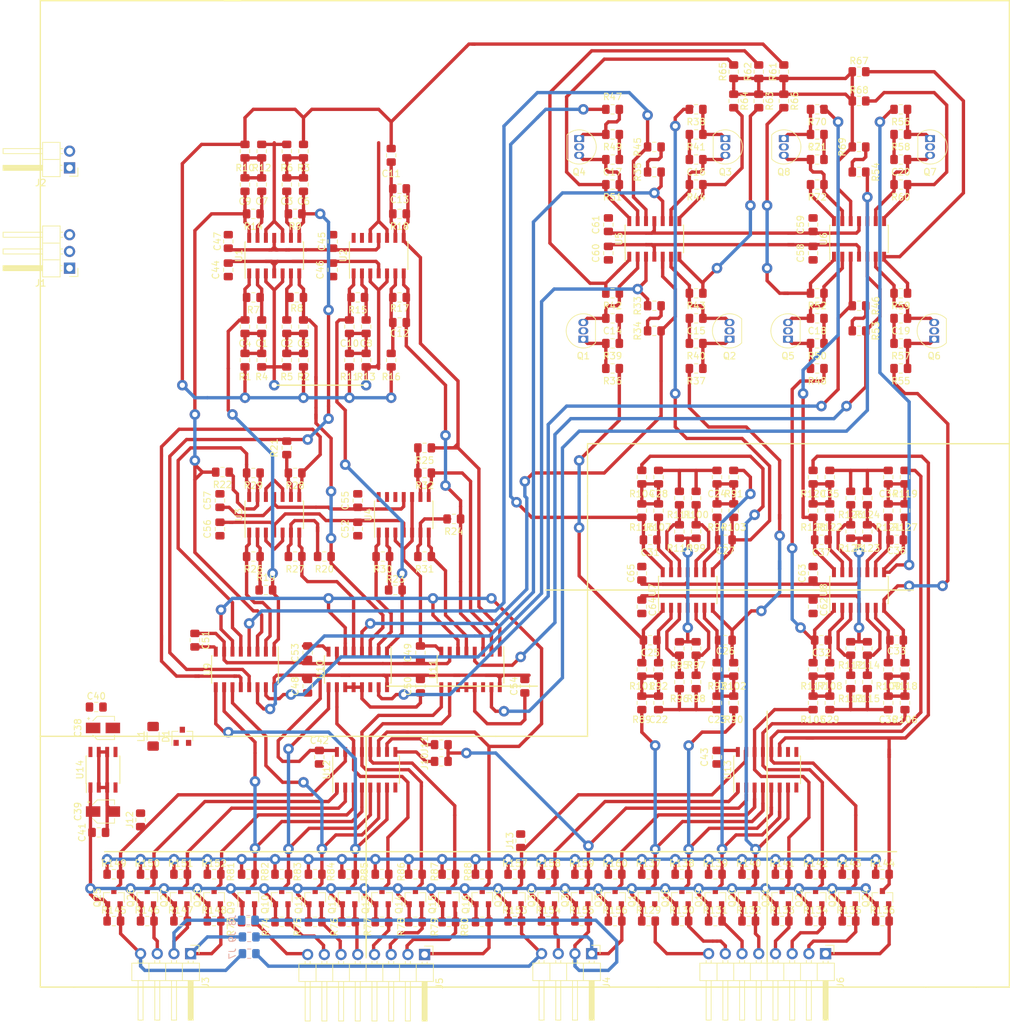
<source format=kicad_pcb>
(kicad_pcb (version 20171130) (host pcbnew "(5.0.0-dirty)")
  (layers (0 F.Cu signal) (31 B.Cu signal) (34 B.Paste user) (35 F.Paste user) (36 B.SilkS user) (37 F.SilkS user) (38 B.Mask user) (39 F.Mask user) (44 Edge.Cuts user))
  (net 0 "")
  (net 1 "Net-(C1-Pad2)")
  (net 2 /Inversoras/Vin_6_1)
  (net 3 "Net-(C7-Pad1)")
  (net 4 /Inversoras/Vin_5_1)
  (net 5 /Inversoras/Vin_3_1)
  (net 6 /Inversoras/Vin_1_1)
  (net 7 /Inversoras/Vinv_5)
  (net 8 /Inversoras/Vinv_6)
  (net 9 /Inversoras/Vinv_7)
  (net 10 /Inversoras/Vin_7_1)
  (net 11 "Net-(C2-Pad2)")
  (net 12 /Inversoras/Vin_4_1)
  (net 13 /Inversoras/Vinv_4)
  (net 14 /Inversoras/Vin_2_1)
  (net 15 /Inversoras/Vinv_3)
  (net 16 GND)
  (net 17 "Net-(C3-Pad2)")
  (net 18 "Net-(C11-Pad1)")
  (net 19 "Net-(C10-Pad2)")
  (net 20 "Net-(C12-Pad2)")
  (net 21 /Inversoras/Vinv_1)
  (net 22 /Inversoras/Vinv_2)
  (net 23 +15V)
  (net 24 /Inversoras/Ctrl_inv_4)
  (net 25 /Inversoras/Ctrl_inv_5)
  (net 26 /Inversoras/Ctrl_inv_6)
  (net 27 -15V)
  (net 28 /Inversoras/INH)
  (net 29 /Inversoras/Ctrl_inv_3)
  (net 30 /Inversoras/Ctrl_inv_2)
  (net 31 /Inversoras/Ctrl_inv_1)
  (net 32 /Inversoras/Ctrl_inv_7)
  (net 33 +3V3)
  (net 34 PWM_7)
  (net 35 "Net-(R95-Pad2)")
  (net 36 "Net-(C35-Pad2)")
  (net 37 /Somador/Ctrl_G)
  (net 38 /sheet5BB62068/OUT4)
  (net 39 /sheet5BB62068/OUT3)
  (net 40 /sheet5BB62068/OUT2)
  (net 41 /sheet5BB62068/OUT1)
  (net 42 PWM_8)
  (net 43 "Net-(C27-Pad2)")
  (net 44 "Net-(C24-Pad2)")
  (net 45 PWM_6)
  (net 46 PWM_5)
  (net 47 PWM_4)
  (net 48 PWM_3)
  (net 49 PWM_2)
  (net 50 PWM_1)
  (net 51 /VCA/Ctrl_G_7)
  (net 52 "Net-(C34-Pad2)")
  (net 53 "Net-(R25-Pad1)")
  (net 54 Ctrl_Inv_4)
  (net 55 Ctrl_Inv_5)
  (net 56 Ctrl_Inv_6)
  (net 57 Ctrl_Inv_7)
  (net 58 Ctrl_Inv_8)
  (net 59 "Net-(R125-Pad2)")
  (net 60 "Net-(C22-Pad2)")
  (net 61 "Net-(C23-Pad2)")
  (net 62 "Net-(C25-Pad2)")
  (net 63 "Net-(C26-Pad2)")
  (net 64 "Net-(C1-Pad1)")
  (net 65 Vin)
  (net 66 "Net-(C8-Pad1)")
  (net 67 "Net-(C7-Pad2)")
  (net 68 "Net-(C3-Pad1)")
  (net 69 "Net-(C2-Pad1)")
  (net 70 PWM_CLK)
  (net 71 Ctrl_Inv_CLK)
  (net 72 "Net-(R123-Pad2)")
  (net 73 "Net-(C37-Pad2)")
  (net 74 "Net-(C36-Pad2)")
  (net 75 PWM_DATA)
  (net 76 "Net-(J11-Pad1)")
  (net 77 "Net-(J10-Pad1)")
  (net 78 PWM_OE)
  (net 79 Ctrl_Inv_OE)
  (net 80 "Net-(C18-Pad2)")
  (net 81 "Net-(Q5-Pad1)")
  (net 82 PWM_STR)
  (net 83 Ctrl_Inv_STR)
  (net 84 "Net-(R24-Pad1)")
  (net 85 "Net-(R23-Pad1)")
  (net 86 "Net-(R22-Pad1)")
  (net 87 "Net-(R21-Pad1)")
  (net 88 "Net-(R20-Pad1)")
  (net 89 "Net-(R19-Pad1)")
  (net 90 "Net-(R61-Pad1)")
  (net 91 /Somador/Vin_7_3)
  (net 92 "Net-(Q8-Pad1)")
  (net 93 "Net-(C21-Pad2)")
  (net 94 /Somador/Vout)
  (net 95 "Net-(C21-Pad1)")
  (net 96 /VCA/Ctrl_G_2)
  (net 97 "Net-(Q2-Pad1)")
  (net 98 /Somador/Vin_6_3)
  (net 99 /VCA/Vin_1_2)
  (net 100 /VCA/Vin_2_2)
  (net 101 /VCA/Vin_3_2)
  (net 102 "Net-(Q1-Pad1)")
  (net 103 /VCA/Ctrl_G_1)
  (net 104 Ctrl_Inv_1)
  (net 105 "Net-(C20-Pad2)")
  (net 106 "Net-(Q7-Pad1)")
  (net 107 Ctrl_Inv_3)
  (net 108 "Net-(C17-Pad1)")
  (net 109 /Somador/Vin_4_3)
  (net 110 /Somador/Vin_5_3)
  (net 111 "Net-(C18-Pad1)")
  (net 112 /VCA/Vin_6_2)
  (net 113 /VCA/Vin_7_2)
  (net 114 /VCA/Ctrl_G_6)
  (net 115 "Net-(Q6-Pad1)")
  (net 116 "Net-(C19-Pad2)")
  (net 117 Ctrl_Inv_2)
  (net 118 "Net-(C19-Pad1)")
  (net 119 "Net-(C20-Pad1)")
  (net 120 "Net-(Q4-Pad1)")
  (net 121 "Net-(C17-Pad2)")
  (net 122 /Somador/Vin_1_3)
  (net 123 /Somador/Vin_2_3)
  (net 124 /Somador/Vin_3_3)
  (net 125 "Net-(R112-Pad2)")
  (net 126 "Net-(C29-Pad2)")
  (net 127 "Net-(C30-Pad2)")
  (net 128 "Net-(C31-Pad2)")
  (net 129 "Net-(C28-Pad2)")
  (net 130 "Net-(C32-Pad2)")
  (net 131 "Net-(R97-Pad2)")
  (net 132 "Net-(R110-Pad2)")
  (net 133 "Net-(C14-Pad2)")
  (net 134 "Net-(R114-Pad2)")
  (net 135 /VCA/Ctrl_G_4)
  (net 136 /VCA/Ctrl_G_5)
  (net 137 /VCA/Ctrl_G_3)
  (net 138 "Net-(Q3-Pad1)")
  (net 139 "Net-(C15-Pad2)")
  (net 140 "Net-(C16-Pad2)")
  (net 141 "Net-(C14-Pad1)")
  (net 142 "Net-(C15-Pad1)")
  (net 143 "Net-(C16-Pad1)")
  (net 144 /VCA/Vin_4_2)
  (net 145 /VCA/Vin_5_2)
  (net 146 "Net-(C33-Pad2)")
  (net 147 "Net-(R100-Pad1)")
  (net 148 GNDD)
  (net 149 Ctrl_Inv_DATA)
  (net 150 "Net-(U14-Pad4)")
  (net 151 "Net-(U13-Pad9)")
  (net 152 "Net-(U13-Pad10)")
  (net 153 "Net-(U14-Pad5)")
  (net 154 /sheet5BB14968/OUT4)
  (net 155 /sheet5BC68AAF/OUT2)
  (net 156 /sheet5BC68AAF/OUT4)
  (net 157 /sheet5BB14968/OUT1)
  (net 158 /sheet5BB14968/OUT2)
  (net 159 /sheet5BB14968/OUT3)
  (net 160 /sheet5BC68AAF/OUT3)
  (net 161 /sheet5BC68AAF/OUT1)
  (net 162 /sheet5BB62068/OUT8)
  (net 163 /sheet5BB62068/OUT7)
  (net 164 /sheet5BB62068/OUT6)
  (net 165 /sheet5BB62068/OUT5)
  (net 166 "Net-(U11-Pad14)")
  (net 167 "Net-(U10-Pad14)")
  (module Resistor_SMD:R_0805_2012Metric_Pad1.15x1.40mm_HandSolder (layer F.Cu) (at 153.67 40.64 270)
    (fp_text reference R66 (at 0 -1.65 270) (layer F.SilkS))
    (fp_text value R_US)
    (pad 1 smd roundrect (at -1.025 0 270) (size 1.15 1.4) (layers F.Cu F.Paste F.Mask) (roundrect_rratio 0.217391) (net 90 "Net-(R61-Pad1)"))
    (pad 2 smd roundrect (at 1.025 0 270) (size 1.15 1.4) (layers F.Cu F.Paste F.Mask) (roundrect_rratio 0.217391) (net 110 /Somador/Vin_5_3))
  )
  (module Resistor_SMD:R_0805_2012Metric_Pad1.15x1.40mm_HandSolder (layer F.Cu) (at 146.05 40.64 270)
    (fp_text reference R64 (at 0 -1.65 270) (layer F.SilkS))
    (fp_text value R_US)
    (pad 1 smd roundrect (at -1.025 0 270) (size 1.15 1.4) (layers F.Cu F.Paste F.Mask) (roundrect_rratio 0.217391) (net 90 "Net-(R61-Pad1)"))
    (pad 2 smd roundrect (at 1.025 0 270) (size 1.15 1.4) (layers F.Cu F.Paste F.Mask) (roundrect_rratio 0.217391) (net 124 /Somador/Vin_3_3))
  )
  (module Resistor_SMD:R_0805_2012Metric_Pad1.15x1.40mm_HandSolder (layer F.Cu) (at 149.86 40.64 270)
    (fp_text reference R63 (at 0 -1.65 270) (layer F.SilkS))
    (fp_text value R_US)
    (pad 2 smd roundrect (at 1.025 0 270) (size 1.15 1.4) (layers F.Cu F.Paste F.Mask) (roundrect_rratio 0.217391) (net 123 /Somador/Vin_2_3))
    (pad 1 smd roundrect (at -1.025 0 270) (size 1.15 1.4) (layers F.Cu F.Paste F.Mask) (roundrect_rratio 0.217391) (net 90 "Net-(R61-Pad1)"))
  )
  (module Resistor_SMD:R_0805_2012Metric_Pad1.15x1.40mm_HandSolder (layer F.Cu) (at 133.985 51.435 180)
    (fp_text reference R35 (at 2.54 0 270) (layer F.SilkS))
    (fp_text value R_US)
    (pad 1 smd roundrect (at -1.025 0 180) (size 1.15 1.4) (layers F.Cu F.Paste F.Mask) (roundrect_rratio 0.217391) (net 101 /VCA/Vin_3_2))
    (pad 2 smd roundrect (at 1.025 0 180) (size 1.15 1.4) (layers F.Cu F.Paste F.Mask) (roundrect_rratio 0.217391) (net 16 GND))
  )
  (module Package_TO_SOT_THT:TO-92_Inline (layer F.Cu) (at 123.19 76.835 90)
    (fp_text reference Q1 (at -2.54 0 180) (layer F.SilkS))
    (fp_text value BF245C)
    (pad 2 thru_hole oval (at 1.27 0 90) (size 1.05 1.5) (drill 0.75) (layers *.Cu *.Mask) (net 16 GND))
    (pad 3 thru_hole oval (at 2.54 0 90) (size 1.05 1.5) (drill 0.75) (layers *.Cu *.Mask) (net 141 "Net-(C14-Pad1)"))
    (pad 1 thru_hole rect (at 0 0 90) (size 1.05 1.5) (drill 0.75) (layers *.Cu *.Mask) (net 102 "Net-(Q1-Pad1)"))
  )
  (module Capacitor_SMD:C_0805_2012Metric_Pad1.15x1.40mm_HandSolder (layer F.Cu) (at 81.28 124.46 270)
    (fp_text reference C53 (at 0 1.905 270) (layer F.SilkS))
    (fp_text value C_Small)
    (pad 1 smd roundrect (at -1.025 0 270) (size 1.15 1.4) (layers F.Cu F.Paste F.Mask) (roundrect_rratio 0.217391) (net 16 GND))
    (pad 2 smd roundrect (at 1.025 0 270) (size 1.15 1.4) (layers F.Cu F.Paste F.Mask) (roundrect_rratio 0.217391) (net 27 -15V))
  )
  (module Capacitor_SMD:C_0805_2012Metric_Pad1.15x1.40mm_HandSolder (layer F.Cu) (at 132.08 112.395 90)
    (fp_text reference C65 (at 0 -1.65 90) (layer F.SilkS))
    (fp_text value C_Small)
    (pad 2 smd roundrect (at 1.025 0 90) (size 1.15 1.4) (layers F.Cu F.Paste F.Mask) (roundrect_rratio 0.217391) (net 148 GNDD))
    (pad 1 smd roundrect (at -1.025 0 90) (size 1.15 1.4) (layers F.Cu F.Paste F.Mask) (roundrect_rratio 0.217391) (net 27 -15V))
  )
  (module Capacitor_SMD:C_0805_2012Metric_Pad1.15x1.40mm_HandSolder (layer F.Cu) (at 132.08 117.475 270)
    (fp_text reference C64 (at 0 -1.65 270) (layer F.SilkS))
    (fp_text value C_Small)
    (pad 1 smd roundrect (at -1.025 0 270) (size 1.15 1.4) (layers F.Cu F.Paste F.Mask) (roundrect_rratio 0.217391) (net 23 +15V))
    (pad 2 smd roundrect (at 1.025 0 270) (size 1.15 1.4) (layers F.Cu F.Paste F.Mask) (roundrect_rratio 0.217391) (net 148 GNDD))
  )
  (module Capacitor_SMD:C_0805_2012Metric_Pad1.15x1.40mm_HandSolder (layer F.Cu) (at 158.115 112.395 90)
    (fp_text reference C63 (at 0 -1.65 90) (layer F.SilkS))
    (fp_text value C_Small)
    (pad 2 smd roundrect (at 1.025 0 90) (size 1.15 1.4) (layers F.Cu F.Paste F.Mask) (roundrect_rratio 0.217391) (net 148 GNDD))
    (pad 1 smd roundrect (at -1.025 0 90) (size 1.15 1.4) (layers F.Cu F.Paste F.Mask) (roundrect_rratio 0.217391) (net 27 -15V))
  )
  (module Capacitor_SMD:C_0805_2012Metric_Pad1.15x1.40mm_HandSolder (layer F.Cu) (at 158.115 117.475 270)
    (fp_text reference C62 (at 0 -1.65 270) (layer F.SilkS))
    (fp_text value C_Small)
    (pad 1 smd roundrect (at -1.025 0 270) (size 1.15 1.4) (layers F.Cu F.Paste F.Mask) (roundrect_rratio 0.217391) (net 23 +15V))
    (pad 2 smd roundrect (at 1.025 0 270) (size 1.15 1.4) (layers F.Cu F.Paste F.Mask) (roundrect_rratio 0.217391) (net 148 GNDD))
  )
  (module Capacitor_SMD:C_0805_2012Metric_Pad1.15x1.40mm_HandSolder (layer F.Cu) (at 95.25 74.295 180)
    (fp_text reference C12 (at 0 -1.65 180) (layer F.SilkS))
    (fp_text value C_Small)
    (pad 1 smd roundrect (at -1.025 0 180) (size 1.15 1.4) (layers F.Cu F.Paste F.Mask) (roundrect_rratio 0.217391) (net 2 /Inversoras/Vin_6_1))
    (pad 2 smd roundrect (at 1.025 0 180) (size 1.15 1.4) (layers F.Cu F.Paste F.Mask) (roundrect_rratio 0.217391) (net 20 "Net-(C12-Pad2)"))
  )
  (module Capacitor_SMD:C_0805_2012Metric_Pad1.15x1.40mm_HandSolder (layer F.Cu) (at 74.295 74.93 270)
    (fp_text reference C1 (at 2.54 0) (layer F.SilkS))
    (fp_text value C_Small)
    (pad 1 smd roundrect (at -1.025 0 270) (size 1.15 1.4) (layers F.Cu F.Paste F.Mask) (roundrect_rratio 0.217391) (net 64 "Net-(C1-Pad1)"))
    (pad 2 smd roundrect (at 1.025 0 270) (size 1.15 1.4) (layers F.Cu F.Paste F.Mask) (roundrect_rratio 0.217391) (net 1 "Net-(C1-Pad2)"))
  )
  (module Capacitor_SMD:C_0805_2012Metric_Pad1.15x1.40mm_HandSolder (layer F.Cu) (at 90.17 74.93 270)
    (fp_text reference C8 (at 2.54 0) (layer F.SilkS))
    (fp_text value C_Small)
    (pad 1 smd roundrect (at -1.025 0 270) (size 1.15 1.4) (layers F.Cu F.Paste F.Mask) (roundrect_rratio 0.217391) (net 66 "Net-(C8-Pad1)"))
    (pad 2 smd roundrect (at 1.025 0 270) (size 1.15 1.4) (layers F.Cu F.Paste F.Mask) (roundrect_rratio 0.217391) (net 19 "Net-(C10-Pad2)"))
  )
  (module Package_SO:SOIC-14_3.9x8.7mm_P1.27mm (layer F.Cu) (at 76.2 64.135 90)
    (fp_text reference U1 (at 0 -5.375 90) (layer F.SilkS))
    (fp_text value TL074)
    (pad 1 smd rect (at -2.7 -3.81 90) (size 1.5 0.6) (layers F.Cu F.Paste F.Mask) (net 6 /Inversoras/Vin_1_1))
    (pad 2 smd rect (at -2.7 -2.54 90) (size 1.5 0.6) (layers F.Cu F.Paste F.Mask) (net 64 "Net-(C1-Pad1)"))
    (pad 3 smd rect (at -2.7 -1.27 90) (size 1.5 0.6) (layers F.Cu F.Paste F.Mask) (net 16 GND))
    (pad 4 smd rect (at -2.7 0 90) (size 1.5 0.6) (layers F.Cu F.Paste F.Mask) (net 23 +15V))
    (pad 5 smd rect (at -2.7 1.27 90) (size 1.5 0.6) (layers F.Cu F.Paste F.Mask) (net 16 GND))
    (pad 6 smd rect (at -2.7 2.54 90) (size 1.5 0.6) (layers F.Cu F.Paste F.Mask) (net 69 "Net-(C2-Pad1)"))
    (pad 7 smd rect (at -2.7 3.81 90) (size 1.5 0.6) (layers F.Cu F.Paste F.Mask) (net 14 /Inversoras/Vin_2_1))
    (pad 8 smd rect (at 2.7 3.81 90) (size 1.5 0.6) (layers F.Cu F.Paste F.Mask) (net 5 /Inversoras/Vin_3_1))
    (pad 9 smd rect (at 2.7 2.54 90) (size 1.5 0.6) (layers F.Cu F.Paste F.Mask) (net 68 "Net-(C3-Pad1)"))
    (pad 10 smd rect (at 2.7 1.27 90) (size 1.5 0.6) (layers F.Cu F.Paste F.Mask) (net 16 GND))
    (pad 11 smd rect (at 2.7 0 90) (size 1.5 0.6) (layers F.Cu F.Paste F.Mask) (net 27 -15V))
    (pad 12 smd rect (at 2.7 -1.27 90) (size 1.5 0.6) (layers F.Cu F.Paste F.Mask) (net 16 GND))
    (pad 13 smd rect (at 2.7 -2.54 90) (size 1.5 0.6) (layers F.Cu F.Paste F.Mask) (net 3 "Net-(C7-Pad1)"))
    (pad 14 smd rect (at 2.7 -3.81 90) (size 1.5 0.6) (layers F.Cu F.Paste F.Mask) (net 12 /Inversoras/Vin_4_1))
  )
  (module Resistor_SMD:R_0805_2012Metric_Pad1.15x1.40mm_HandSolder (layer F.Cu) (at 88.9 70.485)
    (fp_text reference R15 (at 0 1.905) (layer F.SilkS))
    (fp_text value R_US)
    (pad 2 smd roundrect (at 1.025 0) (size 1.15 1.4) (layers F.Cu F.Paste F.Mask) (roundrect_rratio 0.217391) (net 66 "Net-(C8-Pad1)"))
    (pad 1 smd roundrect (at -1.025 0) (size 1.15 1.4) (layers F.Cu F.Paste F.Mask) (roundrect_rratio 0.217391) (net 4 /Inversoras/Vin_5_1))
  )
  (module Resistor_SMD:R_0805_2012Metric_Pad1.15x1.40mm_HandSolder (layer F.Cu) (at 73.025 57.785)
    (fp_text reference R14 (at 0 1.905) (layer F.SilkS))
    (fp_text value R_US)
    (pad 1 smd roundrect (at -1.025 0) (size 1.15 1.4) (layers F.Cu F.Paste F.Mask) (roundrect_rratio 0.217391) (net 12 /Inversoras/Vin_4_1))
    (pad 2 smd roundrect (at 1.025 0) (size 1.15 1.4) (layers F.Cu F.Paste F.Mask) (roundrect_rratio 0.217391) (net 3 "Net-(C7-Pad1)"))
  )
  (module Resistor_SMD:R_0805_2012Metric_Pad1.15x1.40mm_HandSolder (layer F.Cu) (at 90.17 80.01 90)
    (fp_text reference R13 (at -2.54 0 180) (layer F.SilkS))
    (fp_text value R_US)
    (pad 2 smd roundrect (at 1.025 0 90) (size 1.15 1.4) (layers F.Cu F.Paste F.Mask) (roundrect_rratio 0.217391) (net 19 "Net-(C10-Pad2)"))
    (pad 1 smd roundrect (at -1.025 0 90) (size 1.15 1.4) (layers F.Cu F.Paste F.Mask) (roundrect_rratio 0.217391) (net 16 GND))
  )
  (module Capacitor_SMD:C_0805_2012Metric_Pad1.15x1.40mm_HandSolder (layer F.Cu) (at 93.98 48.895 90)
    (fp_text reference C11 (at -2.785 0 180) (layer F.SilkS))
    (fp_text value C_Small)
    (pad 2 smd roundrect (at 1.025 0 90) (size 1.15 1.4) (layers F.Cu F.Paste F.Mask) (roundrect_rratio 0.217391) (net 65 Vin))
    (pad 1 smd roundrect (at -1.025 0 90) (size 1.15 1.4) (layers F.Cu F.Paste F.Mask) (roundrect_rratio 0.217391) (net 18 "Net-(C11-Pad1)"))
  )
  (module Capacitor_SMD:C_0805_2012Metric_Pad1.15x1.40mm_HandSolder (layer F.Cu) (at 85.09 66.294 270)
    (fp_text reference C46 (at 0 1.905 270) (layer F.SilkS))
    (fp_text value C_Small)
    (pad 1 smd roundrect (at -1.025 0 270) (size 1.15 1.4) (layers F.Cu F.Paste F.Mask) (roundrect_rratio 0.217391) (net 23 +15V))
    (pad 2 smd roundrect (at 1.025 0 270) (size 1.15 1.4) (layers F.Cu F.Paste F.Mask) (roundrect_rratio 0.217391) (net 16 GND))
  )
  (module Capacitor_SMD:C_0805_2012Metric_Pad1.15x1.40mm_HandSolder (layer F.Cu) (at 71.755 53.34 90)
    (fp_text reference C9 (at -2.54 0 180) (layer F.SilkS))
    (fp_text value C_Small)
    (pad 2 smd roundrect (at 1.025 0 90) (size 1.15 1.4) (layers F.Cu F.Paste F.Mask) (roundrect_rratio 0.217391) (net 67 "Net-(C7-Pad2)"))
    (pad 1 smd roundrect (at -1.025 0 90) (size 1.15 1.4) (layers F.Cu F.Paste F.Mask) (roundrect_rratio 0.217391) (net 12 /Inversoras/Vin_4_1))
  )
  (module Capacitor_SMD:C_0805_2012Metric_Pad1.15x1.40mm_HandSolder (layer F.Cu) (at 87.63 74.93 270)
    (fp_text reference C10 (at 2.54 0) (layer F.SilkS))
    (fp_text value C_Small)
    (pad 1 smd roundrect (at -1.025 0 270) (size 1.15 1.4) (layers F.Cu F.Paste F.Mask) (roundrect_rratio 0.217391) (net 4 /Inversoras/Vin_5_1))
    (pad 2 smd roundrect (at 1.025 0 270) (size 1.15 1.4) (layers F.Cu F.Paste F.Mask) (roundrect_rratio 0.217391) (net 19 "Net-(C10-Pad2)"))
  )
  (module Capacitor_SMD:C_0805_2012Metric_Pad1.15x1.40mm_HandSolder (layer F.Cu) (at 69.215 66.294 270)
    (fp_text reference C44 (at 0 1.905 270) (layer F.SilkS))
    (fp_text value C_Small)
    (pad 1 smd roundrect (at -1.025 0 270) (size 1.15 1.4) (layers F.Cu F.Paste F.Mask) (roundrect_rratio 0.217391) (net 23 +15V))
    (pad 2 smd roundrect (at 1.025 0 270) (size 1.15 1.4) (layers F.Cu F.Paste F.Mask) (roundrect_rratio 0.217391) (net 16 GND))
  )
  (module Capacitor_SMD:C_0805_2012Metric_Pad1.15x1.40mm_HandSolder (layer F.Cu) (at 78.105 53.34 90)
    (fp_text reference C3 (at -2.54 0 180) (layer F.SilkS))
    (fp_text value C_Small)
    (pad 2 smd roundrect (at 1.025 0 90) (size 1.15 1.4) (layers F.Cu F.Paste F.Mask) (roundrect_rratio 0.217391) (net 17 "Net-(C3-Pad2)"))
    (pad 1 smd roundrect (at -1.025 0 90) (size 1.15 1.4) (layers F.Cu F.Paste F.Mask) (roundrect_rratio 0.217391) (net 68 "Net-(C3-Pad1)"))
  )
  (module Resistor_SMD:R_0805_2012Metric_Pad1.15x1.40mm_HandSolder (layer F.Cu) (at 74.295 48.26 270)
    (fp_text reference R12 (at 2.54 0) (layer F.SilkS))
    (fp_text value R_US)
    (pad 1 smd roundrect (at -1.025 0 270) (size 1.15 1.4) (layers F.Cu F.Paste F.Mask) (roundrect_rratio 0.217391) (net 16 GND))
    (pad 2 smd roundrect (at 1.025 0 270) (size 1.15 1.4) (layers F.Cu F.Paste F.Mask) (roundrect_rratio 0.217391) (net 67 "Net-(C7-Pad2)"))
  )
  (module Resistor_SMD:R_0805_2012Metric_Pad1.15x1.40mm_HandSolder (layer F.Cu) (at 87.63 80.01 90)
    (fp_text reference R11 (at -2.54 0 180) (layer F.SilkS))
    (fp_text value R_US)
    (pad 2 smd roundrect (at 1.025 0 90) (size 1.15 1.4) (layers F.Cu F.Paste F.Mask) (roundrect_rratio 0.217391) (net 19 "Net-(C10-Pad2)"))
    (pad 1 smd roundrect (at -1.025 0 90) (size 1.15 1.4) (layers F.Cu F.Paste F.Mask) (roundrect_rratio 0.217391) (net 65 Vin))
  )
  (module Resistor_SMD:R_0805_2012Metric_Pad1.15x1.40mm_HandSolder (layer F.Cu) (at 79.62 70.485 180)
    (fp_text reference R8 (at 0 -1.65 180) (layer F.SilkS))
    (fp_text value R_US)
    (pad 2 smd roundrect (at 1.025 0 180) (size 1.15 1.4) (layers F.Cu F.Paste F.Mask) (roundrect_rratio 0.217391) (net 69 "Net-(C2-Pad1)"))
    (pad 1 smd roundrect (at -1.025 0 180) (size 1.15 1.4) (layers F.Cu F.Paste F.Mask) (roundrect_rratio 0.217391) (net 14 /Inversoras/Vin_2_1))
  )
  (module Capacitor_SMD:C_0805_2012Metric_Pad1.15x1.40mm_HandSolder (layer F.Cu) (at 80.645 74.93 270)
    (fp_text reference C5 (at 2.54 0) (layer F.SilkS))
    (fp_text value C_Small)
    (pad 2 smd roundrect (at 1.025 0 270) (size 1.15 1.4) (layers F.Cu F.Paste F.Mask) (roundrect_rratio 0.217391) (net 11 "Net-(C2-Pad2)"))
    (pad 1 smd roundrect (at -1.025 0 270) (size 1.15 1.4) (layers F.Cu F.Paste F.Mask) (roundrect_rratio 0.217391) (net 14 /Inversoras/Vin_2_1))
  )
  (module Resistor_SMD:R_0805_2012Metric_Pad1.15x1.40mm_HandSolder (layer F.Cu) (at 73.025 70.485)
    (fp_text reference R7 (at 0 1.905) (layer F.SilkS))
    (fp_text value R_US)
    (pad 1 smd roundrect (at -1.025 0) (size 1.15 1.4) (layers F.Cu F.Paste F.Mask) (roundrect_rratio 0.217391) (net 6 /Inversoras/Vin_1_1))
    (pad 2 smd roundrect (at 1.025 0) (size 1.15 1.4) (layers F.Cu F.Paste F.Mask) (roundrect_rratio 0.217391) (net 64 "Net-(C1-Pad1)"))
  )
  (module Resistor_SMD:R_0805_2012Metric_Pad1.15x1.40mm_HandSolder (layer F.Cu) (at 78.105 48.26 270)
    (fp_text reference R6 (at 2.54 0) (layer F.SilkS))
    (fp_text value R_US)
    (pad 2 smd roundrect (at 1.025 0 270) (size 1.15 1.4) (layers F.Cu F.Paste F.Mask) (roundrect_rratio 0.217391) (net 17 "Net-(C3-Pad2)"))
    (pad 1 smd roundrect (at -1.025 0 270) (size 1.15 1.4) (layers F.Cu F.Paste F.Mask) (roundrect_rratio 0.217391) (net 16 GND))
  )
  (module Resistor_SMD:R_0805_2012Metric_Pad1.15x1.40mm_HandSolder (layer F.Cu) (at 78.105 80.01 90)
    (fp_text reference R5 (at -2.54 0 180) (layer F.SilkS))
    (fp_text value R_US)
    (pad 1 smd roundrect (at -1.025 0 90) (size 1.15 1.4) (layers F.Cu F.Paste F.Mask) (roundrect_rratio 0.217391) (net 16 GND))
    (pad 2 smd roundrect (at 1.025 0 90) (size 1.15 1.4) (layers F.Cu F.Paste F.Mask) (roundrect_rratio 0.217391) (net 11 "Net-(C2-Pad2)"))
  )
  (module Capacitor_SMD:C_0805_2012Metric_Pad1.15x1.40mm_HandSolder (layer F.Cu) (at 85.09 61.976 90)
    (fp_text reference C45 (at 0 -1.65 90) (layer F.SilkS))
    (fp_text value C_Small)
    (pad 2 smd roundrect (at 1.025 0 90) (size 1.15 1.4) (layers F.Cu F.Paste F.Mask) (roundrect_rratio 0.217391) (net 16 GND))
    (pad 1 smd roundrect (at -1.025 0 90) (size 1.15 1.4) (layers F.Cu F.Paste F.Mask) (roundrect_rratio 0.217391) (net 27 -15V))
  )
  (module Resistor_SMD:R_0805_2012Metric_Pad1.15x1.40mm_HandSolder (layer F.Cu) (at 71.755 80.01 90)
    (fp_text reference R1 (at -2.54 0 180) (layer F.SilkS))
    (fp_text value R_US)
    (pad 1 smd roundrect (at -1.025 0 90) (size 1.15 1.4) (layers F.Cu F.Paste F.Mask) (roundrect_rratio 0.217391) (net 65 Vin))
    (pad 2 smd roundrect (at 1.025 0 90) (size 1.15 1.4) (layers F.Cu F.Paste F.Mask) (roundrect_rratio 0.217391) (net 1 "Net-(C1-Pad2)"))
  )
  (module Resistor_SMD:R_0805_2012Metric_Pad1.15x1.40mm_HandSolder (layer F.Cu) (at 71.755 48.26 270)
    (fp_text reference R10 (at 2.54 0) (layer F.SilkS))
    (fp_text value R_US)
    (pad 2 smd roundrect (at 1.025 0 270) (size 1.15 1.4) (layers F.Cu F.Paste F.Mask) (roundrect_rratio 0.217391) (net 67 "Net-(C7-Pad2)"))
    (pad 1 smd roundrect (at -1.025 0 270) (size 1.15 1.4) (layers F.Cu F.Paste F.Mask) (roundrect_rratio 0.217391) (net 65 Vin))
  )
  (module Resistor_SMD:R_0805_2012Metric_Pad1.15x1.40mm_HandSolder (layer F.Cu) (at 79.375 57.785 180)
    (fp_text reference R9 (at 0 -1.905 180) (layer F.SilkS))
    (fp_text value R_US)
    (pad 1 smd roundrect (at -1.025 0 180) (size 1.15 1.4) (layers F.Cu F.Paste F.Mask) (roundrect_rratio 0.217391) (net 5 /Inversoras/Vin_3_1))
    (pad 2 smd roundrect (at 1.025 0 180) (size 1.15 1.4) (layers F.Cu F.Paste F.Mask) (roundrect_rratio 0.217391) (net 68 "Net-(C3-Pad1)"))
  )
  (module Capacitor_SMD:C_0805_2012Metric_Pad1.15x1.40mm_HandSolder (layer F.Cu) (at 71.755 74.93 270)
    (fp_text reference C4 (at 2.54 0) (layer F.SilkS))
    (fp_text value C_Small)
    (pad 1 smd roundrect (at -1.025 0 270) (size 1.15 1.4) (layers F.Cu F.Paste F.Mask) (roundrect_rratio 0.217391) (net 6 /Inversoras/Vin_1_1))
    (pad 2 smd roundrect (at 1.025 0 270) (size 1.15 1.4) (layers F.Cu F.Paste F.Mask) (roundrect_rratio 0.217391) (net 1 "Net-(C1-Pad2)"))
  )
  (module Package_SO:SOIC-14_3.9x8.7mm_P1.27mm (layer F.Cu) (at 92.075 64.135 90)
    (fp_text reference U2 (at 0 -5.375 90) (layer F.SilkS))
    (fp_text value TL074)
    (pad 14 smd rect (at 2.7 -3.81 90) (size 1.5 0.6) (layers F.Cu F.Paste F.Mask))
    (pad 13 smd rect (at 2.7 -2.54 90) (size 1.5 0.6) (layers F.Cu F.Paste F.Mask))
    (pad 12 smd rect (at 2.7 -1.27 90) (size 1.5 0.6) (layers F.Cu F.Paste F.Mask))
    (pad 11 smd rect (at 2.7 0 90) (size 1.5 0.6) (layers F.Cu F.Paste F.Mask) (net 27 -15V))
    (pad 10 smd rect (at 2.7 1.27 90) (size 1.5 0.6) (layers F.Cu F.Paste F.Mask) (net 16 GND))
    (pad 9 smd rect (at 2.7 2.54 90) (size 1.5 0.6) (layers F.Cu F.Paste F.Mask) (net 18 "Net-(C11-Pad1)"))
    (pad 8 smd rect (at 2.7 3.81 90) (size 1.5 0.6) (layers F.Cu F.Paste F.Mask) (net 10 /Inversoras/Vin_7_1))
    (pad 7 smd rect (at -2.7 3.81 90) (size 1.5 0.6) (layers F.Cu F.Paste F.Mask) (net 2 /Inversoras/Vin_6_1))
    (pad 6 smd rect (at -2.7 2.54 90) (size 1.5 0.6) (layers F.Cu F.Paste F.Mask) (net 20 "Net-(C12-Pad2)"))
    (pad 5 smd rect (at -2.7 1.27 90) (size 1.5 0.6) (layers F.Cu F.Paste F.Mask) (net 16 GND))
    (pad 4 smd rect (at -2.7 0 90) (size 1.5 0.6) (layers F.Cu F.Paste F.Mask) (net 23 +15V))
    (pad 3 smd rect (at -2.7 -1.27 90) (size 1.5 0.6) (layers F.Cu F.Paste F.Mask) (net 16 GND))
    (pad 2 smd rect (at -2.7 -2.54 90) (size 1.5 0.6) (layers F.Cu F.Paste F.Mask) (net 66 "Net-(C8-Pad1)"))
    (pad 1 smd rect (at -2.7 -3.81 90) (size 1.5 0.6) (layers F.Cu F.Paste F.Mask) (net 4 /Inversoras/Vin_5_1))
  )
  (module Resistor_SMD:R_0805_2012Metric_Pad1.15x1.40mm_HandSolder (layer F.Cu) (at 74.295 80.01 90)
    (fp_text reference R4 (at -2.54 0 180) (layer F.SilkS))
    (fp_text value R_US)
    (pad 2 smd roundrect (at 1.025 0 90) (size 1.15 1.4) (layers F.Cu F.Paste F.Mask) (roundrect_rratio 0.217391) (net 1 "Net-(C1-Pad2)"))
    (pad 1 smd roundrect (at -1.025 0 90) (size 1.15 1.4) (layers F.Cu F.Paste F.Mask) (roundrect_rratio 0.217391) (net 16 GND))
  )
  (module Resistor_SMD:R_0805_2012Metric_Pad1.15x1.40mm_HandSolder (layer F.Cu) (at 80.645 48.26 270)
    (fp_text reference R3 (at 2.54 0) (layer F.SilkS))
    (fp_text value R_US)
    (pad 1 smd roundrect (at -1.025 0 270) (size 1.15 1.4) (layers F.Cu F.Paste F.Mask) (roundrect_rratio 0.217391) (net 65 Vin))
    (pad 2 smd roundrect (at 1.025 0 270) (size 1.15 1.4) (layers F.Cu F.Paste F.Mask) (roundrect_rratio 0.217391) (net 17 "Net-(C3-Pad2)"))
  )
  (module Resistor_SMD:R_0805_2012Metric_Pad1.15x1.40mm_HandSolder (layer F.Cu) (at 80.645 80.01 90)
    (fp_text reference R2 (at -2.54 0 180) (layer F.SilkS))
    (fp_text value R_US)
    (pad 2 smd roundrect (at 1.025 0 90) (size 1.15 1.4) (layers F.Cu F.Paste F.Mask) (roundrect_rratio 0.217391) (net 11 "Net-(C2-Pad2)"))
    (pad 1 smd roundrect (at -1.025 0 90) (size 1.15 1.4) (layers F.Cu F.Paste F.Mask) (roundrect_rratio 0.217391) (net 65 Vin))
  )
  (module Capacitor_SMD:C_0805_2012Metric_Pad1.15x1.40mm_HandSolder (layer F.Cu) (at 74.295 53.34 90)
    (fp_text reference C7 (at -2.54 0 180) (layer F.SilkS))
    (fp_text value C_Small)
    (pad 2 smd roundrect (at 1.025 0 90) (size 1.15 1.4) (layers F.Cu F.Paste F.Mask) (roundrect_rratio 0.217391) (net 67 "Net-(C7-Pad2)"))
    (pad 1 smd roundrect (at -1.025 0 90) (size 1.15 1.4) (layers F.Cu F.Paste F.Mask) (roundrect_rratio 0.217391) (net 3 "Net-(C7-Pad1)"))
  )
  (module Capacitor_SMD:C_0805_2012Metric_Pad1.15x1.40mm_HandSolder (layer F.Cu) (at 95.25 53.975 180)
    (fp_text reference C13 (at 0 -1.65 180) (layer F.SilkS))
    (fp_text value C_Small)
    (pad 2 smd roundrect (at 1.025 0 180) (size 1.15 1.4) (layers F.Cu F.Paste F.Mask) (roundrect_rratio 0.217391) (net 18 "Net-(C11-Pad1)"))
    (pad 1 smd roundrect (at -1.025 0 180) (size 1.15 1.4) (layers F.Cu F.Paste F.Mask) (roundrect_rratio 0.217391) (net 10 /Inversoras/Vin_7_1))
  )
  (module Capacitor_SMD:C_0805_2012Metric_Pad1.15x1.40mm_HandSolder (layer F.Cu) (at 78.105 74.93 270)
    (fp_text reference C2 (at 2.54 0) (layer F.SilkS))
    (fp_text value C_Small)
    (pad 1 smd roundrect (at -1.025 0 270) (size 1.15 1.4) (layers F.Cu F.Paste F.Mask) (roundrect_rratio 0.217391) (net 69 "Net-(C2-Pad1)"))
    (pad 2 smd roundrect (at 1.025 0 270) (size 1.15 1.4) (layers F.Cu F.Paste F.Mask) (roundrect_rratio 0.217391) (net 11 "Net-(C2-Pad2)"))
  )
  (module Resistor_SMD:R_0805_2012Metric_Pad1.15x1.40mm_HandSolder (layer F.Cu) (at 95.25 57.785 180)
    (fp_text reference R18 (at 0 -1.905 180) (layer F.SilkS))
    (fp_text value R_US)
    (pad 1 smd roundrect (at -1.025 0 180) (size 1.15 1.4) (layers F.Cu F.Paste F.Mask) (roundrect_rratio 0.217391) (net 10 /Inversoras/Vin_7_1))
    (pad 2 smd roundrect (at 1.025 0 180) (size 1.15 1.4) (layers F.Cu F.Paste F.Mask) (roundrect_rratio 0.217391) (net 18 "Net-(C11-Pad1)"))
  )
  (module Resistor_SMD:R_0805_2012Metric_Pad1.15x1.40mm_HandSolder (layer F.Cu) (at 95.25 70.485 180)
    (fp_text reference R17 (at 0 -1.65 180) (layer F.SilkS))
    (fp_text value R_US)
    (pad 2 smd roundrect (at 1.025 0 180) (size 1.15 1.4) (layers F.Cu F.Paste F.Mask) (roundrect_rratio 0.217391) (net 20 "Net-(C12-Pad2)"))
    (pad 1 smd roundrect (at -1.025 0 180) (size 1.15 1.4) (layers F.Cu F.Paste F.Mask) (roundrect_rratio 0.217391) (net 2 /Inversoras/Vin_6_1))
  )
  (module Resistor_SMD:R_0805_2012Metric_Pad1.15x1.40mm_HandSolder (layer F.Cu) (at 93.98 80.01 90)
    (fp_text reference R16 (at -2.54 0 180) (layer F.SilkS))
    (fp_text value R_US)
    (pad 1 smd roundrect (at -1.025 0 90) (size 1.15 1.4) (layers F.Cu F.Paste F.Mask) (roundrect_rratio 0.217391) (net 65 Vin))
    (pad 2 smd roundrect (at 1.025 0 90) (size 1.15 1.4) (layers F.Cu F.Paste F.Mask) (roundrect_rratio 0.217391) (net 20 "Net-(C12-Pad2)"))
  )
  (module Capacitor_SMD:C_0805_2012Metric_Pad1.15x1.40mm_HandSolder (layer F.Cu) (at 80.645 53.34 90)
    (fp_text reference C6 (at -2.54 0 180) (layer F.SilkS))
    (fp_text value C_Small)
    (pad 1 smd roundrect (at -1.025 0 90) (size 1.15 1.4) (layers F.Cu F.Paste F.Mask) (roundrect_rratio 0.217391) (net 5 /Inversoras/Vin_3_1))
    (pad 2 smd roundrect (at 1.025 0 90) (size 1.15 1.4) (layers F.Cu F.Paste F.Mask) (roundrect_rratio 0.217391) (net 17 "Net-(C3-Pad2)"))
  )
  (module Capacitor_SMD:C_0805_2012Metric_Pad1.15x1.40mm_HandSolder (layer F.Cu) (at 69.215 61.976 90)
    (fp_text reference C47 (at 0 -1.65 90) (layer F.SilkS))
    (fp_text value C_Small)
    (pad 2 smd roundrect (at 1.025 0 90) (size 1.15 1.4) (layers F.Cu F.Paste F.Mask) (roundrect_rratio 0.217391) (net 16 GND))
    (pad 1 smd roundrect (at -1.025 0 90) (size 1.15 1.4) (layers F.Cu F.Paste F.Mask) (roundrect_rratio 0.217391) (net 27 -15V))
  )
  (module Capacitor_SMD:C_0805_2012Metric_Pad1.15x1.40mm_HandSolder (layer F.Cu) (at 127 59.436 90)
    (fp_text reference C61 (at 0 -1.905 90) (layer F.SilkS))
    (fp_text value C_Small)
    (pad 2 smd roundrect (at 1.025 0 90) (size 1.15 1.4) (layers F.Cu F.Paste F.Mask) (roundrect_rratio 0.217391) (net 16 GND))
    (pad 1 smd roundrect (at -1.025 0 90) (size 1.15 1.4) (layers F.Cu F.Paste F.Mask) (roundrect_rratio 0.217391) (net 27 -15V))
  )
  (module Capacitor_SMD:C_0805_2012Metric_Pad1.15x1.40mm_HandSolder (layer F.Cu) (at 127 63.754 270)
    (fp_text reference C60 (at 0 1.905 270) (layer F.SilkS))
    (fp_text value C_Small)
    (pad 1 smd roundrect (at -1.025 0 270) (size 1.15 1.4) (layers F.Cu F.Paste F.Mask) (roundrect_rratio 0.217391) (net 23 +15V))
    (pad 2 smd roundrect (at 1.025 0 270) (size 1.15 1.4) (layers F.Cu F.Paste F.Mask) (roundrect_rratio 0.217391) (net 16 GND))
  )
  (module Capacitor_SMD:C_0805_2012Metric_Pad1.15x1.40mm_HandSolder (layer F.Cu) (at 158.115 59.436 90)
    (fp_text reference C59 (at 0 -1.905 90) (layer F.SilkS))
    (fp_text value C_Small)
    (pad 2 smd roundrect (at 1.025 0 90) (size 1.15 1.4) (layers F.Cu F.Paste F.Mask) (roundrect_rratio 0.217391) (net 16 GND))
    (pad 1 smd roundrect (at -1.025 0 90) (size 1.15 1.4) (layers F.Cu F.Paste F.Mask) (roundrect_rratio 0.217391) (net 27 -15V))
  )
  (module Capacitor_SMD:C_0805_2012Metric_Pad1.15x1.40mm_HandSolder (layer F.Cu) (at 158.115 63.754 270)
    (fp_text reference C58 (at 0 1.905 270) (layer F.SilkS))
    (fp_text value C_Small)
    (pad 1 smd roundrect (at -1.025 0 270) (size 1.15 1.4) (layers F.Cu F.Paste F.Mask) (roundrect_rratio 0.217391) (net 23 +15V))
    (pad 2 smd roundrect (at 1.025 0 270) (size 1.15 1.4) (layers F.Cu F.Paste F.Mask) (roundrect_rratio 0.217391) (net 16 GND))
  )
  (module Capacitor_SMD:C_0805_2012Metric_Pad1.15x1.40mm_HandSolder (layer F.Cu) (at 98.425 124.46 90)
    (fp_text reference C49 (at 0 -1.905 90) (layer F.SilkS))
    (fp_text value C_Small)
    (pad 2 smd roundrect (at 1.025 0 90) (size 1.15 1.4) (layers F.Cu F.Paste F.Mask) (roundrect_rratio 0.217391) (net 16 GND))
    (pad 1 smd roundrect (at -1.025 0 90) (size 1.15 1.4) (layers F.Cu F.Paste F.Mask) (roundrect_rratio 0.217391) (net 27 -15V))
  )
  (module Capacitor_SMD:C_0805_2012Metric_Pad1.15x1.40mm_HandSolder (layer F.Cu) (at 67.945 101.346 270)
    (fp_text reference C57 (at 0 1.905 270) (layer F.SilkS))
    (fp_text value C_Small)
    (pad 2 smd roundrect (at 1.025 0 270) (size 1.15 1.4) (layers F.Cu F.Paste F.Mask) (roundrect_rratio 0.217391) (net 27 -15V))
    (pad 1 smd roundrect (at -1.025 0 270) (size 1.15 1.4) (layers F.Cu F.Paste F.Mask) (roundrect_rratio 0.217391) (net 16 GND))
  )
  (module Capacitor_SMD:C_0805_2012Metric_Pad1.15x1.40mm_HandSolder (layer F.Cu) (at 67.945 105.664 90)
    (fp_text reference C56 (at 0 -1.905 90) (layer F.SilkS))
    (fp_text value C_Small)
    (pad 1 smd roundrect (at -1.025 0 90) (size 1.15 1.4) (layers F.Cu F.Paste F.Mask) (roundrect_rratio 0.217391) (net 16 GND))
    (pad 2 smd roundrect (at 1.025 0 90) (size 1.15 1.4) (layers F.Cu F.Paste F.Mask) (roundrect_rratio 0.217391) (net 23 +15V))
  )
  (module Capacitor_SMD:C_0805_2012Metric_Pad1.15x1.40mm_HandSolder (layer F.Cu) (at 88.9 101.346 270)
    (fp_text reference C55 (at 0 1.905 270) (layer F.SilkS))
    (fp_text value C_Small)
    (pad 1 smd roundrect (at -1.025 0 270) (size 1.15 1.4) (layers F.Cu F.Paste F.Mask) (roundrect_rratio 0.217391) (net 16 GND))
    (pad 2 smd roundrect (at 1.025 0 270) (size 1.15 1.4) (layers F.Cu F.Paste F.Mask) (roundrect_rratio 0.217391) (net 27 -15V))
  )
  (module Capacitor_SMD:C_0805_2012Metric_Pad1.15x1.40mm_HandSolder (layer F.Cu) (at 114.3 129.54 90)
    (fp_text reference C54 (at 0 -1.65 90) (layer F.SilkS))
    (fp_text value C_Small)
    (pad 2 smd roundrect (at 1.025 0 90) (size 1.15 1.4) (layers F.Cu F.Paste F.Mask) (roundrect_rratio 0.217391) (net 23 +15V))
    (pad 1 smd roundrect (at -1.025 0 90) (size 1.15 1.4) (layers F.Cu F.Paste F.Mask) (roundrect_rratio 0.217391) (net 16 GND))
  )
  (module Capacitor_SMD:C_0805_2012Metric_Pad1.15x1.40mm_HandSolder (layer F.Cu) (at 88.9 105.664 90)
    (fp_text reference C52 (at 0 -1.905 90) (layer F.SilkS))
    (fp_text value C_Small)
    (pad 2 smd roundrect (at 1.025 0 90) (size 1.15 1.4) (layers F.Cu F.Paste F.Mask) (roundrect_rratio 0.217391) (net 23 +15V))
    (pad 1 smd roundrect (at -1.025 0 90) (size 1.15 1.4) (layers F.Cu F.Paste F.Mask) (roundrect_rratio 0.217391) (net 16 GND))
  )
  (module Capacitor_SMD:C_0805_2012Metric_Pad1.15x1.40mm_HandSolder (layer F.Cu) (at 64.135 122.555 270)
    (fp_text reference C51 (at 0 -1.65 270) (layer F.SilkS))
    (fp_text value C_Small)
    (pad 1 smd roundrect (at -1.025 0 270) (size 1.15 1.4) (layers F.Cu F.Paste F.Mask) (roundrect_rratio 0.217391) (net 27 -15V))
    (pad 2 smd roundrect (at 1.025 0 270) (size 1.15 1.4) (layers F.Cu F.Paste F.Mask) (roundrect_rratio 0.217391) (net 16 GND))
  )
  (module Capacitor_SMD:C_0805_2012Metric_Pad1.15x1.40mm_HandSolder (layer F.Cu) (at 98.425 129.54 270)
    (fp_text reference C50 (at 0 1.905 270) (layer F.SilkS))
    (fp_text value C_Small)
    (pad 2 smd roundrect (at 1.025 0 270) (size 1.15 1.4) (layers F.Cu F.Paste F.Mask) (roundrect_rratio 0.217391) (net 16 GND))
    (pad 1 smd roundrect (at -1.025 0 270) (size 1.15 1.4) (layers F.Cu F.Paste F.Mask) (roundrect_rratio 0.217391) (net 23 +15V))
  )
  (module Capacitor_SMD:C_0805_2012Metric_Pad1.15x1.40mm_HandSolder (layer F.Cu) (at 81.28 129.54 270)
    (fp_text reference C48 (at 0 1.905 270) (layer F.SilkS))
    (fp_text value C_Small)
    (pad 1 smd roundrect (at -1.025 0 270) (size 1.15 1.4) (layers F.Cu F.Paste F.Mask) (roundrect_rratio 0.217391) (net 23 +15V))
    (pad 2 smd roundrect (at 1.025 0 270) (size 1.15 1.4) (layers F.Cu F.Paste F.Mask) (roundrect_rratio 0.217391) (net 16 GND))
  )
  (module Package_SO:SOIC-16_3.9x9.9mm_P1.27mm (layer F.Cu) (at 151.13 142.24 90)
    (fp_text reference U13 (at 0 -6 90) (layer F.SilkS))
    (fp_text value 4094D)
    (pad 1 smd rect (at -2.7 -4.445 90) (size 1.5 0.6) (layers F.Cu F.Paste F.Mask) (net 155 /sheet5BC68AAF/OUT2))
    (pad 2 smd rect (at -2.7 -3.175 90) (size 1.5 0.6) (layers F.Cu F.Paste F.Mask) (net 160 /sheet5BC68AAF/OUT3))
    (pad 3 smd rect (at -2.7 -1.905 90) (size 1.5 0.6) (layers F.Cu F.Paste F.Mask) (net 156 /sheet5BC68AAF/OUT4))
    (pad 4 smd rect (at -2.7 -0.635 90) (size 1.5 0.6) (layers F.Cu F.Paste F.Mask) (net 41 /sheet5BB62068/OUT1))
    (pad 5 smd rect (at -2.7 0.635 90) (size 1.5 0.6) (layers F.Cu F.Paste F.Mask) (net 40 /sheet5BB62068/OUT2))
    (pad 6 smd rect (at -2.7 1.905 90) (size 1.5 0.6) (layers F.Cu F.Paste F.Mask) (net 39 /sheet5BB62068/OUT3))
    (pad 7 smd rect (at -2.7 3.175 90) (size 1.5 0.6) (layers F.Cu F.Paste F.Mask) (net 38 /sheet5BB62068/OUT4))
    (pad 8 smd rect (at -2.7 4.445 90) (size 1.5 0.6) (layers F.Cu F.Paste F.Mask) (net 148 GNDD))
    (pad 9 smd rect (at 2.7 4.445 90) (size 1.5 0.6) (layers F.Cu F.Paste F.Mask) (net 151 "Net-(U13-Pad9)"))
    (pad 10 smd rect (at 2.7 3.175 90) (size 1.5 0.6) (layers F.Cu F.Paste F.Mask) (net 152 "Net-(U13-Pad10)"))
    (pad 11 smd rect (at 2.7 1.905 90) (size 1.5 0.6) (layers F.Cu F.Paste F.Mask) (net 162 /sheet5BB62068/OUT8))
    (pad 12 smd rect (at 2.7 0.635 90) (size 1.5 0.6) (layers F.Cu F.Paste F.Mask) (net 163 /sheet5BB62068/OUT7))
    (pad 13 smd rect (at 2.7 -0.635 90) (size 1.5 0.6) (layers F.Cu F.Paste F.Mask) (net 164 /sheet5BB62068/OUT6))
    (pad 14 smd rect (at 2.7 -1.905 90) (size 1.5 0.6) (layers F.Cu F.Paste F.Mask) (net 165 /sheet5BB62068/OUT5))
    (pad 15 smd rect (at 2.7 -3.175 90) (size 1.5 0.6) (layers F.Cu F.Paste F.Mask) (net 161 /sheet5BC68AAF/OUT1))
    (pad 16 smd rect (at 2.7 -4.445 90) (size 1.5 0.6) (layers F.Cu F.Paste F.Mask) (net 23 +15V))
  )
  (module Package_SO:SOIC-16_3.9x9.9mm_P1.27mm (layer F.Cu) (at 90.17 142.24 90)
    (fp_text reference U12 (at 0 -6 90) (layer F.SilkS))
    (fp_text value 4094D)
    (pad 1 smd rect (at -2.7 -4.445 90) (size 1.5 0.6) (layers F.Cu F.Paste F.Mask) (net 158 /sheet5BB14968/OUT2))
    (pad 2 smd rect (at -2.7 -3.175 90) (size 1.5 0.6) (layers F.Cu F.Paste F.Mask) (net 159 /sheet5BB14968/OUT3))
    (pad 3 smd rect (at -2.7 -1.905 90) (size 1.5 0.6) (layers F.Cu F.Paste F.Mask) (net 154 /sheet5BB14968/OUT4))
    (pad 4 smd rect (at -2.7 -0.635 90) (size 1.5 0.6) (layers F.Cu F.Paste F.Mask) (net 31 /Inversoras/Ctrl_inv_1))
    (pad 5 smd rect (at -2.7 0.635 90) (size 1.5 0.6) (layers F.Cu F.Paste F.Mask) (net 30 /Inversoras/Ctrl_inv_2))
    (pad 6 smd rect (at -2.7 1.905 90) (size 1.5 0.6) (layers F.Cu F.Paste F.Mask) (net 29 /Inversoras/Ctrl_inv_3))
    (pad 7 smd rect (at -2.7 3.175 90) (size 1.5 0.6) (layers F.Cu F.Paste F.Mask) (net 24 /Inversoras/Ctrl_inv_4))
    (pad 8 smd rect (at -2.7 4.445 90) (size 1.5 0.6) (layers F.Cu F.Paste F.Mask) (net 148 GNDD))
    (pad 9 smd rect (at 2.7 4.445 90) (size 1.5 0.6) (layers F.Cu F.Paste F.Mask) (net 77 "Net-(J10-Pad1)"))
    (pad 10 smd rect (at 2.7 3.175 90) (size 1.5 0.6) (layers F.Cu F.Paste F.Mask) (net 76 "Net-(J11-Pad1)"))
    (pad 11 smd rect (at 2.7 1.905 90) (size 1.5 0.6) (layers F.Cu F.Paste F.Mask) (net 28 /Inversoras/INH))
    (pad 12 smd rect (at 2.7 0.635 90) (size 1.5 0.6) (layers F.Cu F.Paste F.Mask) (net 32 /Inversoras/Ctrl_inv_7))
    (pad 13 smd rect (at 2.7 -0.635 90) (size 1.5 0.6) (layers F.Cu F.Paste F.Mask) (net 26 /Inversoras/Ctrl_inv_6))
    (pad 14 smd rect (at 2.7 -1.905 90) (size 1.5 0.6) (layers F.Cu F.Paste F.Mask) (net 25 /Inversoras/Ctrl_inv_5))
    (pad 15 smd rect (at 2.7 -3.175 90) (size 1.5 0.6) (layers F.Cu F.Paste F.Mask) (net 157 /sheet5BB14968/OUT1))
    (pad 16 smd rect (at 2.7 -4.445 90) (size 1.5 0.6) (layers F.Cu F.Paste F.Mask) (net 23 +15V))
  )
  (module Package_SO:SOIC-16_3.9x9.9mm_P1.27mm (layer F.Cu) (at 88.9 127 270)
    (fp_text reference U10 (at 0 5.715 270) (layer F.SilkS))
    (fp_text value 4053)
    (pad 1 smd rect (at -2.7 -4.445 270) (size 1.5 0.6) (layers F.Cu F.Paste F.Mask) (net 4 /Inversoras/Vin_5_1))
    (pad 2 smd rect (at -2.7 -3.175 270) (size 1.5 0.6) (layers F.Cu F.Paste F.Mask) (net 7 /Inversoras/Vinv_5))
    (pad 3 smd rect (at -2.7 -1.905 270) (size 1.5 0.6) (layers F.Cu F.Paste F.Mask) (net 14 /Inversoras/Vin_2_1))
    (pad 4 smd rect (at -2.7 -0.635 270) (size 1.5 0.6) (layers F.Cu F.Paste F.Mask) (net 100 /VCA/Vin_2_2))
    (pad 5 smd rect (at -2.7 0.635 270) (size 1.5 0.6) (layers F.Cu F.Paste F.Mask) (net 22 /Inversoras/Vinv_2))
    (pad 6 smd rect (at -2.7 1.905 270) (size 1.5 0.6) (layers F.Cu F.Paste F.Mask) (net 28 /Inversoras/INH))
    (pad 7 smd rect (at -2.7 3.175 270) (size 1.5 0.6) (layers F.Cu F.Paste F.Mask) (net 27 -15V))
    (pad 8 smd rect (at -2.7 4.445 270) (size 1.5 0.6) (layers F.Cu F.Paste F.Mask) (net 16 GND))
    (pad 9 smd rect (at 2.7 4.445 270) (size 1.5 0.6) (layers F.Cu F.Paste F.Mask) (net 30 /Inversoras/Ctrl_inv_2))
    (pad 10 smd rect (at 2.7 3.175 270) (size 1.5 0.6) (layers F.Cu F.Paste F.Mask) (net 25 /Inversoras/Ctrl_inv_5))
    (pad 11 smd rect (at 2.7 1.905 270) (size 1.5 0.6) (layers F.Cu F.Paste F.Mask) (net 16 GND))
    (pad 12 smd rect (at 2.7 0.635 270) (size 1.5 0.6) (layers F.Cu F.Paste F.Mask) (net 16 GND))
    (pad 13 smd rect (at 2.7 -0.635 270) (size 1.5 0.6) (layers F.Cu F.Paste F.Mask) (net 16 GND))
    (pad 14 smd rect (at 2.7 -1.905 270) (size 1.5 0.6) (layers F.Cu F.Paste F.Mask) (net 167 "Net-(U10-Pad14)"))
    (pad 15 smd rect (at 2.7 -3.175 270) (size 1.5 0.6) (layers F.Cu F.Paste F.Mask) (net 145 /VCA/Vin_5_2))
    (pad 16 smd rect (at 2.7 -4.445 270) (size 1.5 0.6) (layers F.Cu F.Paste F.Mask) (net 23 +15V))
  )
  (module Package_SO:SOIC-16_3.9x9.9mm_P1.27mm (layer F.Cu) (at 71.755 127 270)
    (fp_text reference U9 (at 0 5.715 90) (layer F.SilkS))
    (fp_text value 4053)
    (pad 16 smd rect (at 2.7 -4.445 270) (size 1.5 0.6) (layers F.Cu F.Paste F.Mask) (net 23 +15V))
    (pad 15 smd rect (at 2.7 -3.175 270) (size 1.5 0.6) (layers F.Cu F.Paste F.Mask) (net 99 /VCA/Vin_1_2))
    (pad 14 smd rect (at 2.7 -1.905 270) (size 1.5 0.6) (layers F.Cu F.Paste F.Mask) (net 101 /VCA/Vin_3_2))
    (pad 13 smd rect (at 2.7 -0.635 270) (size 1.5 0.6) (layers F.Cu F.Paste F.Mask) (net 5 /Inversoras/Vin_3_1))
    (pad 12 smd rect (at 2.7 0.635 270) (size 1.5 0.6) (layers F.Cu F.Paste F.Mask) (net 15 /Inversoras/Vinv_3))
    (pad 11 smd rect (at 2.7 1.905 270) (size 1.5 0.6) (layers F.Cu F.Paste F.Mask) (net 29 /Inversoras/Ctrl_inv_3))
    (pad 10 smd rect (at 2.7 3.175 270) (size 1.5 0.6) (layers F.Cu F.Paste F.Mask) (net 31 /Inversoras/Ctrl_inv_1))
    (pad 9 smd rect (at 2.7 4.445 270) (size 1.5 0.6) (layers F.Cu F.Paste F.Mask) (net 24 /Inversoras/Ctrl_inv_4))
    (pad 8 smd rect (at -2.7 4.445 270) (size 1.5 0.6) (layers F.Cu F.Paste F.Mask) (net 16 GND))
    (pad 7 smd rect (at -2.7 3.175 270) (size 1.5 0.6) (layers F.Cu F.Paste F.Mask) (net 27 -15V))
    (pad 6 smd rect (at -2.7 1.905 270) (size 1.5 0.6) (layers F.Cu F.Paste F.Mask) (net 28 /Inversoras/INH))
    (pad 5 smd rect (at -2.7 0.635 270) (size 1.5 0.6) (layers F.Cu F.Paste F.Mask) (net 13 /Inversoras/Vinv_4))
    (pad 4 smd rect (at -2.7 -0.635 270) (size 1.5 0.6) (layers F.Cu F.Paste F.Mask) (net 144 /VCA/Vin_4_2))
    (pad 3 smd rect (at -2.7 -1.905 270) (size 1.5 0.6) (layers F.Cu F.Paste F.Mask) (net 12 /Inversoras/Vin_4_1))
    (pad 2 smd rect (at -2.7 -3.175 270) (size 1.5 0.6) (layers F.Cu F.Paste F.Mask) (net 21 /Inversoras/Vinv_1))
    (pad 1 smd rect (at -2.7 -4.445 270) (size 1.5 0.6) (layers F.Cu F.Paste F.Mask) (net 6 /Inversoras/Vin_1_1))
  )
  (module Package_SO:SOIC-16_3.9x9.9mm_P1.27mm (layer F.Cu) (at 106.045 127 270)
    (fp_text reference U11 (at 0 5.715 270) (layer F.SilkS))
    (fp_text value 4053)
    (pad 1 smd rect (at -2.7 -4.445 270) (size 1.5 0.6) (layers F.Cu F.Paste F.Mask) (net 10 /Inversoras/Vin_7_1))
    (pad 2 smd rect (at -2.7 -3.175 270) (size 1.5 0.6) (layers F.Cu F.Paste F.Mask) (net 9 /Inversoras/Vinv_7))
    (pad 3 smd rect (at -2.7 -1.905 270) (size 1.5 0.6) (layers F.Cu F.Paste F.Mask) (net 2 /Inversoras/Vin_6_1))
    (pad 4 smd rect (at -2.7 -0.635 270) (size 1.5 0.6) (layers F.Cu F.Paste F.Mask) (net 112 /VCA/Vin_6_2))
    (pad 5 smd rect (at -2.7 0.635 270) (size 1.5 0.6) (layers F.Cu F.Paste F.Mask) (net 8 /Inversoras/Vinv_6))
    (pad 6 smd rect (at -2.7 1.905 270) (size 1.5 0.6) (layers F.Cu F.Paste F.Mask) (net 28 /Inversoras/INH))
    (pad 7 smd rect (at -2.7 3.175 270) (size 1.5 0.6) (layers F.Cu F.Paste F.Mask) (net 27 -15V))
    (pad 8 smd rect (at -2.7 4.445 270) (size 1.5 0.6) (layers F.Cu F.Paste F.Mask) (net 16 GND))
    (pad 9 smd rect (at 2.7 4.445 270) (size 1.5 0.6) (layers F.Cu F.Paste F.Mask) (net 26 /Inversoras/Ctrl_inv_6))
    (pad 10 smd rect (at 2.7 3.175 270) (size 1.5 0.6) (layers F.Cu F.Paste F.Mask) (net 32 /Inversoras/Ctrl_inv_7))
    (pad 11 smd rect (at 2.7 1.905 270) (size 1.5 0.6) (layers F.Cu F.Paste F.Mask) (net 16 GND))
    (pad 12 smd rect (at 2.7 0.635 270) (size 1.5 0.6) (layers F.Cu F.Paste F.Mask) (net 16 GND))
    (pad 13 smd rect (at 2.7 -0.635 270) (size 1.5 0.6) (layers F.Cu F.Paste F.Mask) (net 16 GND))
    (pad 14 smd rect (at 2.7 -1.905 270) (size 1.5 0.6) (layers F.Cu F.Paste F.Mask) (net 166 "Net-(U11-Pad14)"))
    (pad 15 smd rect (at 2.7 -3.175 270) (size 1.5 0.6) (layers F.Cu F.Paste F.Mask) (net 113 /VCA/Vin_7_2))
    (pad 16 smd rect (at 2.7 -4.445 270) (size 1.5 0.6) (layers F.Cu F.Paste F.Mask) (net 23 +15V))
  )
  (module Package_SO:SOIC-14_3.9x8.7mm_P1.27mm (layer F.Cu) (at 165.1 114.935 90)
    (fp_text reference U8 (at 0 -5.375 90) (layer F.SilkS))
    (fp_text value TL074)
    (pad 14 smd rect (at 2.7 -3.81 90) (size 1.5 0.6) (layers F.Cu F.Paste F.Mask) (net 37 /Somador/Ctrl_G))
    (pad 13 smd rect (at 2.7 -2.54 90) (size 1.5 0.6) (layers F.Cu F.Paste F.Mask) (net 73 "Net-(C37-Pad2)"))
    (pad 12 smd rect (at 2.7 -1.27 90) (size 1.5 0.6) (layers F.Cu F.Paste F.Mask) (net 59 "Net-(R125-Pad2)"))
    (pad 11 smd rect (at 2.7 0 90) (size 1.5 0.6) (layers F.Cu F.Paste F.Mask) (net 27 -15V))
    (pad 10 smd rect (at 2.7 1.27 90) (size 1.5 0.6) (layers F.Cu F.Paste F.Mask) (net 72 "Net-(R123-Pad2)"))
    (pad 9 smd rect (at 2.7 2.54 90) (size 1.5 0.6) (layers F.Cu F.Paste F.Mask) (net 74 "Net-(C36-Pad2)"))
    (pad 8 smd rect (at 2.7 3.81 90) (size 1.5 0.6) (layers F.Cu F.Paste F.Mask) (net 51 /VCA/Ctrl_G_7))
    (pad 7 smd rect (at -2.7 3.81 90) (size 1.5 0.6) (layers F.Cu F.Paste F.Mask) (net 114 /VCA/Ctrl_G_6))
    (pad 6 smd rect (at -2.7 2.54 90) (size 1.5 0.6) (layers F.Cu F.Paste F.Mask) (net 146 "Net-(C33-Pad2)"))
    (pad 5 smd rect (at -2.7 1.27 90) (size 1.5 0.6) (layers F.Cu F.Paste F.Mask) (net 134 "Net-(R114-Pad2)"))
    (pad 4 smd rect (at -2.7 0 90) (size 1.5 0.6) (layers F.Cu F.Paste F.Mask) (net 23 +15V))
    (pad 3 smd rect (at -2.7 -1.27 90) (size 1.5 0.6) (layers F.Cu F.Paste F.Mask) (net 125 "Net-(R112-Pad2)"))
    (pad 2 smd rect (at -2.7 -2.54 90) (size 1.5 0.6) (layers F.Cu F.Paste F.Mask) (net 130 "Net-(C32-Pad2)"))
    (pad 1 smd rect (at -2.7 -3.81 90) (size 1.5 0.6) (layers F.Cu F.Paste F.Mask) (net 136 /VCA/Ctrl_G_5))
  )
  (module Package_SO:SOIC-14_3.9x8.7mm_P1.27mm (layer F.Cu) (at 139.065 114.935 90)
    (fp_text reference U7 (at 0 -5.375 90) (layer F.SilkS))
    (fp_text value TL074)
    (pad 1 smd rect (at -2.7 -3.81 90) (size 1.5 0.6) (layers F.Cu F.Paste F.Mask) (net 103 /VCA/Ctrl_G_1))
    (pad 2 smd rect (at -2.7 -2.54 90) (size 1.5 0.6) (layers F.Cu F.Paste F.Mask) (net 62 "Net-(C25-Pad2)"))
    (pad 3 smd rect (at -2.7 -1.27 90) (size 1.5 0.6) (layers F.Cu F.Paste F.Mask) (net 35 "Net-(R95-Pad2)"))
    (pad 4 smd rect (at -2.7 0 90) (size 1.5 0.6) (layers F.Cu F.Paste F.Mask) (net 23 +15V))
    (pad 5 smd rect (at -2.7 1.27 90) (size 1.5 0.6) (layers F.Cu F.Paste F.Mask) (net 131 "Net-(R97-Pad2)"))
    (pad 6 smd rect (at -2.7 2.54 90) (size 1.5 0.6) (layers F.Cu F.Paste F.Mask) (net 63 "Net-(C26-Pad2)"))
    (pad 7 smd rect (at -2.7 3.81 90) (size 1.5 0.6) (layers F.Cu F.Paste F.Mask) (net 96 /VCA/Ctrl_G_2))
    (pad 8 smd rect (at 2.7 3.81 90) (size 1.5 0.6) (layers F.Cu F.Paste F.Mask) (net 137 /VCA/Ctrl_G_3))
    (pad 9 smd rect (at 2.7 2.54 90) (size 1.5 0.6) (layers F.Cu F.Paste F.Mask) (net 43 "Net-(C27-Pad2)"))
    (pad 10 smd rect (at 2.7 1.27 90) (size 1.5 0.6) (layers F.Cu F.Paste F.Mask) (net 147 "Net-(R100-Pad1)"))
    (pad 11 smd rect (at 2.7 0 90) (size 1.5 0.6) (layers F.Cu F.Paste F.Mask) (net 27 -15V))
    (pad 12 smd rect (at 2.7 -1.27 90) (size 1.5 0.6) (layers F.Cu F.Paste F.Mask) (net 132 "Net-(R110-Pad2)"))
    (pad 13 smd rect (at 2.7 -2.54 90) (size 1.5 0.6) (layers F.Cu F.Paste F.Mask) (net 128 "Net-(C31-Pad2)"))
    (pad 14 smd rect (at 2.7 -3.81 90) (size 1.5 0.6) (layers F.Cu F.Paste F.Mask) (net 135 /VCA/Ctrl_G_4))
  )
  (module Package_SO:SOIC-14_3.9x8.7mm_P1.27mm (layer F.Cu) (at 165.1 61.595 90)
    (fp_text reference U6 (at 0 -5.375 90) (layer F.SilkS))
    (fp_text value TL074)
    (pad 14 smd rect (at 2.7 -3.81 90) (size 1.5 0.6) (layers F.Cu F.Paste F.Mask) (net 94 /Somador/Vout))
    (pad 13 smd rect (at 2.7 -2.54 90) (size 1.5 0.6) (layers F.Cu F.Paste F.Mask) (net 95 "Net-(C21-Pad1)"))
    (pad 12 smd rect (at 2.7 -1.27 90) (size 1.5 0.6) (layers F.Cu F.Paste F.Mask) (net 90 "Net-(R61-Pad1)"))
    (pad 11 smd rect (at 2.7 0 90) (size 1.5 0.6) (layers F.Cu F.Paste F.Mask) (net 27 -15V))
    (pad 10 smd rect (at 2.7 1.27 90) (size 1.5 0.6) (layers F.Cu F.Paste F.Mask) (net 113 /VCA/Vin_7_2))
    (pad 9 smd rect (at 2.7 2.54 90) (size 1.5 0.6) (layers F.Cu F.Paste F.Mask) (net 119 "Net-(C20-Pad1)"))
    (pad 8 smd rect (at 2.7 3.81 90) (size 1.5 0.6) (layers F.Cu F.Paste F.Mask) (net 91 /Somador/Vin_7_3))
    (pad 7 smd rect (at -2.7 3.81 90) (size 1.5 0.6) (layers F.Cu F.Paste F.Mask) (net 98 /Somador/Vin_6_3))
    (pad 6 smd rect (at -2.7 2.54 90) (size 1.5 0.6) (layers F.Cu F.Paste F.Mask) (net 118 "Net-(C19-Pad1)"))
    (pad 5 smd rect (at -2.7 1.27 90) (size 1.5 0.6) (layers F.Cu F.Paste F.Mask) (net 112 /VCA/Vin_6_2))
    (pad 4 smd rect (at -2.7 0 90) (size 1.5 0.6) (layers F.Cu F.Paste F.Mask) (net 23 +15V))
    (pad 3 smd rect (at -2.7 -1.27 90) (size 1.5 0.6) (layers F.Cu F.Paste F.Mask) (net 145 /VCA/Vin_5_2))
    (pad 2 smd rect (at -2.7 -2.54 90) (size 1.5 0.6) (layers F.Cu F.Paste F.Mask) (net 111 "Net-(C18-Pad1)"))
    (pad 1 smd rect (at -2.7 -3.81 90) (size 1.5 0.6) (layers F.Cu F.Paste F.Mask) (net 110 /Somador/Vin_5_3))
  )
  (module Package_SO:SOIC-14_3.9x8.7mm_P1.27mm (layer F.Cu) (at 133.985 61.595 90)
    (fp_text reference U5 (at 0 -5.375 90) (layer F.SilkS))
    (fp_text value TL074)
    (pad 1 smd rect (at -2.7 -3.81 90) (size 1.5 0.6) (layers F.Cu F.Paste F.Mask) (net 122 /Somador/Vin_1_3))
    (pad 2 smd rect (at -2.7 -2.54 90) (size 1.5 0.6) (layers F.Cu F.Paste F.Mask) (net 141 "Net-(C14-Pad1)"))
    (pad 3 smd rect (at -2.7 -1.27 90) (size 1.5 0.6) (layers F.Cu F.Paste F.Mask) (net 99 /VCA/Vin_1_2))
    (pad 4 smd rect (at -2.7 0 90) (size 1.5 0.6) (layers F.Cu F.Paste F.Mask) (net 23 +15V))
    (pad 5 smd rect (at -2.7 1.27 90) (size 1.5 0.6) (layers F.Cu F.Paste F.Mask) (net 100 /VCA/Vin_2_2))
    (pad 6 smd rect (at -2.7 2.54 90) (size 1.5 0.6) (layers F.Cu F.Paste F.Mask) (net 142 "Net-(C15-Pad1)"))
    (pad 7 smd rect (at -2.7 3.81 90) (size 1.5 0.6) (layers F.Cu F.Paste F.Mask) (net 123 /Somador/Vin_2_3))
    (pad 8 smd rect (at 2.7 3.81 90) (size 1.5 0.6) (layers F.Cu F.Paste F.Mask) (net 124 /Somador/Vin_3_3))
    (pad 9 smd rect (at 2.7 2.54 90) (size 1.5 0.6) (layers F.Cu F.Paste F.Mask) (net 143 "Net-(C16-Pad1)"))
    (pad 10 smd rect (at 2.7 1.27 90) (size 1.5 0.6) (layers F.Cu F.Paste F.Mask) (net 101 /VCA/Vin_3_2))
    (pad 11 smd rect (at 2.7 0 90) (size 1.5 0.6) (layers F.Cu F.Paste F.Mask) (net 27 -15V))
    (pad 12 smd rect (at 2.7 -1.27 90) (size 1.5 0.6) (layers F.Cu F.Paste F.Mask) (net 144 /VCA/Vin_4_2))
    (pad 13 smd rect (at 2.7 -2.54 90) (size 1.5 0.6) (layers F.Cu F.Paste F.Mask) (net 108 "Net-(C17-Pad1)"))
    (pad 14 smd rect (at 2.7 -3.81 90) (size 1.5 0.6) (layers F.Cu F.Paste F.Mask) (net 109 /Somador/Vin_4_3))
  )
  (module Package_SO:SOIC-14_3.9x8.7mm_P1.27mm (layer F.Cu) (at 95.885 103.505 90)
    (fp_text reference U4 (at 0 -5.375 90) (layer F.SilkS))
    (fp_text value TL074)
    (pad 14 smd rect (at 2.7 -3.81 90) (size 1.5 0.6) (layers F.Cu F.Paste F.Mask))
    (pad 13 smd rect (at 2.7 -2.54 90) (size 1.5 0.6) (layers F.Cu F.Paste F.Mask))
    (pad 12 smd rect (at 2.7 -1.27 90) (size 1.5 0.6) (layers F.Cu F.Paste F.Mask))
    (pad 11 smd rect (at 2.7 0 90) (size 1.5 0.6) (layers F.Cu F.Paste F.Mask) (net 27 -15V))
    (pad 10 smd rect (at 2.7 1.27 90) (size 1.5 0.6) (layers F.Cu F.Paste F.Mask) (net 16 GND))
    (pad 9 smd rect (at 2.7 2.54 90) (size 1.5 0.6) (layers F.Cu F.Paste F.Mask) (net 53 "Net-(R25-Pad1)"))
    (pad 8 smd rect (at 2.7 3.81 90) (size 1.5 0.6) (layers F.Cu F.Paste F.Mask) (net 9 /Inversoras/Vinv_7))
    (pad 7 smd rect (at -2.7 3.81 90) (size 1.5 0.6) (layers F.Cu F.Paste F.Mask) (net 8 /Inversoras/Vinv_6))
    (pad 6 smd rect (at -2.7 2.54 90) (size 1.5 0.6) (layers F.Cu F.Paste F.Mask) (net 84 "Net-(R24-Pad1)"))
    (pad 5 smd rect (at -2.7 1.27 90) (size 1.5 0.6) (layers F.Cu F.Paste F.Mask) (net 16 GND))
    (pad 4 smd rect (at -2.7 0 90) (size 1.5 0.6) (layers F.Cu F.Paste F.Mask) (net 23 +15V))
    (pad 3 smd rect (at -2.7 -1.27 90) (size 1.5 0.6) (layers F.Cu F.Paste F.Mask) (net 16 GND))
    (pad 2 smd rect (at -2.7 -2.54 90) (size 1.5 0.6) (layers F.Cu F.Paste F.Mask) (net 85 "Net-(R23-Pad1)"))
    (pad 1 smd rect (at -2.7 -3.81 90) (size 1.5 0.6) (layers F.Cu F.Paste F.Mask) (net 7 /Inversoras/Vinv_5))
  )
  (module Package_SO:SOIC-14_3.9x8.7mm_P1.27mm (layer F.Cu) (at 76.2 103.505 90)
    (fp_text reference U3 (at 0 -5.375 90) (layer F.SilkS))
    (fp_text value TL074)
    (pad 14 smd rect (at 2.7 -3.81 90) (size 1.5 0.6) (layers F.Cu F.Paste F.Mask) (net 13 /Inversoras/Vinv_4))
    (pad 13 smd rect (at 2.7 -2.54 90) (size 1.5 0.6) (layers F.Cu F.Paste F.Mask) (net 86 "Net-(R22-Pad1)"))
    (pad 12 smd rect (at 2.7 -1.27 90) (size 1.5 0.6) (layers F.Cu F.Paste F.Mask) (net 16 GND))
    (pad 11 smd rect (at 2.7 0 90) (size 1.5 0.6) (layers F.Cu F.Paste F.Mask) (net 27 -15V))
    (pad 10 smd rect (at 2.7 1.27 90) (size 1.5 0.6) (layers F.Cu F.Paste F.Mask) (net 16 GND))
    (pad 9 smd rect (at 2.7 2.54 90) (size 1.5 0.6) (layers F.Cu F.Paste F.Mask) (net 87 "Net-(R21-Pad1)"))
    (pad 8 smd rect (at 2.7 3.81 90) (size 1.5 0.6) (layers F.Cu F.Paste F.Mask) (net 15 /Inversoras/Vinv_3))
    (pad 7 smd rect (at -2.7 3.81 90) (size 1.5 0.6) (layers F.Cu F.Paste F.Mask) (net 22 /Inversoras/Vinv_2))
    (pad 6 smd rect (at -2.7 2.54 90) (size 1.5 0.6) (layers F.Cu F.Paste F.Mask) (net 88 "Net-(R20-Pad1)"))
    (pad 5 smd rect (at -2.7 1.27 90) (size 1.5 0.6) (layers F.Cu F.Paste F.Mask) (net 16 GND))
    (pad 4 smd rect (at -2.7 0 90) (size 1.5 0.6) (layers F.Cu F.Paste F.Mask) (net 23 +15V))
    (pad 3 smd rect (at -2.7 -1.27 90) (size 1.5 0.6) (layers F.Cu F.Paste F.Mask) (net 16 GND))
    (pad 2 smd rect (at -2.7 -2.54 90) (size 1.5 0.6) (layers F.Cu F.Paste F.Mask) (net 89 "Net-(R19-Pad1)"))
    (pad 1 smd rect (at -2.7 -3.81 90) (size 1.5 0.6) (layers F.Cu F.Paste F.Mask) (net 21 /Inversoras/Vinv_1))
  )
  (module Capacitor_SMD:CP_Elec_3x5.3 (layer F.Cu) (at 50.165 135.89)
    (fp_text reference C38 (at -3.81 0 90) (layer F.SilkS))
    (fp_text value C_Small)
    (pad 1 smd rect (at -1.5 0) (size 2.2 1.6) (layers F.Cu F.Paste F.Mask) (net 23 +15V))
    (pad 2 smd rect (at 1.5 0) (size 2.2 1.6) (layers F.Cu F.Paste F.Mask) (net 148 GNDD))
  )
  (module Capacitor_SMD:CP_Elec_3x5.3 (layer F.Cu) (at 50.165 148.59)
    (fp_text reference C39 (at -3.81 0 90) (layer F.SilkS))
    (fp_text value C_Small)
    (pad 2 smd rect (at 1.5 0) (size 2.2 1.6) (layers F.Cu F.Paste F.Mask) (net 148 GNDD))
    (pad 1 smd rect (at -1.5 0) (size 2.2 1.6) (layers F.Cu F.Paste F.Mask) (net 33 +3V3))
  )
  (module Capacitor_SMD:C_0805_2012Metric_Pad1.15x1.40mm_HandSolder (layer F.Cu) (at 49.14 132.715)
    (fp_text reference C40 (at 0 -1.65) (layer F.SilkS))
    (fp_text value C_Small)
    (pad 2 smd roundrect (at 1.025 0) (size 1.15 1.4) (layers F.Cu F.Paste F.Mask) (roundrect_rratio 0.217391) (net 148 GNDD))
    (pad 1 smd roundrect (at -1.025 0) (size 1.15 1.4) (layers F.Cu F.Paste F.Mask) (roundrect_rratio 0.217391) (net 23 +15V))
  )
  (module Capacitor_SMD:C_0805_2012Metric_Pad1.15x1.40mm_HandSolder (layer F.Cu) (at 49.53 151.765)
    (fp_text reference C41 (at -2.54 0 90) (layer F.SilkS))
    (fp_text value C_Small)
    (pad 1 smd roundrect (at -1.025 0) (size 1.15 1.4) (layers F.Cu F.Paste F.Mask) (roundrect_rratio 0.217391) (net 33 +3V3))
    (pad 2 smd roundrect (at 1.025 0) (size 1.15 1.4) (layers F.Cu F.Paste F.Mask) (roundrect_rratio 0.217391) (net 148 GNDD))
  )
  (module Capacitor_SMD:C_0805_2012Metric_Pad1.15x1.40mm_HandSolder (layer F.Cu) (at 83.058 140.335 270)
    (fp_text reference C42 (at -2.54 0 180) (layer F.SilkS))
    (fp_text value C_Small)
    (pad 2 smd roundrect (at 1.025 0 270) (size 1.15 1.4) (layers F.Cu F.Paste F.Mask) (roundrect_rratio 0.217391) (net 148 GNDD))
    (pad 1 smd roundrect (at -1.025 0 270) (size 1.15 1.4) (layers F.Cu F.Paste F.Mask) (roundrect_rratio 0.217391) (net 23 +15V))
  )
  (module Capacitor_SMD:C_0805_2012Metric_Pad1.15x1.40mm_HandSolder (layer F.Cu) (at 143.51 140.335 270)
    (fp_text reference C43 (at 0 1.905 270) (layer F.SilkS))
    (fp_text value C_Small)
    (pad 1 smd roundrect (at -1.025 0 270) (size 1.15 1.4) (layers F.Cu F.Paste F.Mask) (roundrect_rratio 0.217391) (net 23 +15V))
    (pad 2 smd roundrect (at 1.025 0 270) (size 1.15 1.4) (layers F.Cu F.Paste F.Mask) (roundrect_rratio 0.217391) (net 148 GNDD))
  )
  (module Package_TO_SOT_SMD:SOT-23 (layer F.Cu) (at 117.856 161.671 90)
    (fp_text reference Q30 (at 0 -2.5 90) (layer F.SilkS))
    (fp_text value 2N7002)
    (pad 3 smd rect (at 1 0 90) (size 0.9 0.8) (layers F.Cu F.Paste F.Mask) (net 155 /sheet5BC68AAF/OUT2))
    (pad 2 smd rect (at -1 0.95 90) (size 0.9 0.8) (layers F.Cu F.Paste F.Mask) (net 82 PWM_STR))
    (pad 1 smd rect (at -1 -0.95 90) (size 0.9 0.8) (layers F.Cu F.Paste F.Mask) (net 33 +3V3))
  )
  (module Package_TO_SOT_SMD:SOT-23 (layer F.Cu) (at 112.776 161.671 90)
    (fp_text reference Q29 (at 0 -2.5 90) (layer F.SilkS))
    (fp_text value 2N7002)
    (pad 1 smd rect (at -1 -0.95 90) (size 0.9 0.8) (layers F.Cu F.Paste F.Mask) (net 33 +3V3))
    (pad 2 smd rect (at -1 0.95 90) (size 0.9 0.8) (layers F.Cu F.Paste F.Mask) (net 78 PWM_OE))
    (pad 3 smd rect (at 1 0 90) (size 0.9 0.8) (layers F.Cu F.Paste F.Mask) (net 161 /sheet5BC68AAF/OUT1))
  )
  (module Package_TO_SOT_SMD:SOT-23 (layer F.Cu) (at 67.056 161.671 90)
    (fp_text reference Q28 (at 0 -2.5 90) (layer F.SilkS))
    (fp_text value 2N7002)
    (pad 3 smd rect (at 1 0 90) (size 0.9 0.8) (layers F.Cu F.Paste F.Mask) (net 154 /sheet5BB14968/OUT4))
    (pad 2 smd rect (at -1 0.95 90) (size 0.9 0.8) (layers F.Cu F.Paste F.Mask) (net 71 Ctrl_Inv_CLK))
    (pad 1 smd rect (at -1 -0.95 90) (size 0.9 0.8) (layers F.Cu F.Paste F.Mask) (net 33 +3V3))
  )
  (module Package_TO_SOT_SMD:SOT-23 (layer F.Cu) (at 61.976 161.671 90)
    (fp_text reference Q27 (at 0 -2.5 90) (layer F.SilkS))
    (fp_text value 2N7002)
    (pad 1 smd rect (at -1 -0.95 90) (size 0.9 0.8) (layers F.Cu F.Paste F.Mask) (net 33 +3V3))
    (pad 2 smd rect (at -1 0.95 90) (size 0.9 0.8) (layers F.Cu F.Paste F.Mask) (net 149 Ctrl_Inv_DATA))
    (pad 3 smd rect (at 1 0 90) (size 0.9 0.8) (layers F.Cu F.Paste F.Mask) (net 159 /sheet5BB14968/OUT3))
  )
  (module Package_TO_SOT_SMD:SOT-23 (layer F.Cu) (at 56.896 161.671 90)
    (fp_text reference Q26 (at 0 -2.5 90) (layer F.SilkS))
    (fp_text value 2N7002)
    (pad 3 smd rect (at 1 0 90) (size 0.9 0.8) (layers F.Cu F.Paste F.Mask) (net 158 /sheet5BB14968/OUT2))
    (pad 2 smd rect (at -1 0.95 90) (size 0.9 0.8) (layers F.Cu F.Paste F.Mask) (net 83 Ctrl_Inv_STR))
    (pad 1 smd rect (at -1 -0.95 90) (size 0.9 0.8) (layers F.Cu F.Paste F.Mask) (net 33 +3V3))
  )
  (module Package_TO_SOT_SMD:SOT-23 (layer F.Cu) (at 51.816 161.671 90)
    (fp_text reference Q25 (at 0 -2.5 90) (layer F.SilkS))
    (fp_text value 2N7002)
    (pad 1 smd rect (at -1 -0.95 90) (size 0.9 0.8) (layers F.Cu F.Paste F.Mask) (net 33 +3V3))
    (pad 2 smd rect (at -1 0.95 90) (size 0.9 0.8) (layers F.Cu F.Paste F.Mask) (net 79 Ctrl_Inv_OE))
    (pad 3 smd rect (at 1 0 90) (size 0.9 0.8) (layers F.Cu F.Paste F.Mask) (net 157 /sheet5BB14968/OUT1))
  )
  (module Package_TO_SOT_SMD:SOT-23 (layer F.Cu) (at 128.016 161.671 90)
    (fp_text reference Q32 (at 0 -2.5 90) (layer F.SilkS))
    (fp_text value 2N7002)
    (pad 3 smd rect (at 1 0 90) (size 0.9 0.8) (layers F.Cu F.Paste F.Mask) (net 156 /sheet5BC68AAF/OUT4))
    (pad 2 smd rect (at -1 0.95 90) (size 0.9 0.8) (layers F.Cu F.Paste F.Mask) (net 70 PWM_CLK))
    (pad 1 smd rect (at -1 -0.95 90) (size 0.9 0.8) (layers F.Cu F.Paste F.Mask) (net 33 +3V3))
  )
  (module Package_TO_SOT_SMD:SOT-23 (layer F.Cu) (at 122.936 161.671 90)
    (fp_text reference Q31 (at 0 -2.5 90) (layer F.SilkS))
    (fp_text value 2N7002)
    (pad 1 smd rect (at -1 -0.95 90) (size 0.9 0.8) (layers F.Cu F.Paste F.Mask) (net 33 +3V3))
    (pad 2 smd rect (at -1 0.95 90) (size 0.9 0.8) (layers F.Cu F.Paste F.Mask) (net 75 PWM_DATA))
    (pad 3 smd rect (at 1 0 90) (size 0.9 0.8) (layers F.Cu F.Paste F.Mask) (net 160 /sheet5BC68AAF/OUT3))
  )
  (module Resistor_SMD:R_0805_2012Metric_Pad1.15x1.40mm_HandSolder (layer F.Cu) (at 112.776 165.227)
    (fp_text reference R153 (at 0 -1.65) (layer F.SilkS))
    (fp_text value R_US)
    (pad 2 smd roundrect (at 1.025 0) (size 1.15 1.4) (layers F.Cu F.Paste F.Mask) (roundrect_rratio 0.217391) (net 78 PWM_OE))
    (pad 1 smd roundrect (at -1.025 0) (size 1.15 1.4) (layers F.Cu F.Paste F.Mask) (roundrect_rratio 0.217391) (net 33 +3V3))
  )
  (module Resistor_SMD:R_0805_2012Metric_Pad1.15x1.40mm_HandSolder (layer F.Cu) (at 117.856 165.227)
    (fp_text reference R154 (at 0 -1.65) (layer F.SilkS))
    (fp_text value R_US)
    (pad 1 smd roundrect (at -1.025 0) (size 1.15 1.4) (layers F.Cu F.Paste F.Mask) (roundrect_rratio 0.217391) (net 33 +3V3))
    (pad 2 smd roundrect (at 1.025 0) (size 1.15 1.4) (layers F.Cu F.Paste F.Mask) (roundrect_rratio 0.217391) (net 82 PWM_STR))
  )
  (module Resistor_SMD:R_0805_2012Metric_Pad1.15x1.40mm_HandSolder (layer F.Cu) (at 122.936 165.227)
    (fp_text reference R155 (at 0 -1.65) (layer F.SilkS))
    (fp_text value R_US)
    (pad 2 smd roundrect (at 1.025 0) (size 1.15 1.4) (layers F.Cu F.Paste F.Mask) (roundrect_rratio 0.217391) (net 75 PWM_DATA))
    (pad 1 smd roundrect (at -1.025 0) (size 1.15 1.4) (layers F.Cu F.Paste F.Mask) (roundrect_rratio 0.217391) (net 33 +3V3))
  )
  (module Resistor_SMD:R_0805_2012Metric_Pad1.15x1.40mm_HandSolder (layer F.Cu) (at 128.016 165.227)
    (fp_text reference R156 (at 0 -1.65) (layer F.SilkS))
    (fp_text value R_US)
    (pad 1 smd roundrect (at -1.025 0) (size 1.15 1.4) (layers F.Cu F.Paste F.Mask) (roundrect_rratio 0.217391) (net 33 +3V3))
    (pad 2 smd roundrect (at 1.025 0) (size 1.15 1.4) (layers F.Cu F.Paste F.Mask) (roundrect_rratio 0.217391) (net 70 PWM_CLK))
  )
  (module Resistor_SMD:R_0805_2012Metric_Pad1.15x1.40mm_HandSolder (layer F.Cu) (at 112.776 158.115)
    (fp_text reference R157 (at 0 -1.65) (layer F.SilkS))
    (fp_text value R_US)
    (pad 2 smd roundrect (at 1.025 0) (size 1.15 1.4) (layers F.Cu F.Paste F.Mask) (roundrect_rratio 0.217391) (net 161 /sheet5BC68AAF/OUT1))
    (pad 1 smd roundrect (at -1.025 0) (size 1.15 1.4) (layers F.Cu F.Paste F.Mask) (roundrect_rratio 0.217391) (net 23 +15V))
  )
  (module Resistor_SMD:R_0805_2012Metric_Pad1.15x1.40mm_HandSolder (layer F.Cu) (at 117.856 158.115)
    (fp_text reference R158 (at 0 -1.65) (layer F.SilkS))
    (fp_text value R_US)
    (pad 1 smd roundrect (at -1.025 0) (size 1.15 1.4) (layers F.Cu F.Paste F.Mask) (roundrect_rratio 0.217391) (net 23 +15V))
    (pad 2 smd roundrect (at 1.025 0) (size 1.15 1.4) (layers F.Cu F.Paste F.Mask) (roundrect_rratio 0.217391) (net 155 /sheet5BC68AAF/OUT2))
  )
  (module Resistor_SMD:R_0805_2012Metric_Pad1.15x1.40mm_HandSolder (layer F.Cu) (at 122.936 158.115)
    (fp_text reference R159 (at 0 -1.65) (layer F.SilkS))
    (fp_text value R_US)
    (pad 2 smd roundrect (at 1.025 0) (size 1.15 1.4) (layers F.Cu F.Paste F.Mask) (roundrect_rratio 0.217391) (net 160 /sheet5BC68AAF/OUT3))
    (pad 1 smd roundrect (at -1.025 0) (size 1.15 1.4) (layers F.Cu F.Paste F.Mask) (roundrect_rratio 0.217391) (net 23 +15V))
  )
  (module Resistor_SMD:R_0805_2012Metric_Pad1.15x1.40mm_HandSolder (layer F.Cu) (at 128.016 158.115)
    (fp_text reference R160 (at 0 -1.65) (layer F.SilkS))
    (fp_text value R_US)
    (pad 1 smd roundrect (at -1.025 0) (size 1.15 1.4) (layers F.Cu F.Paste F.Mask) (roundrect_rratio 0.217391) (net 23 +15V))
    (pad 2 smd roundrect (at 1.025 0) (size 1.15 1.4) (layers F.Cu F.Paste F.Mask) (roundrect_rratio 0.217391) (net 156 /sheet5BC68AAF/OUT4))
  )
  (module Resistor_SMD:R_0805_2012Metric_Pad1.15x1.40mm_HandSolder (layer F.Cu) (at 67.056 158.115)
    (fp_text reference R152 (at 0 -1.65) (layer F.SilkS))
    (fp_text value R_US)
    (pad 2 smd roundrect (at 1.025 0) (size 1.15 1.4) (layers F.Cu F.Paste F.Mask) (roundrect_rratio 0.217391) (net 154 /sheet5BB14968/OUT4))
    (pad 1 smd roundrect (at -1.025 0) (size 1.15 1.4) (layers F.Cu F.Paste F.Mask) (roundrect_rratio 0.217391) (net 23 +15V))
  )
  (module Resistor_SMD:R_0805_2012Metric_Pad1.15x1.40mm_HandSolder (layer F.Cu) (at 51.816 165.227)
    (fp_text reference R145 (at 0 -1.65) (layer F.SilkS))
    (fp_text value R_US)
    (pad 1 smd roundrect (at -1.025 0) (size 1.15 1.4) (layers F.Cu F.Paste F.Mask) (roundrect_rratio 0.217391) (net 33 +3V3))
    (pad 2 smd roundrect (at 1.025 0) (size 1.15 1.4) (layers F.Cu F.Paste F.Mask) (roundrect_rratio 0.217391) (net 79 Ctrl_Inv_OE))
  )
  (module Resistor_SMD:R_0805_2012Metric_Pad1.15x1.40mm_HandSolder (layer F.Cu) (at 56.896 165.227)
    (fp_text reference R146 (at 0 -1.65) (layer F.SilkS))
    (fp_text value R_US)
    (pad 2 smd roundrect (at 1.025 0) (size 1.15 1.4) (layers F.Cu F.Paste F.Mask) (roundrect_rratio 0.217391) (net 83 Ctrl_Inv_STR))
    (pad 1 smd roundrect (at -1.025 0) (size 1.15 1.4) (layers F.Cu F.Paste F.Mask) (roundrect_rratio 0.217391) (net 33 +3V3))
  )
  (module Resistor_SMD:R_0805_2012Metric_Pad1.15x1.40mm_HandSolder (layer F.Cu) (at 61.976 165.227)
    (fp_text reference R147 (at 0 -1.65) (layer F.SilkS))
    (fp_text value R_US)
    (pad 1 smd roundrect (at -1.025 0) (size 1.15 1.4) (layers F.Cu F.Paste F.Mask) (roundrect_rratio 0.217391) (net 33 +3V3))
    (pad 2 smd roundrect (at 1.025 0) (size 1.15 1.4) (layers F.Cu F.Paste F.Mask) (roundrect_rratio 0.217391) (net 149 Ctrl_Inv_DATA))
  )
  (module Resistor_SMD:R_0805_2012Metric_Pad1.15x1.40mm_HandSolder (layer F.Cu) (at 67.056 165.227)
    (fp_text reference R148 (at 0 -1.65) (layer F.SilkS))
    (fp_text value R_US)
    (pad 2 smd roundrect (at 1.025 0) (size 1.15 1.4) (layers F.Cu F.Paste F.Mask) (roundrect_rratio 0.217391) (net 71 Ctrl_Inv_CLK))
    (pad 1 smd roundrect (at -1.025 0) (size 1.15 1.4) (layers F.Cu F.Paste F.Mask) (roundrect_rratio 0.217391) (net 33 +3V3))
  )
  (module Resistor_SMD:R_0805_2012Metric_Pad1.15x1.40mm_HandSolder (layer F.Cu) (at 51.816 158.115)
    (fp_text reference R149 (at 0 -1.65) (layer F.SilkS))
    (fp_text value R_US)
    (pad 1 smd roundrect (at -1.025 0) (size 1.15 1.4) (layers F.Cu F.Paste F.Mask) (roundrect_rratio 0.217391) (net 23 +15V))
    (pad 2 smd roundrect (at 1.025 0) (size 1.15 1.4) (layers F.Cu F.Paste F.Mask) (roundrect_rratio 0.217391) (net 157 /sheet5BB14968/OUT1))
  )
  (module Resistor_SMD:R_0805_2012Metric_Pad1.15x1.40mm_HandSolder (layer F.Cu) (at 56.896 158.115)
    (fp_text reference R150 (at 0 -1.65) (layer F.SilkS))
    (fp_text value R_US)
    (pad 2 smd roundrect (at 1.025 0) (size 1.15 1.4) (layers F.Cu F.Paste F.Mask) (roundrect_rratio 0.217391) (net 158 /sheet5BB14968/OUT2))
    (pad 1 smd roundrect (at -1.025 0) (size 1.15 1.4) (layers F.Cu F.Paste F.Mask) (roundrect_rratio 0.217391) (net 23 +15V))
  )
  (module Resistor_SMD:R_0805_2012Metric_Pad1.15x1.40mm_HandSolder (layer F.Cu) (at 61.976 158.115)
    (fp_text reference R151 (at 0 -1.65) (layer F.SilkS))
    (fp_text value R_US)
    (pad 1 smd roundrect (at -1.025 0) (size 1.15 1.4) (layers F.Cu F.Paste F.Mask) (roundrect_rratio 0.217391) (net 23 +15V))
    (pad 2 smd roundrect (at 1.025 0) (size 1.15 1.4) (layers F.Cu F.Paste F.Mask) (roundrect_rratio 0.217391) (net 159 /sheet5BB14968/OUT3))
  )
  (module Connector_PinHeader_2.54mm:PinHeader_1x08_P2.54mm_Horizontal (layer F.Cu) (at 99.06 170.307 270)
    (fp_text reference J5 (at 4.385 -2.27 270) (layer F.SilkS))
    (fp_text value Conn_01x08)
    (pad 1 thru_hole rect (at 0 0 270) (size 1.7 1.7) (drill 1) (layers *.Cu *.Mask) (net 58 Ctrl_Inv_8))
    (pad 2 thru_hole oval (at 0 2.54 270) (size 1.7 1.7) (drill 1) (layers *.Cu *.Mask) (net 57 Ctrl_Inv_7))
    (pad 3 thru_hole oval (at 0 5.08 270) (size 1.7 1.7) (drill 1) (layers *.Cu *.Mask) (net 56 Ctrl_Inv_6))
    (pad 4 thru_hole oval (at 0 7.62 270) (size 1.7 1.7) (drill 1) (layers *.Cu *.Mask) (net 55 Ctrl_Inv_5))
    (pad 5 thru_hole oval (at 0 10.16 270) (size 1.7 1.7) (drill 1) (layers *.Cu *.Mask) (net 54 Ctrl_Inv_4))
    (pad 6 thru_hole oval (at 0 12.7 270) (size 1.7 1.7) (drill 1) (layers *.Cu *.Mask) (net 107 Ctrl_Inv_3))
    (pad 7 thru_hole oval (at 0 15.24 270) (size 1.7 1.7) (drill 1) (layers *.Cu *.Mask) (net 117 Ctrl_Inv_2))
    (pad 8 thru_hole oval (at 0 17.78 270) (size 1.7 1.7) (drill 1) (layers *.Cu *.Mask) (net 104 Ctrl_Inv_1))
  )
  (module Capacitor_SMD:C_0805_2012Metric_Pad1.15x1.40mm_HandSolder (layer F.Cu) (at 134.62 97.79 270)
    (fp_text reference C28 (at 2.54 0) (layer F.SilkS))
    (fp_text value C_Small)
    (pad 1 smd roundrect (at -1.025 0 270) (size 1.15 1.4) (layers F.Cu F.Paste F.Mask) (roundrect_rratio 0.217391) (net 148 GNDD))
    (pad 2 smd roundrect (at 1.025 0 270) (size 1.15 1.4) (layers F.Cu F.Paste F.Mask) (roundrect_rratio 0.217391) (net 129 "Net-(C28-Pad2)"))
  )
  (module Capacitor_SMD:C_0805_2012Metric_Pad1.15x1.40mm_HandSolder (layer F.Cu) (at 127.635 73.66)
    (fp_text reference C14 (at 0 1.905) (layer F.SilkS))
    (fp_text value C_Small)
    (pad 1 smd roundrect (at -1.025 0) (size 1.15 1.4) (layers F.Cu F.Paste F.Mask) (roundrect_rratio 0.217391) (net 141 "Net-(C14-Pad1)"))
    (pad 2 smd roundrect (at 1.025 0) (size 1.15 1.4) (layers F.Cu F.Paste F.Mask) (roundrect_rratio 0.217391) (net 133 "Net-(C14-Pad2)"))
  )
  (module Capacitor_SMD:C_0805_2012Metric_Pad1.15x1.40mm_HandSolder (layer F.Cu) (at 140.335 73.66 180)
    (fp_text reference C15 (at 0 -1.905 180) (layer F.SilkS))
    (fp_text value C_Small)
    (pad 2 smd roundrect (at 1.025 0 180) (size 1.15 1.4) (layers F.Cu F.Paste F.Mask) (roundrect_rratio 0.217391) (net 139 "Net-(C15-Pad2)"))
    (pad 1 smd roundrect (at -1.025 0 180) (size 1.15 1.4) (layers F.Cu F.Paste F.Mask) (roundrect_rratio 0.217391) (net 142 "Net-(C15-Pad1)"))
  )
  (module Capacitor_SMD:C_0805_2012Metric_Pad1.15x1.40mm_HandSolder (layer F.Cu) (at 140.335 49.53 180)
    (fp_text reference C16 (at 0 -1.905 180) (layer F.SilkS))
    (fp_text value C_Small)
    (pad 1 smd roundrect (at -1.025 0 180) (size 1.15 1.4) (layers F.Cu F.Paste F.Mask) (roundrect_rratio 0.217391) (net 143 "Net-(C16-Pad1)"))
    (pad 2 smd roundrect (at 1.025 0 180) (size 1.15 1.4) (layers F.Cu F.Paste F.Mask) (roundrect_rratio 0.217391) (net 140 "Net-(C16-Pad2)"))
  )
  (module Capacitor_SMD:C_0805_2012Metric_Pad1.15x1.40mm_HandSolder (layer F.Cu) (at 127.635 49.53 180)
    (fp_text reference C17 (at 0 -1.905 180) (layer F.SilkS))
    (fp_text value C_Small)
    (pad 2 smd roundrect (at 1.025 0 180) (size 1.15 1.4) (layers F.Cu F.Paste F.Mask) (roundrect_rratio 0.217391) (net 121 "Net-(C17-Pad2)"))
    (pad 1 smd roundrect (at -1.025 0 180) (size 1.15 1.4) (layers F.Cu F.Paste F.Mask) (roundrect_rratio 0.217391) (net 108 "Net-(C17-Pad1)"))
  )
  (module Capacitor_SMD:C_0805_2012Metric_Pad1.15x1.40mm_HandSolder (layer F.Cu) (at 158.75 73.66)
    (fp_text reference C18 (at 0 1.905) (layer F.SilkS))
    (fp_text value C_Small)
    (pad 2 smd roundrect (at 1.025 0) (size 1.15 1.4) (layers F.Cu F.Paste F.Mask) (roundrect_rratio 0.217391) (net 80 "Net-(C18-Pad2)"))
    (pad 1 smd roundrect (at -1.025 0) (size 1.15 1.4) (layers F.Cu F.Paste F.Mask) (roundrect_rratio 0.217391) (net 111 "Net-(C18-Pad1)"))
  )
  (module Capacitor_SMD:C_0805_2012Metric_Pad1.15x1.40mm_HandSolder (layer F.Cu) (at 158.75 49.53)
    (fp_text reference C21 (at 0 -1.905) (layer F.SilkS))
    (fp_text value C_Small)
    (pad 2 smd roundrect (at 1.025 0) (size 1.15 1.4) (layers F.Cu F.Paste F.Mask) (roundrect_rratio 0.217391) (net 93 "Net-(C21-Pad2)"))
    (pad 1 smd roundrect (at -1.025 0) (size 1.15 1.4) (layers F.Cu F.Paste F.Mask) (roundrect_rratio 0.217391) (net 95 "Net-(C21-Pad1)"))
  )
  (module Capacitor_SMD:C_0805_2012Metric_Pad1.15x1.40mm_HandSolder (layer F.Cu) (at 134.62 132.08 90)
    (fp_text reference C22 (at -2.54 0 -180) (layer F.SilkS))
    (fp_text value C_Small)
    (pad 1 smd roundrect (at -1.025 0 90) (size 1.15 1.4) (layers F.Cu F.Paste F.Mask) (roundrect_rratio 0.217391) (net 148 GNDD))
    (pad 2 smd roundrect (at 1.025 0 90) (size 1.15 1.4) (layers F.Cu F.Paste F.Mask) (roundrect_rratio 0.217391) (net 60 "Net-(C22-Pad2)"))
  )
  (module Capacitor_SMD:C_0805_2012Metric_Pad1.15x1.40mm_HandSolder (layer F.Cu) (at 143.51 132.08 90)
    (fp_text reference C23 (at -2.54 0 -180) (layer F.SilkS))
    (fp_text value C_Small)
    (pad 2 smd roundrect (at 1.025 0 90) (size 1.15 1.4) (layers F.Cu F.Paste F.Mask) (roundrect_rratio 0.217391) (net 61 "Net-(C23-Pad2)"))
    (pad 1 smd roundrect (at -1.025 0 90) (size 1.15 1.4) (layers F.Cu F.Paste F.Mask) (roundrect_rratio 0.217391) (net 148 GNDD))
  )
  (module Capacitor_SMD:C_0805_2012Metric_Pad1.15x1.40mm_HandSolder (layer F.Cu) (at 143.51 97.79 270)
    (fp_text reference C24 (at 2.54 0) (layer F.SilkS))
    (fp_text value C_Small)
    (pad 1 smd roundrect (at -1.025 0 270) (size 1.15 1.4) (layers F.Cu F.Paste F.Mask) (roundrect_rratio 0.217391) (net 148 GNDD))
    (pad 2 smd roundrect (at 1.025 0 270) (size 1.15 1.4) (layers F.Cu F.Paste F.Mask) (roundrect_rratio 0.217391) (net 44 "Net-(C24-Pad2)"))
  )
  (module Capacitor_SMD:C_0805_2012Metric_Pad1.15x1.40mm_HandSolder (layer F.Cu) (at 133.35 122.555)
    (fp_text reference C25 (at 0 1.905) (layer F.SilkS))
    (fp_text value C_Small)
    (pad 2 smd roundrect (at 1.025 0) (size 1.15 1.4) (layers F.Cu F.Paste F.Mask) (roundrect_rratio 0.217391) (net 62 "Net-(C25-Pad2)"))
    (pad 1 smd roundrect (at -1.025 0) (size 1.15 1.4) (layers F.Cu F.Paste F.Mask) (roundrect_rratio 0.217391) (net 103 /VCA/Ctrl_G_1))
  )
  (module Capacitor_SMD:C_0805_2012Metric_Pad1.15x1.40mm_HandSolder (layer F.Cu) (at 144.78 122.555 180)
    (fp_text reference C26 (at 0 -1.65 180) (layer F.SilkS))
    (fp_text value C_Small)
    (pad 1 smd roundrect (at -1.025 0 180) (size 1.15 1.4) (layers F.Cu F.Paste F.Mask) (roundrect_rratio 0.217391) (net 96 /VCA/Ctrl_G_2))
    (pad 2 smd roundrect (at 1.025 0 180) (size 1.15 1.4) (layers F.Cu F.Paste F.Mask) (roundrect_rratio 0.217391) (net 63 "Net-(C26-Pad2)"))
  )
  (module Capacitor_SMD:C_0805_2012Metric_Pad1.15x1.40mm_HandSolder (layer F.Cu) (at 144.78 107.315 180)
    (fp_text reference C27 (at 0 -1.65 180) (layer F.SilkS))
    (fp_text value C_Small)
    (pad 2 smd roundrect (at 1.025 0 180) (size 1.15 1.4) (layers F.Cu F.Paste F.Mask) (roundrect_rratio 0.217391) (net 43 "Net-(C27-Pad2)"))
    (pad 1 smd roundrect (at -1.025 0 180) (size 1.15 1.4) (layers F.Cu F.Paste F.Mask) (roundrect_rratio 0.217391) (net 137 /VCA/Ctrl_G_3))
  )
  (module Capacitor_SMD:C_0805_2012Metric_Pad1.15x1.40mm_HandSolder (layer F.Cu) (at 171.45 73.66 180)
    (fp_text reference C19 (at 0 -1.905 180) (layer F.SilkS))
    (fp_text value C_Small)
    (pad 1 smd roundrect (at -1.025 0 180) (size 1.15 1.4) (layers F.Cu F.Paste F.Mask) (roundrect_rratio 0.217391) (net 118 "Net-(C19-Pad1)"))
    (pad 2 smd roundrect (at 1.025 0 180) (size 1.15 1.4) (layers F.Cu F.Paste F.Mask) (roundrect_rratio 0.217391) (net 116 "Net-(C19-Pad2)"))
  )
  (module Capacitor_SMD:C_0805_2012Metric_Pad1.15x1.40mm_HandSolder (layer F.Cu) (at 160.655 132.08 90)
    (fp_text reference C29 (at -2.54 0 -180) (layer F.SilkS))
    (fp_text value C_Small)
    (pad 2 smd roundrect (at 1.025 0 90) (size 1.15 1.4) (layers F.Cu F.Paste F.Mask) (roundrect_rratio 0.217391) (net 126 "Net-(C29-Pad2)"))
    (pad 1 smd roundrect (at -1.025 0 90) (size 1.15 1.4) (layers F.Cu F.Paste F.Mask) (roundrect_rratio 0.217391) (net 148 GNDD))
  )
  (module Capacitor_SMD:C_0805_2012Metric_Pad1.15x1.40mm_HandSolder (layer F.Cu) (at 169.545 132.08 90)
    (fp_text reference C30 (at -2.54 0 -180) (layer F.SilkS))
    (fp_text value C_Small)
    (pad 1 smd roundrect (at -1.025 0 90) (size 1.15 1.4) (layers F.Cu F.Paste F.Mask) (roundrect_rratio 0.217391) (net 148 GNDD))
    (pad 2 smd roundrect (at 1.025 0 90) (size 1.15 1.4) (layers F.Cu F.Paste F.Mask) (roundrect_rratio 0.217391) (net 127 "Net-(C30-Pad2)"))
  )
  (module Capacitor_SMD:C_0805_2012Metric_Pad1.15x1.40mm_HandSolder (layer F.Cu) (at 133.35 107.315)
    (fp_text reference C31 (at 0 1.905) (layer F.SilkS))
    (fp_text value C_Small)
    (pad 2 smd roundrect (at 1.025 0) (size 1.15 1.4) (layers F.Cu F.Paste F.Mask) (roundrect_rratio 0.217391) (net 128 "Net-(C31-Pad2)"))
    (pad 1 smd roundrect (at -1.025 0) (size 1.15 1.4) (layers F.Cu F.Paste F.Mask) (roundrect_rratio 0.217391) (net 135 /VCA/Ctrl_G_4))
  )
  (module Capacitor_SMD:C_0805_2012Metric_Pad1.15x1.40mm_HandSolder (layer F.Cu) (at 159.385 122.555)
    (fp_text reference C32 (at 0 1.905) (layer F.SilkS))
    (fp_text value C_Small)
    (pad 1 smd roundrect (at -1.025 0) (size 1.15 1.4) (layers F.Cu F.Paste F.Mask) (roundrect_rratio 0.217391) (net 136 /VCA/Ctrl_G_5))
    (pad 2 smd roundrect (at 1.025 0) (size 1.15 1.4) (layers F.Cu F.Paste F.Mask) (roundrect_rratio 0.217391) (net 130 "Net-(C32-Pad2)"))
  )
  (module Capacitor_SMD:C_0805_2012Metric_Pad1.15x1.40mm_HandSolder (layer F.Cu) (at 170.815 122.555 180)
    (fp_text reference C33 (at 0 -1.65 180) (layer F.SilkS))
    (fp_text value C_Small)
    (pad 2 smd roundrect (at 1.025 0 180) (size 1.15 1.4) (layers F.Cu F.Paste F.Mask) (roundrect_rratio 0.217391) (net 146 "Net-(C33-Pad2)"))
    (pad 1 smd roundrect (at -1.025 0 180) (size 1.15 1.4) (layers F.Cu F.Paste F.Mask) (roundrect_rratio 0.217391) (net 114 /VCA/Ctrl_G_6))
  )
  (module Capacitor_SMD:C_0805_2012Metric_Pad1.15x1.40mm_HandSolder (layer F.Cu) (at 169.545 97.79 270)
    (fp_text reference C34 (at 2.54 0) (layer F.SilkS))
    (fp_text value C_Small)
    (pad 1 smd roundrect (at -1.025 0 270) (size 1.15 1.4) (layers F.Cu F.Paste F.Mask) (roundrect_rratio 0.217391) (net 148 GNDD))
    (pad 2 smd roundrect (at 1.025 0 270) (size 1.15 1.4) (layers F.Cu F.Paste F.Mask) (roundrect_rratio 0.217391) (net 52 "Net-(C34-Pad2)"))
  )
  (module Capacitor_SMD:C_0805_2012Metric_Pad1.15x1.40mm_HandSolder (layer F.Cu) (at 160.655 97.79 270)
    (fp_text reference C35 (at 2.54 0) (layer F.SilkS))
    (fp_text value C_Small)
    (pad 2 smd roundrect (at 1.025 0 270) (size 1.15 1.4) (layers F.Cu F.Paste F.Mask) (roundrect_rratio 0.217391) (net 36 "Net-(C35-Pad2)"))
    (pad 1 smd roundrect (at -1.025 0 270) (size 1.15 1.4) (layers F.Cu F.Paste F.Mask) (roundrect_rratio 0.217391) (net 148 GNDD))
  )
  (module Capacitor_SMD:C_0805_2012Metric_Pad1.15x1.40mm_HandSolder (layer F.Cu) (at 170.815 107.315 180)
    (fp_text reference C36 (at 0 -1.65 180) (layer F.SilkS))
    (fp_text value C_Small)
    (pad 1 smd roundrect (at -1.025 0 180) (size 1.15 1.4) (layers F.Cu F.Paste F.Mask) (roundrect_rratio 0.217391) (net 51 /VCA/Ctrl_G_7))
    (pad 2 smd roundrect (at 1.025 0 180) (size 1.15 1.4) (layers F.Cu F.Paste F.Mask) (roundrect_rratio 0.217391) (net 74 "Net-(C36-Pad2)"))
  )
  (module Capacitor_SMD:C_0805_2012Metric_Pad1.15x1.40mm_HandSolder (layer F.Cu) (at 171.45 49.53 180)
    (fp_text reference C20 (at 0 -1.905 180) (layer F.SilkS))
    (fp_text value C_Small)
    (pad 2 smd roundrect (at 1.025 0 180) (size 1.15 1.4) (layers F.Cu F.Paste F.Mask) (roundrect_rratio 0.217391) (net 105 "Net-(C20-Pad2)"))
    (pad 1 smd roundrect (at -1.025 0 180) (size 1.15 1.4) (layers F.Cu F.Paste F.Mask) (roundrect_rratio 0.217391) (net 119 "Net-(C20-Pad1)"))
  )
  (module Capacitor_SMD:C_0805_2012Metric_Pad1.15x1.40mm_HandSolder (layer F.Cu) (at 159.385 107.315)
    (fp_text reference C37 (at 0 1.905) (layer F.SilkS))
    (fp_text value C_Small)
    (pad 1 smd roundrect (at -1.025 0) (size 1.15 1.4) (layers F.Cu F.Paste F.Mask) (roundrect_rratio 0.217391) (net 37 /Somador/Ctrl_G))
    (pad 2 smd roundrect (at 1.025 0) (size 1.15 1.4) (layers F.Cu F.Paste F.Mask) (roundrect_rratio 0.217391) (net 73 "Net-(C37-Pad2)"))
  )
  (module Connector_PinHeader_2.54mm:PinHeader_1x02_P2.54mm_Horizontal (layer F.Cu) (at 45.085 50.8 180)
    (fp_text reference J2 (at 4.385 -2.27 180) (layer F.SilkS))
    (fp_text value Conn_01x02)
    (pad 1 thru_hole rect (at 0 0 180) (size 1.7 1.7) (drill 1) (layers *.Cu *.Mask) (net 65 Vin))
    (pad 2 thru_hole oval (at 0 2.54 180) (size 1.7 1.7) (drill 1) (layers *.Cu *.Mask) (net 16 GND))
  )
  (module Connector_PinHeader_2.54mm:PinHeader_1x03_P2.54mm_Horizontal (layer F.Cu) (at 45.085 66.04 180)
    (fp_text reference J1 (at 4.385 -2.27 180) (layer F.SilkS))
    (fp_text value Conn_01x03)
    (pad 1 thru_hole rect (at 0 0 180) (size 1.7 1.7) (drill 1) (layers *.Cu *.Mask) (net 23 +15V))
    (pad 2 thru_hole oval (at 0 2.54 180) (size 1.7 1.7) (drill 1) (layers *.Cu *.Mask) (net 16 GND))
    (pad 3 thru_hole oval (at 0 5.08 180) (size 1.7 1.7) (drill 1) (layers *.Cu *.Mask) (net 27 -15V))
  )
  (module Connector_PinHeader_2.54mm:PinHeader_1x04_P2.54mm_Horizontal (layer F.Cu) (at 124.46 170.18 270)
    (fp_text reference J4 (at 4.385 -2.27 270) (layer F.SilkS))
    (fp_text value Conn_01x04)
    (pad 4 thru_hole oval (at 0 7.62 270) (size 1.7 1.7) (drill 1) (layers *.Cu *.Mask) (net 78 PWM_OE))
    (pad 3 thru_hole oval (at 0 5.08 270) (size 1.7 1.7) (drill 1) (layers *.Cu *.Mask) (net 82 PWM_STR))
    (pad 2 thru_hole oval (at 0 2.54 270) (size 1.7 1.7) (drill 1) (layers *.Cu *.Mask) (net 75 PWM_DATA))
    (pad 1 thru_hole rect (at 0 0 270) (size 1.7 1.7) (drill 1) (layers *.Cu *.Mask) (net 70 PWM_CLK))
  )
  (module Connector_PinHeader_2.54mm:PinHeader_1x04_P2.54mm_Horizontal (layer F.Cu) (at 63.5 170.18 270)
    (fp_text reference J3 (at 4.385 -2.27 270) (layer F.SilkS))
    (fp_text value Conn_01x04)
    (pad 1 thru_hole rect (at 0 0 270) (size 1.7 1.7) (drill 1) (layers *.Cu *.Mask) (net 71 Ctrl_Inv_CLK))
    (pad 2 thru_hole oval (at 0 2.54 270) (size 1.7 1.7) (drill 1) (layers *.Cu *.Mask) (net 149 Ctrl_Inv_DATA))
    (pad 3 thru_hole oval (at 0 5.08 270) (size 1.7 1.7) (drill 1) (layers *.Cu *.Mask) (net 83 Ctrl_Inv_STR))
    (pad 4 thru_hole oval (at 0 7.62 270) (size 1.7 1.7) (drill 1) (layers *.Cu *.Mask) (net 79 Ctrl_Inv_OE))
  )
  (module Connector_PinHeader_2.54mm:PinHeader_1x08_P2.54mm_Horizontal (layer F.Cu) (at 160.02 170.18 270)
    (fp_text reference J6 (at 4.385 -2.27 270) (layer F.SilkS))
    (fp_text value Conn_01x08)
    (pad 1 thru_hole rect (at 0 0 270) (size 1.7 1.7) (drill 1) (layers *.Cu *.Mask) (net 42 PWM_8))
    (pad 2 thru_hole oval (at 0 2.54 270) (size 1.7 1.7) (drill 1) (layers *.Cu *.Mask) (net 34 PWM_7))
    (pad 3 thru_hole oval (at 0 5.08 270) (size 1.7 1.7) (drill 1) (layers *.Cu *.Mask) (net 45 PWM_6))
    (pad 4 thru_hole oval (at 0 7.62 270) (size 1.7 1.7) (drill 1) (layers *.Cu *.Mask) (net 46 PWM_5))
    (pad 5 thru_hole oval (at 0 10.16 270) (size 1.7 1.7) (drill 1) (layers *.Cu *.Mask) (net 47 PWM_4))
    (pad 6 thru_hole oval (at 0 12.7 270) (size 1.7 1.7) (drill 1) (layers *.Cu *.Mask) (net 48 PWM_3))
    (pad 7 thru_hole oval (at 0 15.24 270) (size 1.7 1.7) (drill 1) (layers *.Cu *.Mask) (net 49 PWM_2))
    (pad 8 thru_hole oval (at 0 17.78 270) (size 1.7 1.7) (drill 1) (layers *.Cu *.Mask) (net 50 PWM_1))
  )
  (module Inductor_SMD:L_1206_3216Metric_Pad1.42x1.75mm_HandSolder (layer F.Cu) (at 57.785 137.16 90)
    (fp_text reference L1 (at 0 -1.82 90) (layer F.SilkS))
    (fp_text value L_Small)
    (pad 1 smd roundrect (at -1.4875 0 90) (size 1.425 1.75) (layers F.Cu F.Paste F.Mask) (roundrect_rratio 0.175439) (net 16 GND))
    (pad 2 smd roundrect (at 1.4875 0 90) (size 1.425 1.75) (layers F.Cu F.Paste F.Mask) (roundrect_rratio 0.175439) (net 148 GNDD))
  )
  (module Package_SO:SOIC-8_3.9x4.9mm_P1.27mm (layer F.Cu) (at 50.165 142.24 90)
    (fp_text reference U14 (at 0 -3.5 90) (layer F.SilkS))
    (fp_text value L78L33_SO8)
    (pad 1 smd rect (at -2.7 -1.905 90) (size 1.55 0.6) (layers F.Cu F.Paste F.Mask) (net 33 +3V3))
    (pad 2 smd rect (at -2.7 -0.635 90) (size 1.55 0.6) (layers F.Cu F.Paste F.Mask) (net 148 GNDD))
    (pad 3 smd rect (at -2.7 0.635 90) (size 1.55 0.6) (layers F.Cu F.Paste F.Mask) (net 148 GNDD))
    (pad 4 smd rect (at -2.7 1.905 90) (size 1.55 0.6) (layers F.Cu F.Paste F.Mask) (net 150 "Net-(U14-Pad4)"))
    (pad 5 smd rect (at 2.7 1.905 90) (size 1.55 0.6) (layers F.Cu F.Paste F.Mask) (net 153 "Net-(U14-Pad5)"))
    (pad 6 smd rect (at 2.7 0.635 90) (size 1.55 0.6) (layers F.Cu F.Paste F.Mask) (net 148 GNDD))
    (pad 7 smd rect (at 2.7 -0.635 90) (size 1.55 0.6) (layers F.Cu F.Paste F.Mask) (net 148 GNDD))
    (pad 8 smd rect (at 2.7 -1.905 90) (size 1.55 0.6) (layers F.Cu F.Paste F.Mask) (net 23 +15V))
  )
  (module Package_TO_SOT_SMD:SOT-23 (layer F.Cu) (at 72.263 161.671 90)
    (fp_text reference Q9 (at -1.524 -2.667 90) (layer F.SilkS))
    (fp_text value 2N7002)
    (pad 1 smd rect (at -1 -0.95 90) (size 0.9 0.8) (layers F.Cu F.Paste F.Mask) (net 33 +3V3))
    (pad 2 smd rect (at -1 0.95 90) (size 0.9 0.8) (layers F.Cu F.Paste F.Mask) (net 104 Ctrl_Inv_1))
    (pad 3 smd rect (at 1 0 90) (size 0.9 0.8) (layers F.Cu F.Paste F.Mask) (net 31 /Inversoras/Ctrl_inv_1))
  )
  (module Package_TO_SOT_SMD:SOT-23 (layer F.Cu) (at 77.343 161.671 90)
    (fp_text reference Q10 (at -1.016 -2.54 90) (layer F.SilkS))
    (fp_text value 2N7002)
    (pad 3 smd rect (at 1 0 90) (size 0.9 0.8) (layers F.Cu F.Paste F.Mask) (net 30 /Inversoras/Ctrl_inv_2))
    (pad 2 smd rect (at -1 0.95 90) (size 0.9 0.8) (layers F.Cu F.Paste F.Mask) (net 117 Ctrl_Inv_2))
    (pad 1 smd rect (at -1 -0.95 90) (size 0.9 0.8) (layers F.Cu F.Paste F.Mask) (net 33 +3V3))
  )
  (module Package_TO_SOT_SMD:SOT-23 (layer F.Cu) (at 82.423 161.671 90)
    (fp_text reference Q11 (at -1.016 -2.5 90) (layer F.SilkS))
    (fp_text value 2N7002)
    (pad 1 smd rect (at -1 -0.95 90) (size 0.9 0.8) (layers F.Cu F.Paste F.Mask) (net 33 +3V3))
    (pad 2 smd rect (at -1 0.95 90) (size 0.9 0.8) (layers F.Cu F.Paste F.Mask) (net 107 Ctrl_Inv_3))
    (pad 3 smd rect (at 1 0 90) (size 0.9 0.8) (layers F.Cu F.Paste F.Mask) (net 29 /Inversoras/Ctrl_inv_3))
  )
  (module Package_TO_SOT_SMD:SOT-23 (layer F.Cu) (at 87.503 161.671 90)
    (fp_text reference Q12 (at -1.016 -2.5 90) (layer F.SilkS))
    (fp_text value 2N7002)
    (pad 3 smd rect (at 1 0 90) (size 0.9 0.8) (layers F.Cu F.Paste F.Mask) (net 24 /Inversoras/Ctrl_inv_4))
    (pad 2 smd rect (at -1 0.95 90) (size 0.9 0.8) (layers F.Cu F.Paste F.Mask) (net 54 Ctrl_Inv_4))
    (pad 1 smd rect (at -1 -0.95 90) (size 0.9 0.8) (layers F.Cu F.Paste F.Mask) (net 33 +3V3))
  )
  (module Package_TO_SOT_SMD:SOT-23 (layer F.Cu) (at 97.663 161.671 90)
    (fp_text reference Q14 (at -1.016 -2.5 90) (layer F.SilkS))
    (fp_text value 2N7002)
    (pad 1 smd rect (at -1 -0.95 90) (size 0.9 0.8) (layers F.Cu F.Paste F.Mask) (net 33 +3V3))
    (pad 2 smd rect (at -1 0.95 90) (size 0.9 0.8) (layers F.Cu F.Paste F.Mask) (net 56 Ctrl_Inv_6))
    (pad 3 smd rect (at 1 0 90) (size 0.9 0.8) (layers F.Cu F.Paste F.Mask) (net 26 /Inversoras/Ctrl_inv_6))
  )
  (module Package_TO_SOT_SMD:SOT-23 (layer F.Cu) (at 92.583 161.671 90)
    (fp_text reference Q13 (at -1.016 -2.5 90) (layer F.SilkS))
    (fp_text value 2N7002)
    (pad 3 smd rect (at 1 0 90) (size 0.9 0.8) (layers F.Cu F.Paste F.Mask) (net 25 /Inversoras/Ctrl_inv_5))
    (pad 2 smd rect (at -1 0.95 90) (size 0.9 0.8) (layers F.Cu F.Paste F.Mask) (net 55 Ctrl_Inv_5))
    (pad 1 smd rect (at -1 -0.95 90) (size 0.9 0.8) (layers F.Cu F.Paste F.Mask) (net 33 +3V3))
  )
  (module Package_TO_SOT_SMD:SOT-23 (layer F.Cu) (at 148.336 161.671 90)
    (fp_text reference Q20 (at 0 -2.5 90) (layer F.SilkS))
    (fp_text value 2N7002)
    (pad 1 smd rect (at -1 -0.95 90) (size 0.9 0.8) (layers F.Cu F.Paste F.Mask) (net 33 +3V3))
    (pad 2 smd rect (at -1 0.95 90) (size 0.9 0.8) (layers F.Cu F.Paste F.Mask) (net 47 PWM_4))
    (pad 3 smd rect (at 1 0 90) (size 0.9 0.8) (layers F.Cu F.Paste F.Mask) (net 38 /sheet5BB62068/OUT4))
  )
  (module Package_TO_SOT_SMD:SOT-23 (layer F.Cu) (at 153.416 161.671 90)
    (fp_text reference Q21 (at 0 -2.5 90) (layer F.SilkS))
    (fp_text value 2N7002)
    (pad 3 smd rect (at 1 0 90) (size 0.9 0.8) (layers F.Cu F.Paste F.Mask) (net 165 /sheet5BB62068/OUT5))
    (pad 2 smd rect (at -1 0.95 90) (size 0.9 0.8) (layers F.Cu F.Paste F.Mask) (net 46 PWM_5))
    (pad 1 smd rect (at -1 -0.95 90) (size 0.9 0.8) (layers F.Cu F.Paste F.Mask) (net 33 +3V3))
  )
  (module Package_TO_SOT_SMD:SOT-23 (layer F.Cu) (at 158.496 161.671 90)
    (fp_text reference Q22 (at 0 -2.5 90) (layer F.SilkS))
    (fp_text value 2N7002)
    (pad 1 smd rect (at -1 -0.95 90) (size 0.9 0.8) (layers F.Cu F.Paste F.Mask) (net 33 +3V3))
    (pad 2 smd rect (at -1 0.95 90) (size 0.9 0.8) (layers F.Cu F.Paste F.Mask) (net 45 PWM_6))
    (pad 3 smd rect (at 1 0 90) (size 0.9 0.8) (layers F.Cu F.Paste F.Mask) (net 164 /sheet5BB62068/OUT6))
  )
  (module Package_TO_SOT_SMD:SOT-23 (layer F.Cu) (at 163.576 161.671 90)
    (fp_text reference Q23 (at 0 -2.5 90) (layer F.SilkS))
    (fp_text value 2N7002)
    (pad 3 smd rect (at 1 0 90) (size 0.9 0.8) (layers F.Cu F.Paste F.Mask) (net 163 /sheet5BB62068/OUT7))
    (pad 2 smd rect (at -1 0.95 90) (size 0.9 0.8) (layers F.Cu F.Paste F.Mask) (net 34 PWM_7))
    (pad 1 smd rect (at -1 -0.95 90) (size 0.9 0.8) (layers F.Cu F.Paste F.Mask) (net 33 +3V3))
  )
  (module Package_TO_SOT_SMD:SOT-23 (layer F.Cu) (at 168.656 161.671 90)
    (fp_text reference Q24 (at 0 -2.5 90) (layer F.SilkS))
    (fp_text value 2N7002)
    (pad 1 smd rect (at -1 -0.95 90) (size 0.9 0.8) (layers F.Cu F.Paste F.Mask) (net 33 +3V3))
    (pad 2 smd rect (at -1 0.95 90) (size 0.9 0.8) (layers F.Cu F.Paste F.Mask) (net 42 PWM_8))
    (pad 3 smd rect (at 1 0 90) (size 0.9 0.8) (layers F.Cu F.Paste F.Mask) (net 162 /sheet5BB62068/OUT8))
  )
  (module Package_TO_SOT_SMD:SOT-23 (layer F.Cu) (at 143.256 161.671 90)
    (fp_text reference Q19 (at 0 -2.5 90) (layer F.SilkS))
    (fp_text value 2N7002)
    (pad 3 smd rect (at 1 0 90) (size 0.9 0.8) (layers F.Cu F.Paste F.Mask) (net 39 /sheet5BB62068/OUT3))
    (pad 2 smd rect (at -1 0.95 90) (size 0.9 0.8) (layers F.Cu F.Paste F.Mask) (net 48 PWM_3))
    (pad 1 smd rect (at -1 -0.95 90) (size 0.9 0.8) (layers F.Cu F.Paste F.Mask) (net 33 +3V3))
  )
  (module Package_TO_SOT_SMD:SOT-23 (layer F.Cu) (at 138.176 161.671 90)
    (fp_text reference Q18 (at 0 -2.5 90) (layer F.SilkS))
    (fp_text value 2N7002)
    (pad 1 smd rect (at -1 -0.95 90) (size 0.9 0.8) (layers F.Cu F.Paste F.Mask) (net 33 +3V3))
    (pad 2 smd rect (at -1 0.95 90) (size 0.9 0.8) (layers F.Cu F.Paste F.Mask) (net 49 PWM_2))
    (pad 3 smd rect (at 1 0 90) (size 0.9 0.8) (layers F.Cu F.Paste F.Mask) (net 40 /sheet5BB62068/OUT2))
  )
  (module Package_TO_SOT_SMD:SOT-23 (layer F.Cu) (at 133.096 161.671 90)
    (fp_text reference Q17 (at 0 -2.5 90) (layer F.SilkS))
    (fp_text value 2N7002)
    (pad 3 smd rect (at 1 0 90) (size 0.9 0.8) (layers F.Cu F.Paste F.Mask) (net 41 /sheet5BB62068/OUT1))
    (pad 2 smd rect (at -1 0.95 90) (size 0.9 0.8) (layers F.Cu F.Paste F.Mask) (net 50 PWM_1))
    (pad 1 smd rect (at -1 -0.95 90) (size 0.9 0.8) (layers F.Cu F.Paste F.Mask) (net 33 +3V3))
  )
  (module Package_TO_SOT_SMD:SOT-23 (layer F.Cu) (at 107.823 161.671 90)
    (fp_text reference Q16 (at -1.016 -2.5 90) (layer F.SilkS))
    (fp_text value 2N7002)
    (pad 1 smd rect (at -1 -0.95 90) (size 0.9 0.8) (layers F.Cu F.Paste F.Mask) (net 33 +3V3))
    (pad 2 smd rect (at -1 0.95 90) (size 0.9 0.8) (layers F.Cu F.Paste F.Mask) (net 58 Ctrl_Inv_8))
    (pad 3 smd rect (at 1 0 90) (size 0.9 0.8) (layers F.Cu F.Paste F.Mask) (net 28 /Inversoras/INH))
  )
  (module Package_TO_SOT_SMD:SOT-23 (layer F.Cu) (at 102.743 161.671 90)
    (fp_text reference Q15 (at -1.016 -2.5 90) (layer F.SilkS))
    (fp_text value 2N7002)
    (pad 3 smd rect (at 1 0 90) (size 0.9 0.8) (layers F.Cu F.Paste F.Mask) (net 32 /Inversoras/Ctrl_inv_7))
    (pad 2 smd rect (at -1 0.95 90) (size 0.9 0.8) (layers F.Cu F.Paste F.Mask) (net 57 Ctrl_Inv_7))
    (pad 1 smd rect (at -1 -0.95 90) (size 0.9 0.8) (layers F.Cu F.Paste F.Mask) (net 33 +3V3))
  )
  (module Package_TO_SOT_SMD:SOT-23 (layer F.Cu) (at 62.23 137.16 90)
    (fp_text reference D1 (at 0 -2.5 90) (layer F.SilkS))
    (fp_text value BAT54S)
    (pad 1 smd rect (at -1 -0.95 90) (size 0.9 0.8) (layers F.Cu F.Paste F.Mask) (net 16 GND))
    (pad 2 smd rect (at -1 0.95 90) (size 0.9 0.8) (layers F.Cu F.Paste F.Mask) (net 16 GND))
    (pad 3 smd rect (at 1 0 90) (size 0.9 0.8) (layers F.Cu F.Paste F.Mask) (net 148 GNDD))
  )
  (module Package_TO_SOT_THT:TO-92_Inline (layer F.Cu) (at 176.53 76.835 90)
    (fp_text reference Q6 (at -2.54 0 180) (layer F.SilkS))
    (fp_text value BF245C)
    (pad 1 thru_hole rect (at 0 0 90) (size 1.05 1.5) (drill 0.75) (layers *.Cu *.Mask) (net 115 "Net-(Q6-Pad1)"))
    (pad 3 thru_hole oval (at 2.54 0 90) (size 1.05 1.5) (drill 0.75) (layers *.Cu *.Mask) (net 118 "Net-(C19-Pad1)"))
    (pad 2 thru_hole oval (at 1.27 0 90) (size 1.05 1.5) (drill 0.75) (layers *.Cu *.Mask) (net 16 GND))
  )
  (module Package_TO_SOT_THT:TO-92_Inline (layer F.Cu) (at 154.305 76.835 90)
    (fp_text reference Q5 (at -2.54 0 180) (layer F.SilkS))
    (fp_text value BF245C)
    (pad 2 thru_hole oval (at 1.27 0 90) (size 1.05 1.5) (drill 0.75) (layers *.Cu *.Mask) (net 16 GND))
    (pad 3 thru_hole oval (at 2.54 0 90) (size 1.05 1.5) (drill 0.75) (layers *.Cu *.Mask) (net 111 "Net-(C18-Pad1)"))
    (pad 1 thru_hole rect (at 0 0 90) (size 1.05 1.5) (drill 0.75) (layers *.Cu *.Mask) (net 81 "Net-(Q5-Pad1)"))
  )
  (module Package_TO_SOT_THT:TO-92_Inline (layer F.Cu) (at 144.78 46.355 270)
    (fp_text reference Q3 (at 5.08 0) (layer F.SilkS))
    (fp_text value BF245C)
    (pad 1 thru_hole rect (at 0 0 270) (size 1.05 1.5) (drill 0.75) (layers *.Cu *.Mask) (net 138 "Net-(Q3-Pad1)"))
    (pad 3 thru_hole oval (at 2.54 0 270) (size 1.05 1.5) (drill 0.75) (layers *.Cu *.Mask) (net 143 "Net-(C16-Pad1)"))
    (pad 2 thru_hole oval (at 1.27 0 270) (size 1.05 1.5) (drill 0.75) (layers *.Cu *.Mask) (net 16 GND))
  )
  (module Package_TO_SOT_THT:TO-92_Inline (layer F.Cu) (at 122.555 46.355 270)
    (fp_text reference Q4 (at 5.08 0) (layer F.SilkS))
    (fp_text value BF245C)
    (pad 2 thru_hole oval (at 1.27 0 270) (size 1.05 1.5) (drill 0.75) (layers *.Cu *.Mask) (net 16 GND))
    (pad 3 thru_hole oval (at 2.54 0 270) (size 1.05 1.5) (drill 0.75) (layers *.Cu *.Mask) (net 108 "Net-(C17-Pad1)"))
    (pad 1 thru_hole rect (at 0 0 270) (size 1.05 1.5) (drill 0.75) (layers *.Cu *.Mask) (net 120 "Net-(Q4-Pad1)"))
  )
  (module Package_TO_SOT_THT:TO-92_Inline (layer F.Cu) (at 145.415 76.835 90)
    (fp_text reference Q2 (at -2.54 0 180) (layer F.SilkS))
    (fp_text value BF245C)
    (pad 1 thru_hole rect (at 0 0 90) (size 1.05 1.5) (drill 0.75) (layers *.Cu *.Mask) (net 97 "Net-(Q2-Pad1)"))
    (pad 3 thru_hole oval (at 2.54 0 90) (size 1.05 1.5) (drill 0.75) (layers *.Cu *.Mask) (net 142 "Net-(C15-Pad1)"))
    (pad 2 thru_hole oval (at 1.27 0 90) (size 1.05 1.5) (drill 0.75) (layers *.Cu *.Mask) (net 16 GND))
  )
  (module Package_TO_SOT_THT:TO-92_Inline (layer F.Cu) (at 175.895 46.355 270)
    (fp_text reference Q7 (at 5.08 0) (layer F.SilkS))
    (fp_text value BF245C)
    (pad 1 thru_hole rect (at 0 0 270) (size 1.05 1.5) (drill 0.75) (layers *.Cu *.Mask) (net 106 "Net-(Q7-Pad1)"))
    (pad 3 thru_hole oval (at 2.54 0 270) (size 1.05 1.5) (drill 0.75) (layers *.Cu *.Mask) (net 119 "Net-(C20-Pad1)"))
    (pad 2 thru_hole oval (at 1.27 0 270) (size 1.05 1.5) (drill 0.75) (layers *.Cu *.Mask) (net 16 GND))
  )
  (module Package_TO_SOT_THT:TO-92_Inline (layer F.Cu) (at 153.67 46.355 270)
    (fp_text reference Q8 (at 5.08 0) (layer F.SilkS))
    (fp_text value BF245C)
    (pad 2 thru_hole oval (at 1.27 0 270) (size 1.05 1.5) (drill 0.75) (layers *.Cu *.Mask) (net 16 GND))
    (pad 3 thru_hole oval (at 2.54 0 270) (size 1.05 1.5) (drill 0.75) (layers *.Cu *.Mask) (net 95 "Net-(C21-Pad1)"))
    (pad 1 thru_hole rect (at 0 0 270) (size 1.05 1.5) (drill 0.75) (layers *.Cu *.Mask) (net 92 "Net-(Q8-Pad1)"))
  )
  (module Resistor_SMD:R_0805_2012Metric_Pad1.15x1.40mm_HandSolder (layer F.Cu) (at 140.335 106.045 90)
    (fp_text reference R99 (at -2.54 0 -180) (layer F.SilkS))
    (fp_text value R_US)
    (pad 1 smd roundrect (at -1.025 0 90) (size 1.15 1.4) (layers F.Cu F.Paste F.Mask) (roundrect_rratio 0.217391) (net 23 +15V))
    (pad 2 smd roundrect (at 1.025 0 90) (size 1.15 1.4) (layers F.Cu F.Paste F.Mask) (roundrect_rratio 0.217391) (net 147 "Net-(R100-Pad1)"))
  )
  (module Resistor_SMD:R_0805_2012Metric_Pad1.15x1.40mm_HandSolder (layer F.Cu) (at 140.335 123.825 270)
    (fp_text reference R97 (at 2.54 0) (layer F.SilkS))
    (fp_text value R_US)
    (pad 2 smd roundrect (at 1.025 0 270) (size 1.15 1.4) (layers F.Cu F.Paste F.Mask) (roundrect_rratio 0.217391) (net 131 "Net-(R97-Pad2)"))
    (pad 1 smd roundrect (at -1.025 0 270) (size 1.15 1.4) (layers F.Cu F.Paste F.Mask) (roundrect_rratio 0.217391) (net 23 +15V))
  )
  (module Resistor_SMD:R_0805_2012Metric_Pad1.15x1.40mm_HandSolder (layer F.Cu) (at 137.795 128.905 270)
    (fp_text reference R96 (at 2.54 0) (layer F.SilkS))
    (fp_text value R_US)
    (pad 1 smd roundrect (at -1.025 0 270) (size 1.15 1.4) (layers F.Cu F.Paste F.Mask) (roundrect_rratio 0.217391) (net 35 "Net-(R95-Pad2)"))
    (pad 2 smd roundrect (at 1.025 0 270) (size 1.15 1.4) (layers F.Cu F.Paste F.Mask) (roundrect_rratio 0.217391) (net 148 GNDD))
  )
  (module Resistor_SMD:R_0805_2012Metric_Pad1.15x1.40mm_HandSolder (layer F.Cu) (at 137.795 123.825 270)
    (fp_text reference R95 (at 2.54 0) (layer F.SilkS))
    (fp_text value R_US)
    (pad 2 smd roundrect (at 1.025 0 270) (size 1.15 1.4) (layers F.Cu F.Paste F.Mask) (roundrect_rratio 0.217391) (net 35 "Net-(R95-Pad2)"))
    (pad 1 smd roundrect (at -1.025 0 270) (size 1.15 1.4) (layers F.Cu F.Paste F.Mask) (roundrect_rratio 0.217391) (net 23 +15V))
  )
  (module Resistor_SMD:R_0805_2012Metric_Pad1.15x1.40mm_HandSolder (layer F.Cu) (at 143.51 102.87 90)
    (fp_text reference R94 (at -2.54 0 -180) (layer F.SilkS))
    (fp_text value R_US)
    (pad 1 smd roundrect (at -1.025 0 90) (size 1.15 1.4) (layers F.Cu F.Paste F.Mask) (roundrect_rratio 0.217391) (net 43 "Net-(C27-Pad2)"))
    (pad 2 smd roundrect (at 1.025 0 90) (size 1.15 1.4) (layers F.Cu F.Paste F.Mask) (roundrect_rratio 0.217391) (net 44 "Net-(C24-Pad2)"))
  )
  (module Resistor_SMD:R_0805_2012Metric_Pad1.15x1.40mm_HandSolder (layer F.Cu) (at 143.51 127 270)
    (fp_text reference R93 (at 2.54 0) (layer F.SilkS))
    (fp_text value R_US)
    (pad 2 smd roundrect (at 1.025 0 270) (size 1.15 1.4) (layers F.Cu F.Paste F.Mask) (roundrect_rratio 0.217391) (net 61 "Net-(C23-Pad2)"))
    (pad 1 smd roundrect (at -1.025 0 270) (size 1.15 1.4) (layers F.Cu F.Paste F.Mask) (roundrect_rratio 0.217391) (net 63 "Net-(C26-Pad2)"))
  )
  (module Resistor_SMD:R_0805_2012Metric_Pad1.15x1.40mm_HandSolder (layer F.Cu) (at 134.62 127 270)
    (fp_text reference R92 (at 2.54 0) (layer F.SilkS))
    (fp_text value R_US)
    (pad 1 smd roundrect (at -1.025 0 270) (size 1.15 1.4) (layers F.Cu F.Paste F.Mask) (roundrect_rratio 0.217391) (net 62 "Net-(C25-Pad2)"))
    (pad 2 smd roundrect (at 1.025 0 270) (size 1.15 1.4) (layers F.Cu F.Paste F.Mask) (roundrect_rratio 0.217391) (net 60 "Net-(C22-Pad2)"))
  )
  (module Resistor_SMD:R_0805_2012Metric_Pad1.15x1.40mm_HandSolder (layer F.Cu) (at 146.05 102.87 90)
    (fp_text reference R103 (at -2.54 0 -180) (layer F.SilkS))
    (fp_text value R_US)
    (pad 2 smd roundrect (at 1.025 0 90) (size 1.15 1.4) (layers F.Cu F.Paste F.Mask) (roundrect_rratio 0.217391) (net 44 "Net-(C24-Pad2)"))
    (pad 1 smd roundrect (at -1.025 0 90) (size 1.15 1.4) (layers F.Cu F.Paste F.Mask) (roundrect_rratio 0.217391) (net 137 /VCA/Ctrl_G_3))
  )
  (module Resistor_SMD:R_0805_2012Metric_Pad1.15x1.40mm_HandSolder (layer F.Cu) (at 140.335 69.85 180)
    (fp_text reference R43 (at 0 -1.905 180) (layer F.SilkS))
    (fp_text value R_US)
    (pad 1 smd roundrect (at -1.025 0 180) (size 1.15 1.4) (layers F.Cu F.Paste F.Mask) (roundrect_rratio 0.217391) (net 123 /Somador/Vin_2_3))
    (pad 2 smd roundrect (at 1.025 0 180) (size 1.15 1.4) (layers F.Cu F.Paste F.Mask) (roundrect_rratio 0.217391) (net 142 "Net-(C15-Pad1)"))
  )
  (module Resistor_SMD:R_0805_2012Metric_Pad1.15x1.40mm_HandSolder (layer F.Cu) (at 127.635 69.85)
    (fp_text reference R42 (at 0 1.905) (layer F.SilkS))
    (fp_text value R_US)
    (pad 2 smd roundrect (at 1.025 0) (size 1.15 1.4) (layers F.Cu F.Paste F.Mask) (roundrect_rratio 0.217391) (net 141 "Net-(C14-Pad1)"))
    (pad 1 smd roundrect (at -1.025 0) (size 1.15 1.4) (layers F.Cu F.Paste F.Mask) (roundrect_rratio 0.217391) (net 122 /Somador/Vin_1_3))
  )
  (module Resistor_SMD:R_0805_2012Metric_Pad1.15x1.40mm_HandSolder (layer F.Cu) (at 140.335 45.72)
    (fp_text reference R41 (at 0 1.905) (layer F.SilkS))
    (fp_text value R_US)
    (pad 1 smd roundrect (at -1.025 0) (size 1.15 1.4) (layers F.Cu F.Paste F.Mask) (roundrect_rratio 0.217391) (net 140 "Net-(C16-Pad2)"))
    (pad 2 smd roundrect (at 1.025 0) (size 1.15 1.4) (layers F.Cu F.Paste F.Mask) (roundrect_rratio 0.217391) (net 138 "Net-(Q3-Pad1)"))
  )
  (module Resistor_SMD:R_0805_2012Metric_Pad1.15x1.40mm_HandSolder (layer F.Cu) (at 140.335 77.47)
    (fp_text reference R40 (at 0 1.905) (layer F.SilkS))
    (fp_text value R_US)
    (pad 2 smd roundrect (at 1.025 0) (size 1.15 1.4) (layers F.Cu F.Paste F.Mask) (roundrect_rratio 0.217391) (net 97 "Net-(Q2-Pad1)"))
    (pad 1 smd roundrect (at -1.025 0) (size 1.15 1.4) (layers F.Cu F.Paste F.Mask) (roundrect_rratio 0.217391) (net 139 "Net-(C15-Pad2)"))
  )
  (module Resistor_SMD:R_0805_2012Metric_Pad1.15x1.40mm_HandSolder (layer F.Cu) (at 127.635 77.47 180)
    (fp_text reference R39 (at 0 -1.905) (layer F.SilkS))
    (fp_text value R_US)
    (pad 1 smd roundrect (at -1.025 0 180) (size 1.15 1.4) (layers F.Cu F.Paste F.Mask) (roundrect_rratio 0.217391) (net 133 "Net-(C14-Pad2)"))
    (pad 2 smd roundrect (at 1.025 0 180) (size 1.15 1.4) (layers F.Cu F.Paste F.Mask) (roundrect_rratio 0.217391) (net 102 "Net-(Q1-Pad1)"))
  )
  (module Resistor_SMD:R_0805_2012Metric_Pad1.15x1.40mm_HandSolder (layer F.Cu) (at 140.335 41.91 180)
    (fp_text reference R38 (at 0 -1.905 180) (layer F.SilkS))
    (fp_text value R_US)
    (pad 2 smd roundrect (at 1.025 0 180) (size 1.15 1.4) (layers F.Cu F.Paste F.Mask) (roundrect_rratio 0.217391) (net 137 /VCA/Ctrl_G_3))
    (pad 1 smd roundrect (at -1.025 0 180) (size 1.15 1.4) (layers F.Cu F.Paste F.Mask) (roundrect_rratio 0.217391) (net 138 "Net-(Q3-Pad1)"))
  )
  (module Resistor_SMD:R_0805_2012Metric_Pad1.15x1.40mm_HandSolder (layer F.Cu) (at 140.335 81.28 180)
    (fp_text reference R37 (at 0 -1.905 180) (layer F.SilkS))
    (fp_text value R_US)
    (pad 1 smd roundrect (at -1.025 0 180) (size 1.15 1.4) (layers F.Cu F.Paste F.Mask) (roundrect_rratio 0.217391) (net 97 "Net-(Q2-Pad1)"))
    (pad 2 smd roundrect (at 1.025 0 180) (size 1.15 1.4) (layers F.Cu F.Paste F.Mask) (roundrect_rratio 0.217391) (net 96 /VCA/Ctrl_G_2))
  )
  (module Resistor_SMD:R_0805_2012Metric_Pad1.15x1.40mm_HandSolder (layer F.Cu) (at 127.635 81.28)
    (fp_text reference R36 (at 0 1.905) (layer F.SilkS))
    (fp_text value R_US)
    (pad 2 smd roundrect (at 1.025 0) (size 1.15 1.4) (layers F.Cu F.Paste F.Mask) (roundrect_rratio 0.217391) (net 103 /VCA/Ctrl_G_1))
    (pad 1 smd roundrect (at -1.025 0) (size 1.15 1.4) (layers F.Cu F.Paste F.Mask) (roundrect_rratio 0.217391) (net 102 "Net-(Q1-Pad1)"))
  )
  (module Resistor_SMD:R_0805_2012Metric_Pad1.15x1.40mm_HandSolder (layer F.Cu) (at 140.335 128.905 270)
    (fp_text reference R98 (at 2.54 0) (layer F.SilkS))
    (fp_text value R_US)
    (pad 2 smd roundrect (at 1.025 0 270) (size 1.15 1.4) (layers F.Cu F.Paste F.Mask) (roundrect_rratio 0.217391) (net 148 GNDD))
    (pad 1 smd roundrect (at -1.025 0 270) (size 1.15 1.4) (layers F.Cu F.Paste F.Mask) (roundrect_rratio 0.217391) (net 131 "Net-(R97-Pad2)"))
  )
  (module Resistor_SMD:R_0805_2012Metric_Pad1.15x1.40mm_HandSolder (layer F.Cu) (at 158.75 41.91)
    (fp_text reference R70 (at 0 1.905) (layer F.SilkS))
    (fp_text value R_US)
    (pad 1 smd roundrect (at -1.025 0) (size 1.15 1.4) (layers F.Cu F.Paste F.Mask) (roundrect_rratio 0.217391) (net 92 "Net-(Q8-Pad1)"))
    (pad 2 smd roundrect (at 1.025 0) (size 1.15 1.4) (layers F.Cu F.Paste F.Mask) (roundrect_rratio 0.217391) (net 37 /Somador/Ctrl_G))
  )
  (module Resistor_SMD:R_0805_2012Metric_Pad1.15x1.40mm_HandSolder (layer F.Cu) (at 165.1 47.625)
    (fp_text reference R69 (at -2.54 0 90) (layer F.SilkS))
    (fp_text value R_US)
    (pad 2 smd roundrect (at 1.025 0) (size 1.15 1.4) (layers F.Cu F.Paste F.Mask) (roundrect_rratio 0.217391) (net 16 GND))
    (pad 1 smd roundrect (at -1.025 0) (size 1.15 1.4) (layers F.Cu F.Paste F.Mask) (roundrect_rratio 0.217391) (net 90 "Net-(R61-Pad1)"))
  )
  (module Resistor_SMD:R_0805_2012Metric_Pad1.15x1.40mm_HandSolder (layer F.Cu) (at 107.823 165.354)
    (fp_text reference R80 (at -2.667 0.762 90) (layer F.SilkS))
    (fp_text value R_US)
    (pad 1 smd roundrect (at -1.025 0) (size 1.15 1.4) (layers F.Cu F.Paste F.Mask) (roundrect_rratio 0.217391) (net 33 +3V3))
    (pad 2 smd roundrect (at 1.025 0) (size 1.15 1.4) (layers F.Cu F.Paste F.Mask) (roundrect_rratio 0.217391) (net 58 Ctrl_Inv_8))
  )
  (module Resistor_SMD:R_0805_2012Metric_Pad1.15x1.40mm_HandSolder (layer F.Cu) (at 166.37 123.825 270)
    (fp_text reference R114 (at 2.54 0) (layer F.SilkS))
    (fp_text value R_US)
    (pad 2 smd roundrect (at 1.025 0 270) (size 1.15 1.4) (layers F.Cu F.Paste F.Mask) (roundrect_rratio 0.217391) (net 134 "Net-(R114-Pad2)"))
    (pad 1 smd roundrect (at -1.025 0 270) (size 1.15 1.4) (layers F.Cu F.Paste F.Mask) (roundrect_rratio 0.217391) (net 23 +15V))
  )
  (module Resistor_SMD:R_0805_2012Metric_Pad1.15x1.40mm_HandSolder (layer F.Cu) (at 163.83 128.905 270)
    (fp_text reference R113 (at 2.54 0) (layer F.SilkS))
    (fp_text value R_US)
    (pad 1 smd roundrect (at -1.025 0 270) (size 1.15 1.4) (layers F.Cu F.Paste F.Mask) (roundrect_rratio 0.217391) (net 125 "Net-(R112-Pad2)"))
    (pad 2 smd roundrect (at 1.025 0 270) (size 1.15 1.4) (layers F.Cu F.Paste F.Mask) (roundrect_rratio 0.217391) (net 148 GNDD))
  )
  (module Resistor_SMD:R_0805_2012Metric_Pad1.15x1.40mm_HandSolder (layer F.Cu) (at 163.83 123.825 270)
    (fp_text reference R112 (at 2.54 0) (layer F.SilkS))
    (fp_text value R_US)
    (pad 2 smd roundrect (at 1.025 0 270) (size 1.15 1.4) (layers F.Cu F.Paste F.Mask) (roundrect_rratio 0.217391) (net 125 "Net-(R112-Pad2)"))
    (pad 1 smd roundrect (at -1.025 0 270) (size 1.15 1.4) (layers F.Cu F.Paste F.Mask) (roundrect_rratio 0.217391) (net 23 +15V))
  )
  (module Resistor_SMD:R_0805_2012Metric_Pad1.15x1.40mm_HandSolder (layer F.Cu) (at 137.795 100.965 90)
    (fp_text reference R111 (at -2.54 0 -180) (layer F.SilkS))
    (fp_text value R_US)
    (pad 1 smd roundrect (at -1.025 0 90) (size 1.15 1.4) (layers F.Cu F.Paste F.Mask) (roundrect_rratio 0.217391) (net 132 "Net-(R110-Pad2)"))
    (pad 2 smd roundrect (at 1.025 0 90) (size 1.15 1.4) (layers F.Cu F.Paste F.Mask) (roundrect_rratio 0.217391) (net 148 GNDD))
  )
  (module Resistor_SMD:R_0805_2012Metric_Pad1.15x1.40mm_HandSolder (layer F.Cu) (at 137.795 106.045 90)
    (fp_text reference R110 (at -2.54 0 -180) (layer F.SilkS))
    (fp_text value R_US)
    (pad 2 smd roundrect (at 1.025 0 90) (size 1.15 1.4) (layers F.Cu F.Paste F.Mask) (roundrect_rratio 0.217391) (net 132 "Net-(R110-Pad2)"))
    (pad 1 smd roundrect (at -1.025 0 90) (size 1.15 1.4) (layers F.Cu F.Paste F.Mask) (roundrect_rratio 0.217391) (net 23 +15V))
  )
  (module Resistor_SMD:R_0805_2012Metric_Pad1.15x1.40mm_HandSolder (layer F.Cu) (at 140.335 100.965 90)
    (fp_text reference R100 (at -2.54 0 -180) (layer F.SilkS))
    (fp_text value R_US)
    (pad 1 smd roundrect (at -1.025 0 90) (size 1.15 1.4) (layers F.Cu F.Paste F.Mask) (roundrect_rratio 0.217391) (net 147 "Net-(R100-Pad1)"))
    (pad 2 smd roundrect (at 1.025 0 90) (size 1.15 1.4) (layers F.Cu F.Paste F.Mask) (roundrect_rratio 0.217391) (net 148 GNDD))
  )
  (module Resistor_SMD:R_0805_2012Metric_Pad1.15x1.40mm_HandSolder (layer F.Cu) (at 160.655 127 270)
    (fp_text reference R108 (at 2.54 0) (layer F.SilkS))
    (fp_text value R_US)
    (pad 2 smd roundrect (at 1.025 0 270) (size 1.15 1.4) (layers F.Cu F.Paste F.Mask) (roundrect_rratio 0.217391) (net 126 "Net-(C29-Pad2)"))
    (pad 1 smd roundrect (at -1.025 0 270) (size 1.15 1.4) (layers F.Cu F.Paste F.Mask) (roundrect_rratio 0.217391) (net 130 "Net-(C32-Pad2)"))
  )
  (module Resistor_SMD:R_0805_2012Metric_Pad1.15x1.40mm_HandSolder (layer F.Cu) (at 134.62 102.87 90)
    (fp_text reference R107 (at -2.54 0 -180) (layer F.SilkS))
    (fp_text value R_US)
    (pad 1 smd roundrect (at -1.025 0 90) (size 1.15 1.4) (layers F.Cu F.Paste F.Mask) (roundrect_rratio 0.217391) (net 128 "Net-(C31-Pad2)"))
    (pad 2 smd roundrect (at 1.025 0 90) (size 1.15 1.4) (layers F.Cu F.Paste F.Mask) (roundrect_rratio 0.217391) (net 129 "Net-(C28-Pad2)"))
  )
  (module Resistor_SMD:R_0805_2012Metric_Pad1.15x1.40mm_HandSolder (layer F.Cu) (at 172.085 132.08 90)
    (fp_text reference R106 (at -2.54 0 -180) (layer F.SilkS))
    (fp_text value R_US)
    (pad 2 smd roundrect (at 1.025 0 90) (size 1.15 1.4) (layers F.Cu F.Paste F.Mask) (roundrect_rratio 0.217391) (net 127 "Net-(C30-Pad2)"))
    (pad 1 smd roundrect (at -1.025 0 90) (size 1.15 1.4) (layers F.Cu F.Paste F.Mask) (roundrect_rratio 0.217391) (net 164 /sheet5BB62068/OUT6))
  )
  (module Resistor_SMD:R_0805_2012Metric_Pad1.15x1.40mm_HandSolder (layer F.Cu) (at 158.115 132.08 90)
    (fp_text reference R105 (at -2.54 0 -180) (layer F.SilkS))
    (fp_text value R_US)
    (pad 1 smd roundrect (at -1.025 0 90) (size 1.15 1.4) (layers F.Cu F.Paste F.Mask) (roundrect_rratio 0.217391) (net 165 /sheet5BB62068/OUT5))
    (pad 2 smd roundrect (at 1.025 0 90) (size 1.15 1.4) (layers F.Cu F.Paste F.Mask) (roundrect_rratio 0.217391) (net 126 "Net-(C29-Pad2)"))
  )
  (module Resistor_SMD:R_0805_2012Metric_Pad1.15x1.40mm_HandSolder (layer F.Cu) (at 132.08 97.79 270)
    (fp_text reference R104 (at 2.54 0) (layer F.SilkS))
    (fp_text value R_US)
    (pad 2 smd roundrect (at 1.025 0 270) (size 1.15 1.4) (layers F.Cu F.Paste F.Mask) (roundrect_rratio 0.217391) (net 129 "Net-(C28-Pad2)"))
    (pad 1 smd roundrect (at -1.025 0 270) (size 1.15 1.4) (layers F.Cu F.Paste F.Mask) (roundrect_rratio 0.217391) (net 38 /sheet5BB62068/OUT4))
  )
  (module Resistor_SMD:R_0805_2012Metric_Pad1.15x1.40mm_HandSolder (layer F.Cu) (at 146.05 97.79 270)
    (fp_text reference R91 (at 2.54 0) (layer F.SilkS))
    (fp_text value R_US)
    (pad 1 smd roundrect (at -1.025 0 270) (size 1.15 1.4) (layers F.Cu F.Paste F.Mask) (roundrect_rratio 0.217391) (net 39 /sheet5BB62068/OUT3))
    (pad 2 smd roundrect (at 1.025 0 270) (size 1.15 1.4) (layers F.Cu F.Paste F.Mask) (roundrect_rratio 0.217391) (net 44 "Net-(C24-Pad2)"))
  )
  (module Resistor_SMD:R_0805_2012Metric_Pad1.15x1.40mm_HandSolder (layer F.Cu) (at 146.05 127 270)
    (fp_text reference R102 (at 2.54 0) (layer F.SilkS))
    (fp_text value R_US)
    (pad 2 smd roundrect (at 1.025 0 270) (size 1.15 1.4) (layers F.Cu F.Paste F.Mask) (roundrect_rratio 0.217391) (net 61 "Net-(C23-Pad2)"))
    (pad 1 smd roundrect (at -1.025 0 270) (size 1.15 1.4) (layers F.Cu F.Paste F.Mask) (roundrect_rratio 0.217391) (net 96 /VCA/Ctrl_G_2))
  )
  (module Resistor_SMD:R_0805_2012Metric_Pad1.15x1.40mm_HandSolder (layer F.Cu) (at 132.08 127 270)
    (fp_text reference R101 (at 2.54 0) (layer F.SilkS))
    (fp_text value R_US)
    (pad 1 smd roundrect (at -1.025 0 270) (size 1.15 1.4) (layers F.Cu F.Paste F.Mask) (roundrect_rratio 0.217391) (net 103 /VCA/Ctrl_G_1))
    (pad 2 smd roundrect (at 1.025 0 270) (size 1.15 1.4) (layers F.Cu F.Paste F.Mask) (roundrect_rratio 0.217391) (net 60 "Net-(C22-Pad2)"))
  )
  (module Resistor_SMD:R_0805_2012Metric_Pad1.15x1.40mm_HandSolder (layer F.Cu) (at 133.985 75.565 180)
    (fp_text reference R34 (at 2.54 0 270) (layer F.SilkS))
    (fp_text value R_US)
    (pad 2 smd roundrect (at 1.025 0 180) (size 1.15 1.4) (layers F.Cu F.Paste F.Mask) (roundrect_rratio 0.217391) (net 16 GND))
    (pad 1 smd roundrect (at -1.025 0 180) (size 1.15 1.4) (layers F.Cu F.Paste F.Mask) (roundrect_rratio 0.217391) (net 100 /VCA/Vin_2_2))
  )
  (module Resistor_SMD:R_0805_2012Metric_Pad1.15x1.40mm_HandSolder (layer F.Cu) (at 169.545 127 270)
    (fp_text reference R109 (at 2.54 0) (layer F.SilkS))
    (fp_text value R_US)
    (pad 1 smd roundrect (at -1.025 0 270) (size 1.15 1.4) (layers F.Cu F.Paste F.Mask) (roundrect_rratio 0.217391) (net 146 "Net-(C33-Pad2)"))
    (pad 2 smd roundrect (at 1.025 0 270) (size 1.15 1.4) (layers F.Cu F.Paste F.Mask) (roundrect_rratio 0.217391) (net 127 "Net-(C30-Pad2)"))
  )
  (module Resistor_SMD:R_0805_2012Metric_Pad1.15x1.40mm_HandSolder (layer F.Cu) (at 153.67 36.195 90)
    (fp_text reference R61 (at 0 -1.65 90) (layer F.SilkS))
    (fp_text value R_US)
    (pad 2 smd roundrect (at 1.025 0 90) (size 1.15 1.4) (layers F.Cu F.Paste F.Mask) (roundrect_rratio 0.217391) (net 65 Vin))
    (pad 1 smd roundrect (at -1.025 0 90) (size 1.15 1.4) (layers F.Cu F.Paste F.Mask) (roundrect_rratio 0.217391) (net 90 "Net-(R61-Pad1)"))
  )
  (module Resistor_SMD:R_0805_2012Metric_Pad1.15x1.40mm_HandSolder (layer F.Cu) (at 171.45 53.34 180)
    (fp_text reference R60 (at 0 -1.905 180) (layer F.SilkS))
    (fp_text value R_US)
    (pad 1 smd roundrect (at -1.025 0 180) (size 1.15 1.4) (layers F.Cu F.Paste F.Mask) (roundrect_rratio 0.217391) (net 91 /Somador/Vin_7_3))
    (pad 2 smd roundrect (at 1.025 0 180) (size 1.15 1.4) (layers F.Cu F.Paste F.Mask) (roundrect_rratio 0.217391) (net 119 "Net-(C20-Pad1)"))
  )
  (module Resistor_SMD:R_0805_2012Metric_Pad1.15x1.40mm_HandSolder (layer F.Cu) (at 171.45 69.85 180)
    (fp_text reference R59 (at 0 -1.905 180) (layer F.SilkS))
    (fp_text value R_US)
    (pad 2 smd roundrect (at 1.025 0 180) (size 1.15 1.4) (layers F.Cu F.Paste F.Mask) (roundrect_rratio 0.217391) (net 118 "Net-(C19-Pad1)"))
    (pad 1 smd roundrect (at -1.025 0 180) (size 1.15 1.4) (layers F.Cu F.Paste F.Mask) (roundrect_rratio 0.217391) (net 98 /Somador/Vin_6_3))
  )
  (module Resistor_SMD:R_0805_2012Metric_Pad1.15x1.40mm_HandSolder (layer F.Cu) (at 171.45 45.72)
    (fp_text reference R58 (at 0 1.905) (layer F.SilkS))
    (fp_text value R_US)
    (pad 1 smd roundrect (at -1.025 0) (size 1.15 1.4) (layers F.Cu F.Paste F.Mask) (roundrect_rratio 0.217391) (net 105 "Net-(C20-Pad2)"))
    (pad 2 smd roundrect (at 1.025 0) (size 1.15 1.4) (layers F.Cu F.Paste F.Mask) (roundrect_rratio 0.217391) (net 106 "Net-(Q7-Pad1)"))
  )
  (module Resistor_SMD:R_0805_2012Metric_Pad1.15x1.40mm_HandSolder (layer F.Cu) (at 171.45 77.47)
    (fp_text reference R57 (at 0 1.905) (layer F.SilkS))
    (fp_text value R_US)
    (pad 2 smd roundrect (at 1.025 0) (size 1.15 1.4) (layers F.Cu F.Paste F.Mask) (roundrect_rratio 0.217391) (net 115 "Net-(Q6-Pad1)"))
    (pad 1 smd roundrect (at -1.025 0) (size 1.15 1.4) (layers F.Cu F.Paste F.Mask) (roundrect_rratio 0.217391) (net 116 "Net-(C19-Pad2)"))
  )
  (module Resistor_SMD:R_0805_2012Metric_Pad1.15x1.40mm_HandSolder (layer F.Cu) (at 140.335 53.34 180)
    (fp_text reference R44 (at 0 -1.905 180) (layer F.SilkS))
    (fp_text value R_US)
    (pad 1 smd roundrect (at -1.025 0 180) (size 1.15 1.4) (layers F.Cu F.Paste F.Mask) (roundrect_rratio 0.217391) (net 124 /Somador/Vin_3_3))
    (pad 2 smd roundrect (at 1.025 0 180) (size 1.15 1.4) (layers F.Cu F.Paste F.Mask) (roundrect_rratio 0.217391) (net 143 "Net-(C16-Pad1)"))
  )
  (module Resistor_SMD:R_0805_2012Metric_Pad1.15x1.40mm_HandSolder (layer F.Cu) (at 171.45 81.28 180)
    (fp_text reference R55 (at 0 -1.905) (layer F.SilkS))
    (fp_text value R_US)
    (pad 2 smd roundrect (at 1.025 0 180) (size 1.15 1.4) (layers F.Cu F.Paste F.Mask) (roundrect_rratio 0.217391) (net 114 /VCA/Ctrl_G_6))
    (pad 1 smd roundrect (at -1.025 0 180) (size 1.15 1.4) (layers F.Cu F.Paste F.Mask) (roundrect_rratio 0.217391) (net 115 "Net-(Q6-Pad1)"))
  )
  (module Resistor_SMD:R_0805_2012Metric_Pad1.15x1.40mm_HandSolder (layer F.Cu) (at 165.1 51.435 180)
    (fp_text reference R54 (at -2.54 0 270) (layer F.SilkS))
    (fp_text value R_US)
    (pad 1 smd roundrect (at -1.025 0 180) (size 1.15 1.4) (layers F.Cu F.Paste F.Mask) (roundrect_rratio 0.217391) (net 113 /VCA/Vin_7_2))
    (pad 2 smd roundrect (at 1.025 0 180) (size 1.15 1.4) (layers F.Cu F.Paste F.Mask) (roundrect_rratio 0.217391) (net 16 GND))
  )
  (module Resistor_SMD:R_0805_2012Metric_Pad1.15x1.40mm_HandSolder (layer F.Cu) (at 165.1 40.64)
    (fp_text reference R68 (at 0 -1.65) (layer F.SilkS))
    (fp_text value R_US)
    (pad 2 smd roundrect (at 1.025 0) (size 1.15 1.4) (layers F.Cu F.Paste F.Mask) (roundrect_rratio 0.217391) (net 91 /Somador/Vin_7_3))
    (pad 1 smd roundrect (at -1.025 0) (size 1.15 1.4) (layers F.Cu F.Paste F.Mask) (roundrect_rratio 0.217391) (net 90 "Net-(R61-Pad1)"))
  )
  (module Resistor_SMD:R_0805_2012Metric_Pad1.15x1.40mm_HandSolder (layer F.Cu) (at 158.75 69.85)
    (fp_text reference R52 (at 0 1.905) (layer F.SilkS))
    (fp_text value R_US)
    (pad 1 smd roundrect (at -1.025 0) (size 1.15 1.4) (layers F.Cu F.Paste F.Mask) (roundrect_rratio 0.217391) (net 110 /Somador/Vin_5_3))
    (pad 2 smd roundrect (at 1.025 0) (size 1.15 1.4) (layers F.Cu F.Paste F.Mask) (roundrect_rratio 0.217391) (net 111 "Net-(C18-Pad1)"))
  )
  (module Resistor_SMD:R_0805_2012Metric_Pad1.15x1.40mm_HandSolder (layer F.Cu) (at 127.635 53.34)
    (fp_text reference R51 (at 0 1.905) (layer F.SilkS))
    (fp_text value R_US)
    (pad 2 smd roundrect (at 1.025 0) (size 1.15 1.4) (layers F.Cu F.Paste F.Mask) (roundrect_rratio 0.217391) (net 108 "Net-(C17-Pad1)"))
    (pad 1 smd roundrect (at -1.025 0) (size 1.15 1.4) (layers F.Cu F.Paste F.Mask) (roundrect_rratio 0.217391) (net 109 /Somador/Vin_4_3))
  )
  (module Resistor_SMD:R_0805_2012Metric_Pad1.15x1.40mm_HandSolder (layer F.Cu) (at 158.75 77.47 180)
    (fp_text reference R50 (at 0 -1.905 180) (layer F.SilkS))
    (fp_text value R_US)
    (pad 1 smd roundrect (at -1.025 0 180) (size 1.15 1.4) (layers F.Cu F.Paste F.Mask) (roundrect_rratio 0.217391) (net 80 "Net-(C18-Pad2)"))
    (pad 2 smd roundrect (at 1.025 0 180) (size 1.15 1.4) (layers F.Cu F.Paste F.Mask) (roundrect_rratio 0.217391) (net 81 "Net-(Q5-Pad1)"))
  )
  (module Resistor_SMD:R_0805_2012Metric_Pad1.15x1.40mm_HandSolder (layer F.Cu) (at 127.635 45.72 180)
    (fp_text reference R49 (at 0 -1.905 180) (layer F.SilkS))
    (fp_text value R_US)
    (pad 2 smd roundrect (at 1.025 0 180) (size 1.15 1.4) (layers F.Cu F.Paste F.Mask) (roundrect_rratio 0.217391) (net 120 "Net-(Q4-Pad1)"))
    (pad 1 smd roundrect (at -1.025 0 180) (size 1.15 1.4) (layers F.Cu F.Paste F.Mask) (roundrect_rratio 0.217391) (net 121 "Net-(C17-Pad2)"))
  )
  (module Resistor_SMD:R_0805_2012Metric_Pad1.15x1.40mm_HandSolder (layer F.Cu) (at 158.75 81.28)
    (fp_text reference R48 (at 0 1.905) (layer F.SilkS))
    (fp_text value R_US)
    (pad 1 smd roundrect (at -1.025 0) (size 1.15 1.4) (layers F.Cu F.Paste F.Mask) (roundrect_rratio 0.217391) (net 81 "Net-(Q5-Pad1)"))
    (pad 2 smd roundrect (at 1.025 0) (size 1.15 1.4) (layers F.Cu F.Paste F.Mask) (roundrect_rratio 0.217391) (net 136 /VCA/Ctrl_G_5))
  )
  (module Resistor_SMD:R_0805_2012Metric_Pad1.15x1.40mm_HandSolder (layer F.Cu) (at 127.635 41.91 180)
    (fp_text reference R47 (at 0 1.905 180) (layer F.SilkS))
    (fp_text value R_US)
    (pad 2 smd roundrect (at 1.025 0 180) (size 1.15 1.4) (layers F.Cu F.Paste F.Mask) (roundrect_rratio 0.217391) (net 135 /VCA/Ctrl_G_4))
    (pad 1 smd roundrect (at -1.025 0 180) (size 1.15 1.4) (layers F.Cu F.Paste F.Mask) (roundrect_rratio 0.217391) (net 120 "Net-(Q4-Pad1)"))
  )
  (module Resistor_SMD:R_0805_2012Metric_Pad1.15x1.40mm_HandSolder (layer F.Cu) (at 165.1 71.755)
    (fp_text reference R46 (at 2.54 0 -270) (layer F.SilkS))
    (fp_text value R_US)
    (pad 1 smd roundrect (at -1.025 0) (size 1.15 1.4) (layers F.Cu F.Paste F.Mask) (roundrect_rratio 0.217391) (net 145 /VCA/Vin_5_2))
    (pad 2 smd roundrect (at 1.025 0) (size 1.15 1.4) (layers F.Cu F.Paste F.Mask) (roundrect_rratio 0.217391) (net 16 GND))
  )
  (module Resistor_SMD:R_0805_2012Metric_Pad1.15x1.40mm_HandSolder (layer F.Cu) (at 171.45 41.91 180)
    (fp_text reference R56 (at 0 -1.905 180) (layer F.SilkS))
    (fp_text value R_US)
    (pad 2 smd roundrect (at 1.025 0 180) (size 1.15 1.4) (layers F.Cu F.Paste F.Mask) (roundrect_rratio 0.217391) (net 51 /VCA/Ctrl_G_7))
    (pad 1 smd roundrect (at -1.025 0 180) (size 1.15 1.4) (layers F.Cu F.Paste F.Mask) (roundrect_rratio 0.217391) (net 106 "Net-(Q7-Pad1)"))
  )
  (module Resistor_SMD:R_0805_2012Metric_Pad1.15x1.40mm_HandSolder (layer F.Cu) (at 158.75 45.72 180)
    (fp_text reference R71 (at 0 -1.905 180) (layer F.SilkS))
    (fp_text value R_US)
    (pad 1 smd roundrect (at -1.025 0 180) (size 1.15 1.4) (layers F.Cu F.Paste F.Mask) (roundrect_rratio 0.217391) (net 93 "Net-(C21-Pad2)"))
    (pad 2 smd roundrect (at 1.025 0 180) (size 1.15 1.4) (layers F.Cu F.Paste F.Mask) (roundrect_rratio 0.217391) (net 92 "Net-(Q8-Pad1)"))
  )
  (module Resistor_SMD:R_0805_2012Metric_Pad1.15x1.40mm_HandSolder (layer F.Cu) (at 165.1 75.565 180)
    (fp_text reference R53 (at -2.54 0 270) (layer F.SilkS))
    (fp_text value R_US)
    (pad 2 smd roundrect (at 1.025 0 180) (size 1.15 1.4) (layers F.Cu F.Paste F.Mask) (roundrect_rratio 0.217391) (net 16 GND))
    (pad 1 smd roundrect (at -1.025 0 180) (size 1.15 1.4) (layers F.Cu F.Paste F.Mask) (roundrect_rratio 0.217391) (net 112 /VCA/Vin_6_2))
  )
  (module Resistor_SMD:R_0805_2012Metric_Pad1.15x1.40mm_HandSolder (layer F.Cu) (at 133.985 71.755)
    (fp_text reference R33 (at -2.54 0 270) (layer F.SilkS))
    (fp_text value R_US)
    (pad 1 smd roundrect (at -1.025 0) (size 1.15 1.4) (layers F.Cu F.Paste F.Mask) (roundrect_rratio 0.217391) (net 99 /VCA/Vin_1_2))
    (pad 2 smd roundrect (at 1.025 0) (size 1.15 1.4) (layers F.Cu F.Paste F.Mask) (roundrect_rratio 0.217391) (net 16 GND))
  )
  (module Resistor_SMD:R_0805_2012Metric_Pad1.15x1.40mm_HandSolder (layer F.Cu) (at 99.06 109.855 180)
    (fp_text reference R31 (at 0 -1.905 180) (layer F.SilkS))
    (fp_text value 10k)
    (pad 2 smd roundrect (at 1.025 0 180) (size 1.15 1.4) (layers F.Cu F.Paste F.Mask) (roundrect_rratio 0.217391) (net 84 "Net-(R24-Pad1)"))
    (pad 1 smd roundrect (at -1.025 0 180) (size 1.15 1.4) (layers F.Cu F.Paste F.Mask) (roundrect_rratio 0.217391) (net 8 /Inversoras/Vinv_6))
  )
  (module Resistor_SMD:R_0805_2012Metric_Pad1.15x1.40mm_HandSolder (layer F.Cu) (at 92.71 109.855)
    (fp_text reference R30 (at 0 1.905) (layer F.SilkS))
    (fp_text value 10k)
    (pad 1 smd roundrect (at -1.025 0) (size 1.15 1.4) (layers F.Cu F.Paste F.Mask) (roundrect_rratio 0.217391) (net 7 /Inversoras/Vinv_5))
    (pad 2 smd roundrect (at 1.025 0) (size 1.15 1.4) (layers F.Cu F.Paste F.Mask) (roundrect_rratio 0.217391) (net 85 "Net-(R23-Pad1)"))
  )
  (module Resistor_SMD:R_0805_2012Metric_Pad1.15x1.40mm_HandSolder (layer F.Cu) (at 73.025 97.155)
    (fp_text reference R29 (at 0 1.905) (layer F.SilkS))
    (fp_text value 10k)
    (pad 1 smd roundrect (at -1.025 0) (size 1.15 1.4) (layers F.Cu F.Paste F.Mask) (roundrect_rratio 0.217391) (net 13 /Inversoras/Vinv_4))
    (pad 2 smd roundrect (at 1.025 0) (size 1.15 1.4) (layers F.Cu F.Paste F.Mask) (roundrect_rratio 0.217391) (net 86 "Net-(R22-Pad1)"))
  )
  (module Resistor_SMD:R_0805_2012Metric_Pad1.15x1.40mm_HandSolder (layer F.Cu) (at 79.375 97.155 180)
    (fp_text reference R28 (at 0 -1.905 180) (layer F.SilkS))
    (fp_text value 10k)
    (pad 2 smd roundrect (at 1.025 0 180) (size 1.15 1.4) (layers F.Cu F.Paste F.Mask) (roundrect_rratio 0.217391) (net 87 "Net-(R21-Pad1)"))
    (pad 1 smd roundrect (at -1.025 0 180) (size 1.15 1.4) (layers F.Cu F.Paste F.Mask) (roundrect_rratio 0.217391) (net 15 /Inversoras/Vinv_3))
  )
  (module Resistor_SMD:R_0805_2012Metric_Pad1.15x1.40mm_HandSolder (layer F.Cu) (at 79.375 109.855 180)
    (fp_text reference R27 (at 0 -1.905 180) (layer F.SilkS))
    (fp_text value 10k)
    (pad 1 smd roundrect (at -1.025 0 180) (size 1.15 1.4) (layers F.Cu F.Paste F.Mask) (roundrect_rratio 0.217391) (net 22 /Inversoras/Vinv_2))
    (pad 2 smd roundrect (at 1.025 0 180) (size 1.15 1.4) (layers F.Cu F.Paste F.Mask) (roundrect_rratio 0.217391) (net 88 "Net-(R20-Pad1)"))
  )
  (module Resistor_SMD:R_0805_2012Metric_Pad1.15x1.40mm_HandSolder (layer F.Cu) (at 73.025 109.855)
    (fp_text reference R26 (at 0 1.905) (layer F.SilkS))
    (fp_text value 10k)
    (pad 2 smd roundrect (at 1.025 0) (size 1.15 1.4) (layers F.Cu F.Paste F.Mask) (roundrect_rratio 0.217391) (net 89 "Net-(R19-Pad1)"))
    (pad 1 smd roundrect (at -1.025 0) (size 1.15 1.4) (layers F.Cu F.Paste F.Mask) (roundrect_rratio 0.217391) (net 21 /Inversoras/Vinv_1))
  )
  (module Resistor_SMD:R_0805_2012Metric_Pad1.15x1.40mm_HandSolder (layer F.Cu) (at 99.06 93.345)
    (fp_text reference R25 (at 0 1.905) (layer F.SilkS))
    (fp_text value 10k)
    (pad 2 smd roundrect (at 1.025 0) (size 1.15 1.4) (layers F.Cu F.Paste F.Mask) (roundrect_rratio 0.217391) (net 10 /Inversoras/Vin_7_1))
    (pad 1 smd roundrect (at -1.025 0) (size 1.15 1.4) (layers F.Cu F.Paste F.Mask) (roundrect_rratio 0.217391) (net 53 "Net-(R25-Pad1)"))
  )
  (module Resistor_SMD:R_0805_2012Metric_Pad1.15x1.40mm_HandSolder (layer F.Cu) (at 149.86 36.195 90)
    (fp_text reference R62 (at 0 -1.65 90) (layer F.SilkS))
    (fp_text value R_US)
    (pad 1 smd roundrect (at -1.025 0 90) (size 1.15 1.4) (layers F.Cu F.Paste F.Mask) (roundrect_rratio 0.217391) (net 90 "Net-(R61-Pad1)"))
    (pad 2 smd roundrect (at 1.025 0 90) (size 1.15 1.4) (layers F.Cu F.Paste F.Mask) (roundrect_rratio 0.217391) (net 122 /Somador/Vin_1_3))
  )
  (module Resistor_SMD:R_0805_2012Metric_Pad1.15x1.40mm_HandSolder (layer F.Cu) (at 94.615 114.935)
    (fp_text reference R23 (at 0 -1.65) (layer F.SilkS))
    (fp_text value 10k)
    (pad 2 smd roundrect (at 1.025 0) (size 1.15 1.4) (layers F.Cu F.Paste F.Mask) (roundrect_rratio 0.217391) (net 4 /Inversoras/Vin_5_1))
    (pad 1 smd roundrect (at -1.025 0) (size 1.15 1.4) (layers F.Cu F.Paste F.Mask) (roundrect_rratio 0.217391) (net 85 "Net-(R23-Pad1)"))
  )
  (module Resistor_SMD:R_0805_2012Metric_Pad1.15x1.40mm_HandSolder (layer F.Cu) (at 68.326 97.028 180)
    (fp_text reference R22 (at 0 -1.905 180) (layer F.SilkS))
    (fp_text value 10k)
    (pad 2 smd roundrect (at 1.025 0 180) (size 1.15 1.4) (layers F.Cu F.Paste F.Mask) (roundrect_rratio 0.217391) (net 12 /Inversoras/Vin_4_1))
    (pad 1 smd roundrect (at -1.025 0 180) (size 1.15 1.4) (layers F.Cu F.Paste F.Mask) (roundrect_rratio 0.217391) (net 86 "Net-(R22-Pad1)"))
  )
  (module Resistor_SMD:R_0805_2012Metric_Pad1.15x1.40mm_HandSolder (layer F.Cu) (at 78.105 93.345 90)
    (fp_text reference R21 (at 0 -1.905 90) (layer F.SilkS))
    (fp_text value 10k)
    (pad 1 smd roundrect (at -1.025 0 90) (size 1.15 1.4) (layers F.Cu F.Paste F.Mask) (roundrect_rratio 0.217391) (net 87 "Net-(R21-Pad1)"))
    (pad 2 smd roundrect (at 1.025 0 90) (size 1.15 1.4) (layers F.Cu F.Paste F.Mask) (roundrect_rratio 0.217391) (net 5 /Inversoras/Vin_3_1))
  )
  (module Resistor_SMD:R_0805_2012Metric_Pad1.15x1.40mm_HandSolder (layer F.Cu) (at 99.06 97.155 180)
    (fp_text reference R32 (at 0 -1.905 180) (layer F.SilkS))
    (fp_text value 10k)
    (pad 1 smd roundrect (at -1.025 0 180) (size 1.15 1.4) (layers F.Cu F.Paste F.Mask) (roundrect_rratio 0.217391) (net 9 /Inversoras/Vinv_7))
    (pad 2 smd roundrect (at 1.025 0 180) (size 1.15 1.4) (layers F.Cu F.Paste F.Mask) (roundrect_rratio 0.217391) (net 53 "Net-(R25-Pad1)"))
  )
  (module Resistor_SMD:R_0805_2012Metric_Pad1.15x1.40mm_HandSolder (layer F.Cu) (at 165.1 36.195)
    (fp_text reference R67 (at 0 -1.65) (layer F.SilkS))
    (fp_text value R_US)
    (pad 2 smd roundrect (at 1.025 0) (size 1.15 1.4) (layers F.Cu F.Paste F.Mask) (roundrect_rratio 0.217391) (net 98 /Somador/Vin_6_3))
    (pad 1 smd roundrect (at -1.025 0) (size 1.15 1.4) (layers F.Cu F.Paste F.Mask) (roundrect_rratio 0.217391) (net 90 "Net-(R61-Pad1)"))
  )
  (module Resistor_SMD:R_0805_2012Metric_Pad1.15x1.40mm_HandSolder (layer F.Cu) (at 146.05 36.195 90)
    (fp_text reference R65 (at 0 -1.65 90) (layer F.SilkS))
    (fp_text value R_US)
    (pad 2 smd roundrect (at 1.025 0 90) (size 1.15 1.4) (layers F.Cu F.Paste F.Mask) (roundrect_rratio 0.217391) (net 109 /Somador/Vin_4_3))
    (pad 1 smd roundrect (at -1.025 0 90) (size 1.15 1.4) (layers F.Cu F.Paste F.Mask) (roundrect_rratio 0.217391) (net 90 "Net-(R61-Pad1)"))
  )
  (module Resistor_SMD:R_0805_2012Metric_Pad1.15x1.40mm_HandSolder (layer F.Cu) (at 103.505 104.14)
    (fp_text reference R24 (at 0 1.905) (layer F.SilkS))
    (fp_text value 10k)
    (pad 1 smd roundrect (at -1.025 0) (size 1.15 1.4) (layers F.Cu F.Paste F.Mask) (roundrect_rratio 0.217391) (net 84 "Net-(R24-Pad1)"))
    (pad 2 smd roundrect (at 1.025 0) (size 1.15 1.4) (layers F.Cu F.Paste F.Mask) (roundrect_rratio 0.217391) (net 2 /Inversoras/Vin_6_1))
  )
  (module Resistor_SMD:R_0805_2012Metric_Pad1.15x1.40mm_HandSolder (layer F.Cu) (at 158.115 102.87 90)
    (fp_text reference R128 (at -2.54 0 -180) (layer F.SilkS))
    (fp_text value R_US)
    (pad 2 smd roundrect (at 1.025 0 90) (size 1.15 1.4) (layers F.Cu F.Paste F.Mask) (roundrect_rratio 0.217391) (net 36 "Net-(C35-Pad2)"))
    (pad 1 smd roundrect (at -1.025 0 90) (size 1.15 1.4) (layers F.Cu F.Paste F.Mask) (roundrect_rratio 0.217391) (net 37 /Somador/Ctrl_G))
  )
  (module Resistor_SMD:R_0805_2012Metric_Pad1.15x1.40mm_HandSolder (layer F.Cu) (at 133.096 165.227)
    (fp_text reference R129 (at 0 -1.65) (layer F.SilkS))
    (fp_text value R_US)
    (pad 1 smd roundrect (at -1.025 0) (size 1.15 1.4) (layers F.Cu F.Paste F.Mask) (roundrect_rratio 0.217391) (net 33 +3V3))
    (pad 2 smd roundrect (at 1.025 0) (size 1.15 1.4) (layers F.Cu F.Paste F.Mask) (roundrect_rratio 0.217391) (net 50 PWM_1))
  )
  (module Resistor_SMD:R_0805_2012Metric_Pad1.15x1.40mm_HandSolder (layer F.Cu) (at 138.176 165.227)
    (fp_text reference R130 (at 0 -1.65) (layer F.SilkS))
    (fp_text value R_US)
    (pad 2 smd roundrect (at 1.025 0) (size 1.15 1.4) (layers F.Cu F.Paste F.Mask) (roundrect_rratio 0.217391) (net 49 PWM_2))
    (pad 1 smd roundrect (at -1.025 0) (size 1.15 1.4) (layers F.Cu F.Paste F.Mask) (roundrect_rratio 0.217391) (net 33 +3V3))
  )
  (module Resistor_SMD:R_0805_2012Metric_Pad1.15x1.40mm_HandSolder (layer F.Cu) (at 143.256 165.227)
    (fp_text reference R131 (at 0 -1.65) (layer F.SilkS))
    (fp_text value R_US)
    (pad 1 smd roundrect (at -1.025 0) (size 1.15 1.4) (layers F.Cu F.Paste F.Mask) (roundrect_rratio 0.217391) (net 33 +3V3))
    (pad 2 smd roundrect (at 1.025 0) (size 1.15 1.4) (layers F.Cu F.Paste F.Mask) (roundrect_rratio 0.217391) (net 48 PWM_3))
  )
  (module Resistor_SMD:R_0805_2012Metric_Pad1.15x1.40mm_HandSolder (layer F.Cu) (at 148.336 165.227)
    (fp_text reference R132 (at 0 -1.65) (layer F.SilkS))
    (fp_text value R_US)
    (pad 2 smd roundrect (at 1.025 0) (size 1.15 1.4) (layers F.Cu F.Paste F.Mask) (roundrect_rratio 0.217391) (net 47 PWM_4))
    (pad 1 smd roundrect (at -1.025 0) (size 1.15 1.4) (layers F.Cu F.Paste F.Mask) (roundrect_rratio 0.217391) (net 33 +3V3))
  )
  (module Resistor_SMD:R_0805_2012Metric_Pad1.15x1.40mm_HandSolder (layer F.Cu) (at 153.416 165.227)
    (fp_text reference R133 (at 0 -1.65) (layer F.SilkS))
    (fp_text value R_US)
    (pad 1 smd roundrect (at -1.025 0) (size 1.15 1.4) (layers F.Cu F.Paste F.Mask) (roundrect_rratio 0.217391) (net 33 +3V3))
    (pad 2 smd roundrect (at 1.025 0) (size 1.15 1.4) (layers F.Cu F.Paste F.Mask) (roundrect_rratio 0.217391) (net 46 PWM_5))
  )
  (module Resistor_SMD:R_0805_2012Metric_Pad1.15x1.40mm_HandSolder (layer F.Cu) (at 158.496 165.227)
    (fp_text reference R134 (at 0 -1.65) (layer F.SilkS))
    (fp_text value R_US)
    (pad 2 smd roundrect (at 1.025 0) (size 1.15 1.4) (layers F.Cu F.Paste F.Mask) (roundrect_rratio 0.217391) (net 45 PWM_6))
    (pad 1 smd roundrect (at -1.025 0) (size 1.15 1.4) (layers F.Cu F.Paste F.Mask) (roundrect_rratio 0.217391) (net 33 +3V3))
  )
  (module Resistor_SMD:R_0805_2012Metric_Pad1.15x1.40mm_HandSolder (layer F.Cu) (at 74.93 114.935)
    (fp_text reference R19 (at 0 -1.905) (layer F.SilkS))
    (fp_text value 10k)
    (pad 2 smd roundrect (at 1.025 0) (size 1.15 1.4) (layers F.Cu F.Paste F.Mask) (roundrect_rratio 0.217391) (net 6 /Inversoras/Vin_1_1))
    (pad 1 smd roundrect (at -1.025 0) (size 1.15 1.4) (layers F.Cu F.Paste F.Mask) (roundrect_rratio 0.217391) (net 89 "Net-(R19-Pad1)"))
  )
  (module Resistor_SMD:R_0805_2012Metric_Pad1.15x1.40mm_HandSolder (layer F.Cu) (at 133.985 47.625)
    (fp_text reference R45 (at -2.54 0 90) (layer F.SilkS))
    (fp_text value R_US)
    (pad 2 smd roundrect (at 1.025 0) (size 1.15 1.4) (layers F.Cu F.Paste F.Mask) (roundrect_rratio 0.217391) (net 16 GND))
    (pad 1 smd roundrect (at -1.025 0) (size 1.15 1.4) (layers F.Cu F.Paste F.Mask) (roundrect_rratio 0.217391) (net 144 /VCA/Vin_4_2))
  )
  (module Resistor_SMD:R_0805_2012Metric_Pad1.15x1.40mm_HandSolder (layer F.Cu) (at 133.096 158.115)
    (fp_text reference R137 (at 0 -1.65) (layer F.SilkS))
    (fp_text value R_US)
    (pad 1 smd roundrect (at -1.025 0) (size 1.15 1.4) (layers F.Cu F.Paste F.Mask) (roundrect_rratio 0.217391) (net 23 +15V))
    (pad 2 smd roundrect (at 1.025 0) (size 1.15 1.4) (layers F.Cu F.Paste F.Mask) (roundrect_rratio 0.217391) (net 41 /sheet5BB62068/OUT1))
  )
  (module Resistor_SMD:R_0805_2012Metric_Pad1.15x1.40mm_HandSolder (layer F.Cu) (at 138.176 158.115)
    (fp_text reference R138 (at 0 -1.65) (layer F.SilkS))
    (fp_text value R_US)
    (pad 2 smd roundrect (at 1.025 0) (size 1.15 1.4) (layers F.Cu F.Paste F.Mask) (roundrect_rratio 0.217391) (net 40 /sheet5BB62068/OUT2))
    (pad 1 smd roundrect (at -1.025 0) (size 1.15 1.4) (layers F.Cu F.Paste F.Mask) (roundrect_rratio 0.217391) (net 23 +15V))
  )
  (module Resistor_SMD:R_0805_2012Metric_Pad1.15x1.40mm_HandSolder (layer F.Cu) (at 143.256 158.115)
    (fp_text reference R139 (at 0 -1.65) (layer F.SilkS))
    (fp_text value R_US)
    (pad 1 smd roundrect (at -1.025 0) (size 1.15 1.4) (layers F.Cu F.Paste F.Mask) (roundrect_rratio 0.217391) (net 23 +15V))
    (pad 2 smd roundrect (at 1.025 0) (size 1.15 1.4) (layers F.Cu F.Paste F.Mask) (roundrect_rratio 0.217391) (net 39 /sheet5BB62068/OUT3))
  )
  (module Resistor_SMD:R_0805_2012Metric_Pad1.15x1.40mm_HandSolder (layer F.Cu) (at 148.336 158.115)
    (fp_text reference R140 (at 0 -1.65) (layer F.SilkS))
    (fp_text value R_US)
    (pad 2 smd roundrect (at 1.025 0) (size 1.15 1.4) (layers F.Cu F.Paste F.Mask) (roundrect_rratio 0.217391) (net 38 /sheet5BB62068/OUT4))
    (pad 1 smd roundrect (at -1.025 0) (size 1.15 1.4) (layers F.Cu F.Paste F.Mask) (roundrect_rratio 0.217391) (net 23 +15V))
  )
  (module Resistor_SMD:R_0805_2012Metric_Pad1.15x1.40mm_HandSolder (layer F.Cu) (at 153.416 158.115)
    (fp_text reference R141 (at 0 -1.65) (layer F.SilkS))
    (fp_text value R_US)
    (pad 1 smd roundrect (at -1.025 0) (size 1.15 1.4) (layers F.Cu F.Paste F.Mask) (roundrect_rratio 0.217391) (net 23 +15V))
    (pad 2 smd roundrect (at 1.025 0) (size 1.15 1.4) (layers F.Cu F.Paste F.Mask) (roundrect_rratio 0.217391) (net 165 /sheet5BB62068/OUT5))
  )
  (module Resistor_SMD:R_0805_2012Metric_Pad1.15x1.40mm_HandSolder (layer F.Cu) (at 158.496 158.115)
    (fp_text reference R142 (at 0 -1.65) (layer F.SilkS))
    (fp_text value R_US)
    (pad 2 smd roundrect (at 1.025 0) (size 1.15 1.4) (layers F.Cu F.Paste F.Mask) (roundrect_rratio 0.217391) (net 164 /sheet5BB62068/OUT6))
    (pad 1 smd roundrect (at -1.025 0) (size 1.15 1.4) (layers F.Cu F.Paste F.Mask) (roundrect_rratio 0.217391) (net 23 +15V))
  )
  (module Resistor_SMD:R_0805_2012Metric_Pad1.15x1.40mm_HandSolder (layer F.Cu) (at 163.576 158.115)
    (fp_text reference R143 (at 0 -1.65) (layer F.SilkS))
    (fp_text value R_US)
    (pad 1 smd roundrect (at -1.025 0) (size 1.15 1.4) (layers F.Cu F.Paste F.Mask) (roundrect_rratio 0.217391) (net 23 +15V))
    (pad 2 smd roundrect (at 1.025 0) (size 1.15 1.4) (layers F.Cu F.Paste F.Mask) (roundrect_rratio 0.217391) (net 163 /sheet5BB62068/OUT7))
  )
  (module Resistor_SMD:R_0805_2012Metric_Pad1.15x1.40mm_HandSolder (layer F.Cu) (at 168.656 158.115)
    (fp_text reference R144 (at 0 -1.65) (layer F.SilkS))
    (fp_text value R_US)
    (pad 2 smd roundrect (at 1.025 0) (size 1.15 1.4) (layers F.Cu F.Paste F.Mask) (roundrect_rratio 0.217391) (net 162 /sheet5BB62068/OUT8))
    (pad 1 smd roundrect (at -1.025 0) (size 1.15 1.4) (layers F.Cu F.Paste F.Mask) (roundrect_rratio 0.217391) (net 23 +15V))
  )
  (module Resistor_SMD:R_0805_2012Metric_Pad1.15x1.40mm_HandSolder (layer F.Cu) (at 163.576 165.227)
    (fp_text reference R135 (at 0 -1.65) (layer F.SilkS))
    (fp_text value R_US)
    (pad 1 smd roundrect (at -1.025 0) (size 1.15 1.4) (layers F.Cu F.Paste F.Mask) (roundrect_rratio 0.217391) (net 33 +3V3))
    (pad 2 smd roundrect (at 1.025 0) (size 1.15 1.4) (layers F.Cu F.Paste F.Mask) (roundrect_rratio 0.217391) (net 34 PWM_7))
  )
  (module Resistor_SMD:R_0805_2012Metric_Pad1.15x1.40mm_HandSolder (layer F.Cu) (at 168.656 165.227)
    (fp_text reference R136 (at 0 -1.65) (layer F.SilkS))
    (fp_text value R_US)
    (pad 2 smd roundrect (at 1.025 0) (size 1.15 1.4) (layers F.Cu F.Paste F.Mask) (roundrect_rratio 0.217391) (net 42 PWM_8))
    (pad 1 smd roundrect (at -1.025 0) (size 1.15 1.4) (layers F.Cu F.Paste F.Mask) (roundrect_rratio 0.217391) (net 33 +3V3))
  )
  (module Resistor_SMD:R_0805_2012Metric_Pad1.15x1.40mm_HandSolder (layer F.Cu) (at 172.085 102.87 90)
    (fp_text reference R127 (at -2.54 0 -180) (layer F.SilkS))
    (fp_text value R_US)
    (pad 1 smd roundrect (at -1.025 0 90) (size 1.15 1.4) (layers F.Cu F.Paste F.Mask) (roundrect_rratio 0.217391) (net 51 /VCA/Ctrl_G_7))
    (pad 2 smd roundrect (at 1.025 0 90) (size 1.15 1.4) (layers F.Cu F.Paste F.Mask) (roundrect_rratio 0.217391) (net 52 "Net-(C34-Pad2)"))
  )
  (module Resistor_SMD:R_0805_2012Metric_Pad1.15x1.40mm_HandSolder (layer F.Cu) (at 132.08 132.08 90)
    (fp_text reference R89 (at -2.54 0 -180) (layer F.SilkS))
    (fp_text value R_US)
    (pad 2 smd roundrect (at 1.025 0 90) (size 1.15 1.4) (layers F.Cu F.Paste F.Mask) (roundrect_rratio 0.217391) (net 60 "Net-(C22-Pad2)"))
    (pad 1 smd roundrect (at -1.025 0 90) (size 1.15 1.4) (layers F.Cu F.Paste F.Mask) (roundrect_rratio 0.217391) (net 41 /sheet5BB62068/OUT1))
  )
  (module Resistor_SMD:R_0805_2012Metric_Pad1.15x1.40mm_HandSolder (layer F.Cu) (at 107.823 158.115)
    (fp_text reference R88 (at -2.159 -0.381 90) (layer F.SilkS))
    (fp_text value R_US)
    (pad 1 smd roundrect (at -1.025 0) (size 1.15 1.4) (layers F.Cu F.Paste F.Mask) (roundrect_rratio 0.217391) (net 23 +15V))
    (pad 2 smd roundrect (at 1.025 0) (size 1.15 1.4) (layers F.Cu F.Paste F.Mask) (roundrect_rratio 0.217391) (net 28 /Inversoras/INH))
  )
  (module Resistor_SMD:R_0805_2012Metric_Pad1.15x1.40mm_HandSolder (layer F.Cu) (at 102.743 158.115)
    (fp_text reference R87 (at -2.159 -0.381 90) (layer F.SilkS))
    (fp_text value R_US)
    (pad 2 smd roundrect (at 1.025 0) (size 1.15 1.4) (layers F.Cu F.Paste F.Mask) (roundrect_rratio 0.217391) (net 32 /Inversoras/Ctrl_inv_7))
    (pad 1 smd roundrect (at -1.025 0) (size 1.15 1.4) (layers F.Cu F.Paste F.Mask) (roundrect_rratio 0.217391) (net 23 +15V))
  )
  (module Resistor_SMD:R_0805_2012Metric_Pad1.15x1.40mm_HandSolder (layer F.Cu) (at 97.663 158.115)
    (fp_text reference R86 (at -2.159 -0.381 90) (layer F.SilkS))
    (fp_text value R_US)
    (pad 1 smd roundrect (at -1.025 0) (size 1.15 1.4) (layers F.Cu F.Paste F.Mask) (roundrect_rratio 0.217391) (net 23 +15V))
    (pad 2 smd roundrect (at 1.025 0) (size 1.15 1.4) (layers F.Cu F.Paste F.Mask) (roundrect_rratio 0.217391) (net 26 /Inversoras/Ctrl_inv_6))
  )
  (module Resistor_SMD:R_0805_2012Metric_Pad1.15x1.40mm_HandSolder (layer F.Cu) (at 92.583 158.115)
    (fp_text reference R85 (at -2.667 -0.381 90) (layer F.SilkS))
    (fp_text value R_US)
    (pad 2 smd roundrect (at 1.025 0) (size 1.15 1.4) (layers F.Cu F.Paste F.Mask) (roundrect_rratio 0.217391) (net 25 /Inversoras/Ctrl_inv_5))
    (pad 1 smd roundrect (at -1.025 0) (size 1.15 1.4) (layers F.Cu F.Paste F.Mask) (roundrect_rratio 0.217391) (net 23 +15V))
  )
  (module Resistor_SMD:R_0805_2012Metric_Pad1.15x1.40mm_HandSolder (layer F.Cu) (at 87.503 158.115)
    (fp_text reference R84 (at -2.667 -0.381 90) (layer F.SilkS))
    (fp_text value R_US)
    (pad 1 smd roundrect (at -1.025 0) (size 1.15 1.4) (layers F.Cu F.Paste F.Mask) (roundrect_rratio 0.217391) (net 23 +15V))
    (pad 2 smd roundrect (at 1.025 0) (size 1.15 1.4) (layers F.Cu F.Paste F.Mask) (roundrect_rratio 0.217391) (net 24 /Inversoras/Ctrl_inv_4))
  )
  (module Resistor_SMD:R_0805_2012Metric_Pad1.15x1.40mm_HandSolder (layer F.Cu) (at 82.423 158.115)
    (fp_text reference R83 (at -2.667 -0.381 90) (layer F.SilkS))
    (fp_text value R_US)
    (pad 2 smd roundrect (at 1.025 0) (size 1.15 1.4) (layers F.Cu F.Paste F.Mask) (roundrect_rratio 0.217391) (net 29 /Inversoras/Ctrl_inv_3))
    (pad 1 smd roundrect (at -1.025 0) (size 1.15 1.4) (layers F.Cu F.Paste F.Mask) (roundrect_rratio 0.217391) (net 23 +15V))
  )
  (module Resistor_SMD:R_0805_2012Metric_Pad1.15x1.40mm_HandSolder (layer F.Cu) (at 77.343 158.115)
    (fp_text reference R82 (at -2.54 -0.381 90) (layer F.SilkS))
    (fp_text value R_US)
    (pad 1 smd roundrect (at -1.025 0) (size 1.15 1.4) (layers F.Cu F.Paste F.Mask) (roundrect_rratio 0.217391) (net 23 +15V))
    (pad 2 smd roundrect (at 1.025 0) (size 1.15 1.4) (layers F.Cu F.Paste F.Mask) (roundrect_rratio 0.217391) (net 30 /Inversoras/Ctrl_inv_2))
  )
  (module Resistor_SMD:R_0805_2012Metric_Pad1.15x1.40mm_HandSolder (layer F.Cu) (at 166.37 128.905 270)
    (fp_text reference R115 (at 2.54 0) (layer F.SilkS))
    (fp_text value R_US)
    (pad 2 smd roundrect (at 1.025 0 270) (size 1.15 1.4) (layers F.Cu F.Paste F.Mask) (roundrect_rratio 0.217391) (net 148 GNDD))
    (pad 1 smd roundrect (at -1.025 0 270) (size 1.15 1.4) (layers F.Cu F.Paste F.Mask) (roundrect_rratio 0.217391) (net 134 "Net-(R114-Pad2)"))
  )
  (module Resistor_SMD:R_0805_2012Metric_Pad1.15x1.40mm_HandSolder (layer F.Cu) (at 83.82 109.855)
    (fp_text reference R20 (at 0 1.905) (layer F.SilkS))
    (fp_text value 10k)
    (pad 2 smd roundrect (at 1.025 0) (size 1.15 1.4) (layers F.Cu F.Paste F.Mask) (roundrect_rratio 0.217391) (net 14 /Inversoras/Vin_2_1))
    (pad 1 smd roundrect (at -1.025 0) (size 1.15 1.4) (layers F.Cu F.Paste F.Mask) (roundrect_rratio 0.217391) (net 88 "Net-(R20-Pad1)"))
  )
  (module Resistor_SMD:R_0805_2012Metric_Pad1.15x1.40mm_HandSolder (layer F.Cu) (at 102.743 165.354)
    (fp_text reference R79 (at -2.159 0.762 90) (layer F.SilkS))
    (fp_text value R_US)
    (pad 2 smd roundrect (at 1.025 0) (size 1.15 1.4) (layers F.Cu F.Paste F.Mask) (roundrect_rratio 0.217391) (net 57 Ctrl_Inv_7))
    (pad 1 smd roundrect (at -1.025 0) (size 1.15 1.4) (layers F.Cu F.Paste F.Mask) (roundrect_rratio 0.217391) (net 33 +3V3))
  )
  (module Resistor_SMD:R_0805_2012Metric_Pad1.15x1.40mm_HandSolder (layer F.Cu) (at 97.663 165.354)
    (fp_text reference R78 (at -2.159 0.762 90) (layer F.SilkS))
    (fp_text value R_US)
    (pad 1 smd roundrect (at -1.025 0) (size 1.15 1.4) (layers F.Cu F.Paste F.Mask) (roundrect_rratio 0.217391) (net 33 +3V3))
    (pad 2 smd roundrect (at 1.025 0) (size 1.15 1.4) (layers F.Cu F.Paste F.Mask) (roundrect_rratio 0.217391) (net 56 Ctrl_Inv_6))
  )
  (module Resistor_SMD:R_0805_2012Metric_Pad1.15x1.40mm_HandSolder (layer F.Cu) (at 92.583 165.354)
    (fp_text reference R77 (at -2.159 0.762 90) (layer F.SilkS))
    (fp_text value R_US)
    (pad 2 smd roundrect (at 1.025 0) (size 1.15 1.4) (layers F.Cu F.Paste F.Mask) (roundrect_rratio 0.217391) (net 55 Ctrl_Inv_5))
    (pad 1 smd roundrect (at -1.025 0) (size 1.15 1.4) (layers F.Cu F.Paste F.Mask) (roundrect_rratio 0.217391) (net 33 +3V3))
  )
  (module Resistor_SMD:R_0805_2012Metric_Pad1.15x1.40mm_HandSolder (layer F.Cu) (at 87.503 165.354)
    (fp_text reference R76 (at -2.159 0.762 90) (layer F.SilkS))
    (fp_text value R_US)
    (pad 1 smd roundrect (at -1.025 0) (size 1.15 1.4) (layers F.Cu F.Paste F.Mask) (roundrect_rratio 0.217391) (net 33 +3V3))
    (pad 2 smd roundrect (at 1.025 0) (size 1.15 1.4) (layers F.Cu F.Paste F.Mask) (roundrect_rratio 0.217391) (net 54 Ctrl_Inv_4))
  )
  (module Resistor_SMD:R_0805_2012Metric_Pad1.15x1.40mm_HandSolder (layer F.Cu) (at 82.423 165.354)
    (fp_text reference R75 (at -2.667 0.762 90) (layer F.SilkS))
    (fp_text value R_US)
    (pad 2 smd roundrect (at 1.025 0) (size 1.15 1.4) (layers F.Cu F.Paste F.Mask) (roundrect_rratio 0.217391) (net 107 Ctrl_Inv_3))
    (pad 1 smd roundrect (at -1.025 0) (size 1.15 1.4) (layers F.Cu F.Paste F.Mask) (roundrect_rratio 0.217391) (net 33 +3V3))
  )
  (module Resistor_SMD:R_0805_2012Metric_Pad1.15x1.40mm_HandSolder (layer F.Cu) (at 77.343 165.354)
    (fp_text reference R74 (at -2.413 0.762 90) (layer F.SilkS))
    (fp_text value R_US)
    (pad 1 smd roundrect (at -1.025 0) (size 1.15 1.4) (layers F.Cu F.Paste F.Mask) (roundrect_rratio 0.217391) (net 33 +3V3))
    (pad 2 smd roundrect (at 1.025 0) (size 1.15 1.4) (layers F.Cu F.Paste F.Mask) (roundrect_rratio 0.217391) (net 117 Ctrl_Inv_2))
  )
  (module Resistor_SMD:R_0805_2012Metric_Pad1.15x1.40mm_HandSolder (layer F.Cu) (at 72.263 165.354)
    (fp_text reference R73 (at -2.667 0.762 90) (layer F.SilkS))
    (fp_text value R_US)
    (pad 2 smd roundrect (at 1.025 0) (size 1.15 1.4) (layers F.Cu F.Paste F.Mask) (roundrect_rratio 0.217391) (net 104 Ctrl_Inv_1))
    (pad 1 smd roundrect (at -1.025 0) (size 1.15 1.4) (layers F.Cu F.Paste F.Mask) (roundrect_rratio 0.217391) (net 33 +3V3))
  )
  (module Resistor_SMD:R_0805_2012Metric_Pad1.15x1.40mm_HandSolder (layer F.Cu) (at 158.75 53.34)
    (fp_text reference R72 (at 0 1.905) (layer F.SilkS))
    (fp_text value R_US)
    (pad 1 smd roundrect (at -1.025 0) (size 1.15 1.4) (layers F.Cu F.Paste F.Mask) (roundrect_rratio 0.217391) (net 94 /Somador/Vout))
    (pad 2 smd roundrect (at 1.025 0) (size 1.15 1.4) (layers F.Cu F.Paste F.Mask) (roundrect_rratio 0.217391) (net 95 "Net-(C21-Pad1)"))
  )
  (module Resistor_SMD:R_0805_2012Metric_Pad1.15x1.40mm_HandSolder (layer F.Cu) (at 72.263 158.115)
    (fp_text reference R81 (at -2.667 -0.381 90) (layer F.SilkS))
    (fp_text value R_US)
    (pad 2 smd roundrect (at 1.025 0) (size 1.15 1.4) (layers F.Cu F.Paste F.Mask) (roundrect_rratio 0.217391) (net 31 /Inversoras/Ctrl_inv_1))
    (pad 1 smd roundrect (at -1.025 0) (size 1.15 1.4) (layers F.Cu F.Paste F.Mask) (roundrect_rratio 0.217391) (net 23 +15V))
  )
  (module Resistor_SMD:R_0805_2012Metric_Pad1.15x1.40mm_HandSolder (layer F.Cu) (at 113.665 153.035 90)
    (fp_text reference J13 (at 0 -1.65 90) (layer F.SilkS))
    (fp_text value Conn_02x01)
    (pad 1 smd roundrect (at -1.025 0 90) (size 1.15 1.4) (layers F.Cu F.Paste F.Mask) (roundrect_rratio 0.217391) (net 161 /sheet5BC68AAF/OUT1))
    (pad 2 smd roundrect (at 1.025 0 90) (size 1.15 1.4) (layers F.Cu F.Paste F.Mask) (roundrect_rratio 0.217391) (net 148 GNDD))
  )
  (module Resistor_SMD:R_0805_2012Metric_Pad1.15x1.40mm_HandSolder (layer F.Cu) (at 55.88 149.86 90)
    (fp_text reference J12 (at 0 -1.65 90) (layer F.SilkS))
    (fp_text value Conn_02x01)
    (pad 2 smd roundrect (at 1.025 0 90) (size 1.15 1.4) (layers F.Cu F.Paste F.Mask) (roundrect_rratio 0.217391) (net 148 GNDD))
    (pad 1 smd roundrect (at -1.025 0 90) (size 1.15 1.4) (layers F.Cu F.Paste F.Mask) (roundrect_rratio 0.217391) (net 157 /sheet5BB14968/OUT1))
  )
  (module Resistor_SMD:R_0805_2012Metric_Pad1.15x1.40mm_HandSolder (layer F.Cu) (at 101.6 138.43)
    (fp_text reference J11 (at -2.54 0 -90) (layer F.SilkS))
    (fp_text value Conn_02x01)
    (pad 1 smd roundrect (at -1.025 0) (size 1.15 1.4) (layers F.Cu F.Paste F.Mask) (roundrect_rratio 0.217391) (net 76 "Net-(J11-Pad1)"))
    (pad 2 smd roundrect (at 1.025 0) (size 1.15 1.4) (layers F.Cu F.Paste F.Mask) (roundrect_rratio 0.217391) (net 160 /sheet5BC68AAF/OUT3))
  )
  (module Resistor_SMD:R_0805_2012Metric_Pad1.15x1.40mm_HandSolder (layer F.Cu) (at 101.6 140.97)
    (fp_text reference J10 (at -2.54 0 -90) (layer F.SilkS))
    (fp_text value Conn_02x01)
    (pad 2 smd roundrect (at 1.025 0) (size 1.15 1.4) (layers F.Cu F.Paste F.Mask) (roundrect_rratio 0.217391) (net 160 /sheet5BC68AAF/OUT3))
    (pad 1 smd roundrect (at -1.025 0) (size 1.15 1.4) (layers F.Cu F.Paste F.Mask) (roundrect_rratio 0.217391) (net 77 "Net-(J10-Pad1)"))
  )
  (module Resistor_SMD:R_0805_2012Metric_Pad1.15x1.40mm_HandSolder (layer B.Cu) (at 72.39 167.64)
    (fp_text reference J9 (at -2.549 0 90) (layer B.SilkS) (effects (justify mirror)))
    (fp_text value Conn_02x01)
    (pad 1 smd roundrect (at -1.025 0) (size 1.15 1.4) (layers B.Cu B.Paste B.Mask) (roundrect_rratio 0.217391) (net 71 Ctrl_Inv_CLK))
    (pad 2 smd roundrect (at 1.025 0) (size 1.15 1.4) (layers B.Cu B.Paste B.Mask) (roundrect_rratio 0.217391) (net 70 PWM_CLK))
  )
  (module Resistor_SMD:R_0805_2012Metric_Pad1.15x1.40mm_HandSolder (layer B.Cu) (at 72.263 165.1)
    (fp_text reference J8 (at -2.413 0 90) (layer B.SilkS) (effects (justify mirror)))
    (fp_text value Conn_02x01)
    (pad 2 smd roundrect (at 1.025 0) (size 1.15 1.4) (layers B.Cu B.Paste B.Mask) (roundrect_rratio 0.217391) (net 75 PWM_DATA))
    (pad 1 smd roundrect (at -1.025 0) (size 1.15 1.4) (layers B.Cu B.Paste B.Mask) (roundrect_rratio 0.217391) (net 149 Ctrl_Inv_DATA))
  )
  (module Resistor_SMD:R_0805_2012Metric_Pad1.15x1.40mm_HandSolder (layer B.Cu) (at 72.39 170.18)
    (fp_text reference J7 (at -2.54 0 90) (layer B.SilkS) (effects (justify mirror)))
    (fp_text value Conn_02x01)
    (pad 1 smd roundrect (at -1.025 0) (size 1.15 1.4) (layers B.Cu B.Paste B.Mask) (roundrect_rratio 0.217391) (net 79 Ctrl_Inv_OE))
    (pad 2 smd roundrect (at 1.025 0) (size 1.15 1.4) (layers B.Cu B.Paste B.Mask) (roundrect_rratio 0.217391) (net 78 PWM_OE))
  )
  (module Resistor_SMD:R_0805_2012Metric_Pad1.15x1.40mm_HandSolder (layer F.Cu) (at 163.83 100.965 90)
    (fp_text reference R126 (at -2.54 0 -180) (layer F.SilkS))
    (fp_text value R_US)
    (pad 2 smd roundrect (at 1.025 0 90) (size 1.15 1.4) (layers F.Cu F.Paste F.Mask) (roundrect_rratio 0.217391) (net 148 GNDD))
    (pad 1 smd roundrect (at -1.025 0 90) (size 1.15 1.4) (layers F.Cu F.Paste F.Mask) (roundrect_rratio 0.217391) (net 59 "Net-(R125-Pad2)"))
  )
  (module Resistor_SMD:R_0805_2012Metric_Pad1.15x1.40mm_HandSolder (layer F.Cu) (at 146.05 132.08 90)
    (fp_text reference R90 (at -2.54 0 -180) (layer F.SilkS))
    (fp_text value R_US)
    (pad 1 smd roundrect (at -1.025 0 90) (size 1.15 1.4) (layers F.Cu F.Paste F.Mask) (roundrect_rratio 0.217391) (net 40 /sheet5BB62068/OUT2))
    (pad 2 smd roundrect (at 1.025 0 90) (size 1.15 1.4) (layers F.Cu F.Paste F.Mask) (roundrect_rratio 0.217391) (net 61 "Net-(C23-Pad2)"))
  )
  (module Resistor_SMD:R_0805_2012Metric_Pad1.15x1.40mm_HandSolder (layer F.Cu) (at 172.085 127 270)
    (fp_text reference R118 (at 2.54 0) (layer F.SilkS))
    (fp_text value R_US)
    (pad 2 smd roundrect (at 1.025 0 270) (size 1.15 1.4) (layers F.Cu F.Paste F.Mask) (roundrect_rratio 0.217391) (net 127 "Net-(C30-Pad2)"))
    (pad 1 smd roundrect (at -1.025 0 270) (size 1.15 1.4) (layers F.Cu F.Paste F.Mask) (roundrect_rratio 0.217391) (net 114 /VCA/Ctrl_G_6))
  )
  (module Resistor_SMD:R_0805_2012Metric_Pad1.15x1.40mm_HandSolder (layer F.Cu) (at 172.085 97.79 270)
    (fp_text reference R119 (at 2.54 0) (layer F.SilkS))
    (fp_text value R_US)
    (pad 1 smd roundrect (at -1.025 0 270) (size 1.15 1.4) (layers F.Cu F.Paste F.Mask) (roundrect_rratio 0.217391) (net 163 /sheet5BB62068/OUT7))
    (pad 2 smd roundrect (at 1.025 0 270) (size 1.15 1.4) (layers F.Cu F.Paste F.Mask) (roundrect_rratio 0.217391) (net 52 "Net-(C34-Pad2)"))
  )
  (module Resistor_SMD:R_0805_2012Metric_Pad1.15x1.40mm_HandSolder (layer F.Cu) (at 158.115 97.79 270)
    (fp_text reference R120 (at 2.54 0) (layer F.SilkS))
    (fp_text value R_US)
    (pad 2 smd roundrect (at 1.025 0 270) (size 1.15 1.4) (layers F.Cu F.Paste F.Mask) (roundrect_rratio 0.217391) (net 36 "Net-(C35-Pad2)"))
    (pad 1 smd roundrect (at -1.025 0 270) (size 1.15 1.4) (layers F.Cu F.Paste F.Mask) (roundrect_rratio 0.217391) (net 162 /sheet5BB62068/OUT8))
  )
  (module Resistor_SMD:R_0805_2012Metric_Pad1.15x1.40mm_HandSolder (layer F.Cu) (at 169.545 102.87 90)
    (fp_text reference R121 (at -2.54 0 -180) (layer F.SilkS))
    (fp_text value R_US)
    (pad 1 smd roundrect (at -1.025 0 90) (size 1.15 1.4) (layers F.Cu F.Paste F.Mask) (roundrect_rratio 0.217391) (net 74 "Net-(C36-Pad2)"))
    (pad 2 smd roundrect (at 1.025 0 90) (size 1.15 1.4) (layers F.Cu F.Paste F.Mask) (roundrect_rratio 0.217391) (net 52 "Net-(C34-Pad2)"))
  )
  (module Resistor_SMD:R_0805_2012Metric_Pad1.15x1.40mm_HandSolder (layer F.Cu) (at 160.655 102.87 90)
    (fp_text reference R122 (at -2.54 0 -180) (layer F.SilkS))
    (fp_text value R_US)
    (pad 2 smd roundrect (at 1.025 0 90) (size 1.15 1.4) (layers F.Cu F.Paste F.Mask) (roundrect_rratio 0.217391) (net 36 "Net-(C35-Pad2)"))
    (pad 1 smd roundrect (at -1.025 0 90) (size 1.15 1.4) (layers F.Cu F.Paste F.Mask) (roundrect_rratio 0.217391) (net 73 "Net-(C37-Pad2)"))
  )
  (module Resistor_SMD:R_0805_2012Metric_Pad1.15x1.40mm_HandSolder (layer F.Cu) (at 166.37 106.045 90)
    (fp_text reference R123 (at -2.54 0 -180) (layer F.SilkS))
    (fp_text value R_US)
    (pad 1 smd roundrect (at -1.025 0 90) (size 1.15 1.4) (layers F.Cu F.Paste F.Mask) (roundrect_rratio 0.217391) (net 23 +15V))
    (pad 2 smd roundrect (at 1.025 0 90) (size 1.15 1.4) (layers F.Cu F.Paste F.Mask) (roundrect_rratio 0.217391) (net 72 "Net-(R123-Pad2)"))
  )
  (module Resistor_SMD:R_0805_2012Metric_Pad1.15x1.40mm_HandSolder (layer F.Cu) (at 166.37 100.965 90)
    (fp_text reference R124 (at -2.54 0 -180) (layer F.SilkS))
    (fp_text value R_US)
    (pad 2 smd roundrect (at 1.025 0 90) (size 1.15 1.4) (layers F.Cu F.Paste F.Mask) (roundrect_rratio 0.217391) (net 148 GNDD))
    (pad 1 smd roundrect (at -1.025 0 90) (size 1.15 1.4) (layers F.Cu F.Paste F.Mask) (roundrect_rratio 0.217391) (net 72 "Net-(R123-Pad2)"))
  )
  (module Resistor_SMD:R_0805_2012Metric_Pad1.15x1.40mm_HandSolder (layer F.Cu) (at 163.83 106.045 90)
    (fp_text reference R125 (at -2.54 0 -180) (layer F.SilkS))
    (fp_text value R_US)
    (pad 1 smd roundrect (at -1.025 0 90) (size 1.15 1.4) (layers F.Cu F.Paste F.Mask) (roundrect_rratio 0.217391) (net 23 +15V))
    (pad 2 smd roundrect (at 1.025 0 90) (size 1.15 1.4) (layers F.Cu F.Paste F.Mask) (roundrect_rratio 0.217391) (net 59 "Net-(R125-Pad2)"))
  )
  (module Resistor_SMD:R_0805_2012Metric_Pad1.15x1.40mm_HandSolder (layer F.Cu) (at 132.08 102.87 90)
    (fp_text reference R116 (at -2.54 0 -180) (layer F.SilkS))
    (fp_text value R_US)
    (pad 2 smd roundrect (at 1.025 0 90) (size 1.15 1.4) (layers F.Cu F.Paste F.Mask) (roundrect_rratio 0.217391) (net 129 "Net-(C28-Pad2)"))
    (pad 1 smd roundrect (at -1.025 0 90) (size 1.15 1.4) (layers F.Cu F.Paste F.Mask) (roundrect_rratio 0.217391) (net 135 /VCA/Ctrl_G_4))
  )
  (module Resistor_SMD:R_0805_2012Metric_Pad1.15x1.40mm_HandSolder (layer F.Cu) (at 158.115 127 270)
    (fp_text reference R117 (at 2.54 0) (layer F.SilkS))
    (fp_text value R_US)
    (pad 1 smd roundrect (at -1.025 0 270) (size 1.15 1.4) (layers F.Cu F.Paste F.Mask) (roundrect_rratio 0.217391) (net 136 /VCA/Ctrl_G_5))
    (pad 2 smd roundrect (at 1.025 0 270) (size 1.15 1.4) (layers F.Cu F.Paste F.Mask) (roundrect_rratio 0.217391) (net 126 "Net-(C29-Pad2)"))
  )
  (gr_line (start 123.825 92.71) (end 123.825 93.98) (layer F.SilkS) (width 0.2))
  (gr_line (start 123.825 92.71) (end 187.96 92.71) (layer F.SilkS) (width 0.2))
  (gr_line (start 123.825 100.33) (end 123.825 93.98) (layer F.SilkS) (width 0.2))
  (gr_line (start 123.825 137.16) (end 123.825 100.33) (layer F.SilkS) (width 0.2))
  (gr_line (start 109.855 137.16) (end 123.825 137.16) (layer F.SilkS) (width 0.2))
  (gr_line (start 109.855 137.16) (end 40.64 137.16) (layer F.SilkS) (width 0.2))
  (gr_line (start 40.64 25.4) (end 71.12 25.4) (layer F.SilkS) (width 0.2))
  (gr_line (start 40.64 101.6) (end 40.64 25.4) (layer F.SilkS) (width 0.2))
  (gr_line (start 40.64 175.26) (end 40.64 101.6) (layer F.SilkS) (width 0.2))
  (gr_line (start 45.72 175.26) (end 40.64 175.26) (layer F.SilkS) (width 0.2))
  (gr_line (start 187.96 25.4) (end 68.58 25.4) (layer F.SilkS) (width 0.2))
  (gr_line (start 187.96 60.96) (end 187.96 25.4) (layer F.SilkS) (width 0.2))
  (gr_line (start 187.96 175.26) (end 187.96 60.96) (layer F.SilkS) (width 0.2))
  (gr_line (start 182.88 175.26) (end 187.96 175.26) (layer F.SilkS) (width 0.2))
  (gr_line (start 175.26 175.26) (end 182.88 175.26) (layer F.SilkS) (width 0.2))
  (gr_line (start 134.62 175.26) (end 175.26 175.26) (layer F.SilkS) (width 0.2))
  (gr_line (start 45.72 175.26) (end 134.62 175.26) (layer F.SilkS) (width 0.2))
  (gr_line (start 93.345 129.54) (end 116.205 129.54) (layer F.SilkS) (width 0.2))
  (gr_line (start 90.17 83.82) (end 76.2 83.82) (layer F.SilkS) (width 0.2))
  (gr_line (start 173.355 114.935) (end 117.475 114.935) (layer F.SilkS) (width 0.2))
  (gr_line (start 151.13 171.45) (end 151.13 133.35) (layer F.SilkS) (width 0.2))
  (gr_line (start 90.17 170.815) (end 90.17 137.16) (layer F.SilkS) (width 0.2))
  (gr_line (start 138.303 154.686) (end 170.815 154.686) (layer F.SilkS) (width 0.2))
  (gr_line (start 116.967 154.686) (end 138.303 154.686) (layer F.SilkS) (width 0.2))
  (gr_line (start 106.299 154.686) (end 116.967 154.686) (layer F.SilkS) (width 0.2))
  (gr_line (start 90.551 154.686) (end 106.299 154.686) (layer F.SilkS) (width 0.2))
  (gr_line (start 50.419 154.686) (end 90.551 154.686) (layer F.SilkS) (width 0.2))
  (segment (start 128.66 49.53) (end 128.66 45.72) (width 0.508) (layer F.Cu) (net 0))
  (segment (start 128.27 51.435) (end 127 51.435) (width 0.508) (layer F.Cu) (net 0))
  (segment (start 128.66 51.825) (end 128.27 51.435) (width 0.508) (layer F.Cu) (net 0))
  (segment (start 126.61 51.045) (end 126.61 49.53) (width 0.508) (layer F.Cu) (net 0))
  (segment (start 123.17299 49.53) (end 122.555 48.91201) (width 0.508) (layer F.Cu) (net 0))
  (segment (start 126.61 49.53) (end 123.17299 49.53) (width 0.508) (layer F.Cu) (net 0))
  (segment (start 127 51.435) (end 126.61 51.045) (width 0.508) (layer F.Cu) (net 0))
  (segment (start 128.66 53.34) (end 128.66 51.825) (width 0.508) (layer F.Cu) (net 0))
  (segment (start 159.775 49.53) (end 159.775 45.72) (width 0.508) (layer F.Cu) (net 93))
  (segment (start 157.725 49.53) (end 154.28799 49.53) (width 0.508) (layer F.Cu) (net 95))
  (segment (start 154.28799 49.53) (end 153.67 48.91201) (width 0.508) (layer F.Cu) (net 95))
  (segment (start 158.115 51.435) (end 157.725 51.045) (width 0.508) (layer F.Cu) (net 95))
  (segment (start 157.725 51.045) (end 157.725 49.53) (width 0.508) (layer F.Cu) (net 95))
  (segment (start 159.775 53.34) (end 159.775 51.825) (width 0.508) (layer F.Cu) (net 95))
  (segment (start 159.775 51.825) (end 159.385 51.435) (width 0.508) (layer F.Cu) (net 95))
  (segment (start 159.385 51.435) (end 158.115 51.435) (width 0.508) (layer F.Cu) (net 95))
  (segment (start 93.345 60.177) (end 93.345 61.435) (width 0.508) (layer F.Cu) (net 0))
  (segment (start 92.075 58.907) (end 93.345 60.177) (width 0.508) (layer F.Cu) (net 0))
  (segment (start 90.805 60.177) (end 92.075 58.907) (width 0.508) (layer F.Cu) (net 0))
  (segment (start 92.075 58.907) (end 92.075 46.99) (width 0.508) (layer F.Cu) (net 0))
  (segment (start 90.805 61.435) (end 90.805 60.177) (width 0.508) (layer F.Cu) (net 0))
  (segment (start 132.715 58.895) (end 132.715 57.15) (width 0.508) (layer F.Cu) (net 144))
  (segment (start 137.795 58.42) (end 139.455 56.76) (width 0.508) (layer F.Cu) (net 124))
  (segment (start 141.36 54.855) (end 139.455 56.76) (width 0.508) (layer F.Cu) (net 124))
  (segment (start 141.36 53.34) (end 141.36 54.855) (width 0.508) (layer F.Cu) (net 124))
  (segment (start 126.61 54.855) (end 126.61 53.34) (width 0.508) (layer F.Cu) (net 109))
  (segment (start 130.175 58.42) (end 126.61 54.855) (width 0.508) (layer F.Cu) (net 109))
  (segment (start 136.525 57.15) (end 136.525 58.895) (width 0.508) (layer F.Cu) (net 143))
  (segment (start 137.405 56.27) (end 136.525 57.15) (width 0.508) (layer F.Cu) (net 143))
  (segment (start 139.31 53.34) (end 139.31 54.365) (width 0.508) (layer F.Cu) (net 143))
  (segment (start 139.31 54.365) (end 137.405 56.27) (width 0.508) (layer F.Cu) (net 143))
  (segment (start 131.445 57.316855) (end 131.445 58.895) (width 0.508) (layer F.Cu) (net 0))
  (segment (start 131.445 57.316855) (end 128.66 54.531855) (width 0.508) (layer F.Cu) (net 0))
  (segment (start 128.66 54.531855) (end 128.66 53.34) (width 0.508) (layer F.Cu) (net 0))
  (segment (start 139.065 120.65) (end 139.065 109.22) (width 0.508) (layer B.Cu) (net 23))
  (via (at 139.065 120.65) (size 1.6) (drill 0.8) (layers F.Cu B.Cu) (net 23))
  (segment (start 139.065 122.8) (end 139.065 120.65) (width 0.508) (layer F.Cu) (net 23))
  (via (at 165.1 120.65) (size 1.6) (drill 0.8) (layers F.Cu B.Cu) (net 23))
  (segment (start 165.1 122.8) (end 165.1 120.65) (width 0.508) (layer F.Cu) (net 23))
  (segment (start 128.27 43.815) (end 127 43.815) (width 0.508) (layer F.Cu) (net 120))
  (segment (start 127 43.815) (end 126.61 44.205) (width 0.508) (layer F.Cu) (net 120))
  (segment (start 128.66 43.425) (end 128.27 43.815) (width 0.508) (layer F.Cu) (net 120))
  (segment (start 126.61 44.205) (end 126.61 45.72) (width 0.508) (layer F.Cu) (net 120))
  (segment (start 128.66 41.91) (end 128.66 43.425) (width 0.508) (layer F.Cu) (net 120))
  (segment (start 154.305 60.715) (end 160.9 60.715) (width 0.508) (layer F.Cu) (net 27))
  (segment (start 154.305 62.475) (end 160.9 62.475) (width 0.508) (layer F.Cu) (net 23))
  (segment (start 166.125 49.14) (end 166.125 47.625) (width 0.508) (layer F.Cu) (net 16))
  (segment (start 164.075 51.435) (end 164.075 49.92) (width 0.508) (layer F.Cu) (net 16))
  (segment (start 165.735 49.53) (end 166.125 49.14) (width 0.508) (layer F.Cu) (net 16))
  (segment (start 164.075 49.92) (end 164.465 49.53) (width 0.508) (layer F.Cu) (net 16))
  (segment (start 164.465 49.53) (end 165.735 49.53) (width 0.508) (layer F.Cu) (net 16))
  (segment (start 164.075 74.05) (end 164.075 75.565) (width 0.508) (layer F.Cu) (net 16))
  (segment (start 166.125 71.755) (end 166.125 73.27) (width 0.508) (layer F.Cu) (net 16))
  (segment (start 164.465 73.66) (end 164.075 74.05) (width 0.508) (layer F.Cu) (net 16))
  (segment (start 166.125 73.27) (end 165.735 73.66) (width 0.508) (layer F.Cu) (net 16))
  (segment (start 165.735 73.66) (end 164.465 73.66) (width 0.508) (layer F.Cu) (net 16))
  (segment (start 164.075 47.625) (end 161.925 49.775) (width 0.508) (layer F.Cu) (net 90))
  (segment (start 163.83 55.88) (end 163.83 58.895) (width 0.508) (layer F.Cu) (net 90))
  (segment (start 161.925 53.975) (end 163.83 55.88) (width 0.508) (layer F.Cu) (net 90))
  (segment (start 161.925 49.775) (end 161.925 53.975) (width 0.508) (layer F.Cu) (net 90))
  (segment (start 168.91 58.42) (end 170.57 56.76) (width 0.508) (layer F.Cu) (net 91))
  (segment (start 172.475 54.855) (end 170.57 56.76) (width 0.508) (layer F.Cu) (net 91))
  (segment (start 172.475 53.34) (end 172.475 54.855) (width 0.508) (layer F.Cu) (net 91))
  (segment (start 157.725 54.855) (end 157.725 53.34) (width 0.508) (layer F.Cu) (net 94))
  (segment (start 161.29 58.42) (end 157.725 54.855) (width 0.508) (layer F.Cu) (net 94))
  (segment (start 167.64 57.15) (end 167.64 58.895) (width 0.508) (layer F.Cu) (net 119))
  (segment (start 168.52 56.27) (end 167.64 57.15) (width 0.508) (layer F.Cu) (net 119))
  (segment (start 170.425 53.34) (end 170.425 54.365) (width 0.508) (layer F.Cu) (net 119))
  (segment (start 170.425 54.365) (end 168.52 56.27) (width 0.508) (layer F.Cu) (net 119))
  (segment (start 162.56 57.316855) (end 162.56 58.895) (width 0.508) (layer F.Cu) (net 95))
  (segment (start 162.56 57.316855) (end 159.775 54.531855) (width 0.508) (layer F.Cu) (net 95))
  (segment (start 159.775 54.531855) (end 159.775 53.34) (width 0.508) (layer F.Cu) (net 95))
  (segment (start 166.125 75.565) (end 168.275 73.415) (width 0.508) (layer F.Cu) (net 112))
  (segment (start 166.37 67.31) (end 166.37 64.295) (width 0.508) (layer F.Cu) (net 112))
  (segment (start 168.275 69.215) (end 166.37 67.31) (width 0.508) (layer F.Cu) (net 112))
  (segment (start 168.275 73.415) (end 168.275 69.215) (width 0.508) (layer F.Cu) (net 112))
  (segment (start 161.29 64.77) (end 159.63 66.43) (width 0.508) (layer F.Cu) (net 110))
  (segment (start 157.725 68.335) (end 159.63 66.43) (width 0.508) (layer F.Cu) (net 110))
  (segment (start 157.725 69.85) (end 157.725 68.335) (width 0.508) (layer F.Cu) (net 110))
  (segment (start 172.475 68.335) (end 172.475 69.85) (width 0.508) (layer F.Cu) (net 98))
  (segment (start 168.91 64.77) (end 172.475 68.335) (width 0.508) (layer F.Cu) (net 98))
  (segment (start 162.56 66.04) (end 162.56 64.295) (width 0.508) (layer F.Cu) (net 111))
  (segment (start 161.68 66.92) (end 162.56 66.04) (width 0.508) (layer F.Cu) (net 111))
  (segment (start 159.775 69.85) (end 159.775 68.825) (width 0.508) (layer F.Cu) (net 111))
  (segment (start 159.775 68.825) (end 161.68 66.92) (width 0.508) (layer F.Cu) (net 111))
  (segment (start 167.64 65.873145) (end 167.64 64.295) (width 0.508) (layer F.Cu) (net 118))
  (segment (start 167.64 65.873145) (end 170.425 68.658145) (width 0.508) (layer F.Cu) (net 118))
  (segment (start 170.425 68.658145) (end 170.425 69.85) (width 0.508) (layer F.Cu) (net 118))
  (segment (start 132.96 49.92) (end 132.96 51.435) (width 0.508) (layer F.Cu) (net 16))
  (segment (start 135.01 47.625) (end 135.01 49.14) (width 0.508) (layer F.Cu) (net 16))
  (segment (start 133.35 49.53) (end 132.96 49.92) (width 0.508) (layer F.Cu) (net 16))
  (segment (start 135.01 49.14) (end 134.62 49.53) (width 0.508) (layer F.Cu) (net 16))
  (segment (start 134.62 49.53) (end 133.35 49.53) (width 0.508) (layer F.Cu) (net 16))
  (segment (start 132.96 74.05) (end 132.96 75.565) (width 0.508) (layer F.Cu) (net 16))
  (segment (start 135.01 71.755) (end 135.01 73.27) (width 0.508) (layer F.Cu) (net 16))
  (segment (start 133.35 73.66) (end 132.96 74.05) (width 0.508) (layer F.Cu) (net 16))
  (segment (start 135.01 73.27) (end 134.62 73.66) (width 0.508) (layer F.Cu) (net 16))
  (segment (start 134.62 73.66) (end 133.35 73.66) (width 0.508) (layer F.Cu) (net 16))
  (via (at 78.74 130.81) (size 1.6) (drill 0.8) (layers F.Cu B.Cu) (net 99))
  (segment (start 74.93 129.7) (end 74.93 130.958) (width 0.508) (layer F.Cu) (net 99))
  (segment (start 75.417 131.445) (end 76.97363 131.445) (width 0.508) (layer F.Cu) (net 99))
  (segment (start 74.93 130.958) (end 75.417 131.445) (width 0.508) (layer F.Cu) (net 99))
  (segment (start 77.60863 130.81) (end 78.74 130.81) (width 0.508) (layer F.Cu) (net 99))
  (segment (start 76.97363 131.445) (end 77.60863 130.81) (width 0.508) (layer F.Cu) (net 99))
  (segment (start 92.71 127.88) (end 99.305 127.88) (width 0.508) (layer F.Cu) (net 23))
  (segment (start 92.71 126.12) (end 99.305 126.12) (width 0.508) (layer F.Cu) (net 27))
  (segment (start 114.935 127.88) (end 108.34 127.88) (width 0.508) (layer F.Cu) (net 23))
  (segment (start 110.88 127.88) (end 110.49 128.27) (width 0.508) (layer F.Cu) (net 23))
  (segment (start 110.49 128.27) (end 110.49 129.7) (width 0.508) (layer F.Cu) (net 23))
  (segment (start 95.885 126.12) (end 102.48 126.12) (width 0.508) (layer F.Cu) (net 27))
  (segment (start 102.48 126.12) (end 102.87 125.73) (width 0.508) (layer F.Cu) (net 27))
  (segment (start 102.87 125.73) (end 102.87 124.3) (width 0.508) (layer F.Cu) (net 27))
  (segment (start 110.49 129.7) (end 110.49 128.27) (width 0.508) (layer F.Cu) (net 23))
  (segment (start 103.505 127.88) (end 110.1 127.88) (width 0.508) (layer F.Cu) (net 23))
  (segment (start 110.1 127.88) (end 110.49 128.27) (width 0.508) (layer F.Cu) (net 23))
  (segment (start 85.725 124.3) (end 85.725 125.73) (width 0.508) (layer F.Cu) (net 27))
  (segment (start 92.71 126.12) (end 86.115 126.12) (width 0.508) (layer F.Cu) (net 27))
  (segment (start 86.115 126.12) (end 85.725 125.73) (width 0.508) (layer F.Cu) (net 27))
  (segment (start 76.59 127.88) (end 76.2 128.27) (width 0.508) (layer F.Cu) (net 23))
  (segment (start 76.2 128.27) (end 76.2 129.7) (width 0.508) (layer F.Cu) (net 23))
  (segment (start 93.345 129.7) (end 93.345 128.27) (width 0.508) (layer F.Cu) (net 23))
  (segment (start 92.955 127.88) (end 93.345 128.27) (width 0.508) (layer F.Cu) (net 23))
  (segment (start 76.2 100.805) (end 76.2 101.854) (width 0.508) (layer F.Cu) (net 27))
  (segment (start 76.2 101.854) (end 76.708 102.362) (width 0.508) (layer F.Cu) (net 27))
  (segment (start 76.708 102.362) (end 82.55 102.362) (width 0.508) (layer F.Cu) (net 27))
  (segment (start 78.994 65.015) (end 85.09 65.015) (width 0.508) (layer F.Cu) (net 23))
  (segment (start 74.05 109.855) (end 74.05 114.79) (width 0.508) (layer F.Cu) (net 89))
  (segment (start 165.1 117.635) (end 165.1 116.205) (width 0.508) (layer F.Cu) (net 23))
  (segment (start 164.71 115.815) (end 165.1 116.205) (width 0.508) (layer F.Cu) (net 23))
  (segment (start 165.1 113.665) (end 165.1 112.235) (width 0.508) (layer F.Cu) (net 27))
  (segment (start 164.71 114.055) (end 165.1 113.665) (width 0.508) (layer F.Cu) (net 27))
  (segment (start 139.065 117.635) (end 139.065 116.205) (width 0.508) (layer F.Cu) (net 23))
  (segment (start 138.675 115.815) (end 139.065 116.205) (width 0.508) (layer F.Cu) (net 23))
  (segment (start 139.065 113.665) (end 139.065 112.235) (width 0.508) (layer F.Cu) (net 27))
  (segment (start 138.675 114.055) (end 139.065 113.665) (width 0.508) (layer F.Cu) (net 27))
  (segment (start 80.645 43.18) (end 80.645 47.235) (width 0.508) (layer F.Cu) (net 65))
  (segment (start 80.645 43.18) (end 79.375 41.91) (width 0.508) (layer F.Cu) (net 65))
  (segment (start 71.755 43.18) (end 71.755 47.235) (width 0.508) (layer F.Cu) (net 65))
  (segment (start 73.025 41.91) (end 71.755 43.18) (width 0.508) (layer F.Cu) (net 65))
  (segment (start 96.52 54.365) (end 96.52 59.055) (width 0.508) (layer F.Cu) (net 10))
  (segment (start 96.52 59.055) (end 95.885 59.69) (width 0.508) (layer F.Cu) (net 10))
  (segment (start 95.885 59.69) (end 95.885 61.435) (width 0.508) (layer F.Cu) (net 10))
  (segment (start 93.98 54.365) (end 93.98 59.055) (width 0.508) (layer F.Cu) (net 18))
  (segment (start 94.615 59.69) (end 94.615 61.435) (width 0.508) (layer F.Cu) (net 18))
  (segment (start 93.98 59.055) (end 94.615 59.69) (width 0.508) (layer F.Cu) (net 18))
  (segment (start 87.63 75.955) (end 90.17 75.955) (width 0.508) (layer F.Cu) (net 19))
  (segment (start 87.63 75.955) (end 87.63 78.985) (width 0.508) (layer F.Cu) (net 19))
  (segment (start 90.17 78.985) (end 87.63 78.985) (width 0.508) (layer F.Cu) (net 19))
  (segment (start 90.17 75.955) (end 90.17 78.985) (width 0.508) (layer F.Cu) (net 19))
  (segment (start 87.63 73.905) (end 87.63 69.215) (width 0.508) (layer F.Cu) (net 4))
  (segment (start 87.63 69.215) (end 88.265 68.58) (width 0.508) (layer F.Cu) (net 4))
  (segment (start 88.265 68.58) (end 88.265 66.835) (width 0.508) (layer F.Cu) (net 4))
  (segment (start 95.885 68.58) (end 95.885 66.835) (width 0.508) (layer F.Cu) (net 2))
  (segment (start 96.52 69.215) (end 95.885 68.58) (width 0.508) (layer F.Cu) (net 2))
  (segment (start 96.52 73.905) (end 96.52 69.215) (width 0.508) (layer F.Cu) (net 2))
  (segment (start 90.17 73.905) (end 90.17 69.215) (width 0.508) (layer F.Cu) (net 66))
  (segment (start 89.535 68.58) (end 89.535 66.835) (width 0.508) (layer F.Cu) (net 66))
  (segment (start 90.17 69.215) (end 89.535 68.58) (width 0.508) (layer F.Cu) (net 66))
  (segment (start 94.615 68.58) (end 94.615 66.835) (width 0.508) (layer F.Cu) (net 20))
  (segment (start 93.98 69.215) (end 94.615 68.58) (width 0.508) (layer F.Cu) (net 20))
  (segment (start 93.98 73.905) (end 93.98 69.215) (width 0.508) (layer F.Cu) (net 20))
  (segment (start 80.645 52.315) (end 78.105 52.315) (width 0.508) (layer F.Cu) (net 17))
  (segment (start 80.645 52.315) (end 80.645 49.285) (width 0.508) (layer F.Cu) (net 17))
  (segment (start 78.105 49.285) (end 80.645 49.285) (width 0.508) (layer F.Cu) (net 17))
  (segment (start 78.105 52.315) (end 78.105 49.285) (width 0.508) (layer F.Cu) (net 17))
  (segment (start 80.645 54.365) (end 80.645 59.055) (width 0.508) (layer F.Cu) (net 5))
  (segment (start 80.645 59.055) (end 80.01 59.69) (width 0.508) (layer F.Cu) (net 5))
  (segment (start 80.01 59.69) (end 80.01 61.435) (width 0.508) (layer F.Cu) (net 5))
  (segment (start 74.295 52.315) (end 71.755 52.315) (width 0.508) (layer F.Cu) (net 67))
  (segment (start 74.295 52.315) (end 74.295 49.285) (width 0.508) (layer F.Cu) (net 67))
  (segment (start 71.755 52.315) (end 71.755 49.285) (width 0.508) (layer F.Cu) (net 67))
  (segment (start 74.295 49.285) (end 71.755 49.285) (width 0.508) (layer F.Cu) (net 67))
  (segment (start 72.39 59.69) (end 72.39 61.435) (width 0.508) (layer F.Cu) (net 12))
  (segment (start 71.755 59.055) (end 72.39 59.69) (width 0.508) (layer F.Cu) (net 12))
  (segment (start 71.755 54.365) (end 71.755 59.055) (width 0.508) (layer F.Cu) (net 12))
  (segment (start 78.105 54.365) (end 78.105 59.055) (width 0.508) (layer F.Cu) (net 68))
  (segment (start 78.74 59.69) (end 78.74 61.435) (width 0.508) (layer F.Cu) (net 68))
  (segment (start 78.105 59.055) (end 78.74 59.69) (width 0.508) (layer F.Cu) (net 68))
  (segment (start 73.66 59.69) (end 73.66 61.435) (width 0.508) (layer F.Cu) (net 3))
  (segment (start 74.295 59.055) (end 73.66 59.69) (width 0.508) (layer F.Cu) (net 3))
  (segment (start 74.295 54.365) (end 74.295 59.055) (width 0.508) (layer F.Cu) (net 3))
  (segment (start 71.755 75.955) (end 74.295 75.955) (width 0.508) (layer F.Cu) (net 1))
  (segment (start 74.295 75.955) (end 74.295 78.985) (width 0.508) (layer F.Cu) (net 1))
  (segment (start 74.295 78.985) (end 71.755 78.985) (width 0.508) (layer F.Cu) (net 1))
  (segment (start 71.755 75.955) (end 71.755 78.985) (width 0.508) (layer F.Cu) (net 1))
  (via (at 102.235 99.06) (size 1.6) (drill 0.8) (layers F.Cu B.Cu) (net 2))
  (segment (start 102.235 99.06) (end 102.235 91.44) (width 0.508) (layer B.Cu) (net 2))
  (via (at 102.235 91.44) (size 1.6) (drill 0.8) (layers F.Cu B.Cu) (net 2))
  (segment (start 104.53 103.34) (end 104.53 104.14) (width 0.508) (layer F.Cu) (net 2))
  (segment (start 104.53 101.355) (end 102.235 99.06) (width 0.508) (layer F.Cu) (net 2))
  (segment (start 104.53 102.235) (end 104.53 101.355) (width 0.508) (layer F.Cu) (net 2))
  (segment (start 104.53 102.235) (end 104.53 103.34) (width 0.508) (layer F.Cu) (net 2))
  (segment (start 96.275 77.86) (end 102.235 83.82) (width 0.508) (layer F.Cu) (net 2))
  (segment (start 96.275 74.295) (end 96.275 77.86) (width 0.508) (layer F.Cu) (net 2))
  (segment (start 102.235 91.44) (end 102.235 83.82) (width 0.508) (layer F.Cu) (net 2))
  (segment (start 104.53 118.5) (end 104.53 113.665) (width 0.508) (layer F.Cu) (net 2))
  (segment (start 104.53 113.665) (end 104.53 104.14) (width 0.508) (layer F.Cu) (net 2))
  (segment (start 107.95 121.92) (end 104.53 118.5) (width 0.508) (layer F.Cu) (net 2))
  (segment (start 107.95 124.3) (end 107.95 121.92) (width 0.508) (layer F.Cu) (net 2))
  (via (at 95.64 112.395) (size 1.6) (drill 0.8) (layers F.Cu B.Cu) (net 4))
  (segment (start 95.64 113.275) (end 95.64 112.912) (width 0.508) (layer F.Cu) (net 4))
  (segment (start 93.345 123.825) (end 95.64 121.53) (width 0.508) (layer F.Cu) (net 4))
  (segment (start 95.64 121.53) (end 95.64 113.275) (width 0.508) (layer F.Cu) (net 4))
  (segment (start 93.345 124.3) (end 93.345 123.825) (width 0.508) (layer F.Cu) (net 4))
  (segment (start 95.64 112.395) (end 95.64 104.53) (width 0.508) (layer B.Cu) (net 4))
  (segment (start 95.64 104.53) (end 86.995 95.885) (width 0.508) (layer B.Cu) (net 4))
  (via (at 86.995 95.885) (size 1.6) (drill 0.8) (layers F.Cu B.Cu) (net 4))
  (segment (start 86.995 95.885) (end 86.995 87.63) (width 0.508) (layer F.Cu) (net 4))
  (segment (start 86.995 87.63) (end 85.725 86.36) (width 0.508) (layer F.Cu) (net 4))
  (segment (start 86.115 73.905) (end 87.63 73.905) (width 0.508) (layer F.Cu) (net 4))
  (segment (start 85.725 86.36) (end 85.725 74.295) (width 0.508) (layer F.Cu) (net 4))
  (segment (start 85.725 74.295) (end 86.115 73.905) (width 0.508) (layer F.Cu) (net 4))
  (via (at 84.455 88.9) (size 1.6) (drill 0.8) (layers F.Cu B.Cu) (net 5))
  (via (at 81.28 92.075) (size 1.6) (drill 0.8) (layers F.Cu B.Cu) (net 5))
  (segment (start 81.28 92.075) (end 84.455 88.9) (width 0.508) (layer B.Cu) (net 5))
  (segment (start 84.455 86.995) (end 84.455 88.9) (width 0.508) (layer F.Cu) (net 5))
  (segment (start 84.455 72.39) (end 84.455 86.995) (width 0.508) (layer F.Cu) (net 5))
  (via (at 84.455 72.39) (size 1.6) (drill 0.8) (layers F.Cu B.Cu) (net 5))
  (segment (start 84.455 72.39) (end 84.455 59.055) (width 0.508) (layer B.Cu) (net 5))
  (segment (start 84.455 59.055) (end 83.185 57.785) (width 0.508) (layer B.Cu) (net 5))
  (via (at 83.185 57.785) (size 1.6) (drill 0.8) (layers F.Cu B.Cu) (net 5))
  (segment (start 83.185 57.785) (end 80.4 57.785) (width 0.508) (layer F.Cu) (net 5))
  (segment (start 72.39 128.016) (end 72.39 129.7) (width 0.508) (layer F.Cu) (net 5))
  (segment (start 77.001855 92.075) (end 81.28 92.075) (width 0.508) (layer F.Cu) (net 5))
  (segment (start 62.865 92.075) (end 77.001855 92.075) (width 0.508) (layer F.Cu) (net 5))
  (segment (start 60.325 94.615) (end 62.865 92.075) (width 0.508) (layer F.Cu) (net 5))
  (segment (start 72.39 128.016) (end 71.374 127) (width 0.508) (layer F.Cu) (net 5))
  (segment (start 71.374 127) (end 62.865 127) (width 0.508) (layer F.Cu) (net 5))
  (segment (start 62.865 127) (end 60.325 124.46) (width 0.508) (layer F.Cu) (net 5))
  (segment (start 60.325 124.46) (end 60.325 94.615) (width 0.508) (layer F.Cu) (net 5))
  (segment (start 72.39 66.835) (end 72.39 67.31) (width 0.508) (layer F.Cu) (net 6))
  (segment (start 71.755 73.905) (end 71.755 69.215) (width 0.508) (layer F.Cu) (net 6))
  (segment (start 72.39 68.58) (end 72.39 66.835) (width 0.508) (layer F.Cu) (net 6))
  (segment (start 71.755 69.215) (end 72.39 68.58) (width 0.508) (layer F.Cu) (net 6))
  (segment (start 70.955 73.905) (end 69.215 75.645) (width 0.508) (layer F.Cu) (net 6))
  (segment (start 71.755 73.905) (end 70.955 73.905) (width 0.508) (layer F.Cu) (net 6))
  (segment (start 76.2 123.042) (end 76.2 124.3) (width 0.508) (layer F.Cu) (net 6))
  (segment (start 76.835 122.407) (end 76.2 123.042) (width 0.508) (layer F.Cu) (net 6))
  (segment (start 76.835 116.205) (end 76.835 122.407) (width 0.508) (layer F.Cu) (net 6))
  (segment (start 75.955 115.325) (end 76.835 116.205) (width 0.508) (layer F.Cu) (net 6))
  (segment (start 75.955 112.277) (end 75.955 114.3) (width 0.508) (layer F.Cu) (net 6))
  (via (at 75.955 112.395) (size 1.6) (drill 0.8) (layers F.Cu B.Cu) (net 6))
  (segment (start 75.955 112.395) (end 75.955 94.615) (width 0.508) (layer B.Cu) (net 6))
  (segment (start 75.955 94.615) (end 75.955 94.37) (width 0.508) (layer B.Cu) (net 6))
  (via (at 69.85 88.265) (size 1.6) (drill 0.8) (layers F.Cu B.Cu) (net 6))
  (segment (start 75.955 94.37) (end 69.85 88.265) (width 0.508) (layer B.Cu) (net 6))
  (segment (start 69.215 81.28) (end 69.215 75.645) (width 0.508) (layer F.Cu) (net 6))
  (segment (start 69.215 87.63) (end 69.85 88.265) (width 0.508) (layer F.Cu) (net 6))
  (segment (start 69.215 81.28) (end 69.215 87.63) (width 0.508) (layer F.Cu) (net 6))
  (segment (start 91.685 108.34) (end 92.075 107.95) (width 0.508) (layer F.Cu) (net 7))
  (segment (start 91.685 109.855) (end 91.685 108.34) (width 0.508) (layer F.Cu) (net 7))
  (segment (start 92.075 106.205) (end 92.075 107.95) (width 0.508) (layer F.Cu) (net 7))
  (segment (start 91.685 116.205) (end 91.685 109.855) (width 0.508) (layer F.Cu) (net 7))
  (segment (start 92.075 123.19) (end 93.98 121.285) (width 0.508) (layer F.Cu) (net 7))
  (segment (start 92.075 124.3) (end 92.075 123.19) (width 0.508) (layer F.Cu) (net 7))
  (segment (start 93.98 121.285) (end 93.98 118.5) (width 0.508) (layer F.Cu) (net 7))
  (segment (start 93.98 118.5) (end 91.685 116.205) (width 0.508) (layer F.Cu) (net 7))
  (segment (start 100.085 109.855) (end 100.085 108.585) (width 0.508) (layer F.Cu) (net 8))
  (segment (start 99.695 108.195) (end 100.085 108.585) (width 0.508) (layer F.Cu) (net 8))
  (segment (start 99.695 108.195) (end 99.695 106.205) (width 0.508) (layer F.Cu) (net 8))
  (segment (start 100.085 109.855) (end 101.6 111.37) (width 0.508) (layer F.Cu) (net 8))
  (segment (start 100.085 109.855) (end 102.235 112.005) (width 0.508) (layer F.Cu) (net 8))
  (segment (start 102.235 118.745) (end 105.41 121.92) (width 0.508) (layer F.Cu) (net 8))
  (segment (start 102.235 112.005) (end 102.235 118.745) (width 0.508) (layer F.Cu) (net 8))
  (segment (start 105.41 124.3) (end 105.41 121.92) (width 0.508) (layer F.Cu) (net 8))
  (segment (start 100.085 98.67) (end 99.695 99.06) (width 0.508) (layer F.Cu) (net 9))
  (segment (start 100.085 97.155) (end 100.085 98.67) (width 0.508) (layer F.Cu) (net 9))
  (segment (start 99.695 100.805) (end 99.695 99.06) (width 0.508) (layer F.Cu) (net 9))
  (segment (start 104.775 97.155) (end 100.085 97.155) (width 0.508) (layer F.Cu) (net 9))
  (segment (start 109.22 124.3) (end 109.22 121.285) (width 0.508) (layer F.Cu) (net 9))
  (segment (start 106.045 118.11) (end 106.045 98.425) (width 0.508) (layer F.Cu) (net 9))
  (segment (start 109.22 121.285) (end 106.045 118.11) (width 0.508) (layer F.Cu) (net 9))
  (segment (start 106.045 98.425) (end 104.775 97.155) (width 0.508) (layer F.Cu) (net 9))
  (segment (start 95.885 61.885) (end 97.79 63.79) (width 0.508) (layer F.Cu) (net 10))
  (segment (start 95.885 61.435) (end 95.885 61.885) (width 0.508) (layer F.Cu) (net 10))
  (segment (start 100.76 93.345) (end 100.085 93.345) (width 0.508) (layer F.Cu) (net 10))
  (segment (start 102.401854 93.345) (end 100.76 93.345) (width 0.508) (layer F.Cu) (net 10))
  (segment (start 98.425 77.47) (end 98.425 64.425) (width 0.508) (layer F.Cu) (net 10))
  (segment (start 104.14 83.185) (end 98.425 77.47) (width 0.508) (layer F.Cu) (net 10))
  (segment (start 95.885 61.885) (end 98.425 64.425) (width 0.508) (layer F.Cu) (net 10))
  (segment (start 103.505 93.345) (end 104.14 92.71) (width 0.508) (layer F.Cu) (net 10))
  (segment (start 102.87 93.345) (end 103.505 93.345) (width 0.508) (layer F.Cu) (net 10))
  (segment (start 102.87 93.345) (end 104.14 93.345) (width 0.508) (layer F.Cu) (net 10))
  (segment (start 102.401854 93.345) (end 102.87 93.345) (width 0.508) (layer F.Cu) (net 10))
  (segment (start 104.14 92.71) (end 104.14 83.185) (width 0.508) (layer F.Cu) (net 10))
  (segment (start 104.14 93.345) (end 104.14 92.71) (width 0.508) (layer F.Cu) (net 10))
  (segment (start 107.315 117.475) (end 107.315 96.52) (width 0.508) (layer F.Cu) (net 10))
  (segment (start 107.315 96.52) (end 104.14 93.345) (width 0.508) (layer F.Cu) (net 10))
  (segment (start 110.49 120.65) (end 107.315 117.475) (width 0.508) (layer F.Cu) (net 10))
  (segment (start 110.49 124.3) (end 110.49 120.65) (width 0.508) (layer F.Cu) (net 10))
  (segment (start 78.105 78.985) (end 80.645 78.985) (width 0.508) (layer F.Cu) (net 11))
  (segment (start 80.645 75.955) (end 80.645 78.985) (width 0.508) (layer F.Cu) (net 11))
  (segment (start 78.105 75.955) (end 78.105 78.985) (width 0.508) (layer F.Cu) (net 11))
  (segment (start 78.105 75.955) (end 80.645 75.955) (width 0.508) (layer F.Cu) (net 11))
  (via (at 64.135 95.25) (size 1.6) (drill 0.8) (layers F.Cu B.Cu) (net 12))
  (segment (start 64.135 109.22) (end 64.135 98.171) (width 0.508) (layer F.Cu) (net 12))
  (segment (start 65.278 97.028) (end 67.301 97.028) (width 0.508) (layer F.Cu) (net 12))
  (segment (start 73.66 118.11) (end 73.025 118.11) (width 0.508) (layer F.Cu) (net 12))
  (segment (start 73.66 124.3) (end 73.66 121.92) (width 0.508) (layer F.Cu) (net 12))
  (segment (start 64.135 98.171) (end 65.278 97.028) (width 0.508) (layer F.Cu) (net 12))
  (segment (start 74.295 118.745) (end 73.66 118.11) (width 0.508) (layer F.Cu) (net 12))
  (segment (start 73.025 118.11) (end 64.135 109.22) (width 0.508) (layer F.Cu) (net 12))
  (segment (start 73.66 121.92) (end 74.295 121.285) (width 0.508) (layer F.Cu) (net 12))
  (segment (start 74.295 121.285) (end 74.295 118.745) (width 0.508) (layer F.Cu) (net 12))
  (segment (start 64.135 95.885) (end 64.135 95.25) (width 0.508) (layer F.Cu) (net 12))
  (segment (start 65.278 97.028) (end 64.135 95.885) (width 0.508) (layer F.Cu) (net 12))
  (segment (start 64.135 95.25) (end 64.135 98.171) (width 0.508) (layer F.Cu) (net 12))
  (segment (start 64.135 95.25) (end 64.135 88.265) (width 0.508) (layer B.Cu) (net 12))
  (via (at 64.135 88.265) (size 1.6) (drill 0.8) (layers F.Cu B.Cu) (net 12))
  (segment (start 64.135 88.265) (end 64.135 60.325) (width 0.508) (layer F.Cu) (net 12))
  (segment (start 66.675 57.785) (end 72 57.785) (width 0.508) (layer F.Cu) (net 12))
  (segment (start 64.135 60.325) (end 66.675 57.785) (width 0.508) (layer F.Cu) (net 12))
  (segment (start 72 97.155) (end 72 98.425) (width 0.508) (layer F.Cu) (net 13))
  (segment (start 72.39 98.815) (end 72 98.425) (width 0.508) (layer F.Cu) (net 13))
  (segment (start 72.39 98.815) (end 72.39 100.805) (width 0.508) (layer F.Cu) (net 13))
  (segment (start 72 95.885) (end 72 97.155) (width 0.508) (layer F.Cu) (net 13))
  (segment (start 72 94.225) (end 72 95.885) (width 0.508) (layer F.Cu) (net 13))
  (segment (start 71.12 93.345) (end 72 94.225) (width 0.508) (layer F.Cu) (net 13))
  (segment (start 63.5 93.345) (end 71.12 93.345) (width 0.508) (layer F.Cu) (net 13))
  (segment (start 61.595 95.25) (end 63.5 93.345) (width 0.508) (layer F.Cu) (net 13))
  (segment (start 61.595 108.585) (end 61.595 95.25) (width 0.508) (layer F.Cu) (net 13))
  (segment (start 71.12 124.3) (end 71.12 121.92) (width 0.508) (layer F.Cu) (net 13))
  (segment (start 71.12 121.92) (end 69.85 120.65) (width 0.508) (layer F.Cu) (net 13))
  (segment (start 69.85 120.65) (end 69.85 116.84) (width 0.508) (layer F.Cu) (net 13))
  (segment (start 69.85 116.84) (end 61.595 108.585) (width 0.508) (layer F.Cu) (net 13))
  (segment (start 80.645 73.905) (end 80.645 69.215) (width 0.508) (layer F.Cu) (net 14))
  (segment (start 80.01 68.58) (end 80.01 66.835) (width 0.508) (layer F.Cu) (net 14))
  (segment (start 80.645 69.215) (end 80.01 68.58) (width 0.508) (layer F.Cu) (net 14))
  (segment (start 80.645 73.905) (end 81.525 73.905) (width 0.508) (layer F.Cu) (net 14))
  (segment (start 81.525 73.905) (end 82.55 74.93) (width 0.508) (layer F.Cu) (net 14))
  (segment (start 82.55 82.55) (end 82.55 74.93) (width 0.508) (layer F.Cu) (net 14))
  (segment (start 82.55 83.185) (end 82.55 82.55) (width 0.508) (layer F.Cu) (net 14))
  (segment (start 90.805 122.555) (end 90.805 124.3) (width 0.508) (layer F.Cu) (net 14))
  (segment (start 84.845 110.88) (end 84.845 109.855) (width 0.508) (layer F.Cu) (net 14))
  (segment (start 92.71 118.745) (end 84.845 110.88) (width 0.508) (layer F.Cu) (net 14))
  (segment (start 92.71 120.65) (end 92.71 118.745) (width 0.508) (layer F.Cu) (net 14))
  (segment (start 90.805 122.555) (end 92.71 120.65) (width 0.508) (layer F.Cu) (net 14))
  (segment (start 82.55 85.725) (end 82.55 82.55) (width 0.508) (layer F.Cu) (net 14))
  (segment (start 82.55 87.24) (end 82.55 85.725) (width 0.508) (layer F.Cu) (net 14))
  (segment (start 82.55 87.24) (end 82.55 88.265) (width 0.508) (layer F.Cu) (net 14))
  (segment (start 82.55 88.265) (end 82.55 88.9) (width 0.508) (layer F.Cu) (net 14))
  (segment (start 84.845 109.855) (end 84.845 107.07) (width 0.508) (layer F.Cu) (net 14))
  (via (at 84.845 107.07) (size 1.6) (drill 0.8) (layers F.Cu B.Cu) (net 14))
  (segment (start 84.845 107.07) (end 84.845 99.94) (width 0.508) (layer B.Cu) (net 14))
  (via (at 84.845 99.94) (size 1.6) (drill 0.8) (layers F.Cu B.Cu) (net 14))
  (segment (start 84.845 91.891384) (end 84.845 99.94) (width 0.508) (layer F.Cu) (net 14))
  (segment (start 82.55 89.596384) (end 84.845 91.891384) (width 0.508) (layer F.Cu) (net 14))
  (segment (start 82.55 88.265) (end 82.55 89.596384) (width 0.508) (layer F.Cu) (net 14))
  (segment (start 80.4 98.67) (end 80.01 99.06) (width 0.508) (layer F.Cu) (net 15))
  (segment (start 80.4 97.155) (end 80.4 98.67) (width 0.508) (layer F.Cu) (net 15))
  (segment (start 80.01 100.805) (end 80.01 99.06) (width 0.508) (layer F.Cu) (net 15))
  (segment (start 59.055 94.448146) (end 59.055 121.92) (width 0.508) (layer F.Cu) (net 15))
  (segment (start 59.055 121.92) (end 59.055 122.555) (width 0.508) (layer F.Cu) (net 15))
  (segment (start 83.185 94.37) (end 80.4 97.155) (width 0.508) (layer F.Cu) (net 15))
  (segment (start 83.185 91.668238) (end 83.185 94.37) (width 0.508) (layer F.Cu) (net 15))
  (segment (start 59.055 94.615) (end 59.055 93.178146) (width 0.508) (layer F.Cu) (net 15))
  (segment (start 59.055 93.178146) (end 61.720147 90.512999) (width 0.508) (layer F.Cu) (net 15))
  (segment (start 82.029761 90.512999) (end 83.185 91.668238) (width 0.508) (layer F.Cu) (net 15))
  (segment (start 61.720147 90.512999) (end 82.029761 90.512999) (width 0.508) (layer F.Cu) (net 15))
  (segment (start 59.055 125.73) (end 59.055 121.92) (width 0.508) (layer F.Cu) (net 15))
  (segment (start 64.135 128.016) (end 64.77 128.016) (width 0.508) (layer F.Cu) (net 15))
  (segment (start 64.77 128.016) (end 61.341 128.016) (width 0.508) (layer F.Cu) (net 15))
  (segment (start 61.341 128.016) (end 59.055 125.73) (width 0.508) (layer F.Cu) (net 15))
  (segment (start 70.104 128.016) (end 70.866 128.016) (width 0.508) (layer F.Cu) (net 15))
  (segment (start 64.77 128.016) (end 70.104 128.016) (width 0.508) (layer F.Cu) (net 15))
  (segment (start 70.104 128.016) (end 70.485 128.016) (width 0.508) (layer F.Cu) (net 15))
  (segment (start 71.12 128.27) (end 71.12 129.7) (width 0.508) (layer F.Cu) (net 15))
  (segment (start 70.866 128.016) (end 71.12 128.27) (width 0.508) (layer F.Cu) (net 15))
  (segment (start 97.155 106.205) (end 97.155 107.463) (width 0.508) (layer F.Cu) (net 16))
  (segment (start 97.155 107.463) (end 95.885 108.733) (width 0.508) (layer F.Cu) (net 16))
  (segment (start 95.885 108.733) (end 94.615 107.463) (width 0.508) (layer F.Cu) (net 16))
  (segment (start 94.615 107.463) (end 94.615 106.205) (width 0.508) (layer F.Cu) (net 16))
  (segment (start 77.47 106.205) (end 77.47 107.463) (width 0.508) (layer F.Cu) (net 16))
  (segment (start 77.47 107.463) (end 76.2 108.733) (width 0.508) (layer F.Cu) (net 16))
  (segment (start 74.93 100.805) (end 74.93 99.547) (width 0.508) (layer F.Cu) (net 16))
  (segment (start 76.2 108.733) (end 74.93 107.463) (width 0.508) (layer F.Cu) (net 16))
  (segment (start 74.93 99.547) (end 76.2 98.277) (width 0.508) (layer F.Cu) (net 16))
  (segment (start 76.2 98.277) (end 77.47 99.547) (width 0.508) (layer F.Cu) (net 16))
  (segment (start 74.93 107.463) (end 74.93 106.205) (width 0.508) (layer F.Cu) (net 16))
  (segment (start 77.47 99.547) (end 77.47 100.805) (width 0.508) (layer F.Cu) (net 16))
  (segment (start 76.2 69.363) (end 74.93 68.093) (width 0.508) (layer F.Cu) (net 16))
  (segment (start 74.93 68.093) (end 74.93 66.835) (width 0.508) (layer F.Cu) (net 16))
  (segment (start 76.2 69.363) (end 76.2 81.28) (width 0.508) (layer F.Cu) (net 16))
  (segment (start 77.47 66.835) (end 77.47 68.093) (width 0.508) (layer F.Cu) (net 16))
  (segment (start 77.47 68.093) (end 76.2 69.363) (width 0.508) (layer F.Cu) (net 16))
  (segment (start 77.47 60.177) (end 77.47 61.435) (width 0.508) (layer F.Cu) (net 16))
  (segment (start 76.2 58.907) (end 77.47 60.177) (width 0.508) (layer F.Cu) (net 16))
  (segment (start 74.93 60.177) (end 76.2 58.907) (width 0.508) (layer F.Cu) (net 16))
  (segment (start 76.2 58.907) (end 76.2 46.99) (width 0.508) (layer F.Cu) (net 16))
  (segment (start 74.93 61.435) (end 74.93 60.177) (width 0.508) (layer F.Cu) (net 16))
  (segment (start 90.805 68.093) (end 90.805 66.835) (width 0.508) (layer F.Cu) (net 16))
  (segment (start 92.075 69.363) (end 90.805 68.093) (width 0.508) (layer F.Cu) (net 16))
  (segment (start 93.345 68.093) (end 92.075 69.363) (width 0.508) (layer F.Cu) (net 16))
  (segment (start 93.345 66.835) (end 93.345 68.093) (width 0.508) (layer F.Cu) (net 16))
  (segment (start 91.685 81.035) (end 92.075 80.645) (width 0.508) (layer F.Cu) (net 16))
  (segment (start 90.17 81.035) (end 91.685 81.035) (width 0.508) (layer F.Cu) (net 16))
  (segment (start 92.075 80.645) (end 92.075 81.28) (width 0.508) (layer F.Cu) (net 16))
  (segment (start 92.075 69.363) (end 92.075 80.645) (width 0.508) (layer F.Cu) (net 16))
  (segment (start 74.295 47.235) (end 78.105 47.235) (width 0.508) (layer F.Cu) (net 16))
  (segment (start 64.135 123.58) (end 66.43 123.58) (width 0.508) (layer F.Cu) (net 16))
  (segment (start 66.43 123.58) (end 67.065 123.58) (width 0.508) (layer F.Cu) (net 16))
  (segment (start 97.155 100.805) (end 97.155 106.205) (width 0.508) (layer F.Cu) (net 16))
  (segment (start 90.17 81.035) (end 90.17 83.185) (width 0.508) (layer F.Cu) (net 16))
  (via (at 90.17 83.82) (size 1.6) (drill 0.8) (layers F.Cu B.Cu) (net 16))
  (segment (start 90.17 83.185) (end 90.17 83.82) (width 0.508) (layer F.Cu) (net 16))
  (via (at 76.2 83.82) (size 1.6) (drill 0.8) (layers F.Cu B.Cu) (net 16))
  (segment (start 76.2 81.035) (end 76.2 83.82) (width 0.508) (layer F.Cu) (net 16))
  (segment (start 74.295 81.035) (end 76.2 81.035) (width 0.508) (layer F.Cu) (net 16))
  (segment (start 76.2 81.035) (end 78.105 81.035) (width 0.508) (layer F.Cu) (net 16))
  (segment (start 86.995 129.7) (end 89.535 129.7) (width 0.508) (layer F.Cu) (net 16))
  (segment (start 98.425 130.565) (end 98.425 132.08) (width 0.508) (layer F.Cu) (net 16))
  (segment (start 98.425 132.08) (end 97.79 132.715) (width 0.508) (layer F.Cu) (net 16))
  (segment (start 97.79 132.715) (end 90.805 132.715) (width 0.508) (layer F.Cu) (net 16))
  (segment (start 89.535 131.445) (end 89.535 129.7) (width 0.508) (layer F.Cu) (net 16))
  (segment (start 90.805 132.715) (end 89.535 131.445) (width 0.508) (layer F.Cu) (net 16))
  (segment (start 104.14 129.7) (end 106.68 129.7) (width 0.508) (layer F.Cu) (net 16))
  (segment (start 106.68 129.7) (end 106.68 133.35) (width 0.508) (layer F.Cu) (net 16))
  (segment (start 106.68 133.35) (end 108.585 135.255) (width 0.508) (layer F.Cu) (net 16))
  (segment (start 108.585 135.255) (end 113.665 135.255) (width 0.508) (layer F.Cu) (net 16))
  (segment (start 114.3 134.62) (end 114.3 130.565) (width 0.508) (layer F.Cu) (net 16))
  (segment (start 113.665 135.255) (end 114.3 134.62) (width 0.508) (layer F.Cu) (net 16))
  (segment (start 83.59 123.435) (end 84.455 124.3) (width 0.508) (layer F.Cu) (net 16))
  (segment (start 80.645 123.435) (end 83.59 123.435) (width 0.508) (layer F.Cu) (net 16))
  (segment (start 100.735 123.435) (end 101.6 124.3) (width 0.508) (layer F.Cu) (net 16))
  (segment (start 98.425 123.435) (end 100.735 123.435) (width 0.508) (layer F.Cu) (net 16))
  (segment (start 95.885 110.328238) (end 95.885 108.733) (width 0.508) (layer F.Cu) (net 16))
  (segment (start 98.425 112.868238) (end 95.885 110.328238) (width 0.508) (layer F.Cu) (net 16))
  (segment (start 98.425 123.435) (end 98.425 112.868238) (width 0.508) (layer F.Cu) (net 16))
  (segment (start 93.98 53.73) (end 94.225 53.975) (width 0.508) (layer F.Cu) (net 18))
  (segment (start 93.98 49.92) (end 93.98 53.73) (width 0.508) (layer F.Cu) (net 18))
  (segment (start 94.225 78.74) (end 93.98 78.985) (width 0.508) (layer F.Cu) (net 20))
  (segment (start 94.225 74.295) (end 94.225 78.74) (width 0.508) (layer F.Cu) (net 20))
  (segment (start 72 108.34) (end 72.39 107.95) (width 0.508) (layer F.Cu) (net 21))
  (segment (start 72 109.855) (end 72 108.34) (width 0.508) (layer F.Cu) (net 21))
  (segment (start 72.39 106.205) (end 72.39 107.95) (width 0.508) (layer F.Cu) (net 21))
  (segment (start 72 115.648146) (end 72 109.855) (width 0.508) (layer F.Cu) (net 21))
  (segment (start 74.461855 116.84) (end 73.191854 116.84) (width 0.508) (layer F.Cu) (net 21))
  (segment (start 73.191854 116.84) (end 72 115.648146) (width 0.508) (layer F.Cu) (net 21))
  (segment (start 74.93 124.3) (end 74.93 122.555) (width 0.508) (layer F.Cu) (net 21))
  (segment (start 74.93 122.555) (end 75.565 121.92) (width 0.508) (layer F.Cu) (net 21))
  (segment (start 75.565 121.92) (end 75.565 117.943145) (width 0.508) (layer F.Cu) (net 21))
  (segment (start 75.565 117.943145) (end 74.461855 116.84) (width 0.508) (layer F.Cu) (net 21))
  (segment (start 80.01 106.205) (end 80.01 106.68) (width 0.508) (layer F.Cu) (net 22))
  (segment (start 80.01 108.195) (end 80.4 108.585) (width 0.508) (layer F.Cu) (net 22))
  (segment (start 80.4 109.855) (end 80.4 108.585) (width 0.508) (layer F.Cu) (net 22))
  (segment (start 80.01 108.195) (end 80.01 106.205) (width 0.508) (layer F.Cu) (net 22))
  (segment (start 88.265 124.3) (end 88.265 116.205) (width 0.508) (layer F.Cu) (net 22))
  (segment (start 80.4 109.855) (end 80.4 112.785) (width 0.508) (layer F.Cu) (net 22))
  (segment (start 80.4 112.785) (end 81.28 113.665) (width 0.508) (layer F.Cu) (net 22))
  (segment (start 81.28 113.665) (end 85.725 113.665) (width 0.508) (layer F.Cu) (net 22))
  (segment (start 88.265 116.205) (end 85.725 113.665) (width 0.508) (layer F.Cu) (net 22))
  (segment (start 133.985 64.295) (end 133.985 62.865) (width 0.508) (layer F.Cu) (net 23))
  (segment (start 133.595 62.475) (end 133.985 62.865) (width 0.508) (layer F.Cu) (net 23))
  (segment (start 165.1 64.295) (end 165.1 62.865) (width 0.508) (layer F.Cu) (net 23))
  (segment (start 158.115 62.475) (end 164.71 62.475) (width 0.508) (layer F.Cu) (net 23))
  (segment (start 164.71 62.475) (end 165.1 62.865) (width 0.508) (layer F.Cu) (net 23))
  (segment (start 95.885 106.205) (end 95.885 104.775) (width 0.508) (layer F.Cu) (net 23))
  (segment (start 88.9 104.385) (end 95.495 104.385) (width 0.508) (layer F.Cu) (net 23))
  (segment (start 95.495 104.385) (end 95.885 104.775) (width 0.508) (layer F.Cu) (net 23))
  (segment (start 137.795 122.8) (end 139.065 122.8) (width 0.508) (layer F.Cu) (net 23))
  (segment (start 139.065 122.8) (end 139.065 120.65) (width 0.508) (layer F.Cu) (net 23))
  (segment (start 139.065 122.8) (end 140.335 122.8) (width 0.508) (layer F.Cu) (net 23))
  (segment (start 140.335 107.07) (end 139.065 107.07) (width 0.508) (layer F.Cu) (net 23))
  (segment (start 139.065 107.07) (end 139.065 109.22) (width 0.508) (layer F.Cu) (net 23))
  (segment (start 139.065 107.07) (end 137.795 107.07) (width 0.508) (layer F.Cu) (net 23))
  (via (at 139.065 109.22) (size 1.6) (drill 0.8) (layers F.Cu B.Cu) (net 23))
  (segment (start 163.83 122.8) (end 165.1 122.8) (width 0.508) (layer F.Cu) (net 23))
  (segment (start 165.1 122.8) (end 165.1 120.65) (width 0.508) (layer F.Cu) (net 23))
  (segment (start 165.1 122.8) (end 166.37 122.8) (width 0.508) (layer F.Cu) (net 23))
  (via (at 76.327 155.829) (size 1.6) (drill 0.8) (layers F.Cu B.Cu) (net 23))
  (segment (start 76.318 155.838) (end 76.327 155.829) (width 0.508) (layer F.Cu) (net 23))
  (segment (start 76.318 158.369) (end 76.318 155.838) (width 0.508) (layer F.Cu) (net 23))
  (segment (start 76.327 155.829) (end 75.19563 155.829) (width 0.508) (layer B.Cu) (net 23))
  (via (at 71.247 155.829) (size 1.6) (drill 0.8) (layers F.Cu B.Cu) (net 23))
  (segment (start 75.19563 155.829) (end 71.247 155.829) (width 0.508) (layer B.Cu) (net 23))
  (segment (start 71.247 155.829) (end 69.215 155.829) (width 0.508) (layer B.Cu) (net 23))
  (segment (start 71.238 158.369) (end 71.238 155.838) (width 0.508) (layer F.Cu) (net 23))
  (segment (start 71.238 155.838) (end 71.247 155.829) (width 0.508) (layer F.Cu) (net 23))
  (via (at 81.407 155.829) (size 1.6) (drill 0.8) (layers F.Cu B.Cu) (net 23))
  (segment (start 76.327 155.829) (end 81.407 155.829) (width 0.508) (layer B.Cu) (net 23))
  (segment (start 81.398 158.369) (end 81.398 155.838) (width 0.508) (layer F.Cu) (net 23))
  (segment (start 81.398 155.838) (end 81.407 155.829) (width 0.508) (layer F.Cu) (net 23))
  (via (at 86.487 155.829) (size 1.6) (drill 0.8) (layers F.Cu B.Cu) (net 23))
  (segment (start 81.407 155.829) (end 86.487 155.829) (width 0.508) (layer B.Cu) (net 23))
  (segment (start 86.478 158.369) (end 86.478 155.838) (width 0.508) (layer F.Cu) (net 23))
  (segment (start 86.478 155.838) (end 86.487 155.829) (width 0.508) (layer F.Cu) (net 23))
  (via (at 91.567 155.829) (size 1.6) (drill 0.8) (layers F.Cu B.Cu) (net 23))
  (segment (start 86.487 155.829) (end 91.567 155.829) (width 0.508) (layer B.Cu) (net 23))
  (segment (start 91.558 158.369) (end 91.558 155.838) (width 0.508) (layer F.Cu) (net 23))
  (segment (start 91.558 155.838) (end 91.567 155.829) (width 0.508) (layer F.Cu) (net 23))
  (via (at 96.647 155.829) (size 1.6) (drill 0.8) (layers F.Cu B.Cu) (net 23))
  (segment (start 91.567 155.829) (end 96.647 155.829) (width 0.508) (layer B.Cu) (net 23))
  (segment (start 96.638 158.369) (end 96.638 155.838) (width 0.508) (layer F.Cu) (net 23))
  (segment (start 96.638 155.838) (end 96.647 155.829) (width 0.508) (layer F.Cu) (net 23))
  (via (at 101.727 155.829) (size 1.6) (drill 0.8) (layers F.Cu B.Cu) (net 23))
  (segment (start 96.647 155.829) (end 101.727 155.829) (width 0.508) (layer B.Cu) (net 23))
  (segment (start 101.718 158.369) (end 101.718 155.838) (width 0.508) (layer F.Cu) (net 23))
  (segment (start 101.718 155.838) (end 101.727 155.829) (width 0.508) (layer F.Cu) (net 23))
  (via (at 106.807 155.829) (size 1.6) (drill 0.8) (layers F.Cu B.Cu) (net 23))
  (segment (start 101.727 155.829) (end 106.807 155.829) (width 0.508) (layer B.Cu) (net 23))
  (segment (start 106.807 155.829) (end 109.22 155.829) (width 0.508) (layer B.Cu) (net 23))
  (segment (start 106.798 158.369) (end 106.798 155.838) (width 0.508) (layer F.Cu) (net 23))
  (segment (start 106.798 155.838) (end 106.807 155.829) (width 0.508) (layer F.Cu) (net 23))
  (via (at 66.04 155.829) (size 1.6) (drill 0.8) (layers F.Cu B.Cu) (net 23))
  (segment (start 69.215 155.829) (end 66.04 155.829) (width 0.508) (layer B.Cu) (net 23))
  (segment (start 66.031 158.115) (end 66.031 155.838) (width 0.508) (layer F.Cu) (net 23))
  (segment (start 66.031 155.838) (end 66.04 155.829) (width 0.508) (layer F.Cu) (net 23))
  (segment (start 66.04 155.829) (end 60.96 155.829) (width 0.508) (layer B.Cu) (net 23))
  (segment (start 60.951 158.115) (end 60.951 155.838) (width 0.508) (layer F.Cu) (net 23))
  (via (at 60.96 155.829) (size 1.6) (drill 0.8) (layers F.Cu B.Cu) (net 23))
  (segment (start 60.951 155.838) (end 60.96 155.829) (width 0.508) (layer F.Cu) (net 23))
  (via (at 55.88 155.829) (size 1.6) (drill 0.8) (layers F.Cu B.Cu) (net 23))
  (segment (start 60.96 155.829) (end 55.88 155.829) (width 0.508) (layer B.Cu) (net 23))
  (segment (start 55.871 158.115) (end 55.871 155.838) (width 0.508) (layer F.Cu) (net 23))
  (segment (start 55.871 155.838) (end 55.88 155.829) (width 0.508) (layer F.Cu) (net 23))
  (via (at 50.8 155.829) (size 1.6) (drill 0.8) (layers F.Cu B.Cu) (net 23))
  (segment (start 55.88 155.829) (end 50.8 155.829) (width 0.508) (layer B.Cu) (net 23))
  (segment (start 50.791 158.115) (end 50.791 155.838) (width 0.508) (layer F.Cu) (net 23))
  (segment (start 50.791 155.838) (end 50.8 155.829) (width 0.508) (layer F.Cu) (net 23))
  (via (at 127 155.829) (size 1.6) (drill 0.8) (layers F.Cu B.Cu) (net 23))
  (segment (start 126.991 158.115) (end 126.991 155.838) (width 0.508) (layer F.Cu) (net 23))
  (segment (start 126.991 155.838) (end 127 155.829) (width 0.508) (layer F.Cu) (net 23))
  (segment (start 121.911 155.838) (end 121.92 155.829) (width 0.508) (layer F.Cu) (net 23))
  (segment (start 121.92 155.829) (end 127 155.829) (width 0.508) (layer B.Cu) (net 23))
  (via (at 121.92 155.829) (size 1.6) (drill 0.8) (layers F.Cu B.Cu) (net 23))
  (segment (start 121.911 158.115) (end 121.911 155.838) (width 0.508) (layer F.Cu) (net 23))
  (via (at 116.84 155.829) (size 1.6) (drill 0.8) (layers F.Cu B.Cu) (net 23))
  (segment (start 116.831 158.115) (end 116.831 155.838) (width 0.508) (layer F.Cu) (net 23))
  (segment (start 116.84 155.829) (end 121.92 155.829) (width 0.508) (layer B.Cu) (net 23))
  (segment (start 116.831 155.838) (end 116.84 155.829) (width 0.508) (layer F.Cu) (net 23))
  (via (at 111.76 155.829) (size 1.6) (drill 0.8) (layers F.Cu B.Cu) (net 23))
  (segment (start 109.22 155.829) (end 111.76 155.829) (width 0.508) (layer B.Cu) (net 23))
  (segment (start 111.76 155.829) (end 116.84 155.829) (width 0.508) (layer B.Cu) (net 23))
  (segment (start 111.751 155.838) (end 111.76 155.829) (width 0.508) (layer F.Cu) (net 23))
  (segment (start 111.751 158.115) (end 111.751 155.838) (width 0.508) (layer F.Cu) (net 23))
  (via (at 132.08 155.829) (size 1.6) (drill 0.8) (layers F.Cu B.Cu) (net 23))
  (segment (start 127 155.829) (end 132.08 155.829) (width 0.508) (layer B.Cu) (net 23))
  (segment (start 132.071 158.115) (end 132.071 155.838) (width 0.508) (layer F.Cu) (net 23))
  (segment (start 132.071 155.838) (end 132.08 155.829) (width 0.508) (layer F.Cu) (net 23))
  (via (at 137.16 155.829) (size 1.6) (drill 0.8) (layers F.Cu B.Cu) (net 23))
  (segment (start 132.08 155.829) (end 137.16 155.829) (width 0.508) (layer B.Cu) (net 23))
  (segment (start 137.151 155.838) (end 137.16 155.829) (width 0.508) (layer F.Cu) (net 23))
  (segment (start 137.151 158.115) (end 137.151 155.838) (width 0.508) (layer F.Cu) (net 23))
  (via (at 142.24 155.829) (size 1.6) (drill 0.8) (layers F.Cu B.Cu) (net 23))
  (segment (start 137.16 155.829) (end 142.24 155.829) (width 0.508) (layer B.Cu) (net 23))
  (segment (start 142.24 155.829) (end 144.526 155.829) (width 0.508) (layer B.Cu) (net 23))
  (segment (start 142.231 158.115) (end 142.231 155.838) (width 0.508) (layer F.Cu) (net 23))
  (segment (start 142.231 155.838) (end 142.24 155.829) (width 0.508) (layer F.Cu) (net 23))
  (segment (start 144.526 155.829) (end 147.32 155.829) (width 0.508) (layer B.Cu) (net 23))
  (via (at 147.32 155.829) (size 1.6) (drill 0.8) (layers F.Cu B.Cu) (net 23))
  (segment (start 147.311 155.838) (end 147.32 155.829) (width 0.508) (layer F.Cu) (net 23))
  (segment (start 147.311 158.115) (end 147.311 155.838) (width 0.508) (layer F.Cu) (net 23))
  (via (at 152.4 155.829) (size 1.6) (drill 0.8) (layers F.Cu B.Cu) (net 23))
  (segment (start 147.32 155.829) (end 152.4 155.829) (width 0.508) (layer B.Cu) (net 23))
  (segment (start 152.391 158.115) (end 152.391 155.838) (width 0.508) (layer F.Cu) (net 23))
  (segment (start 152.391 155.838) (end 152.4 155.829) (width 0.508) (layer F.Cu) (net 23))
  (via (at 157.48 155.829) (size 1.6) (drill 0.8) (layers F.Cu B.Cu) (net 23))
  (segment (start 152.4 155.829) (end 157.48 155.829) (width 0.508) (layer B.Cu) (net 23))
  (segment (start 157.471 155.838) (end 157.48 155.829) (width 0.508) (layer F.Cu) (net 23))
  (segment (start 157.471 158.115) (end 157.471 155.838) (width 0.508) (layer F.Cu) (net 23))
  (segment (start 157.48 155.829) (end 162.56 155.829) (width 0.508) (layer B.Cu) (net 23))
  (via (at 162.56 155.829) (size 1.6) (drill 0.8) (layers F.Cu B.Cu) (net 23))
  (segment (start 162.551 158.115) (end 162.551 155.838) (width 0.508) (layer F.Cu) (net 23))
  (segment (start 162.551 155.838) (end 162.56 155.829) (width 0.508) (layer F.Cu) (net 23))
  (via (at 167.64 155.829) (size 1.6) (drill 0.8) (layers F.Cu B.Cu) (net 23))
  (segment (start 162.56 155.829) (end 167.64 155.829) (width 0.508) (layer B.Cu) (net 23))
  (segment (start 167.631 158.115) (end 167.631 155.838) (width 0.508) (layer F.Cu) (net 23))
  (segment (start 167.631 155.838) (end 167.64 155.829) (width 0.508) (layer F.Cu) (net 23))
  (via (at 165.1 109.22) (size 1.6) (drill 0.8) (layers F.Cu B.Cu) (net 23))
  (segment (start 165.1 107.07) (end 165.1 109.22) (width 0.508) (layer F.Cu) (net 23))
  (segment (start 166.37 107.07) (end 165.1 107.07) (width 0.508) (layer F.Cu) (net 23))
  (segment (start 165.1 107.07) (end 163.83 107.07) (width 0.508) (layer F.Cu) (net 23))
  (segment (start 165.1 117.635) (end 165.1 120.65) (width 0.508) (layer F.Cu) (net 23))
  (segment (start 139.065 120.65) (end 139.065 117.635) (width 0.508) (layer F.Cu) (net 23))
  (segment (start 76.2 106.205) (end 76.2 105.156) (width 0.508) (layer F.Cu) (net 23))
  (segment (start 76.2 105.156) (end 75.692 104.648) (width 0.508) (layer F.Cu) (net 23))
  (segment (start 68.754 104.648) (end 69.85 104.648) (width 0.508) (layer F.Cu) (net 23))
  (segment (start 68.745 104.639) (end 68.754 104.648) (width 0.508) (layer F.Cu) (net 23))
  (segment (start 75.692 104.648) (end 69.85 104.648) (width 0.508) (layer F.Cu) (net 23))
  (segment (start 67.945 104.639) (end 68.745 104.639) (width 0.508) (layer F.Cu) (net 23))
  (segment (start 69.85 104.648) (end 69.478 104.648) (width 0.508) (layer F.Cu) (net 23))
  (segment (start 75.81 65.015) (end 76.2 65.405) (width 0.508) (layer F.Cu) (net 23))
  (segment (start 76.2 66.835) (end 76.2 65.405) (width 0.508) (layer F.Cu) (net 23))
  (segment (start 91.685 65.015) (end 92.075 65.405) (width 0.508) (layer F.Cu) (net 23))
  (segment (start 85.09 65.015) (end 91.685 65.015) (width 0.508) (layer F.Cu) (net 23))
  (segment (start 92.075 66.835) (end 92.075 65.405) (width 0.508) (layer F.Cu) (net 23))
  (segment (start 85.495 139.31) (end 85.725 139.54) (width 0.508) (layer F.Cu) (net 23))
  (segment (start 83.058 139.31) (end 85.495 139.31) (width 0.508) (layer F.Cu) (net 23))
  (segment (start 146.455 139.31) (end 146.685 139.54) (width 0.508) (layer F.Cu) (net 23))
  (segment (start 143.51 139.31) (end 146.455 139.31) (width 0.508) (layer F.Cu) (net 23))
  (segment (start 69.215 65.015) (end 74.93 65.015) (width 0.508) (layer F.Cu) (net 23))
  (segment (start 74.93 65.015) (end 75.81 65.015) (width 0.508) (layer F.Cu) (net 23))
  (segment (start 76.318 65.405) (end 76.708 65.015) (width 0.508) (layer F.Cu) (net 23))
  (segment (start 76.2 65.405) (end 76.318 65.405) (width 0.508) (layer F.Cu) (net 23))
  (segment (start 76.708 65.015) (end 81.026 65.015) (width 0.508) (layer F.Cu) (net 23))
  (segment (start 76.2 65.405) (end 76.082 65.405) (width 0.508) (layer F.Cu) (net 23))
  (segment (start 75.692 65.015) (end 76.708 65.015) (width 0.508) (layer F.Cu) (net 23))
  (segment (start 76.082 65.405) (end 75.692 65.015) (width 0.508) (layer F.Cu) (net 23))
  (segment (start 74.93 65.015) (end 75.692 65.015) (width 0.508) (layer F.Cu) (net 23))
  (segment (start 76.2 106.205) (end 76.2 105.053398) (width 0.508) (layer F.Cu) (net 23))
  (segment (start 76.2 105.053398) (end 77.875398 103.378) (width 0.508) (layer F.Cu) (net 23))
  (segment (start 84.065 104.385) (end 84.455 104.385) (width 0.508) (layer F.Cu) (net 23))
  (segment (start 77.875398 103.378) (end 83.058 103.378) (width 0.508) (layer F.Cu) (net 23))
  (segment (start 84.455 104.385) (end 91.05 104.385) (width 0.508) (layer F.Cu) (net 23))
  (segment (start 83.058 103.378) (end 84.065 104.385) (width 0.508) (layer F.Cu) (net 23))
  (segment (start 83.185 127.88) (end 87.63 127.88) (width 0.508) (layer F.Cu) (net 23))
  (segment (start 87.63 127.88) (end 92.955 127.88) (width 0.508) (layer F.Cu) (net 23))
  (segment (start 86.36 127.88) (end 87.63 127.88) (width 0.508) (layer F.Cu) (net 23))
  (segment (start 78.74 127.88) (end 76.59 127.88) (width 0.508) (layer F.Cu) (net 23))
  (segment (start 80.645 128.515) (end 80.645 127.88) (width 0.508) (layer F.Cu) (net 23))
  (segment (start 80.645 127.88) (end 78.74 127.88) (width 0.508) (layer F.Cu) (net 23))
  (segment (start 76.805999 137.824001) (end 82.55 132.08) (width 0.508) (layer F.Cu) (net 23))
  (segment (start 77.47 140.97) (end 76.805999 140.305999) (width 0.508) (layer F.Cu) (net 23))
  (segment (start 80.01 140.97) (end 77.47 140.97) (width 0.508) (layer F.Cu) (net 23))
  (segment (start 83.058 139.31) (end 81.67 139.31) (width 0.508) (layer F.Cu) (net 23))
  (segment (start 82.55 127.88) (end 80.645 127.88) (width 0.508) (layer F.Cu) (net 23))
  (segment (start 76.805999 140.305999) (end 76.805999 137.824001) (width 0.508) (layer F.Cu) (net 23))
  (segment (start 83.185 127.88) (end 82.55 127.88) (width 0.508) (layer F.Cu) (net 23))
  (segment (start 81.67 139.31) (end 80.01 140.97) (width 0.508) (layer F.Cu) (net 23))
  (segment (start 82.55 132.08) (end 83.185 131.445) (width 0.508) (layer F.Cu) (net 23))
  (segment (start 83.185 131.445) (end 83.185 127.88) (width 0.508) (layer F.Cu) (net 23))
  (segment (start 97.79 127.88) (end 104.385 127.88) (width 0.508) (layer F.Cu) (net 23))
  (segment (start 158.75 115.815) (end 132.715 115.815) (width 0.508) (layer F.Cu) (net 23))
  (segment (start 132.08 115.815) (end 132.715 115.815) (width 0.508) (layer F.Cu) (net 23))
  (segment (start 164.71 115.815) (end 158.75 115.815) (width 0.508) (layer F.Cu) (net 23))
  (segment (start 132.715 62.475) (end 155.185 62.475) (width 0.508) (layer F.Cu) (net 23))
  (segment (start 127 62.475) (end 132.715 62.475) (width 0.508) (layer F.Cu) (net 23))
  (segment (start 132.715 62.475) (end 133.595 62.475) (width 0.508) (layer F.Cu) (net 23))
  (segment (start 165.1 120.65) (end 165.1 109.22) (width 0.508) (layer B.Cu) (net 23))
  (segment (start 88.528 159.519) (end 88.528 158.369) (width 0.508) (layer F.Cu) (net 24))
  (segment (start 87.503 160.544) (end 88.528 159.519) (width 0.508) (layer F.Cu) (net 24))
  (segment (start 93.34 149.782854) (end 93.34 145.644) (width 0.508) (layer F.Cu) (net 24))
  (segment (start 88.528 158.115) (end 88.528 154.594854) (width 0.508) (layer F.Cu) (net 24))
  (via (at 88.528 154.267) (size 1.6) (drill 0.8) (layers F.Cu B.Cu) (net 24))
  (segment (start 88.528 154.594854) (end 88.528 154.267) (width 0.508) (layer F.Cu) (net 24))
  (segment (start 88.528 154.267) (end 93.34 149.782854) (width 0.508) (layer F.Cu) (net 24))
  (segment (start 67.31 129.7) (end 67.31 134.62) (width 0.508) (layer F.Cu) (net 24))
  (segment (start 67.31 134.62) (end 67.31 135.255) (width 0.508) (layer F.Cu) (net 24))
  (segment (start 67.31 135.255) (end 68.58 136.525) (width 0.508) (layer F.Cu) (net 24))
  (segment (start 68.58 136.525) (end 69.215 136.525) (width 0.508) (layer F.Cu) (net 24))
  (via (at 69.215 136.525) (size 1.6) (drill 0.8) (layers F.Cu B.Cu) (net 24))
  (segment (start 77.733 136.525) (end 69.215 136.525) (width 0.508) (layer B.Cu) (net 24))
  (segment (start 84.455 136.525) (end 77.733 136.525) (width 0.508) (layer B.Cu) (net 24))
  (segment (start 88.528 140.598) (end 84.455 136.525) (width 0.508) (layer B.Cu) (net 24))
  (segment (start 88.528 154.267) (end 88.528 140.598) (width 0.508) (layer B.Cu) (net 24))
  (segment (start 95.631 143.256) (end 89.281 143.256) (width 0.508) (layer F.Cu) (net 25))
  (segment (start 89.281 143.256) (end 88.265 142.24) (width 0.508) (layer F.Cu) (net 25))
  (segment (start 93.481 152.536) (end 96.52 149.497) (width 0.508) (layer F.Cu) (net 25))
  (segment (start 88.265 142.24) (end 88.265 139.54) (width 0.508) (layer F.Cu) (net 25))
  (segment (start 93.481 158.115) (end 93.481 152.536) (width 0.508) (layer F.Cu) (net 25))
  (segment (start 96.52 144.145) (end 95.631 143.256) (width 0.508) (layer F.Cu) (net 25))
  (segment (start 96.52 149.497) (end 96.52 144.145) (width 0.508) (layer F.Cu) (net 25))
  (segment (start 93.608 159.519) (end 93.608 158.369) (width 0.508) (layer F.Cu) (net 25))
  (segment (start 92.583 160.544) (end 93.608 159.519) (width 0.508) (layer F.Cu) (net 25))
  (segment (start 85.725 132.715) (end 85.725 129.7) (width 0.508) (layer F.Cu) (net 25))
  (segment (start 88.265 137.795) (end 85.725 135.255) (width 0.508) (layer F.Cu) (net 25))
  (segment (start 85.725 135.255) (end 85.725 132.715) (width 0.508) (layer F.Cu) (net 25))
  (segment (start 88.265 139.54) (end 88.265 137.795) (width 0.508) (layer F.Cu) (net 25))
  (segment (start 98.561 144.749145) (end 98.561 156.845) (width 0.508) (layer F.Cu) (net 26))
  (segment (start 98.561 156.845) (end 98.561 158.115) (width 0.508) (layer F.Cu) (net 26))
  (segment (start 98.561 144.154) (end 98.561 144.749145) (width 0.508) (layer F.Cu) (net 26))
  (segment (start 89.535 141.605) (end 90.17 142.24) (width 0.508) (layer F.Cu) (net 26))
  (segment (start 96.647 142.24) (end 98.561 144.154) (width 0.508) (layer F.Cu) (net 26))
  (segment (start 89.535 139.54) (end 89.535 141.605) (width 0.508) (layer F.Cu) (net 26))
  (segment (start 90.17 142.24) (end 96.647 142.24) (width 0.508) (layer F.Cu) (net 26))
  (segment (start 98.688 159.519) (end 98.688 158.369) (width 0.508) (layer F.Cu) (net 26))
  (segment (start 97.663 160.544) (end 98.688 159.519) (width 0.508) (layer F.Cu) (net 26))
  (segment (start 101.6 132.715) (end 101.6 129.7) (width 0.508) (layer F.Cu) (net 26))
  (segment (start 89.535 139.54) (end 89.535 136.525) (width 0.508) (layer F.Cu) (net 26))
  (segment (start 89.535 136.525) (end 92.075 133.985) (width 0.508) (layer F.Cu) (net 26))
  (segment (start 92.075 133.985) (end 100.33 133.985) (width 0.508) (layer F.Cu) (net 26))
  (segment (start 100.33 133.985) (end 101.6 132.715) (width 0.508) (layer F.Cu) (net 26))
  (segment (start 133.985 60.325) (end 133.985 58.895) (width 0.508) (layer F.Cu) (net 27))
  (segment (start 133.595 60.715) (end 133.985 60.325) (width 0.508) (layer F.Cu) (net 27))
  (segment (start 158.115 60.715) (end 164.71 60.715) (width 0.508) (layer F.Cu) (net 27))
  (segment (start 165.1 60.325) (end 165.1 58.895) (width 0.508) (layer F.Cu) (net 27))
  (segment (start 164.71 60.715) (end 165.1 60.325) (width 0.508) (layer F.Cu) (net 27))
  (segment (start 88.9 102.625) (end 95.495 102.625) (width 0.508) (layer F.Cu) (net 27))
  (segment (start 95.495 102.625) (end 95.885 102.235) (width 0.508) (layer F.Cu) (net 27))
  (segment (start 95.885 102.235) (end 95.885 100.805) (width 0.508) (layer F.Cu) (net 27))
  (segment (start 70.603 103.632) (end 69.342 102.371) (width 0.508) (layer F.Cu) (net 27))
  (segment (start 69.342 102.371) (end 67.945 102.371) (width 0.508) (layer F.Cu) (net 27))
  (segment (start 75.81 63.255) (end 76.2 62.865) (width 0.508) (layer F.Cu) (net 27))
  (segment (start 76.2 62.865) (end 76.2 61.435) (width 0.508) (layer F.Cu) (net 27))
  (segment (start 92.075 62.865) (end 92.075 61.435) (width 0.508) (layer F.Cu) (net 27))
  (segment (start 91.685 63.255) (end 92.075 62.865) (width 0.508) (layer F.Cu) (net 27))
  (segment (start 85.09 63.255) (end 91.685 63.255) (width 0.508) (layer F.Cu) (net 27))
  (segment (start 67.31 121.53) (end 64.135 121.53) (width 0.508) (layer F.Cu) (net 27))
  (segment (start 68.58 122.8) (end 67.31 121.53) (width 0.508) (layer F.Cu) (net 27))
  (segment (start 68.58 124.3) (end 68.58 122.8) (width 0.508) (layer F.Cu) (net 27))
  (segment (start 69.215 63.255) (end 75.438 63.255) (width 0.508) (layer F.Cu) (net 27))
  (segment (start 75.438 63.255) (end 75.81 63.255) (width 0.508) (layer F.Cu) (net 27))
  (segment (start 78.477 63.255) (end 78.486 63.246) (width 0.508) (layer F.Cu) (net 27))
  (segment (start 81.026 63.246) (end 85.852 63.246) (width 0.508) (layer F.Cu) (net 27))
  (segment (start 81.017 63.255) (end 81.026 63.246) (width 0.508) (layer F.Cu) (net 27))
  (segment (start 77.978 63.255) (end 81.017 63.255) (width 0.508) (layer F.Cu) (net 27))
  (segment (start 77.978 63.255) (end 78.477 63.255) (width 0.508) (layer F.Cu) (net 27))
  (segment (start 76.2 63.001) (end 76.454 63.255) (width 0.508) (layer F.Cu) (net 27))
  (segment (start 76.2 62.865) (end 76.2 63.001) (width 0.508) (layer F.Cu) (net 27))
  (segment (start 75.438 63.255) (end 76.454 63.255) (width 0.508) (layer F.Cu) (net 27))
  (segment (start 76.708 63.255) (end 76.59 63.255) (width 0.508) (layer F.Cu) (net 27))
  (segment (start 76.59 63.255) (end 76.2 62.865) (width 0.508) (layer F.Cu) (net 27))
  (segment (start 76.454 63.255) (end 76.708 63.255) (width 0.508) (layer F.Cu) (net 27))
  (segment (start 76.708 63.255) (end 77.978 63.255) (width 0.508) (layer F.Cu) (net 27))
  (segment (start 74.524602 103.632) (end 74.295 103.632) (width 0.508) (layer F.Cu) (net 27))
  (segment (start 76.2 101.956602) (end 74.524602 103.632) (width 0.508) (layer F.Cu) (net 27))
  (segment (start 76.2 101.854) (end 76.2 101.956602) (width 0.508) (layer F.Cu) (net 27))
  (segment (start 74.295 103.632) (end 70.603 103.632) (width 0.508) (layer F.Cu) (net 27))
  (segment (start 91.685 102.625) (end 84.718 102.625) (width 0.508) (layer F.Cu) (net 27))
  (segment (start 84.718 102.625) (end 84.455 102.362) (width 0.508) (layer F.Cu) (net 27))
  (segment (start 82.55 102.362) (end 84.455 102.362) (width 0.508) (layer F.Cu) (net 27))
  (segment (start 85.335 126.12) (end 85.725 125.73) (width 0.508) (layer F.Cu) (net 27))
  (segment (start 85.725 125.73) (end 85.725 124.3) (width 0.508) (layer F.Cu) (net 27))
  (segment (start 80.508991 125.983991) (end 80.645 126.12) (width 0.508) (layer F.Cu) (net 27))
  (segment (start 69.006009 125.983991) (end 80.508991 125.983991) (width 0.508) (layer F.Cu) (net 27))
  (segment (start 69.006 125.984) (end 69.006009 125.983991) (width 0.508) (layer F.Cu) (net 27))
  (segment (start 68.58 124.3) (end 68.58 125.558) (width 0.508) (layer F.Cu) (net 27))
  (segment (start 80.645 126.12) (end 85.335 126.12) (width 0.508) (layer F.Cu) (net 27))
  (segment (start 68.58 125.558) (end 69.006 125.984) (width 0.508) (layer F.Cu) (net 27))
  (segment (start 135.255 114.055) (end 160.02 114.055) (width 0.508) (layer F.Cu) (net 27))
  (segment (start 135.255 114.055) (end 138.675 114.055) (width 0.508) (layer F.Cu) (net 27))
  (segment (start 132.08 114.055) (end 135.255 114.055) (width 0.508) (layer F.Cu) (net 27))
  (segment (start 160.02 114.055) (end 164.71 114.055) (width 0.508) (layer F.Cu) (net 27))
  (segment (start 158.115 114.055) (end 160.02 114.055) (width 0.508) (layer F.Cu) (net 27))
  (segment (start 132.715 60.715) (end 155.33 60.715) (width 0.508) (layer F.Cu) (net 27))
  (segment (start 127 60.715) (end 132.715 60.715) (width 0.508) (layer F.Cu) (net 27))
  (segment (start 132.715 60.715) (end 133.595 60.715) (width 0.508) (layer F.Cu) (net 27))
  (segment (start 107.823 160.671) (end 107.823 160.528) (width 0.508) (layer F.Cu) (net 28))
  (segment (start 108.848 159.503) (end 108.848 158.115) (width 0.508) (layer F.Cu) (net 28))
  (segment (start 107.823 160.528) (end 108.848 159.503) (width 0.508) (layer F.Cu) (net 28))
  (segment (start 92.075 137.795) (end 93.345 136.525) (width 0.508) (layer F.Cu) (net 28))
  (segment (start 92.075 139.54) (end 92.075 137.795) (width 0.508) (layer F.Cu) (net 28))
  (segment (start 96.372 136.525) (end 96.52 136.525) (width 0.508) (layer F.Cu) (net 28))
  (segment (start 93.345 136.525) (end 96.52 136.525) (width 0.508) (layer F.Cu) (net 28))
  (segment (start 100.33 136.525) (end 96.52 136.525) (width 0.508) (layer F.Cu) (net 28))
  (segment (start 108.848 138.693) (end 106.68 136.525) (width 0.508) (layer F.Cu) (net 28))
  (segment (start 106.68 136.525) (end 100.33 136.525) (width 0.508) (layer F.Cu) (net 28))
  (segment (start 108.848 158.115) (end 108.848 138.693) (width 0.508) (layer F.Cu) (net 28))
  (segment (start 69.85 116.205) (end 68.58 117.475) (width 0.508) (layer B.Cu) (net 28))
  (via (at 68.110499 117.944501) (size 1.6) (drill 0.8) (layers F.Cu B.Cu) (net 28))
  (segment (start 68.58 117.475) (end 68.110499 117.944501) (width 0.508) (layer B.Cu) (net 28))
  (segment (start 69.85 123.042) (end 69.85 124.3) (width 0.508) (layer F.Cu) (net 28))
  (segment (start 69.85 122.633145) (end 69.85 123.042) (width 0.508) (layer F.Cu) (net 28))
  (segment (start 68.110499 120.893644) (end 69.85 122.633145) (width 0.508) (layer F.Cu) (net 28))
  (segment (start 68.110499 117.944501) (end 68.110499 120.893644) (width 0.508) (layer F.Cu) (net 28))
  (segment (start 86.995 124.3) (end 86.995 123.023145) (width 0.508) (layer F.Cu) (net 28))
  (segment (start 86.995 123.023145) (end 86.995 120.65) (width 0.508) (layer F.Cu) (net 28))
  (segment (start 86.995 120.65) (end 84.455 118.11) (width 0.508) (layer F.Cu) (net 28))
  (segment (start 84.455 118.11) (end 84.455 116.205) (width 0.508) (layer F.Cu) (net 28))
  (via (at 84.455 116.205) (size 1.6) (drill 0.8) (layers F.Cu B.Cu) (net 28))
  (segment (start 108.848 138.693) (end 113.402 138.693) (width 0.508) (layer F.Cu) (net 28))
  (segment (start 104.14 123.19) (end 104.14 122.555) (width 0.508) (layer F.Cu) (net 28))
  (segment (start 104.14 124.3) (end 104.14 123.19) (width 0.508) (layer F.Cu) (net 28))
  (segment (start 104.14 122.555) (end 100.33 118.745) (width 0.508) (layer F.Cu) (net 28))
  (via (at 100.33 116.205) (size 1.6) (drill 0.8) (layers F.Cu B.Cu) (net 28))
  (segment (start 100.33 118.745) (end 100.33 116.205) (width 0.508) (layer F.Cu) (net 28))
  (segment (start 100.33 116.205) (end 69.85 116.205) (width 0.508) (layer B.Cu) (net 28))
  (segment (start 102.235 116.205) (end 100.33 116.205) (width 0.508) (layer B.Cu) (net 28))
  (segment (start 113.402 138.693) (end 116.84 135.255) (width 0.508) (layer F.Cu) (net 28))
  (segment (start 116.205 123.19) (end 109.22 116.205) (width 0.508) (layer F.Cu) (net 28))
  (via (at 109.22 116.205) (size 1.6) (drill 0.8) (layers F.Cu B.Cu) (net 28))
  (segment (start 116.205 123.19) (end 116.84 123.825) (width 0.508) (layer F.Cu) (net 28))
  (segment (start 116.84 135.255) (end 116.84 123.825) (width 0.508) (layer F.Cu) (net 28))
  (segment (start 102.235 116.205) (end 109.22 116.205) (width 0.508) (layer B.Cu) (net 28))
  (segment (start 83.448 159.519) (end 83.448 158.369) (width 0.508) (layer F.Cu) (net 29))
  (segment (start 82.423 160.544) (end 83.448 159.519) (width 0.508) (layer F.Cu) (net 29))
  (segment (start 83.448 158.115) (end 83.448 154.677) (width 0.508) (layer F.Cu) (net 29))
  (segment (start 83.448 154.677) (end 83.448 154.267) (width 0.508) (layer F.Cu) (net 29))
  (segment (start 92.08 149.606) (end 89.54 152.146) (width 0.508) (layer F.Cu) (net 29))
  (segment (start 85.569 152.146) (end 83.448 154.267) (width 0.508) (layer F.Cu) (net 29))
  (segment (start 89.54 152.146) (end 85.569 152.146) (width 0.508) (layer F.Cu) (net 29))
  (segment (start 92.08 145.644) (end 92.08 149.606) (width 0.508) (layer F.Cu) (net 29))
  (via (at 83.448 154.267) (size 1.6) (drill 0.8) (layers F.Cu B.Cu) (net 29))
  (via (at 80.645 144.145) (size 1.6) (drill 0.8) (layers F.Cu B.Cu) (net 29))
  (segment (start 83.448 147.32) (end 83.448 146.948) (width 0.508) (layer B.Cu) (net 29))
  (segment (start 83.448 154.267) (end 83.448 147.32) (width 0.508) (layer B.Cu) (net 29))
  (segment (start 83.448 146.948) (end 80.645 144.145) (width 0.508) (layer B.Cu) (net 29))
  (segment (start 69.85 132.08) (end 69.85 129.7) (width 0.508) (layer F.Cu) (net 29))
  (segment (start 77.47 144.145) (end 74.93 141.605) (width 0.508) (layer F.Cu) (net 29))
  (segment (start 80.645 144.145) (end 77.47 144.145) (width 0.508) (layer F.Cu) (net 29))
  (segment (start 74.93 141.605) (end 74.93 137.16) (width 0.508) (layer F.Cu) (net 29))
  (segment (start 74.93 137.16) (end 69.85 132.08) (width 0.508) (layer F.Cu) (net 29))
  (segment (start 78.368 159.519) (end 78.368 158.369) (width 0.508) (layer F.Cu) (net 30))
  (segment (start 77.343 160.544) (end 78.368 159.519) (width 0.508) (layer F.Cu) (net 30))
  (segment (start 78.368 158.115) (end 78.368 154.267) (width 0.508) (layer F.Cu) (net 30))
  (segment (start 88.778 151.13) (end 81.505 151.13) (width 0.508) (layer F.Cu) (net 30))
  (segment (start 81.505 151.13) (end 78.368 154.267) (width 0.508) (layer F.Cu) (net 30))
  (segment (start 90.81 149.098) (end 88.778 151.13) (width 0.508) (layer F.Cu) (net 30))
  (segment (start 90.81 145.644) (end 90.81 149.098) (width 0.508) (layer F.Cu) (net 30))
  (via (at 78.368 154.267) (size 1.6) (drill 0.8) (layers F.Cu B.Cu) (net 30))
  (via (at 78.368 139.065) (size 1.6) (drill 0.8) (layers F.Cu B.Cu) (net 30))
  (segment (start 78.368 154.267) (end 78.368 145.415) (width 0.508) (layer B.Cu) (net 30))
  (segment (start 78.368 145.415) (end 78.368 139.065) (width 0.508) (layer B.Cu) (net 30))
  (segment (start 78.368 145.415) (end 78.368 144.027) (width 0.508) (layer B.Cu) (net 30))
  (segment (start 84.455 132.978) (end 84.455 129.7) (width 0.508) (layer F.Cu) (net 30))
  (segment (start 78.368 139.065) (end 84.455 132.978) (width 0.508) (layer F.Cu) (net 30))
  (segment (start 73.288 159.519) (end 72.263 160.544) (width 0.508) (layer F.Cu) (net 31))
  (segment (start 73.288 158.369) (end 73.288 159.519) (width 0.508) (layer F.Cu) (net 31))
  (segment (start 89.53 148.59) (end 89.53 147.93) (width 0.508) (layer F.Cu) (net 31))
  (segment (start 88.006 150.114) (end 89.53 148.59) (width 0.508) (layer F.Cu) (net 31))
  (segment (start 89.53 147.93) (end 89.53 145.644) (width 0.508) (layer F.Cu) (net 31))
  (segment (start 73.288 157.315) (end 73.279 157.306) (width 0.508) (layer F.Cu) (net 31))
  (segment (start 73.288 158.115) (end 73.288 157.315) (width 0.508) (layer F.Cu) (net 31))
  (segment (start 73.279 157.306) (end 73.279 154.686) (width 0.508) (layer F.Cu) (net 31))
  (segment (start 77.851 150.114) (end 88.006 150.114) (width 0.508) (layer F.Cu) (net 31))
  (segment (start 73.279 154.686) (end 73.279 154.178) (width 0.508) (layer F.Cu) (net 31))
  (segment (start 77.343 150.114) (end 77.851 150.114) (width 0.508) (layer F.Cu) (net 31))
  (segment (start 73.279 154.178) (end 77.343 150.114) (width 0.508) (layer F.Cu) (net 31))
  (via (at 73.279 154.178) (size 1.6) (drill 0.8) (layers F.Cu B.Cu) (net 31))
  (segment (start 73.279 154.178) (end 73.279 153.04663) (width 0.508) (layer B.Cu) (net 31))
  (via (at 73.279 144.018) (size 1.6) (drill 0.8) (layers F.Cu B.Cu) (net 31))
  (segment (start 73.279 153.04663) (end 73.279 144.018) (width 0.508) (layer B.Cu) (net 31))
  (segment (start 73.279 139.7) (end 73.279 144.018) (width 0.508) (layer F.Cu) (net 31))
  (segment (start 68.58 133.35) (end 73.279 138.049) (width 0.508) (layer F.Cu) (net 31))
  (segment (start 68.58 129.7) (end 68.58 133.35) (width 0.508) (layer F.Cu) (net 31))
  (segment (start 73.279 138.049) (end 73.279 139.7) (width 0.508) (layer F.Cu) (net 31))
  (segment (start 90.805 139.54) (end 90.805 140.798) (width 0.508) (layer F.Cu) (net 32))
  (segment (start 97.155 141.224) (end 103.641 147.71) (width 0.508) (layer F.Cu) (net 32))
  (segment (start 90.805 140.798) (end 91.231 141.224) (width 0.508) (layer F.Cu) (net 32))
  (segment (start 91.231 141.224) (end 97.155 141.224) (width 0.508) (layer F.Cu) (net 32))
  (segment (start 103.641 149.149146) (end 103.641 158.115) (width 0.508) (layer F.Cu) (net 32))
  (segment (start 103.641 147.71) (end 103.641 149.149146) (width 0.508) (layer F.Cu) (net 32))
  (segment (start 103.768 159.519) (end 103.768 158.369) (width 0.508) (layer F.Cu) (net 32))
  (segment (start 102.743 160.544) (end 103.768 159.519) (width 0.508) (layer F.Cu) (net 32))
  (segment (start 102.87 133.985) (end 102.87 133.35) (width 0.508) (layer F.Cu) (net 32))
  (segment (start 90.805 139.54) (end 90.805 137.16) (width 0.508) (layer F.Cu) (net 32))
  (segment (start 90.805 137.16) (end 92.71 135.255) (width 0.508) (layer F.Cu) (net 32))
  (segment (start 102.87 133.35) (end 102.87 129.7) (width 0.508) (layer F.Cu) (net 32))
  (segment (start 92.71 135.255) (end 101.6 135.255) (width 0.508) (layer F.Cu) (net 32))
  (segment (start 101.6 135.255) (end 102.87 133.985) (width 0.508) (layer F.Cu) (net 32))
  (segment (start 71.313 165.279) (end 71.238 165.354) (width 0.508) (layer F.Cu) (net 33))
  (segment (start 71.313 162.544) (end 71.313 165.279) (width 0.508) (layer F.Cu) (net 33))
  (segment (start 76.393 165.279) (end 76.318 165.354) (width 0.508) (layer F.Cu) (net 33))
  (segment (start 76.393 162.544) (end 76.393 165.279) (width 0.508) (layer F.Cu) (net 33))
  (segment (start 81.473 165.279) (end 81.398 165.354) (width 0.508) (layer F.Cu) (net 33))
  (segment (start 81.473 162.544) (end 81.473 165.279) (width 0.508) (layer F.Cu) (net 33))
  (segment (start 86.553 165.279) (end 86.478 165.354) (width 0.508) (layer F.Cu) (net 33))
  (segment (start 86.553 162.544) (end 86.553 165.279) (width 0.508) (layer F.Cu) (net 33))
  (segment (start 91.633 165.279) (end 91.558 165.354) (width 0.508) (layer F.Cu) (net 33))
  (segment (start 91.633 162.544) (end 91.633 165.279) (width 0.508) (layer F.Cu) (net 33))
  (segment (start 96.713 165.279) (end 96.638 165.354) (width 0.508) (layer F.Cu) (net 33))
  (segment (start 96.713 162.544) (end 96.713 165.279) (width 0.508) (layer F.Cu) (net 33))
  (segment (start 101.793 165.279) (end 101.718 165.354) (width 0.508) (layer F.Cu) (net 33))
  (segment (start 101.793 162.544) (end 101.793 165.279) (width 0.508) (layer F.Cu) (net 33))
  (segment (start 106.873 165.279) (end 106.798 165.354) (width 0.508) (layer F.Cu) (net 33))
  (segment (start 106.873 162.544) (end 106.873 165.279) (width 0.508) (layer F.Cu) (net 33))
  (segment (start 76.393 162.544) (end 76.393 162.494) (width 0.508) (layer F.Cu) (net 33))
  (segment (start 74.676 160.777) (end 74.676 160.528) (width 0.508) (layer F.Cu) (net 33))
  (via (at 74.676 160.274) (size 1.6) (drill 0.8) (layers F.Cu B.Cu) (net 33))
  (segment (start 76.393 162.494) (end 74.808 160.909) (width 0.508) (layer F.Cu) (net 33))
  (segment (start 74.808 160.406) (end 74.676 160.274) (width 0.508) (layer F.Cu) (net 33))
  (segment (start 74.808 160.909) (end 74.808 160.406) (width 0.508) (layer F.Cu) (net 33))
  (segment (start 66.031 162.746) (end 66.106 162.671) (width 0.508) (layer F.Cu) (net 33))
  (segment (start 66.031 165.227) (end 66.031 162.746) (width 0.508) (layer F.Cu) (net 33))
  (segment (start 61.026 165.152) (end 60.951 165.227) (width 0.508) (layer F.Cu) (net 33))
  (segment (start 61.026 162.671) (end 61.026 165.152) (width 0.508) (layer F.Cu) (net 33))
  (segment (start 55.946 165.152) (end 55.871 165.227) (width 0.508) (layer F.Cu) (net 33))
  (segment (start 55.946 162.671) (end 55.946 165.152) (width 0.508) (layer F.Cu) (net 33))
  (segment (start 50.866 165.152) (end 50.791 165.227) (width 0.508) (layer F.Cu) (net 33))
  (segment (start 50.866 162.671) (end 50.866 165.152) (width 0.508) (layer F.Cu) (net 33))
  (segment (start 71.313 162.544) (end 71.313 162.372) (width 0.508) (layer F.Cu) (net 33))
  (segment (start 74.676 160.274) (end 69.596 160.274) (width 0.508) (layer B.Cu) (net 33))
  (segment (start 71.313 162.372) (end 69.596 160.655) (width 0.508) (layer F.Cu) (net 33))
  (segment (start 69.596 160.274) (end 67.818 160.274) (width 0.508) (layer B.Cu) (net 33))
  (via (at 69.596 160.274) (size 1.6) (drill 0.8) (layers F.Cu B.Cu) (net 33))
  (segment (start 69.596 160.655) (end 69.596 160.274) (width 0.508) (layer F.Cu) (net 33))
  (segment (start 66.106 162.671) (end 66.024 162.671) (width 0.508) (layer F.Cu) (net 33))
  (via (at 64.516 160.274) (size 1.6) (drill 0.8) (layers F.Cu B.Cu) (net 33))
  (segment (start 67.818 160.274) (end 64.516 160.274) (width 0.508) (layer B.Cu) (net 33))
  (segment (start 66.024 162.671) (end 64.516 161.163) (width 0.508) (layer F.Cu) (net 33))
  (segment (start 64.516 161.163) (end 64.516 160.274) (width 0.508) (layer F.Cu) (net 33))
  (segment (start 61.026 162.671) (end 60.944 162.671) (width 0.508) (layer F.Cu) (net 33))
  (segment (start 64.516 160.274) (end 59.436 160.274) (width 0.508) (layer B.Cu) (net 33))
  (via (at 59.436 160.274) (size 1.6) (drill 0.8) (layers F.Cu B.Cu) (net 33))
  (segment (start 60.944 162.671) (end 59.436 161.163) (width 0.508) (layer F.Cu) (net 33))
  (segment (start 59.436 161.163) (end 59.436 160.274) (width 0.508) (layer F.Cu) (net 33))
  (segment (start 55.946 162.621) (end 54.488 161.163) (width 0.508) (layer F.Cu) (net 33))
  (segment (start 55.946 162.671) (end 55.946 162.621) (width 0.508) (layer F.Cu) (net 33))
  (via (at 54.356 160.274) (size 1.6) (drill 0.8) (layers F.Cu B.Cu) (net 33))
  (segment (start 59.436 160.274) (end 54.356 160.274) (width 0.508) (layer B.Cu) (net 33))
  (segment (start 54.488 161.163) (end 54.488 160.406) (width 0.508) (layer F.Cu) (net 33))
  (segment (start 54.488 160.406) (end 54.356 160.274) (width 0.508) (layer F.Cu) (net 33))
  (segment (start 50.866 162.671) (end 50.784 162.671) (width 0.508) (layer F.Cu) (net 33))
  (via (at 48.26 160.274) (size 1.6) (drill 0.8) (layers F.Cu B.Cu) (net 33))
  (segment (start 54.356 160.274) (end 49.276 160.274) (width 0.508) (layer B.Cu) (net 33))
  (segment (start 48.26 161.163) (end 48.26 160.274) (width 0.508) (layer F.Cu) (net 33))
  (segment (start 81.473 162.671) (end 81.264 162.671) (width 0.508) (layer F.Cu) (net 33))
  (via (at 79.756 160.274) (size 1.6) (drill 0.8) (layers F.Cu B.Cu) (net 33))
  (segment (start 74.676 160.274) (end 79.756 160.274) (width 0.508) (layer B.Cu) (net 33))
  (segment (start 81.264 162.671) (end 79.756 161.163) (width 0.508) (layer F.Cu) (net 33))
  (segment (start 79.756 161.163) (end 79.756 160.274) (width 0.508) (layer F.Cu) (net 33))
  (segment (start 86.553 162.671) (end 86.344 162.671) (width 0.508) (layer F.Cu) (net 33))
  (segment (start 86.344 162.671) (end 84.836 161.163) (width 0.508) (layer F.Cu) (net 33))
  (via (at 84.836 160.274) (size 1.6) (drill 0.8) (layers F.Cu B.Cu) (net 33))
  (segment (start 79.756 160.274) (end 84.836 160.274) (width 0.508) (layer B.Cu) (net 33))
  (segment (start 84.836 161.163) (end 84.836 160.274) (width 0.508) (layer F.Cu) (net 33))
  (segment (start 91.633 162.671) (end 91.424 162.671) (width 0.508) (layer F.Cu) (net 33))
  (via (at 89.916 160.274) (size 1.6) (drill 0.8) (layers F.Cu B.Cu) (net 33))
  (segment (start 84.836 160.274) (end 89.916 160.274) (width 0.508) (layer B.Cu) (net 33))
  (segment (start 91.424 162.671) (end 89.916 161.163) (width 0.508) (layer F.Cu) (net 33))
  (segment (start 89.916 161.163) (end 89.916 160.274) (width 0.508) (layer F.Cu) (net 33))
  (segment (start 96.713 162.671) (end 96.504 162.671) (width 0.508) (layer F.Cu) (net 33))
  (via (at 94.996 160.274) (size 1.6) (drill 0.8) (layers F.Cu B.Cu) (net 33))
  (segment (start 96.504 162.671) (end 94.996 161.163) (width 0.508) (layer F.Cu) (net 33))
  (segment (start 89.916 160.274) (end 94.996 160.274) (width 0.508) (layer B.Cu) (net 33))
  (segment (start 94.996 161.163) (end 94.996 160.274) (width 0.508) (layer F.Cu) (net 33))
  (segment (start 101.793 162.671) (end 101.584 162.671) (width 0.508) (layer F.Cu) (net 33))
  (via (at 100.076 160.274) (size 1.6) (drill 0.8) (layers F.Cu B.Cu) (net 33))
  (segment (start 94.996 160.274) (end 100.076 160.274) (width 0.508) (layer B.Cu) (net 33))
  (segment (start 100.076 161.163) (end 100.076 160.274) (width 0.508) (layer F.Cu) (net 33))
  (segment (start 101.584 162.671) (end 100.076 161.163) (width 0.508) (layer F.Cu) (net 33))
  (segment (start 106.873 162.671) (end 106.664 162.671) (width 0.508) (layer F.Cu) (net 33))
  (segment (start 100.076 160.274) (end 105.156 160.274) (width 0.508) (layer B.Cu) (net 33))
  (segment (start 105.156 160.274) (end 109.093 160.274) (width 0.508) (layer B.Cu) (net 33))
  (via (at 105.156 160.274) (size 1.6) (drill 0.8) (layers F.Cu B.Cu) (net 33))
  (segment (start 106.664 162.671) (end 105.156 161.163) (width 0.508) (layer F.Cu) (net 33))
  (segment (start 105.156 161.163) (end 105.156 160.274) (width 0.508) (layer F.Cu) (net 33))
  (segment (start 111.826 162.671) (end 111.744 162.671) (width 0.508) (layer F.Cu) (net 33))
  (via (at 110.236 160.274) (size 1.6) (drill 0.8) (layers F.Cu B.Cu) (net 33))
  (segment (start 109.093 160.274) (end 110.236 160.274) (width 0.508) (layer B.Cu) (net 33))
  (segment (start 111.744 162.671) (end 110.236 161.163) (width 0.508) (layer F.Cu) (net 33))
  (segment (start 110.236 161.163) (end 110.236 160.274) (width 0.508) (layer F.Cu) (net 33))
  (segment (start 116.906 162.671) (end 116.824 162.671) (width 0.508) (layer F.Cu) (net 33))
  (via (at 115.316 160.274) (size 1.6) (drill 0.8) (layers F.Cu B.Cu) (net 33))
  (segment (start 110.236 160.274) (end 115.316 160.274) (width 0.508) (layer B.Cu) (net 33))
  (segment (start 116.824 162.671) (end 115.316 161.163) (width 0.508) (layer F.Cu) (net 33))
  (segment (start 115.316 161.163) (end 115.316 160.274) (width 0.508) (layer F.Cu) (net 33))
  (segment (start 121.986 162.621) (end 120.396 161.031) (width 0.508) (layer F.Cu) (net 33))
  (segment (start 121.986 162.671) (end 121.986 162.621) (width 0.508) (layer F.Cu) (net 33))
  (via (at 120.396 160.274) (size 1.6) (drill 0.8) (layers F.Cu B.Cu) (net 33))
  (segment (start 120.396 161.031) (end 120.396 160.274) (width 0.508) (layer F.Cu) (net 33))
  (segment (start 115.316 160.274) (end 120.396 160.274) (width 0.508) (layer B.Cu) (net 33))
  (segment (start 127.066 162.671) (end 126.984 162.671) (width 0.508) (layer F.Cu) (net 33))
  (via (at 125.476 160.274) (size 1.6) (drill 0.8) (layers F.Cu B.Cu) (net 33))
  (segment (start 120.396 160.274) (end 125.476 160.274) (width 0.508) (layer B.Cu) (net 33))
  (segment (start 125.476 161.163) (end 125.476 160.274) (width 0.508) (layer F.Cu) (net 33))
  (segment (start 126.984 162.671) (end 125.476 161.163) (width 0.508) (layer F.Cu) (net 33))
  (segment (start 111.826 165.152) (end 111.751 165.227) (width 0.508) (layer F.Cu) (net 33))
  (segment (start 111.826 162.671) (end 111.826 165.152) (width 0.508) (layer F.Cu) (net 33))
  (segment (start 116.831 162.678) (end 116.824 162.671) (width 0.508) (layer F.Cu) (net 33))
  (segment (start 116.831 165.227) (end 116.831 162.678) (width 0.508) (layer F.Cu) (net 33))
  (segment (start 121.911 162.746) (end 121.986 162.671) (width 0.508) (layer F.Cu) (net 33))
  (segment (start 121.911 165.227) (end 121.911 162.746) (width 0.508) (layer F.Cu) (net 33))
  (segment (start 126.991 162.746) (end 127.066 162.671) (width 0.508) (layer F.Cu) (net 33))
  (segment (start 126.991 165.227) (end 126.991 162.746) (width 0.508) (layer F.Cu) (net 33))
  (segment (start 132.071 165.227) (end 132.071 162.678) (width 0.508) (layer F.Cu) (net 33))
  (segment (start 125.476 160.274) (end 130.556 160.274) (width 0.508) (layer B.Cu) (net 33))
  (via (at 130.556 160.274) (size 1.6) (drill 0.8) (layers F.Cu B.Cu) (net 33))
  (segment (start 132.071 162.678) (end 130.556 161.163) (width 0.508) (layer F.Cu) (net 33))
  (segment (start 130.556 161.163) (end 130.556 160.274) (width 0.508) (layer F.Cu) (net 33))
  (segment (start 137.151 165.227) (end 137.151 162.678) (width 0.508) (layer F.Cu) (net 33))
  (via (at 135.636 160.274) (size 1.6) (drill 0.8) (layers F.Cu B.Cu) (net 33))
  (segment (start 137.151 162.678) (end 135.636 161.163) (width 0.508) (layer F.Cu) (net 33))
  (segment (start 130.556 160.274) (end 135.636 160.274) (width 0.508) (layer B.Cu) (net 33))
  (segment (start 135.636 161.163) (end 135.636 160.274) (width 0.508) (layer F.Cu) (net 33))
  (segment (start 142.231 162.746) (end 142.306 162.671) (width 0.508) (layer F.Cu) (net 33))
  (segment (start 142.231 165.227) (end 142.231 162.746) (width 0.508) (layer F.Cu) (net 33))
  (segment (start 142.306 162.671) (end 142.224 162.671) (width 0.508) (layer F.Cu) (net 33))
  (via (at 140.716 160.274) (size 1.6) (drill 0.8) (layers F.Cu B.Cu) (net 33))
  (segment (start 135.636 160.274) (end 140.716 160.274) (width 0.508) (layer B.Cu) (net 33))
  (segment (start 142.224 162.671) (end 140.716 161.163) (width 0.508) (layer F.Cu) (net 33))
  (segment (start 140.716 161.163) (end 140.716 160.274) (width 0.508) (layer F.Cu) (net 33))
  (segment (start 140.716 160.274) (end 142.24 160.274) (width 0.508) (layer B.Cu) (net 33))
  (segment (start 142.24 160.274) (end 143.637 160.274) (width 0.508) (layer B.Cu) (net 33))
  (segment (start 147.311 165.227) (end 147.311 162.678) (width 0.508) (layer F.Cu) (net 33))
  (via (at 145.796 160.274) (size 1.6) (drill 0.8) (layers F.Cu B.Cu) (net 33))
  (segment (start 142.24 160.274) (end 145.796 160.274) (width 0.508) (layer B.Cu) (net 33))
  (segment (start 145.796 161.163) (end 145.796 160.274) (width 0.508) (layer F.Cu) (net 33))
  (segment (start 147.311 162.678) (end 145.796 161.163) (width 0.508) (layer F.Cu) (net 33))
  (segment (start 152.391 162.746) (end 152.466 162.671) (width 0.508) (layer F.Cu) (net 33))
  (segment (start 152.391 165.227) (end 152.391 162.746) (width 0.508) (layer F.Cu) (net 33))
  (segment (start 157.471 162.746) (end 157.546 162.671) (width 0.508) (layer F.Cu) (net 33))
  (segment (start 157.471 165.227) (end 157.471 162.746) (width 0.508) (layer F.Cu) (net 33))
  (segment (start 162.551 162.746) (end 162.626 162.671) (width 0.508) (layer F.Cu) (net 33))
  (segment (start 162.551 165.227) (end 162.551 162.746) (width 0.508) (layer F.Cu) (net 33))
  (segment (start 167.631 162.746) (end 167.706 162.671) (width 0.508) (layer F.Cu) (net 33))
  (segment (start 167.631 165.227) (end 167.631 162.746) (width 0.508) (layer F.Cu) (net 33))
  (segment (start 152.466 162.671) (end 152.384 162.671) (width 0.508) (layer F.Cu) (net 33))
  (via (at 150.876 160.274) (size 1.6) (drill 0.8) (layers F.Cu B.Cu) (net 33))
  (segment (start 145.796 160.274) (end 150.876 160.274) (width 0.508) (layer B.Cu) (net 33))
  (segment (start 150.876 161.163) (end 150.876 160.274) (width 0.508) (layer F.Cu) (net 33))
  (segment (start 152.384 162.671) (end 150.876 161.163) (width 0.508) (layer F.Cu) (net 33))
  (segment (start 157.546 162.671) (end 157.464 162.671) (width 0.508) (layer F.Cu) (net 33))
  (via (at 155.956 160.274) (size 1.6) (drill 0.8) (layers F.Cu B.Cu) (net 33))
  (segment (start 150.876 160.274) (end 155.956 160.274) (width 0.508) (layer B.Cu) (net 33))
  (segment (start 157.464 162.671) (end 155.956 161.163) (width 0.508) (layer F.Cu) (net 33))
  (segment (start 155.956 161.163) (end 155.956 160.274) (width 0.508) (layer F.Cu) (net 33))
  (segment (start 162.626 162.671) (end 162.544 162.671) (width 0.508) (layer F.Cu) (net 33))
  (via (at 161.036 160.274) (size 1.6) (drill 0.8) (layers F.Cu B.Cu) (net 33))
  (segment (start 162.544 162.671) (end 161.036 161.163) (width 0.508) (layer F.Cu) (net 33))
  (segment (start 155.956 160.274) (end 161.036 160.274) (width 0.508) (layer B.Cu) (net 33))
  (segment (start 161.036 161.163) (end 161.036 160.274) (width 0.508) (layer F.Cu) (net 33))
  (segment (start 167.706 162.671) (end 167.624 162.671) (width 0.508) (layer F.Cu) (net 33))
  (via (at 166.116 160.274) (size 1.6) (drill 0.8) (layers F.Cu B.Cu) (net 33))
  (segment (start 161.036 160.274) (end 166.116 160.274) (width 0.508) (layer B.Cu) (net 33))
  (segment (start 166.116 161.163) (end 166.116 160.274) (width 0.508) (layer F.Cu) (net 33))
  (segment (start 167.624 162.671) (end 166.116 161.163) (width 0.508) (layer F.Cu) (net 33))
  (segment (start 50.866 162.671) (end 50.866 162.626) (width 0.508) (layer F.Cu) (net 33))
  (segment (start 50.866 162.626) (end 50.165 161.925) (width 0.508) (layer F.Cu) (net 33))
  (segment (start 49.022 161.925) (end 48.26 161.163) (width 0.508) (layer F.Cu) (net 33))
  (segment (start 50.165 161.925) (end 49.022 161.925) (width 0.508) (layer F.Cu) (net 33))
  (segment (start 49.276 160.274) (end 48.26 160.274) (width 0.508) (layer B.Cu) (net 33))
  (segment (start 48.26 157.48) (end 48.26 161.163) (width 0.508) (layer F.Cu) (net 33))
  (segment (start 48.26 144.94) (end 48.26 157.48) (width 0.508) (layer F.Cu) (net 33))
  (segment (start 164.601 162.746) (end 164.526 162.671) (width 0.508) (layer F.Cu) (net 34))
  (segment (start 164.601 165.227) (end 164.601 162.746) (width 0.508) (layer F.Cu) (net 34))
  (segment (start 157.48 168.977919) (end 157.48 170.18) (width 0.508) (layer F.Cu) (net 34))
  (segment (start 164.601 165.227) (end 164.601 166.869) (width 0.508) (layer F.Cu) (net 34))
  (segment (start 164.601 166.869) (end 163.195 168.275) (width 0.508) (layer F.Cu) (net 34))
  (segment (start 163.195 168.275) (end 158.182919 168.275) (width 0.508) (layer F.Cu) (net 34))
  (segment (start 158.182919 168.275) (end 157.48 168.977919) (width 0.508) (layer F.Cu) (net 34))
  (segment (start 135.89 121.285) (end 135.89 123.825) (width 0.508) (layer F.Cu) (net 35))
  (segment (start 137.795 124.85) (end 137.795 127.88) (width 0.508) (layer F.Cu) (net 35))
  (segment (start 137.795 117.635) (end 137.795 119.38) (width 0.508) (layer F.Cu) (net 35))
  (segment (start 135.89 123.825) (end 136.915 124.85) (width 0.508) (layer F.Cu) (net 35))
  (segment (start 136.915 124.85) (end 137.795 124.85) (width 0.508) (layer F.Cu) (net 35))
  (segment (start 137.795 119.38) (end 135.89 121.285) (width 0.508) (layer F.Cu) (net 35))
  (segment (start 160.655 101.845) (end 160.655 98.815) (width 0.508) (layer F.Cu) (net 36))
  (segment (start 158.115 101.845) (end 158.115 98.815) (width 0.508) (layer F.Cu) (net 36))
  (segment (start 160.655 101.845) (end 158.115 101.845) (width 0.508) (layer F.Cu) (net 36))
  (segment (start 158.115 98.815) (end 160.655 98.815) (width 0.508) (layer F.Cu) (net 36))
  (segment (start 161.29 112.235) (end 161.29 111.76) (width 0.508) (layer F.Cu) (net 37))
  (segment (start 158.36 108.83) (end 158.36 107.315) (width 0.508) (layer F.Cu) (net 37))
  (segment (start 161.29 111.76) (end 158.36 108.83) (width 0.508) (layer F.Cu) (net 37))
  (segment (start 158.36 104.14) (end 158.115 103.895) (width 0.508) (layer F.Cu) (net 37))
  (segment (start 158.36 107.315) (end 158.36 104.14) (width 0.508) (layer F.Cu) (net 37))
  (segment (start 159.385 41.52) (end 159.775 41.91) (width 0.508) (layer F.Cu) (net 37))
  (segment (start 158.115 103.895) (end 156.6 103.895) (width 0.508) (layer F.Cu) (net 37))
  (via (at 156.6 85.09) (size 1.6) (drill 0.8) (layers F.Cu B.Cu) (net 37))
  (segment (start 156.6 103.895) (end 156.6 85.09) (width 0.508) (layer F.Cu) (net 37))
  (via (at 161.925 43.815) (size 1.6) (drill 0.8) (layers F.Cu B.Cu) (net 37))
  (segment (start 160.02 41.91) (end 161.925 43.815) (width 0.508) (layer F.Cu) (net 37))
  (segment (start 159.775 41.91) (end 160.02 41.91) (width 0.508) (layer F.Cu) (net 37))
  (segment (start 156.6 82.795) (end 156.6 85.09) (width 0.508) (layer B.Cu) (net 37))
  (segment (start 156.6 81.525) (end 156.6 82.795) (width 0.508) (layer B.Cu) (net 37))
  (segment (start 161.925 76.2) (end 156.6 81.525) (width 0.508) (layer B.Cu) (net 37))
  (segment (start 161.925 43.815) (end 161.925 76.2) (width 0.508) (layer B.Cu) (net 37))
  (segment (start 148.336 160.671) (end 148.336 160.655) (width 0.508) (layer F.Cu) (net 38))
  (segment (start 149.361 159.63) (end 149.361 158.115) (width 0.508) (layer F.Cu) (net 38))
  (segment (start 148.336 160.655) (end 149.361 159.63) (width 0.508) (layer F.Cu) (net 38))
  (segment (start 149.361 154.594854) (end 149.361 158.115) (width 0.508) (layer F.Cu) (net 38))
  (via (at 149.361 154.305) (size 1.6) (drill 0.8) (layers F.Cu B.Cu) (net 38))
  (segment (start 149.361 154.594854) (end 149.361 154.267) (width 0.508) (layer F.Cu) (net 38))
  (segment (start 150.450854 153.505001) (end 149.650855 154.305) (width 0.508) (layer F.Cu) (net 38))
  (segment (start 154.305 149.650855) (end 150.450854 153.505001) (width 0.508) (layer F.Cu) (net 38))
  (segment (start 154.305 144.94) (end 154.305 149.650855) (width 0.508) (layer F.Cu) (net 38))
  (segment (start 147.955 152.899) (end 147.955 104.775) (width 0.508) (layer B.Cu) (net 38))
  (segment (start 149.361 154.305) (end 147.955 152.899) (width 0.508) (layer B.Cu) (net 38))
  (segment (start 147.955 104.775) (end 149.225 103.505) (width 0.508) (layer B.Cu) (net 38))
  (via (at 149.225 103.505) (size 1.6) (drill 0.8) (layers F.Cu B.Cu) (net 38))
  (segment (start 132.08 95.885) (end 132.08 96.765) (width 0.508) (layer F.Cu) (net 38))
  (segment (start 133.35 94.615) (end 132.08 95.885) (width 0.508) (layer F.Cu) (net 38))
  (segment (start 150.495 96.52) (end 148.59 94.615) (width 0.508) (layer F.Cu) (net 38))
  (segment (start 150.495 102.235) (end 150.495 96.52) (width 0.508) (layer F.Cu) (net 38))
  (segment (start 149.225 103.505) (end 150.495 102.235) (width 0.508) (layer F.Cu) (net 38))
  (segment (start 148.59 94.615) (end 133.35 94.615) (width 0.508) (layer F.Cu) (net 38))
  (segment (start 143.256 160.671) (end 143.256 160.655) (width 0.508) (layer F.Cu) (net 39))
  (segment (start 144.281 159.63) (end 144.281 158.115) (width 0.508) (layer F.Cu) (net 39))
  (segment (start 143.256 160.655) (end 144.281 159.63) (width 0.508) (layer F.Cu) (net 39))
  (segment (start 144.281 154.677) (end 144.281 158.115) (width 0.508) (layer F.Cu) (net 39))
  (segment (start 153.035 149.484) (end 152.659 149.86) (width 0.508) (layer F.Cu) (net 39))
  (segment (start 153.035 148.59) (end 153.035 149.484) (width 0.508) (layer F.Cu) (net 39))
  (segment (start 153.035 148.59) (end 153.035 149.377) (width 0.508) (layer F.Cu) (net 39))
  (segment (start 153.035 145.415) (end 153.035 148.59) (width 0.508) (layer F.Cu) (net 39))
  (segment (start 152.913 149.606) (end 152.659 149.86) (width 0.508) (layer F.Cu) (net 39))
  (via (at 144.281 154.305) (size 1.6) (drill 0.8) (layers F.Cu B.Cu) (net 39))
  (segment (start 144.281 154.677) (end 144.281 154.267) (width 0.508) (layer F.Cu) (net 39))
  (segment (start 150.373 152.146) (end 152.659 149.86) (width 0.508) (layer F.Cu) (net 39))
  (segment (start 146.402 152.146) (end 150.373 152.146) (width 0.508) (layer F.Cu) (net 39))
  (segment (start 144.281 154.267) (end 146.402 152.146) (width 0.508) (layer F.Cu) (net 39))
  (via (at 148.59 100.33) (size 1.6) (drill 0.8) (layers F.Cu B.Cu) (net 39))
  (segment (start 148.59 100.33) (end 148.59 97.79) (width 0.508) (layer F.Cu) (net 39))
  (segment (start 148.59 97.79) (end 147.565 96.765) (width 0.508) (layer F.Cu) (net 39))
  (segment (start 144.281 104.639) (end 148.59 100.33) (width 0.508) (layer B.Cu) (net 39))
  (segment (start 144.281 154.305) (end 144.281 104.639) (width 0.508) (layer B.Cu) (net 39))
  (segment (start 146.05 96.765) (end 147.565 96.765) (width 0.508) (layer F.Cu) (net 39))
  (segment (start 138.176 160.671) (end 138.176 160.655) (width 0.508) (layer F.Cu) (net 40))
  (segment (start 139.201 159.63) (end 139.201 158.115) (width 0.508) (layer F.Cu) (net 40))
  (segment (start 138.176 160.655) (end 139.201 159.63) (width 0.508) (layer F.Cu) (net 40))
  (segment (start 139.201 154.677) (end 139.201 158.115) (width 0.508) (layer F.Cu) (net 40))
  (segment (start 151.765 148.976) (end 151.13 149.611) (width 0.508) (layer F.Cu) (net 40))
  (segment (start 151.765 147.955) (end 151.765 148.976) (width 0.508) (layer F.Cu) (net 40))
  (segment (start 151.765 147.955) (end 151.765 148.869) (width 0.508) (layer F.Cu) (net 40))
  (segment (start 151.765 145.415) (end 151.765 147.955) (width 0.508) (layer F.Cu) (net 40))
  (segment (start 151.643 149.098) (end 151.13 149.611) (width 0.508) (layer F.Cu) (net 40))
  (segment (start 139.201 154.677) (end 139.201 154.267) (width 0.508) (layer F.Cu) (net 40))
  (segment (start 149.611 151.13) (end 151.13 149.611) (width 0.508) (layer F.Cu) (net 40))
  (segment (start 142.338 151.13) (end 149.611 151.13) (width 0.508) (layer F.Cu) (net 40))
  (segment (start 139.201 154.267) (end 142.338 151.13) (width 0.508) (layer F.Cu) (net 40))
  (segment (start 146.05 135.255) (end 146.05 133.105) (width 0.508) (layer F.Cu) (net 40))
  (via (at 139.201 154.305) (size 1.6) (drill 0.8) (layers F.Cu B.Cu) (net 40))
  (segment (start 139.201 154.305) (end 139.201 138.566) (width 0.508) (layer B.Cu) (net 40))
  (via (at 139.201 138.566) (size 1.6) (drill 0.8) (layers F.Cu B.Cu) (net 40))
  (segment (start 139.201 138.566) (end 141.242 136.525) (width 0.508) (layer F.Cu) (net 40))
  (segment (start 144.78 136.525) (end 146.05 135.255) (width 0.508) (layer F.Cu) (net 40))
  (segment (start 141.242 136.525) (end 144.78 136.525) (width 0.508) (layer F.Cu) (net 40))
  (segment (start 133.096 160.671) (end 133.096 160.655) (width 0.508) (layer F.Cu) (net 41))
  (segment (start 134.121 159.63) (end 134.121 158.115) (width 0.508) (layer F.Cu) (net 41))
  (segment (start 133.096 160.655) (end 134.121 159.63) (width 0.508) (layer F.Cu) (net 41))
  (segment (start 134.112 154.686) (end 134.121 154.695) (width 0.508) (layer F.Cu) (net 41))
  (segment (start 134.121 154.695) (end 134.121 158.115) (width 0.508) (layer F.Cu) (net 41))
  (segment (start 150.495 147.32) (end 150.495 148.458) (width 0.508) (layer F.Cu) (net 41))
  (segment (start 150.495 147.32) (end 150.495 148.361) (width 0.508) (layer F.Cu) (net 41))
  (segment (start 150.495 145.415) (end 150.495 147.32) (width 0.508) (layer F.Cu) (net 41))
  (segment (start 150.495 148.458) (end 149.86 149.093) (width 0.508) (layer F.Cu) (net 41))
  (segment (start 150.363 148.59) (end 149.86 149.093) (width 0.508) (layer F.Cu) (net 41))
  (segment (start 134.112 154.686) (end 134.112 154.267) (width 0.508) (layer F.Cu) (net 41))
  (segment (start 148.839 150.114) (end 149.86 149.093) (width 0.508) (layer F.Cu) (net 41))
  (segment (start 138.265 150.114) (end 148.839 150.114) (width 0.508) (layer F.Cu) (net 41))
  (segment (start 134.112 154.267) (end 138.265 150.114) (width 0.508) (layer F.Cu) (net 41))
  (via (at 134.112 154.305) (size 1.6) (drill 0.8) (layers F.Cu B.Cu) (net 41))
  (segment (start 134.112 154.305) (end 134.112 138.557) (width 0.508) (layer B.Cu) (net 41))
  (via (at 134.112 138.557) (size 1.6) (drill 0.8) (layers F.Cu B.Cu) (net 41))
  (segment (start 132.08 136.525) (end 134.112 138.557) (width 0.508) (layer F.Cu) (net 41))
  (segment (start 132.08 133.105) (end 132.08 136.525) (width 0.508) (layer F.Cu) (net 41))
  (segment (start 169.681 162.746) (end 169.606 162.671) (width 0.508) (layer F.Cu) (net 42))
  (segment (start 169.681 165.227) (end 169.681 162.746) (width 0.508) (layer F.Cu) (net 42))
  (segment (start 160.02 170.18) (end 168.275 170.18) (width 0.508) (layer F.Cu) (net 42))
  (segment (start 169.681 168.774) (end 169.681 165.227) (width 0.508) (layer F.Cu) (net 42))
  (segment (start 168.275 170.18) (end 169.681 168.774) (width 0.508) (layer F.Cu) (net 42))
  (segment (start 143.51 103.895) (end 143.51 108.751854) (width 0.508) (layer F.Cu) (net 43))
  (segment (start 143.51 108.751854) (end 141.605 110.656854) (width 0.508) (layer F.Cu) (net 43))
  (segment (start 143.755 104.14) (end 143.51 103.895) (width 0.508) (layer F.Cu) (net 43))
  (segment (start 141.605 110.656854) (end 141.605 112.235) (width 0.508) (layer F.Cu) (net 43))
  (segment (start 146.05 101.845) (end 146.05 98.815) (width 0.508) (layer F.Cu) (net 44))
  (segment (start 146.05 98.815) (end 143.51 98.815) (width 0.508) (layer F.Cu) (net 44))
  (segment (start 143.51 101.845) (end 143.51 98.815) (width 0.508) (layer F.Cu) (net 44))
  (segment (start 146.05 101.845) (end 143.51 101.845) (width 0.508) (layer F.Cu) (net 44))
  (segment (start 159.521 162.746) (end 159.446 162.671) (width 0.508) (layer F.Cu) (net 45))
  (segment (start 159.521 165.227) (end 159.521 162.746) (width 0.508) (layer F.Cu) (net 45))
  (segment (start 154.94 168.275) (end 154.94 170.18) (width 0.508) (layer F.Cu) (net 45))
  (segment (start 159.521 165.227) (end 159.521 166.234) (width 0.508) (layer F.Cu) (net 45))
  (segment (start 159.521 166.234) (end 158.75 167.005) (width 0.508) (layer F.Cu) (net 45))
  (segment (start 158.75 167.005) (end 156.21 167.005) (width 0.508) (layer F.Cu) (net 45))
  (segment (start 156.21 167.005) (end 154.94 168.275) (width 0.508) (layer F.Cu) (net 45))
  (segment (start 154.441 162.746) (end 154.366 162.671) (width 0.508) (layer F.Cu) (net 46))
  (segment (start 154.441 165.227) (end 154.441 162.746) (width 0.508) (layer F.Cu) (net 46))
  (segment (start 154.441 165.227) (end 154.441 166.234) (width 0.508) (layer F.Cu) (net 46))
  (segment (start 152.4 168.275) (end 152.4 170.18) (width 0.508) (layer F.Cu) (net 46))
  (segment (start 154.441 166.234) (end 152.4 168.275) (width 0.508) (layer F.Cu) (net 46))
  (segment (start 149.361 162.746) (end 149.286 162.671) (width 0.508) (layer F.Cu) (net 47))
  (segment (start 149.361 165.227) (end 149.361 162.746) (width 0.508) (layer F.Cu) (net 47))
  (segment (start 149.361 167.141) (end 149.86 167.64) (width 0.508) (layer F.Cu) (net 47))
  (segment (start 149.361 165.227) (end 149.361 166.027) (width 0.508) (layer F.Cu) (net 47))
  (segment (start 149.86 170.18) (end 149.86 167.64) (width 0.508) (layer F.Cu) (net 47))
  (segment (start 149.361 167.141) (end 149.361 165.227) (width 0.508) (layer F.Cu) (net 47))
  (segment (start 144.281 162.746) (end 144.206 162.671) (width 0.508) (layer F.Cu) (net 48))
  (segment (start 144.281 165.227) (end 144.281 162.746) (width 0.508) (layer F.Cu) (net 48))
  (segment (start 147.32 168.266) (end 147.32 170.18) (width 0.508) (layer F.Cu) (net 48))
  (segment (start 144.281 165.227) (end 147.32 168.266) (width 0.508) (layer F.Cu) (net 48))
  (segment (start 139.201 162.746) (end 139.126 162.671) (width 0.508) (layer F.Cu) (net 49))
  (segment (start 139.201 165.227) (end 139.201 162.746) (width 0.508) (layer F.Cu) (net 49))
  (segment (start 139.201 166.027) (end 141.449 168.275) (width 0.508) (layer F.Cu) (net 49))
  (segment (start 139.201 165.227) (end 139.201 166.027) (width 0.508) (layer F.Cu) (net 49))
  (segment (start 141.449 168.275) (end 142.875 168.275) (width 0.508) (layer F.Cu) (net 49))
  (segment (start 142.875 168.275) (end 143.51 168.275) (width 0.508) (layer F.Cu) (net 49))
  (segment (start 144.077081 168.275) (end 143.51 168.275) (width 0.508) (layer F.Cu) (net 49))
  (segment (start 144.78 168.977919) (end 144.077081 168.275) (width 0.508) (layer F.Cu) (net 49))
  (segment (start 144.78 170.18) (end 144.78 168.977919) (width 0.508) (layer F.Cu) (net 49))
  (segment (start 142.24 170.18) (end 135.89 170.18) (width 0.508) (layer F.Cu) (net 50))
  (segment (start 134.121 168.411) (end 134.121 165.227) (width 0.508) (layer F.Cu) (net 50))
  (segment (start 135.89 170.18) (end 134.121 168.411) (width 0.508) (layer F.Cu) (net 50))
  (segment (start 171.84 104.14) (end 172.085 103.895) (width 0.508) (layer F.Cu) (net 51))
  (segment (start 171.84 107.315) (end 171.84 104.14) (width 0.508) (layer F.Cu) (net 51))
  (segment (start 168.91 111.785) (end 168.91 112.235) (width 0.508) (layer F.Cu) (net 51))
  (segment (start 171.84 108.855) (end 168.91 111.785) (width 0.508) (layer F.Cu) (net 51))
  (segment (start 171.84 107.315) (end 171.84 108.855) (width 0.508) (layer F.Cu) (net 51))
  (segment (start 169.718 112.235) (end 170.828 111.125) (width 0.508) (layer F.Cu) (net 51))
  (segment (start 168.91 112.235) (end 169.718 112.235) (width 0.508) (layer F.Cu) (net 51))
  (via (at 172.72 111.125) (size 1.6) (drill 0.8) (layers F.Cu B.Cu) (net 51))
  (segment (start 170.828 111.125) (end 172.72 111.125) (width 0.508) (layer F.Cu) (net 51))
  (segment (start 172.72 111.125) (end 172.72 86.36) (width 0.508) (layer B.Cu) (net 51))
  (segment (start 172.72 86.36) (end 168.275 81.915) (width 0.508) (layer B.Cu) (net 51))
  (segment (start 170.18 41.665) (end 170.425 41.91) (width 0.508) (layer F.Cu) (net 51))
  (via (at 168.275 43.815) (size 1.6) (drill 0.8) (layers F.Cu B.Cu) (net 51))
  (segment (start 168.275 81.915) (end 168.275 44.45) (width 0.508) (layer B.Cu) (net 51))
  (segment (start 170.425 41.91) (end 170.425 42.3) (width 0.508) (layer F.Cu) (net 51))
  (segment (start 170.425 41.665) (end 168.275 43.815) (width 0.508) (layer F.Cu) (net 51))
  (segment (start 172.085 101.845) (end 172.085 98.815) (width 0.508) (layer F.Cu) (net 52))
  (segment (start 169.545 101.845) (end 169.545 98.815) (width 0.508) (layer F.Cu) (net 52))
  (segment (start 172.085 98.815) (end 169.545 98.815) (width 0.508) (layer F.Cu) (net 52))
  (segment (start 172.085 101.845) (end 169.545 101.845) (width 0.508) (layer F.Cu) (net 52))
  (segment (start 98.035 97.155) (end 98.035 98.425) (width 0.508) (layer F.Cu) (net 53))
  (segment (start 98.425 98.815) (end 98.035 98.425) (width 0.508) (layer F.Cu) (net 53))
  (segment (start 98.425 98.815) (end 98.425 100.805) (width 0.508) (layer F.Cu) (net 53))
  (segment (start 98.035 97.155) (end 98.035 93.345) (width 0.508) (layer F.Cu) (net 53))
  (segment (start 88.453 165.279) (end 88.528 165.354) (width 0.508) (layer F.Cu) (net 54))
  (segment (start 88.453 162.544) (end 88.453 165.279) (width 0.508) (layer F.Cu) (net 54))
  (segment (start 88.773 165.599) (end 88.528 165.354) (width 0.508) (layer F.Cu) (net 54))
  (segment (start 88.773 170.18) (end 88.773 166.107) (width 0.508) (layer F.Cu) (net 54))
  (segment (start 93.533 165.279) (end 93.608 165.354) (width 0.508) (layer F.Cu) (net 55))
  (segment (start 93.533 162.544) (end 93.533 165.279) (width 0.508) (layer F.Cu) (net 55))
  (segment (start 93.608 166.154) (end 93.599 166.163) (width 0.508) (layer F.Cu) (net 55))
  (segment (start 93.608 165.354) (end 93.608 166.154) (width 0.508) (layer F.Cu) (net 55))
  (segment (start 93.599 164.766) (end 93.599 166.116) (width 0.508) (layer F.Cu) (net 55))
  (segment (start 91.313 168.91) (end 91.313 170.18) (width 0.508) (layer F.Cu) (net 55))
  (segment (start 93.599 166.624) (end 91.313 168.91) (width 0.508) (layer F.Cu) (net 55))
  (segment (start 93.599 166.624) (end 93.599 166.116) (width 0.508) (layer F.Cu) (net 55))
  (segment (start 98.613 165.279) (end 98.688 165.354) (width 0.508) (layer F.Cu) (net 56))
  (segment (start 98.613 162.544) (end 98.613 165.279) (width 0.508) (layer F.Cu) (net 56))
  (segment (start 95.631 167.005) (end 98.053 167.005) (width 0.508) (layer F.Cu) (net 56))
  (segment (start 98.053 167.005) (end 98.688 166.37) (width 0.508) (layer F.Cu) (net 56))
  (segment (start 93.853 168.783) (end 95.631 167.005) (width 0.508) (layer F.Cu) (net 56))
  (segment (start 93.853 170.18) (end 93.853 168.783) (width 0.508) (layer F.Cu) (net 56))
  (segment (start 98.688 165.354) (end 98.688 166.37) (width 0.508) (layer F.Cu) (net 56))
  (segment (start 103.693 165.279) (end 103.768 165.354) (width 0.508) (layer F.Cu) (net 57))
  (segment (start 103.693 162.544) (end 103.693 165.279) (width 0.508) (layer F.Cu) (net 57))
  (segment (start 96.393 168.977919) (end 97.349919 168.021) (width 0.508) (layer F.Cu) (net 57))
  (segment (start 96.393 170.18) (end 96.393 168.977919) (width 0.508) (layer F.Cu) (net 57))
  (segment (start 103.768 166.996) (end 103.768 163.957) (width 0.508) (layer F.Cu) (net 57))
  (segment (start 102.743 168.021) (end 103.768 166.996) (width 0.508) (layer F.Cu) (net 57))
  (segment (start 102.108 168.021) (end 102.743 168.021) (width 0.508) (layer F.Cu) (net 57))
  (segment (start 97.349919 168.021) (end 102.108 168.021) (width 0.508) (layer F.Cu) (net 57))
  (segment (start 108.773 165.279) (end 108.848 165.354) (width 0.508) (layer F.Cu) (net 58))
  (segment (start 108.773 162.544) (end 108.773 165.279) (width 0.508) (layer F.Cu) (net 58))
  (segment (start 108.848 169.282) (end 108.848 164.465) (width 0.508) (layer F.Cu) (net 58))
  (segment (start 107.95 170.18) (end 108.848 169.282) (width 0.508) (layer F.Cu) (net 58))
  (segment (start 98.933 170.18) (end 107.95 170.18) (width 0.508) (layer F.Cu) (net 58))
  (segment (start 163.83 105.02) (end 163.83 101.99) (width 0.508) (layer F.Cu) (net 59))
  (segment (start 162.95 105.02) (end 163.83 105.02) (width 0.508) (layer F.Cu) (net 59))
  (segment (start 163.83 112.235) (end 163.83 110.49) (width 0.508) (layer F.Cu) (net 59))
  (segment (start 163.83 110.49) (end 161.925 108.585) (width 0.508) (layer F.Cu) (net 59))
  (segment (start 161.925 108.585) (end 161.925 106.045) (width 0.508) (layer F.Cu) (net 59))
  (segment (start 161.925 106.045) (end 162.95 105.02) (width 0.508) (layer F.Cu) (net 59))
  (segment (start 132.08 128.025) (end 132.08 131.055) (width 0.508) (layer F.Cu) (net 60))
  (segment (start 132.08 131.055) (end 134.62 131.055) (width 0.508) (layer F.Cu) (net 60))
  (segment (start 134.62 128.025) (end 134.62 131.055) (width 0.508) (layer F.Cu) (net 60))
  (segment (start 132.08 128.025) (end 134.62 128.025) (width 0.508) (layer F.Cu) (net 60))
  (segment (start 143.51 128.025) (end 146.05 128.025) (width 0.508) (layer F.Cu) (net 61))
  (segment (start 146.05 131.055) (end 143.51 131.055) (width 0.508) (layer F.Cu) (net 61))
  (segment (start 146.05 128.025) (end 146.05 131.055) (width 0.508) (layer F.Cu) (net 61))
  (segment (start 143.51 128.025) (end 143.51 131.055) (width 0.508) (layer F.Cu) (net 61))
  (segment (start 134.62 125.975) (end 134.62 121.118146) (width 0.508) (layer F.Cu) (net 62))
  (segment (start 134.62 121.118146) (end 136.525 119.213146) (width 0.508) (layer F.Cu) (net 62))
  (segment (start 134.375 125.73) (end 134.62 125.975) (width 0.508) (layer F.Cu) (net 62))
  (segment (start 136.525 119.213146) (end 136.525 117.635) (width 0.508) (layer F.Cu) (net 62))
  (segment (start 141.605 119.213146) (end 141.605 117.635) (width 0.508) (layer F.Cu) (net 63))
  (segment (start 143.51 121.118146) (end 141.605 119.213146) (width 0.508) (layer F.Cu) (net 63))
  (segment (start 143.51 125.975) (end 143.51 121.118146) (width 0.508) (layer F.Cu) (net 63))
  (segment (start 74.295 73.905) (end 74.295 69.215) (width 0.508) (layer F.Cu) (net 64))
  (segment (start 73.66 68.58) (end 73.66 66.835) (width 0.508) (layer F.Cu) (net 64))
  (segment (start 74.295 69.215) (end 73.66 68.58) (width 0.508) (layer F.Cu) (net 64))
  (segment (start 93.98 43.815) (end 93.98 47.87) (width 0.508) (layer F.Cu) (net 65))
  (segment (start 92.075 41.91) (end 93.98 43.815) (width 0.508) (layer F.Cu) (net 65))
  (segment (start 81.915 41.91) (end 92.075 41.91) (width 0.508) (layer F.Cu) (net 65))
  (segment (start 80.645 43.18) (end 81.915 41.91) (width 0.508) (layer F.Cu) (net 65))
  (segment (start 79.375 41.91) (end 73.025 41.91) (width 0.508) (layer F.Cu) (net 65))
  (segment (start 93.98 81.035) (end 93.98 85.09) (width 0.508) (layer F.Cu) (net 65))
  (via (at 93.98 85.725) (size 1.6) (drill 0.8) (layers F.Cu B.Cu) (net 65))
  (via (at 71.755 85.725) (size 1.6) (drill 0.8) (layers F.Cu B.Cu) (net 65))
  (segment (start 71.755 85.725) (end 71.755 81.035) (width 0.508) (layer F.Cu) (net 65))
  (via (at 80.645 85.725) (size 1.6) (drill 0.8) (layers F.Cu B.Cu) (net 65))
  (segment (start 80.645 85.725) (end 80.645 81.035) (width 0.508) (layer F.Cu) (net 65))
  (via (at 87.63 85.725) (size 1.6) (drill 0.8) (layers F.Cu B.Cu) (net 65))
  (segment (start 87.63 85.725) (end 87.63 81.035) (width 0.508) (layer F.Cu) (net 65))
  (segment (start 93.98 85.725) (end 71.755 85.725) (width 0.508) (layer B.Cu) (net 65))
  (segment (start 71.755 85.725) (end 66.04 85.725) (width 0.508) (layer B.Cu) (net 65))
  (segment (start 66.04 85.725) (end 64.135 85.725) (width 0.508) (layer B.Cu) (net 65))
  (segment (start 64.135 85.725) (end 62.865 84.455) (width 0.508) (layer B.Cu) (net 65))
  (via (at 62.23 83.82) (size 1.6) (drill 0.8) (layers F.Cu B.Cu) (net 65))
  (segment (start 62.865 84.455) (end 62.23 83.82) (width 0.508) (layer B.Cu) (net 65))
  (segment (start 62.23 83.82) (end 62.23 50.165) (width 0.508) (layer F.Cu) (net 65))
  (segment (start 65.16 47.235) (end 71.755 47.235) (width 0.508) (layer F.Cu) (net 65))
  (segment (start 62.23 50.165) (end 65.16 47.235) (width 0.508) (layer F.Cu) (net 65))
  (segment (start 153.67 35.17) (end 150.495 31.995) (width 0.508) (layer F.Cu) (net 65))
  (segment (start 105.8 31.995) (end 105.41 32.385) (width 0.508) (layer F.Cu) (net 65))
  (segment (start 106.68 31.995) (end 105.8 31.995) (width 0.508) (layer F.Cu) (net 65))
  (segment (start 106.68 31.995) (end 106.29 31.995) (width 0.508) (layer F.Cu) (net 65))
  (segment (start 150.495 31.995) (end 106.68 31.995) (width 0.508) (layer F.Cu) (net 65))
  (segment (start 105.41 32.385) (end 93.98 43.815) (width 0.508) (layer F.Cu) (net 65))
  (segment (start 78.105 73.905) (end 78.105 69.215) (width 0.508) (layer F.Cu) (net 69))
  (segment (start 78.74 68.58) (end 78.74 66.835) (width 0.508) (layer F.Cu) (net 69))
  (segment (start 78.105 69.215) (end 78.74 68.58) (width 0.508) (layer F.Cu) (net 69))
  (segment (start 129.041 162.746) (end 128.966 162.671) (width 0.508) (layer F.Cu) (net 70))
  (segment (start 129.041 165.227) (end 129.041 162.746) (width 0.508) (layer F.Cu) (net 70))
  (segment (start 124.46 170.18) (end 127 170.18) (width 0.508) (layer F.Cu) (net 70))
  (segment (start 129.041 168.139) (end 129.041 165.227) (width 0.508) (layer F.Cu) (net 70))
  (segment (start 127 170.18) (end 129.041 168.139) (width 0.508) (layer F.Cu) (net 70))
  (segment (start 78.74 167.64) (end 123.825 167.64) (width 0.508) (layer B.Cu) (net 70))
  (segment (start 124.46 168.275) (end 124.46 170.18) (width 0.508) (layer B.Cu) (net 70))
  (segment (start 123.825 167.64) (end 124.46 168.275) (width 0.508) (layer B.Cu) (net 70))
  (segment (start 78.74 167.64) (end 73.415 167.64) (width 0.508) (layer B.Cu) (net 70))
  (segment (start 68.081 162.746) (end 68.006 162.671) (width 0.508) (layer F.Cu) (net 71))
  (segment (start 68.081 165.227) (end 68.081 162.746) (width 0.508) (layer F.Cu) (net 71))
  (segment (start 63.5 170.18) (end 66.675 170.18) (width 0.508) (layer F.Cu) (net 71))
  (segment (start 68.081 168.774) (end 68.081 165.227) (width 0.508) (layer F.Cu) (net 71))
  (segment (start 66.675 170.18) (end 68.081 168.774) (width 0.508) (layer F.Cu) (net 71))
  (segment (start 71.365 167.64) (end 66.04 167.64) (width 0.508) (layer B.Cu) (net 71))
  (segment (start 66.04 167.64) (end 63.5 170.18) (width 0.508) (layer B.Cu) (net 71))
  (segment (start 166.37 105.02) (end 166.37 101.99) (width 0.508) (layer F.Cu) (net 72))
  (segment (start 166.37 112.235) (end 166.37 110.49) (width 0.508) (layer F.Cu) (net 72))
  (segment (start 166.37 110.49) (end 168.275 108.585) (width 0.508) (layer F.Cu) (net 72))
  (segment (start 168.275 108.585) (end 168.275 106.045) (width 0.508) (layer F.Cu) (net 72))
  (segment (start 167.25 105.02) (end 166.37 105.02) (width 0.508) (layer F.Cu) (net 72))
  (segment (start 168.275 106.045) (end 167.25 105.02) (width 0.508) (layer F.Cu) (net 72))
  (segment (start 162.56 110.656854) (end 162.56 112.235) (width 0.508) (layer F.Cu) (net 73))
  (segment (start 160.655 108.751854) (end 162.56 110.656854) (width 0.508) (layer F.Cu) (net 73))
  (segment (start 160.655 103.895) (end 160.655 108.751854) (width 0.508) (layer F.Cu) (net 73))
  (segment (start 169.79 104.14) (end 169.545 103.895) (width 0.508) (layer F.Cu) (net 74))
  (segment (start 167.64 110.656854) (end 167.64 112.235) (width 0.508) (layer F.Cu) (net 74))
  (segment (start 169.545 108.751854) (end 167.64 110.656854) (width 0.508) (layer F.Cu) (net 74))
  (segment (start 169.545 103.895) (end 169.545 108.751854) (width 0.508) (layer F.Cu) (net 74))
  (segment (start 123.961 162.746) (end 123.886 162.671) (width 0.508) (layer F.Cu) (net 75))
  (segment (start 123.961 165.227) (end 123.961 162.746) (width 0.508) (layer F.Cu) (net 75))
  (segment (start 121.92 170.18) (end 121.92 168.91) (width 0.508) (layer F.Cu) (net 75))
  (segment (start 123.961 166.869) (end 123.961 165.227) (width 0.508) (layer F.Cu) (net 75))
  (segment (start 121.92 168.91) (end 123.961 166.869) (width 0.508) (layer F.Cu) (net 75))
  (segment (start 122.555 172.72) (end 121.92 172.085) (width 0.508) (layer B.Cu) (net 75))
  (segment (start 127 172.72) (end 122.555 172.72) (width 0.508) (layer B.Cu) (net 75))
  (segment (start 73.288 165.1) (end 125.095 165.1) (width 0.508) (layer B.Cu) (net 75))
  (segment (start 128.27 171.45) (end 127 172.72) (width 0.508) (layer B.Cu) (net 75))
  (segment (start 121.92 172.085) (end 121.92 170.18) (width 0.508) (layer B.Cu) (net 75))
  (segment (start 125.095 165.1) (end 128.27 168.275) (width 0.508) (layer B.Cu) (net 75))
  (segment (start 128.27 168.275) (end 128.27 171.45) (width 0.508) (layer B.Cu) (net 75))
  (segment (start 93.345 138.282) (end 93.345 139.54) (width 0.508) (layer F.Cu) (net 76))
  (segment (start 99.31399 138.43) (end 98.425 137.54101) (width 0.508) (layer F.Cu) (net 76))
  (segment (start 94.08599 137.54101) (end 93.345 138.282) (width 0.508) (layer F.Cu) (net 76))
  (segment (start 94.08599 137.54101) (end 98.425 137.54101) (width 0.508) (layer F.Cu) (net 76))
  (segment (start 99.31399 138.43) (end 100.575 138.43) (width 0.508) (layer F.Cu) (net 76))
  (segment (start 94.615 139.54) (end 97.63 139.54) (width 0.508) (layer F.Cu) (net 77))
  (segment (start 99.22 140.97) (end 97.79 139.54) (width 0.508) (layer F.Cu) (net 77))
  (segment (start 99.22 140.97) (end 100.575 140.97) (width 0.508) (layer F.Cu) (net 77))
  (segment (start 113.726 165.152) (end 113.801 165.227) (width 0.508) (layer F.Cu) (net 78))
  (segment (start 113.726 162.671) (end 113.726 165.152) (width 0.508) (layer F.Cu) (net 78))
  (segment (start 113.801 167.141) (end 116.84 170.18) (width 0.508) (layer F.Cu) (net 78))
  (segment (start 113.801 165.227) (end 113.801 167.141) (width 0.508) (layer F.Cu) (net 78))
  (segment (start 75.32 172.085) (end 73.415 170.18) (width 0.508) (layer B.Cu) (net 78))
  (segment (start 114.935 172.085) (end 75.32 172.085) (width 0.508) (layer B.Cu) (net 78))
  (segment (start 116.84 170.18) (end 114.935 172.085) (width 0.508) (layer B.Cu) (net 78))
  (segment (start 52.766 165.152) (end 52.841 165.227) (width 0.508) (layer F.Cu) (net 79))
  (segment (start 52.766 162.671) (end 52.766 165.152) (width 0.508) (layer F.Cu) (net 79))
  (segment (start 52.841 167.141) (end 52.841 165.227) (width 0.508) (layer F.Cu) (net 79))
  (segment (start 55.88 170.18) (end 52.841 167.141) (width 0.508) (layer F.Cu) (net 79))
  (segment (start 55.88 170.18) (end 55.88 172.085) (width 0.508) (layer B.Cu) (net 79))
  (segment (start 55.88 172.085) (end 56.515 172.72) (width 0.508) (layer B.Cu) (net 79))
  (segment (start 68.825 172.72) (end 71.365 170.18) (width 0.508) (layer B.Cu) (net 79))
  (segment (start 56.515 172.72) (end 68.825 172.72) (width 0.508) (layer B.Cu) (net 79))
  (segment (start 159.775 77.47) (end 159.775 73.66) (width 0.508) (layer F.Cu) (net 80))
  (segment (start 154.94 77.47) (end 154.32201 76.85201) (width 0.508) (layer F.Cu) (net 81))
  (segment (start 157.725 77.47) (end 157.725 81.28) (width 0.508) (layer F.Cu) (net 81))
  (segment (start 157.725 77.47) (end 154.94 77.47) (width 0.508) (layer F.Cu) (net 81))
  (segment (start 118.881 162.746) (end 118.806 162.671) (width 0.508) (layer F.Cu) (net 82))
  (segment (start 118.881 165.227) (end 118.881 162.746) (width 0.508) (layer F.Cu) (net 82))
  (segment (start 118.881 165.227) (end 118.881 167.141) (width 0.508) (layer F.Cu) (net 82))
  (segment (start 119.38 167.64) (end 119.38 170.18) (width 0.508) (layer F.Cu) (net 82))
  (segment (start 118.881 167.141) (end 119.38 167.64) (width 0.508) (layer F.Cu) (net 82))
  (segment (start 57.846 165.152) (end 57.921 165.227) (width 0.508) (layer F.Cu) (net 83))
  (segment (start 57.846 162.671) (end 57.846 165.152) (width 0.508) (layer F.Cu) (net 83))
  (segment (start 58.42 168.275) (end 57.921 167.776) (width 0.508) (layer F.Cu) (net 83))
  (segment (start 57.921 167.776) (end 57.921 165.227) (width 0.508) (layer F.Cu) (net 83))
  (segment (start 58.42 170.18) (end 58.42 168.275) (width 0.508) (layer F.Cu) (net 83))
  (segment (start 98.035 108.34) (end 98.425 107.95) (width 0.508) (layer F.Cu) (net 84))
  (segment (start 98.035 109.855) (end 98.035 108.34) (width 0.508) (layer F.Cu) (net 84))
  (segment (start 98.425 106.205) (end 98.425 107.95) (width 0.508) (layer F.Cu) (net 84))
  (segment (start 98.425 104.775) (end 99.06 104.14) (width 0.508) (layer F.Cu) (net 84))
  (segment (start 98.425 106.205) (end 98.425 104.775) (width 0.508) (layer F.Cu) (net 84))
  (segment (start 99.06 104.14) (end 102.87 104.14) (width 0.508) (layer F.Cu) (net 84))
  (segment (start 93.735 109.855) (end 93.735 108.585) (width 0.508) (layer F.Cu) (net 85))
  (segment (start 93.345 108.195) (end 93.735 108.585) (width 0.508) (layer F.Cu) (net 85))
  (segment (start 93.345 108.195) (end 93.345 106.205) (width 0.508) (layer F.Cu) (net 85))
  (segment (start 93.735 114.79) (end 93.59 114.935) (width 0.508) (layer F.Cu) (net 85))
  (segment (start 93.735 109.855) (end 93.735 114.79) (width 0.508) (layer F.Cu) (net 85))
  (segment (start 74.05 98.67) (end 73.66 99.06) (width 0.508) (layer F.Cu) (net 86))
  (segment (start 74.05 97.155) (end 74.05 98.67) (width 0.508) (layer F.Cu) (net 86))
  (segment (start 73.66 100.805) (end 73.66 99.06) (width 0.508) (layer F.Cu) (net 86))
  (segment (start 70.612 101.6) (end 71.628 102.616) (width 0.508) (layer F.Cu) (net 86))
  (segment (start 69.351 97.028) (end 69.974372 97.651372) (width 0.508) (layer F.Cu) (net 86))
  (segment (start 69.974372 97.651372) (end 69.974372 99.692372) (width 0.508) (layer F.Cu) (net 86))
  (segment (start 69.974372 99.692372) (end 70.612 100.33) (width 0.508) (layer F.Cu) (net 86))
  (segment (start 73.66 102.108) (end 73.152 102.616) (width 0.508) (layer F.Cu) (net 86))
  (segment (start 73.66 100.805) (end 73.66 102.108) (width 0.508) (layer F.Cu) (net 86))
  (segment (start 71.628 102.616) (end 73.152 102.616) (width 0.508) (layer F.Cu) (net 86))
  (segment (start 70.612 101.6) (end 70.612 100.33) (width 0.508) (layer F.Cu) (net 86))
  (segment (start 78.35 97.155) (end 78.35 98.425) (width 0.508) (layer F.Cu) (net 87))
  (segment (start 78.74 98.815) (end 78.35 98.425) (width 0.508) (layer F.Cu) (net 87))
  (segment (start 78.74 98.815) (end 78.74 100.805) (width 0.508) (layer F.Cu) (net 87))
  (segment (start 78.105 96.91) (end 78.35 97.155) (width 0.508) (layer F.Cu) (net 87))
  (segment (start 78.105 94.37) (end 78.105 96.91) (width 0.508) (layer F.Cu) (net 87))
  (segment (start 78.35 108.34) (end 78.74 107.95) (width 0.508) (layer F.Cu) (net 88))
  (segment (start 78.35 109.855) (end 78.35 108.34) (width 0.508) (layer F.Cu) (net 88))
  (segment (start 78.74 106.205) (end 78.74 107.95) (width 0.508) (layer F.Cu) (net 88))
  (segment (start 78.74 106.205) (end 78.74 104.947) (width 0.508) (layer F.Cu) (net 88))
  (segment (start 78.74 104.947) (end 79.293 104.394) (width 0.508) (layer F.Cu) (net 88))
  (segment (start 82.296 104.394) (end 82.795 104.893) (width 0.508) (layer F.Cu) (net 88))
  (segment (start 79.293 104.394) (end 82.296 104.394) (width 0.508) (layer F.Cu) (net 88))
  (segment (start 82.795 109.855) (end 82.795 105.41) (width 0.508) (layer F.Cu) (net 88))
  (segment (start 82.795 105.41) (end 82.795 106.045) (width 0.508) (layer F.Cu) (net 88))
  (segment (start 82.795 104.893) (end 82.795 105.41) (width 0.508) (layer F.Cu) (net 88))
  (segment (start 74.05 109.855) (end 74.05 108.585) (width 0.508) (layer F.Cu) (net 89))
  (segment (start 73.66 108.195) (end 74.05 108.585) (width 0.508) (layer F.Cu) (net 89))
  (segment (start 73.66 108.195) (end 73.66 106.205) (width 0.508) (layer F.Cu) (net 89))
  (segment (start 149.86 37.22) (end 146.05 37.22) (width 0.508) (layer F.Cu) (net 90))
  (segment (start 164.075 39.615) (end 164.075 47.625) (width 0.508) (layer F.Cu) (net 90))
  (segment (start 153.67 37.22) (end 149.86 37.22) (width 0.508) (layer F.Cu) (net 90))
  (segment (start 146.05 39.615) (end 153.67 39.615) (width 0.508) (layer F.Cu) (net 90))
  (segment (start 146.05 37.22) (end 146.05 38.735) (width 0.508) (layer F.Cu) (net 90))
  (segment (start 146.05 38.735) (end 146.05 39.615) (width 0.508) (layer F.Cu) (net 90))
  (segment (start 149.86 37.22) (end 149.86 39.615) (width 0.508) (layer F.Cu) (net 90))
  (segment (start 153.67 37.22) (end 153.67 38.1) (width 0.508) (layer F.Cu) (net 90))
  (segment (start 153.67 38.1) (end 153.67 39.615) (width 0.508) (layer F.Cu) (net 90))
  (segment (start 164.075 40.64) (end 164.075 36.195) (width 0.508) (layer F.Cu) (net 90))
  (segment (start 163.05 39.615) (end 164.075 40.64) (width 0.508) (layer F.Cu) (net 90))
  (segment (start 153.67 39.615) (end 163.05 39.615) (width 0.508) (layer F.Cu) (net 90))
  (segment (start 163.05 37.22) (end 164.075 36.195) (width 0.508) (layer F.Cu) (net 90))
  (segment (start 153.67 37.22) (end 163.05 37.22) (width 0.508) (layer F.Cu) (net 90))
  (segment (start 176.53 53.34) (end 178.435 51.435) (width 0.508) (layer F.Cu) (net 91))
  (segment (start 176.53 53.34) (end 172.475 53.34) (width 0.508) (layer F.Cu) (net 91))
  (segment (start 178.435 45.72) (end 178.435 51.435) (width 0.508) (layer F.Cu) (net 91))
  (segment (start 178.435 41.275) (end 178.435 45.72) (width 0.508) (layer F.Cu) (net 91))
  (segment (start 166.125 40.64) (end 167.64 40.64) (width 0.508) (layer F.Cu) (net 91))
  (segment (start 168.91 39.37) (end 176.53 39.37) (width 0.508) (layer F.Cu) (net 91))
  (segment (start 167.64 40.64) (end 168.91 39.37) (width 0.508) (layer F.Cu) (net 91))
  (segment (start 176.53 39.37) (end 178.435 41.275) (width 0.508) (layer F.Cu) (net 91))
  (segment (start 157.725 45.72) (end 154.305 45.72) (width 0.508) (layer F.Cu) (net 92))
  (segment (start 157.725 45.72) (end 157.725 41.91) (width 0.508) (layer F.Cu) (net 92))
  (segment (start 154.305 45.72) (end 153.68701 46.33799) (width 0.508) (layer F.Cu) (net 92))
  (segment (start 145.805 122.555) (end 145.805 125.73) (width 0.508) (layer F.Cu) (net 96))
  (segment (start 145.805 125.73) (end 146.05 125.975) (width 0.508) (layer F.Cu) (net 96))
  (segment (start 139.31 82.08) (end 139.31 81.28) (width 0.508) (layer F.Cu) (net 96))
  (via (at 150.25 118.11) (size 1.6) (drill 0.8) (layers F.Cu B.Cu) (net 96))
  (via (at 153.035 106.68) (size 1.6) (drill 0.8) (layers F.Cu B.Cu) (net 96))
  (segment (start 153.035 115.325) (end 150.25 118.11) (width 0.508) (layer B.Cu) (net 96))
  (segment (start 153.035 111.76) (end 153.035 106.68) (width 0.508) (layer B.Cu) (net 96))
  (segment (start 153.035 110.49) (end 153.035 111.76) (width 0.508) (layer B.Cu) (net 96))
  (segment (start 153.035 111.76) (end 153.035 115.325) (width 0.508) (layer B.Cu) (net 96))
  (segment (start 153.035 103.505) (end 153.035 106.68) (width 0.508) (layer F.Cu) (net 96))
  (segment (start 153.035 104.14) (end 153.035 103.505) (width 0.508) (layer F.Cu) (net 96))
  (segment (start 142.875 117.635) (end 142.875 118.11) (width 0.508) (layer F.Cu) (net 96))
  (segment (start 145.805 121.04) (end 145.805 122.555) (width 0.508) (layer F.Cu) (net 96))
  (segment (start 142.875 118.11) (end 145.805 121.04) (width 0.508) (layer F.Cu) (net 96))
  (segment (start 148.735 118.11) (end 150.25 118.11) (width 0.508) (layer F.Cu) (net 96))
  (segment (start 145.805 121.04) (end 148.735 118.11) (width 0.508) (layer F.Cu) (net 96))
  (segment (start 139.31 87.24) (end 139.31 81.28) (width 0.508) (layer F.Cu) (net 96))
  (segment (start 153.035 103.505) (end 153.035 95.25) (width 0.508) (layer F.Cu) (net 96))
  (segment (start 142.24 90.17) (end 139.31 87.24) (width 0.508) (layer F.Cu) (net 96))
  (segment (start 153.035 95.25) (end 147.955 90.17) (width 0.508) (layer F.Cu) (net 96))
  (segment (start 147.955 90.17) (end 142.24 90.17) (width 0.508) (layer F.Cu) (net 96))
  (segment (start 141.36 77.47) (end 141.36 81.28) (width 0.508) (layer F.Cu) (net 97))
  (segment (start 144.78 77.47) (end 145.39799 76.85201) (width 0.508) (layer F.Cu) (net 97))
  (segment (start 141.36 77.47) (end 144.78 77.47) (width 0.508) (layer F.Cu) (net 97))
  (segment (start 171.29 64.295) (end 168.91 64.295) (width 0.508) (layer F.Cu) (net 98))
  (segment (start 180.975 54.61) (end 171.29 64.295) (width 0.508) (layer F.Cu) (net 98))
  (segment (start 180.975 40.64) (end 180.975 54.61) (width 0.508) (layer F.Cu) (net 98))
  (segment (start 176.53 36.195) (end 180.975 40.64) (width 0.508) (layer F.Cu) (net 98))
  (segment (start 166.125 36.195) (end 176.53 36.195) (width 0.508) (layer F.Cu) (net 98))
  (segment (start 78.74 130.81) (end 80.645 130.81) (width 0.508) (layer B.Cu) (net 99))
  (segment (start 80.645 130.81) (end 83.82 127.635) (width 0.508) (layer B.Cu) (net 99))
  (segment (start 83.185 128.27) (end 83.82 127.635) (width 0.508) (layer B.Cu) (net 99))
  (segment (start 86.36 125.095) (end 107.180563 125.095) (width 0.508) (layer B.Cu) (net 99))
  (segment (start 83.82 127.635) (end 86.36 125.095) (width 0.508) (layer B.Cu) (net 99))
  (segment (start 107.180563 125.095) (end 115.435563 116.84) (width 0.508) (layer B.Cu) (net 99))
  (segment (start 115.435563 116.84) (end 116.84 115.435563) (width 0.508) (layer B.Cu) (net 99))
  (via (at 131.445 69.215) (size 1.6) (drill 0.8) (layers F.Cu B.Cu) (net 99))
  (segment (start 118.745 69.215) (end 116.84 71.12) (width 0.508) (layer B.Cu) (net 99))
  (segment (start 131.445 69.215) (end 118.745 69.215) (width 0.508) (layer B.Cu) (net 99))
  (segment (start 116.84 115.435563) (end 116.84 71.12) (width 0.508) (layer B.Cu) (net 99))
  (segment (start 132.715 67.945) (end 132.715 64.295) (width 0.508) (layer F.Cu) (net 99))
  (segment (start 131.445 69.215) (end 132.715 67.945) (width 0.508) (layer F.Cu) (net 99))
  (segment (start 132.96 70.73) (end 132.96 71.755) (width 0.508) (layer F.Cu) (net 99))
  (segment (start 131.445 69.215) (end 132.96 70.73) (width 0.508) (layer F.Cu) (net 99))
  (segment (start 135.255 64.295) (end 135.255 66.04) (width 0.508) (layer F.Cu) (net 100))
  (via (at 90.805 120.015) (size 1.6) (drill 0.8) (layers F.Cu B.Cu) (net 100))
  (segment (start 89.535 121.615998) (end 89.535 124.3) (width 0.508) (layer F.Cu) (net 100))
  (segment (start 89.535 121.285) (end 89.535 121.615998) (width 0.508) (layer F.Cu) (net 100))
  (segment (start 90.805 120.015) (end 89.535 121.285) (width 0.508) (layer F.Cu) (net 100))
  (segment (start 135.01 75.565) (end 137.16 73.415) (width 0.508) (layer F.Cu) (net 100))
  (segment (start 137.16 73.415) (end 137.16 69.215) (width 0.508) (layer F.Cu) (net 100))
  (segment (start 135.255 67.31) (end 135.255 64.295) (width 0.508) (layer F.Cu) (net 100))
  (segment (start 137.16 69.215) (end 135.255 67.31) (width 0.508) (layer F.Cu) (net 100))
  (segment (start 135.01 75.565) (end 135.01 83.185) (width 0.508) (layer F.Cu) (net 100))
  (segment (start 135.01 83.185) (end 135.01 88.51) (width 0.508) (layer F.Cu) (net 100))
  (segment (start 135.01 88.51) (end 126.365 97.155) (width 0.508) (layer F.Cu) (net 100))
  (via (at 114.3 98.425) (size 1.6) (drill 0.8) (layers F.Cu B.Cu) (net 100))
  (segment (start 114.3 98.425) (end 114.3 100.672999) (width 0.508) (layer B.Cu) (net 100))
  (segment (start 109.386854 120.015) (end 90.805 120.015) (width 0.508) (layer B.Cu) (net 100))
  (segment (start 114.592001 114.809853) (end 109.386854 120.015) (width 0.508) (layer B.Cu) (net 100))
  (segment (start 114.592001 100.965) (end 114.592001 114.809853) (width 0.508) (layer B.Cu) (net 100))
  (segment (start 114.3 100.672999) (end 114.592001 100.965) (width 0.508) (layer B.Cu) (net 100))
  (segment (start 115.099999 97.625001) (end 115.57 97.155) (width 0.508) (layer F.Cu) (net 100))
  (segment (start 114.3 98.425) (end 115.099999 97.625001) (width 0.508) (layer F.Cu) (net 100))
  (segment (start 126.365 97.155) (end 115.57 97.155) (width 0.508) (layer F.Cu) (net 100))
  (segment (start 73.66 129.7) (end 73.66 132.08) (width 0.508) (layer F.Cu) (net 101))
  (via (at 75.565 133.007) (size 1.6) (drill 0.8) (layers F.Cu B.Cu) (net 101))
  (segment (start 74.587 133.007) (end 75.565 133.007) (width 0.508) (layer F.Cu) (net 101))
  (segment (start 73.66 132.08) (end 74.587 133.007) (width 0.508) (layer F.Cu) (net 101))
  (segment (start 76.364999 132.207001) (end 76.364999 129.375001) (width 0.508) (layer B.Cu) (net 101))
  (segment (start 75.565 133.007) (end 76.364999 132.207001) (width 0.508) (layer B.Cu) (net 101))
  (segment (start 76.364999 129.375001) (end 83.82 121.92) (width 0.508) (layer B.Cu) (net 101))
  (segment (start 83.82 121.92) (end 86.36 121.92) (width 0.508) (layer B.Cu) (net 101))
  (segment (start 106.68 121.92) (end 108.918709 121.92) (width 0.508) (layer B.Cu) (net 101))
  (segment (start 86.36 121.92) (end 106.68 121.92) (width 0.508) (layer B.Cu) (net 101))
  (segment (start 108.918709 121.92) (end 114.633709 116.205) (width 0.508) (layer B.Cu) (net 101))
  (segment (start 114.633709 116.204999) (end 115.608011 115.230698) (width 0.508) (layer B.Cu) (net 101))
  (segment (start 114.633709 116.205) (end 114.633709 116.204999) (width 0.508) (layer B.Cu) (net 101))
  (segment (start 115.608011 115.230698) (end 115.608011 59.016989) (width 0.508) (layer B.Cu) (net 101))
  (segment (start 115.608011 59.016989) (end 117.595718 57.029282) (width 0.508) (layer B.Cu) (net 101))
  (segment (start 117.595718 57.029282) (end 119.38 55.245) (width 0.508) (layer B.Cu) (net 101))
  (segment (start 119.38 55.245) (end 120.015 54.61) (width 0.508) (layer B.Cu) (net 101))
  (segment (start 120.015 54.61) (end 133.985 54.61) (width 0.508) (layer B.Cu) (net 101))
  (via (at 133.985 54.61) (size 1.6) (drill 0.8) (layers F.Cu B.Cu) (net 101))
  (segment (start 135.255 55.88) (end 135.255 58.895) (width 0.508) (layer F.Cu) (net 101))
  (segment (start 133.985 54.61) (end 135.255 55.88) (width 0.508) (layer F.Cu) (net 101))
  (segment (start 135.01 53.585) (end 133.985 54.61) (width 0.508) (layer F.Cu) (net 101))
  (segment (start 135.01 51.435) (end 135.01 53.585) (width 0.508) (layer F.Cu) (net 101))
  (segment (start 126.61 77.47) (end 126.61 81.28) (width 0.508) (layer F.Cu) (net 102))
  (segment (start 123.825 77.47) (end 123.20701 76.85201) (width 0.508) (layer F.Cu) (net 102))
  (segment (start 126.61 77.47) (end 123.825 77.47) (width 0.508) (layer F.Cu) (net 102))
  (segment (start 132.325 122.555) (end 132.325 121.015) (width 0.508) (layer F.Cu) (net 103))
  (segment (start 135.255 118.085) (end 135.255 117.635) (width 0.508) (layer F.Cu) (net 103))
  (segment (start 132.325 122.555) (end 132.325 125.73) (width 0.508) (layer F.Cu) (net 103))
  (segment (start 132.325 121.015) (end 135.255 118.085) (width 0.508) (layer F.Cu) (net 103))
  (segment (start 132.325 125.73) (end 132.08 125.975) (width 0.508) (layer F.Cu) (net 103))
  (segment (start 125.095 115.325) (end 132.325 122.555) (width 0.508) (layer F.Cu) (net 103))
  (segment (start 128.66 81.28) (end 128.66 82.795) (width 0.508) (layer F.Cu) (net 103))
  (segment (start 132.325 122.555) (end 122.555 112.785) (width 0.508) (layer F.Cu) (net 103))
  (via (at 122.555 105.457) (size 1.6) (drill 0.8) (layers F.Cu B.Cu) (net 103))
  (segment (start 122.555 105.41) (end 122.555 105.457) (width 0.508) (layer F.Cu) (net 103))
  (segment (start 122.555 112.785) (end 122.555 105.457) (width 0.508) (layer F.Cu) (net 103))
  (segment (start 122.555 105.457) (end 122.555 95.25) (width 0.508) (layer B.Cu) (net 103))
  (via (at 122.555 95.25) (size 1.6) (drill 0.8) (layers F.Cu B.Cu) (net 103))
  (segment (start 128.66 89.145) (end 128.66 81.28) (width 0.508) (layer F.Cu) (net 103))
  (segment (start 122.555 95.25) (end 128.66 89.145) (width 0.508) (layer F.Cu) (net 103))
  (segment (start 73.213 165.279) (end 73.288 165.354) (width 0.508) (layer F.Cu) (net 104))
  (segment (start 73.213 162.544) (end 73.213 165.279) (width 0.508) (layer F.Cu) (net 104))
  (segment (start 73.911372 165.986372) (end 78.105 170.18) (width 0.508) (layer F.Cu) (net 104))
  (segment (start 73.911372 165.977372) (end 73.911372 165.986372) (width 0.508) (layer F.Cu) (net 104))
  (segment (start 73.288 165.354) (end 73.911372 165.977372) (width 0.508) (layer F.Cu) (net 104))
  (segment (start 81.153 170.18) (end 78.105 170.18) (width 0.508) (layer F.Cu) (net 104))
  (segment (start 170.425 45.72) (end 170.425 49.53) (width 0.508) (layer F.Cu) (net 105))
  (segment (start 172.475 45.72) (end 175.26 45.72) (width 0.508) (layer F.Cu) (net 106))
  (segment (start 172.475 45.72) (end 172.475 41.91) (width 0.508) (layer F.Cu) (net 106))
  (segment (start 175.26 45.72) (end 175.87799 46.33799) (width 0.508) (layer F.Cu) (net 106))
  (segment (start 83.373 165.279) (end 83.448 165.354) (width 0.508) (layer F.Cu) (net 107))
  (segment (start 83.373 162.544) (end 83.373 165.279) (width 0.508) (layer F.Cu) (net 107))
  (segment (start 86.233 168.275) (end 83.448 165.49) (width 0.508) (layer F.Cu) (net 107))
  (segment (start 86.233 170.18) (end 86.233 168.275) (width 0.508) (layer F.Cu) (net 107))
  (segment (start 122.555 53.34) (end 120.65 51.435) (width 0.508) (layer F.Cu) (net 109))
  (segment (start 126.61 53.34) (end 122.555 53.34) (width 0.508) (layer F.Cu) (net 109))
  (segment (start 120.65 40.005) (end 120.65 51.435) (width 0.508) (layer F.Cu) (net 109))
  (segment (start 123.825 36.83) (end 120.65 40.005) (width 0.508) (layer F.Cu) (net 109))
  (segment (start 146.05 35.17) (end 145.17 34.29) (width 0.508) (layer F.Cu) (net 109))
  (segment (start 126.365 34.29) (end 123.825 36.83) (width 0.508) (layer F.Cu) (net 109))
  (segment (start 145.17 34.29) (end 126.365 34.29) (width 0.508) (layer F.Cu) (net 109))
  (segment (start 153.67 69.85) (end 154.305 69.85) (width 0.508) (layer F.Cu) (net 110))
  (segment (start 154.305 69.85) (end 157.725 69.85) (width 0.508) (layer F.Cu) (net 110))
  (segment (start 153.035 69.85) (end 151.13 67.945) (width 0.508) (layer F.Cu) (net 110))
  (segment (start 154.305 69.85) (end 153.035 69.85) (width 0.508) (layer F.Cu) (net 110))
  (via (at 151.13 66.04) (size 1.6) (drill 0.8) (layers F.Cu B.Cu) (net 110))
  (segment (start 151.13 67.945) (end 151.13 66.04) (width 0.508) (layer F.Cu) (net 110))
  (via (at 151.13 56.515) (size 1.6) (drill 0.8) (layers F.Cu B.Cu) (net 110))
  (segment (start 151.13 66.04) (end 151.13 56.515) (width 0.508) (layer B.Cu) (net 110))
  (segment (start 151.13 44.205) (end 153.67 41.665) (width 0.508) (layer F.Cu) (net 110))
  (segment (start 151.13 56.515) (end 151.13 44.205) (width 0.508) (layer F.Cu) (net 110))
  (segment (start 157.725 72.145) (end 157.725 73.66) (width 0.508) (layer F.Cu) (net 111))
  (segment (start 159.775 69.85) (end 159.775 71.365) (width 0.508) (layer F.Cu) (net 111))
  (segment (start 158.115 71.755) (end 157.725 72.145) (width 0.508) (layer F.Cu) (net 111))
  (segment (start 159.775 71.365) (end 159.385 71.755) (width 0.508) (layer F.Cu) (net 111))
  (segment (start 159.385 71.755) (end 158.115 71.755) (width 0.508) (layer F.Cu) (net 111))
  (segment (start 157.725 73.66) (end 154.92299 73.66) (width 0.508) (layer F.Cu) (net 111))
  (segment (start 154.92299 73.66) (end 154.305 74.27799) (width 0.508) (layer F.Cu) (net 111))
  (segment (start 106.68 124.3) (end 106.68 125.73) (width 0.508) (layer F.Cu) (net 112))
  (segment (start 106.68 125.73) (end 107.315 126.365) (width 0.508) (layer F.Cu) (net 112))
  (segment (start 107.315 126.365) (end 112.395 126.365) (width 0.508) (layer F.Cu) (net 112))
  (segment (start 112.395 126.365) (end 113.665 125.095) (width 0.508) (layer F.Cu) (net 112))
  (via (at 113.665 125.095) (size 1.6) (drill 0.8) (layers F.Cu B.Cu) (net 112))
  (segment (start 113.665 125.095) (end 118.11 120.65) (width 0.508) (layer B.Cu) (net 112))
  (segment (start 118.872019 119.887981) (end 118.872019 91.312981) (width 0.508) (layer B.Cu) (net 112))
  (segment (start 118.11 120.65) (end 118.872019 119.887981) (width 0.508) (layer B.Cu) (net 112))
  (segment (start 121.285 88.9) (end 161.29 88.9) (width 0.508) (layer B.Cu) (net 112))
  (segment (start 118.872019 91.312981) (end 121.285 88.9) (width 0.508) (layer B.Cu) (net 112))
  (segment (start 161.29 88.9) (end 163.195 86.995) (width 0.508) (layer B.Cu) (net 112))
  (via (at 163.195 86.995) (size 1.6) (drill 0.8) (layers F.Cu B.Cu) (net 112))
  (segment (start 166.125 84.065) (end 166.125 75.565) (width 0.508) (layer F.Cu) (net 112))
  (segment (start 163.195 86.995) (end 166.125 84.065) (width 0.508) (layer F.Cu) (net 112))
  (segment (start 109.22 129.7) (end 109.22 130.958) (width 0.508) (layer F.Cu) (net 113))
  (via (at 111.125 133.35) (size 1.6) (drill 0.8) (layers F.Cu B.Cu) (net 113))
  (segment (start 111.125 133.35) (end 109.855 133.35) (width 0.508) (layer F.Cu) (net 113))
  (segment (start 109.22 132.715) (end 109.855 133.35) (width 0.508) (layer F.Cu) (net 113))
  (segment (start 109.22 129.7) (end 109.22 132.715) (width 0.508) (layer F.Cu) (net 113))
  (segment (start 114.935 133.35) (end 111.125 133.35) (width 0.508) (layer B.Cu) (net 113))
  (segment (start 163.195 90.805) (end 122.555 90.805) (width 0.508) (layer B.Cu) (net 113))
  (segment (start 120.015 93.345) (end 120.015 128.27) (width 0.508) (layer B.Cu) (net 113))
  (segment (start 120.015 128.27) (end 114.935 133.35) (width 0.508) (layer B.Cu) (net 113))
  (segment (start 122.555 90.805) (end 120.015 93.345) (width 0.508) (layer B.Cu) (net 113))
  (segment (start 166.37 55.245) (end 166.37 55.88) (width 0.508) (layer F.Cu) (net 113))
  (segment (start 166.37 55.88) (end 166.37 58.895) (width 0.508) (layer F.Cu) (net 113))
  (segment (start 166.37 51.68) (end 166.125 51.435) (width 0.508) (layer F.Cu) (net 113))
  (segment (start 166.37 55.88) (end 166.37 51.68) (width 0.508) (layer F.Cu) (net 113))
  (via (at 166.37 55.245) (size 1.6) (drill 0.8) (layers F.Cu B.Cu) (net 113))
  (segment (start 166.37 55.245) (end 166.37 87.63) (width 0.508) (layer B.Cu) (net 113))
  (segment (start 166.37 87.63) (end 165.735 88.265) (width 0.508) (layer B.Cu) (net 113))
  (segment (start 165.735 88.265) (end 163.195 90.805) (width 0.508) (layer B.Cu) (net 113))
  (segment (start 168.91 118.11) (end 171.84 121.04) (width 0.508) (layer F.Cu) (net 114))
  (segment (start 171.84 121.04) (end 171.84 122.555) (width 0.508) (layer F.Cu) (net 114))
  (segment (start 171.84 122.555) (end 171.84 125.73) (width 0.508) (layer F.Cu) (net 114))
  (segment (start 171.84 125.73) (end 172.085 125.975) (width 0.508) (layer F.Cu) (net 114))
  (segment (start 168.91 117.635) (end 168.91 118.11) (width 0.508) (layer F.Cu) (net 114))
  (segment (start 168.91 116.377) (end 170.987 114.3) (width 0.508) (layer F.Cu) (net 114))
  (segment (start 168.91 117.635) (end 168.91 116.377) (width 0.508) (layer F.Cu) (net 114))
  (segment (start 170.987 114.3) (end 172.72 114.3) (width 0.508) (layer F.Cu) (net 114))
  (via (at 172.72 114.3) (size 1.6) (drill 0.8) (layers F.Cu B.Cu) (net 114))
  (segment (start 172.72 114.3) (end 177.8 114.3) (width 0.508) (layer B.Cu) (net 114))
  (via (at 177.8 114.3) (size 1.6) (drill 0.8) (layers F.Cu B.Cu) (net 114))
  (segment (start 177.8 114.3) (end 178.599999 113.500001) (width 0.508) (layer F.Cu) (net 114))
  (segment (start 178.599999 89.699999) (end 173.99 85.09) (width 0.508) (layer F.Cu) (net 114))
  (segment (start 178.599999 113.500001) (end 178.599999 89.699999) (width 0.508) (layer F.Cu) (net 114))
  (segment (start 170.425 82.55) (end 170.425 83.43) (width 0.508) (layer F.Cu) (net 114))
  (segment (start 170.425 82.55) (end 170.425 81.28) (width 0.508) (layer F.Cu) (net 114))
  (segment (start 170.425 83.43) (end 172.085 85.09) (width 0.508) (layer F.Cu) (net 114))
  (segment (start 173.99 85.09) (end 172.085 85.09) (width 0.508) (layer F.Cu) (net 114))
  (segment (start 172.475 77.47) (end 172.475 81.28) (width 0.508) (layer F.Cu) (net 115))
  (segment (start 175.895 77.47) (end 176.51299 76.85201) (width 0.508) (layer F.Cu) (net 115))
  (segment (start 172.475 77.47) (end 175.895 77.47) (width 0.508) (layer F.Cu) (net 115))
  (segment (start 170.425 73.66) (end 170.425 77.47) (width 0.508) (layer F.Cu) (net 116))
  (segment (start 78.293 165.279) (end 78.368 165.354) (width 0.508) (layer F.Cu) (net 117))
  (segment (start 78.293 162.544) (end 78.293 165.279) (width 0.508) (layer F.Cu) (net 117))
  (segment (start 83.693 168.91) (end 83.693 170.18) (width 0.508) (layer F.Cu) (net 117))
  (segment (start 78.368 165.354) (end 78.991372 165.977372) (width 0.508) (layer F.Cu) (net 117))
  (segment (start 78.991372 165.977372) (end 78.991372 165.986372) (width 0.508) (layer F.Cu) (net 117))
  (segment (start 82.296 167.513) (end 83.693 168.91) (width 0.508) (layer F.Cu) (net 117))
  (segment (start 78.991372 165.986372) (end 80.518 167.513) (width 0.508) (layer F.Cu) (net 117))
  (segment (start 80.518 167.513) (end 82.296 167.513) (width 0.508) (layer F.Cu) (net 117))
  (segment (start 170.815 71.755) (end 172.085 71.755) (width 0.508) (layer F.Cu) (net 118))
  (segment (start 170.425 71.365) (end 170.815 71.755) (width 0.508) (layer F.Cu) (net 118))
  (segment (start 172.475 72.145) (end 172.475 73.66) (width 0.508) (layer F.Cu) (net 118))
  (segment (start 175.91201 73.66) (end 176.53 74.27799) (width 0.508) (layer F.Cu) (net 118))
  (segment (start 172.475 73.66) (end 175.91201 73.66) (width 0.508) (layer F.Cu) (net 118))
  (segment (start 172.085 71.755) (end 172.475 72.145) (width 0.508) (layer F.Cu) (net 118))
  (segment (start 170.425 69.85) (end 170.425 71.365) (width 0.508) (layer F.Cu) (net 118))
  (segment (start 172.475 51.045) (end 172.475 49.53) (width 0.508) (layer F.Cu) (net 119))
  (segment (start 170.815 51.435) (end 172.085 51.435) (width 0.508) (layer F.Cu) (net 119))
  (segment (start 172.475 49.53) (end 175.27701 49.53) (width 0.508) (layer F.Cu) (net 119))
  (segment (start 170.425 51.825) (end 170.815 51.435) (width 0.508) (layer F.Cu) (net 119))
  (segment (start 170.425 53.34) (end 170.425 51.825) (width 0.508) (layer F.Cu) (net 119))
  (segment (start 172.085 51.435) (end 172.475 51.045) (width 0.508) (layer F.Cu) (net 119))
  (segment (start 175.27701 49.53) (end 175.895 48.91201) (width 0.508) (layer F.Cu) (net 119))
  (segment (start 123.19 45.72) (end 122.57201 46.33799) (width 0.508) (layer F.Cu) (net 120))
  (segment (start 126.61 45.72) (end 123.19 45.72) (width 0.508) (layer F.Cu) (net 120))
  (segment (start 130.175 64.295) (end 130.175 64.77) (width 0.508) (layer F.Cu) (net 122))
  (segment (start 130.175 64.77) (end 128.515 66.43) (width 0.508) (layer F.Cu) (net 122))
  (segment (start 126.61 68.335) (end 128.515 66.43) (width 0.508) (layer F.Cu) (net 122))
  (segment (start 126.61 69.85) (end 126.61 68.335) (width 0.508) (layer F.Cu) (net 122))
  (segment (start 147.71 33.02) (end 149.86 35.17) (width 0.508) (layer F.Cu) (net 122))
  (segment (start 124.46 33.02) (end 147.71 33.02) (width 0.508) (layer F.Cu) (net 122))
  (segment (start 124.215 68.335) (end 118.11 62.23) (width 0.508) (layer F.Cu) (net 122))
  (segment (start 118.11 39.37) (end 124.46 33.02) (width 0.508) (layer F.Cu) (net 122))
  (segment (start 126.61 68.335) (end 124.215 68.335) (width 0.508) (layer F.Cu) (net 122))
  (segment (start 118.11 62.23) (end 118.11 39.37) (width 0.508) (layer F.Cu) (net 122))
  (segment (start 137.795 64.745) (end 137.795 64.295) (width 0.508) (layer F.Cu) (net 123))
  (segment (start 137.795 64.295) (end 137.795 64.77) (width 0.508) (layer F.Cu) (net 123))
  (segment (start 141.36 68.335) (end 141.36 69.85) (width 0.508) (layer F.Cu) (net 123))
  (segment (start 137.795 64.77) (end 141.36 68.335) (width 0.508) (layer F.Cu) (net 123))
  (via (at 143.51 66.04) (size 1.6) (drill 0.8) (layers F.Cu B.Cu) (net 123))
  (segment (start 141.36 68.19) (end 141.36 68.335) (width 0.508) (layer F.Cu) (net 123))
  (segment (start 143.51 66.04) (end 141.36 68.19) (width 0.508) (layer F.Cu) (net 123))
  (segment (start 143.51 66.04) (end 144.309999 65.240001) (width 0.508) (layer B.Cu) (net 123))
  (segment (start 144.309999 65.240001) (end 148.59 60.96) (width 0.508) (layer B.Cu) (net 123))
  (segment (start 148.59 60.96) (end 148.59 56.515) (width 0.508) (layer B.Cu) (net 123))
  (via (at 148.59 56.515) (size 1.6) (drill 0.8) (layers F.Cu B.Cu) (net 123))
  (segment (start 148.59 42.935) (end 149.86 41.665) (width 0.508) (layer F.Cu) (net 123))
  (segment (start 148.59 56.515) (end 148.59 42.935) (width 0.508) (layer F.Cu) (net 123))
  (segment (start 144.78 53.34) (end 141.36 53.34) (width 0.508) (layer F.Cu) (net 124))
  (segment (start 147.32 50.8) (end 144.78 53.34) (width 0.508) (layer F.Cu) (net 124))
  (segment (start 147.32 42.935) (end 146.05 41.665) (width 0.508) (layer F.Cu) (net 124))
  (segment (start 147.32 50.8) (end 147.32 42.935) (width 0.508) (layer F.Cu) (net 124))
  (segment (start 161.925 121.285) (end 161.925 123.825) (width 0.508) (layer F.Cu) (net 125))
  (segment (start 163.83 124.85) (end 163.83 127.88) (width 0.508) (layer F.Cu) (net 125))
  (segment (start 163.83 117.635) (end 163.83 119.38) (width 0.508) (layer F.Cu) (net 125))
  (segment (start 161.925 123.825) (end 162.95 124.85) (width 0.508) (layer F.Cu) (net 125))
  (segment (start 162.95 124.85) (end 163.83 124.85) (width 0.508) (layer F.Cu) (net 125))
  (segment (start 163.83 119.38) (end 161.925 121.285) (width 0.508) (layer F.Cu) (net 125))
  (segment (start 158.115 128.025) (end 158.115 131.055) (width 0.508) (layer F.Cu) (net 126))
  (segment (start 158.115 131.055) (end 160.655 131.055) (width 0.508) (layer F.Cu) (net 126))
  (segment (start 160.655 128.025) (end 160.655 131.055) (width 0.508) (layer F.Cu) (net 126))
  (segment (start 158.115 128.025) (end 160.655 128.025) (width 0.508) (layer F.Cu) (net 126))
  (segment (start 169.545 128.025) (end 172.085 128.025) (width 0.508) (layer F.Cu) (net 127))
  (segment (start 172.085 131.055) (end 169.545 131.055) (width 0.508) (layer F.Cu) (net 127))
  (segment (start 172.085 128.025) (end 172.085 131.055) (width 0.508) (layer F.Cu) (net 127))
  (segment (start 169.545 128.025) (end 169.545 131.055) (width 0.508) (layer F.Cu) (net 127))
  (segment (start 136.525 110.656854) (end 136.525 112.235) (width 0.508) (layer F.Cu) (net 128))
  (segment (start 134.62 108.751854) (end 136.525 110.656854) (width 0.508) (layer F.Cu) (net 128))
  (segment (start 134.62 103.895) (end 134.62 108.751854) (width 0.508) (layer F.Cu) (net 128))
  (segment (start 134.62 101.845) (end 132.08 101.845) (width 0.508) (layer F.Cu) (net 129))
  (segment (start 132.08 98.815) (end 134.62 98.815) (width 0.508) (layer F.Cu) (net 129))
  (segment (start 132.08 101.845) (end 132.08 98.815) (width 0.508) (layer F.Cu) (net 129))
  (segment (start 134.62 101.845) (end 134.62 98.815) (width 0.508) (layer F.Cu) (net 129))
  (segment (start 160.655 125.975) (end 160.655 121.118146) (width 0.508) (layer F.Cu) (net 130))
  (segment (start 160.655 121.118146) (end 162.56 119.213146) (width 0.508) (layer F.Cu) (net 130))
  (segment (start 160.41 125.73) (end 160.655 125.975) (width 0.508) (layer F.Cu) (net 130))
  (segment (start 162.56 119.213146) (end 162.56 117.635) (width 0.508) (layer F.Cu) (net 130))
  (segment (start 142.24 123.825) (end 141.215 124.85) (width 0.508) (layer F.Cu) (net 131))
  (segment (start 140.335 117.635) (end 140.335 119.38) (width 0.508) (layer F.Cu) (net 131))
  (segment (start 140.335 119.38) (end 142.24 121.285) (width 0.508) (layer F.Cu) (net 131))
  (segment (start 141.215 124.85) (end 140.335 124.85) (width 0.508) (layer F.Cu) (net 131))
  (segment (start 142.24 121.285) (end 142.24 123.825) (width 0.508) (layer F.Cu) (net 131))
  (segment (start 140.335 124.85) (end 140.335 127.88) (width 0.508) (layer F.Cu) (net 131))
  (segment (start 135.89 106.045) (end 136.915 105.02) (width 0.508) (layer F.Cu) (net 132))
  (segment (start 137.795 112.235) (end 137.795 110.49) (width 0.508) (layer F.Cu) (net 132))
  (segment (start 137.795 110.49) (end 135.89 108.585) (width 0.508) (layer F.Cu) (net 132))
  (segment (start 136.915 105.02) (end 137.795 105.02) (width 0.508) (layer F.Cu) (net 132))
  (segment (start 135.89 108.585) (end 135.89 106.045) (width 0.508) (layer F.Cu) (net 132))
  (segment (start 137.795 105.02) (end 137.795 101.99) (width 0.508) (layer F.Cu) (net 132))
  (segment (start 128.66 77.47) (end 128.66 73.66) (width 0.508) (layer F.Cu) (net 133))
  (segment (start 168.275 123.825) (end 167.25 124.85) (width 0.508) (layer F.Cu) (net 134))
  (segment (start 166.37 117.635) (end 166.37 119.38) (width 0.508) (layer F.Cu) (net 134))
  (segment (start 166.37 119.38) (end 168.275 121.285) (width 0.508) (layer F.Cu) (net 134))
  (segment (start 167.25 124.85) (end 166.37 124.85) (width 0.508) (layer F.Cu) (net 134))
  (segment (start 168.275 121.285) (end 168.275 123.825) (width 0.508) (layer F.Cu) (net 134))
  (segment (start 166.37 124.85) (end 166.37 127.88) (width 0.508) (layer F.Cu) (net 134))
  (segment (start 135.255 111.76) (end 132.325 108.83) (width 0.508) (layer F.Cu) (net 135))
  (segment (start 132.325 108.83) (end 132.325 107.315) (width 0.508) (layer F.Cu) (net 135))
  (segment (start 132.325 107.315) (end 132.325 104.14) (width 0.508) (layer F.Cu) (net 135))
  (segment (start 132.325 104.14) (end 132.08 103.895) (width 0.508) (layer F.Cu) (net 135))
  (segment (start 135.255 112.235) (end 135.255 111.76) (width 0.508) (layer F.Cu) (net 135))
  (segment (start 119.38 103.895) (end 132.08 103.895) (width 0.508) (layer F.Cu) (net 135))
  (segment (start 119.135 103.895) (end 119.38 103.895) (width 0.508) (layer F.Cu) (net 135))
  (segment (start 112.14101 47.24399) (end 112.14101 100.71101) (width 0.508) (layer B.Cu) (net 135))
  (segment (start 112.14101 100.71101) (end 113.03 101.6) (width 0.508) (layer B.Cu) (net 135))
  (segment (start 115.325 103.895) (end 119.38 103.895) (width 0.508) (layer F.Cu) (net 135))
  (segment (start 113.03 101.6) (end 115.325 103.895) (width 0.508) (layer F.Cu) (net 135))
  (via (at 113.03 101.6) (size 1.6) (drill 0.8) (layers F.Cu B.Cu) (net 135))
  (via (at 123.19 41.91) (size 1.6) (drill 0.8) (layers F.Cu B.Cu) (net 135))
  (segment (start 126.61 41.91) (end 123.19 41.91) (width 0.508) (layer F.Cu) (net 135))
  (segment (start 123.19 41.91) (end 117.475 41.91) (width 0.508) (layer B.Cu) (net 135))
  (segment (start 116.205 43.18) (end 112.14101 47.24399) (width 0.508) (layer B.Cu) (net 135))
  (segment (start 117.475 41.91) (end 116.205 43.18) (width 0.508) (layer B.Cu) (net 135))
  (segment (start 116.84 42.545) (end 116.205 43.18) (width 0.508) (layer B.Cu) (net 135))
  (segment (start 158.36 122.555) (end 158.36 121.015) (width 0.508) (layer F.Cu) (net 136))
  (segment (start 161.29 118.085) (end 161.29 117.635) (width 0.508) (layer F.Cu) (net 136))
  (segment (start 158.36 122.555) (end 158.36 125.73) (width 0.508) (layer F.Cu) (net 136))
  (segment (start 158.36 121.015) (end 161.29 118.085) (width 0.508) (layer F.Cu) (net 136))
  (segment (start 158.36 125.73) (end 158.115 125.975) (width 0.508) (layer F.Cu) (net 136))
  (via (at 156.21 120.65) (size 1.6) (drill 0.8) (layers F.Cu B.Cu) (net 136))
  (segment (start 158.115 122.555) (end 156.21 120.65) (width 0.508) (layer F.Cu) (net 136))
  (segment (start 158.36 122.555) (end 158.115 122.555) (width 0.508) (layer F.Cu) (net 136))
  (segment (start 156.21 120.65) (end 154.94 119.38) (width 0.508) (layer B.Cu) (net 136))
  (via (at 154.94 108.585) (size 1.6) (drill 0.8) (layers F.Cu B.Cu) (net 136))
  (segment (start 154.94 119.38) (end 154.94 108.585) (width 0.508) (layer B.Cu) (net 136))
  (segment (start 159.775 81.28) (end 159.775 82.795) (width 0.508) (layer F.Cu) (net 136))
  (segment (start 159.775 82.795) (end 159.385 83.185) (width 0.508) (layer F.Cu) (net 136))
  (segment (start 156.21 83.185) (end 154.94 84.455) (width 0.508) (layer F.Cu) (net 136))
  (segment (start 159.385 83.185) (end 156.21 83.185) (width 0.508) (layer F.Cu) (net 136))
  (segment (start 154.94 108.585) (end 154.94 84.455) (width 0.508) (layer F.Cu) (net 136))
  (segment (start 145.805 107.315) (end 145.805 108.855) (width 0.508) (layer F.Cu) (net 137))
  (segment (start 142.875 111.785) (end 142.875 112.235) (width 0.508) (layer F.Cu) (net 137))
  (segment (start 145.805 107.315) (end 145.805 104.14) (width 0.508) (layer F.Cu) (net 137))
  (segment (start 145.805 108.855) (end 142.875 111.785) (width 0.508) (layer F.Cu) (net 137))
  (segment (start 145.805 104.14) (end 146.05 103.895) (width 0.508) (layer F.Cu) (net 137))
  (segment (start 145.805 107.315) (end 148.59 107.315) (width 0.508) (layer F.Cu) (net 137))
  (segment (start 151.511009 104.393991) (end 151.51101 96.099155) (width 0.508) (layer F.Cu) (net 137))
  (segment (start 148.59 107.315) (end 151.511009 104.393991) (width 0.508) (layer F.Cu) (net 137))
  (segment (start 139.7 41.52) (end 139.31 41.91) (width 0.508) (layer F.Cu) (net 137))
  (segment (start 147.32 91.908145) (end 138.898145 91.908145) (width 0.508) (layer F.Cu) (net 137))
  (segment (start 151.51101 96.099155) (end 147.32 91.908145) (width 0.508) (layer F.Cu) (net 137))
  (segment (start 138.898145 91.908145) (end 137.16 90.17) (width 0.508) (layer F.Cu) (net 137))
  (segment (start 137.16 90.17) (end 137.16 85.09) (width 0.508) (layer F.Cu) (net 137))
  (via (at 137.16 85.09) (size 1.6) (drill 0.8) (layers F.Cu B.Cu) (net 137))
  (segment (start 139.31 41.91) (end 138.43 41.91) (width 0.508) (layer F.Cu) (net 137))
  (segment (start 138.43 41.91) (end 137.16 43.18) (width 0.508) (layer F.Cu) (net 137))
  (via (at 137.16 44.45) (size 1.6) (drill 0.8) (layers F.Cu B.Cu) (net 137))
  (segment (start 137.16 43.18) (end 137.16 44.45) (width 0.508) (layer F.Cu) (net 137))
  (segment (start 137.16 44.45) (end 137.16 85.09) (width 0.508) (layer B.Cu) (net 137))
  (segment (start 144.145 45.72) (end 144.76299 46.33799) (width 0.508) (layer F.Cu) (net 138))
  (segment (start 141.36 45.72) (end 141.36 41.91) (width 0.508) (layer F.Cu) (net 138))
  (segment (start 141.36 45.72) (end 144.145 45.72) (width 0.508) (layer F.Cu) (net 138))
  (segment (start 139.31 73.66) (end 139.31 77.47) (width 0.508) (layer F.Cu) (net 139))
  (segment (start 139.31 45.72) (end 139.31 49.53) (width 0.508) (layer F.Cu) (net 140))
  (segment (start 131.445 66.04) (end 131.445 64.295) (width 0.508) (layer F.Cu) (net 141))
  (segment (start 130.565 66.92) (end 131.445 66.04) (width 0.508) (layer F.Cu) (net 141))
  (segment (start 126.61 72.145) (end 126.61 73.66) (width 0.508) (layer F.Cu) (net 141))
  (segment (start 128.66 69.85) (end 128.66 71.365) (width 0.508) (layer F.Cu) (net 141))
  (segment (start 127 71.755) (end 126.61 72.145) (width 0.508) (layer F.Cu) (net 141))
  (segment (start 128.66 71.365) (end 128.27 71.755) (width 0.508) (layer F.Cu) (net 141))
  (segment (start 128.27 71.755) (end 127 71.755) (width 0.508) (layer F.Cu) (net 141))
  (segment (start 123.80799 73.66) (end 123.19 74.27799) (width 0.508) (layer F.Cu) (net 141))
  (segment (start 126.61 73.66) (end 123.80799 73.66) (width 0.508) (layer F.Cu) (net 141))
  (segment (start 128.66 68.825) (end 130.565 66.92) (width 0.508) (layer F.Cu) (net 141))
  (segment (start 128.66 69.85) (end 128.66 68.825) (width 0.508) (layer F.Cu) (net 141))
  (segment (start 139.31 69.85) (end 139.31 71.365) (width 0.508) (layer F.Cu) (net 142))
  (segment (start 139.31 71.365) (end 139.7 71.755) (width 0.508) (layer F.Cu) (net 142))
  (segment (start 139.7 71.755) (end 140.97 71.755) (width 0.508) (layer F.Cu) (net 142))
  (segment (start 141.36 72.145) (end 141.36 73.66) (width 0.508) (layer F.Cu) (net 142))
  (segment (start 140.97 71.755) (end 141.36 72.145) (width 0.508) (layer F.Cu) (net 142))
  (segment (start 144.79701 73.66) (end 145.415 74.27799) (width 0.508) (layer F.Cu) (net 142))
  (segment (start 141.36 73.66) (end 144.79701 73.66) (width 0.508) (layer F.Cu) (net 142))
  (segment (start 136.525 65.873145) (end 136.525 64.295) (width 0.508) (layer F.Cu) (net 142))
  (segment (start 139.31 68.658145) (end 139.31 69.85) (width 0.508) (layer F.Cu) (net 142))
  (segment (start 136.525 65.873145) (end 139.31 68.658145) (width 0.508) (layer F.Cu) (net 142))
  (segment (start 141.36 51.045) (end 141.36 49.53) (width 0.508) (layer F.Cu) (net 143))
  (segment (start 139.31 53.34) (end 139.31 51.825) (width 0.508) (layer F.Cu) (net 143))
  (segment (start 140.97 51.435) (end 141.36 51.045) (width 0.508) (layer F.Cu) (net 143))
  (segment (start 139.31 51.825) (end 139.7 51.435) (width 0.508) (layer F.Cu) (net 143))
  (segment (start 139.7 51.435) (end 140.97 51.435) (width 0.508) (layer F.Cu) (net 143))
  (segment (start 141.36 49.53) (end 144.16201 49.53) (width 0.508) (layer F.Cu) (net 143))
  (segment (start 144.16201 49.53) (end 144.78 48.91201) (width 0.508) (layer F.Cu) (net 143))
  (via (at 72.39 120.015) (size 1.6) (drill 0.8) (layers F.Cu B.Cu) (net 144))
  (segment (start 72.39 124.3) (end 72.39 120.015) (width 0.508) (layer F.Cu) (net 144))
  (segment (start 132.715 57.15) (end 131.445 55.88) (width 0.508) (layer F.Cu) (net 144))
  (segment (start 131.445 55.88) (end 130.81 55.245) (width 0.508) (layer F.Cu) (net 144))
  (segment (start 132.96 47.625) (end 130.81 49.775) (width 0.508) (layer F.Cu) (net 144))
  (segment (start 130.81 49.775) (end 130.81 50.165) (width 0.508) (layer F.Cu) (net 144))
  (segment (start 130.81 55.245) (end 130.81 50.165) (width 0.508) (layer F.Cu) (net 144))
  (segment (start 132.96 47.625) (end 132.96 42.79) (width 0.508) (layer F.Cu) (net 144))
  (via (at 132.96 42.79) (size 1.6) (drill 0.8) (layers F.Cu B.Cu) (net 144))
  (segment (start 74.295 118.11) (end 72.39 120.015) (width 0.508) (layer B.Cu) (net 144))
  (segment (start 111.125 44.45) (end 111.125 116.84) (width 0.508) (layer B.Cu) (net 144))
  (segment (start 111.125 116.84) (end 109.855 118.11) (width 0.508) (layer B.Cu) (net 144))
  (segment (start 132.96 42.79) (end 132.96 42.155) (width 0.508) (layer B.Cu) (net 144))
  (segment (start 130.175 39.37) (end 116.205 39.37) (width 0.508) (layer B.Cu) (net 144))
  (segment (start 109.855 118.11) (end 74.295 118.11) (width 0.508) (layer B.Cu) (net 144))
  (segment (start 132.96 42.155) (end 130.175 39.37) (width 0.508) (layer B.Cu) (net 144))
  (segment (start 116.205 39.37) (end 111.125 44.45) (width 0.508) (layer B.Cu) (net 144))
  (via (at 95.885 130.81) (size 1.6) (drill 0.8) (layers F.Cu B.Cu) (net 145))
  (segment (start 92.562 131.445) (end 94.11863 131.445) (width 0.508) (layer F.Cu) (net 145))
  (segment (start 92.075 130.958) (end 92.562 131.445) (width 0.508) (layer F.Cu) (net 145))
  (segment (start 92.075 129.7) (end 92.075 130.958) (width 0.508) (layer F.Cu) (net 145))
  (segment (start 94.75363 130.81) (end 95.885 130.81) (width 0.508) (layer F.Cu) (net 145))
  (segment (start 94.11863 131.445) (end 94.75363 130.81) (width 0.508) (layer F.Cu) (net 145))
  (segment (start 120.65 86.995) (end 157.48 86.995) (width 0.508) (layer B.Cu) (net 145))
  (segment (start 95.885 130.81) (end 102.902417 130.81) (width 0.508) (layer B.Cu) (net 145))
  (segment (start 102.902417 130.81) (end 117.856009 115.856408) (width 0.508) (layer B.Cu) (net 145))
  (segment (start 117.856009 115.856408) (end 117.856009 89.788991) (width 0.508) (layer B.Cu) (net 145))
  (segment (start 117.856009 89.788991) (end 120.65 86.995) (width 0.508) (layer B.Cu) (net 145))
  (segment (start 163.83 64.295) (end 163.83 71.755) (width 0.508) (layer F.Cu) (net 145))
  (segment (start 163.83 71.755) (end 161.925 73.66) (width 0.508) (layer F.Cu) (net 145))
  (segment (start 161.925 73.66) (end 161.925 84.455) (width 0.508) (layer F.Cu) (net 145))
  (segment (start 161.925 84.455) (end 159.385 86.995) (width 0.508) (layer F.Cu) (net 145))
  (via (at 159.385 86.995) (size 1.6) (drill 0.8) (layers F.Cu B.Cu) (net 145))
  (segment (start 157.48 86.995) (end 159.385 86.995) (width 0.508) (layer B.Cu) (net 145))
  (segment (start 167.64 119.213146) (end 167.64 117.635) (width 0.508) (layer F.Cu) (net 146))
  (segment (start 169.545 121.118146) (end 167.64 119.213146) (width 0.508) (layer F.Cu) (net 146))
  (segment (start 169.545 125.975) (end 169.545 121.118146) (width 0.508) (layer F.Cu) (net 146))
  (segment (start 142.24 108.585) (end 142.24 106.045) (width 0.508) (layer F.Cu) (net 147))
  (segment (start 140.335 105.02) (end 140.335 101.99) (width 0.508) (layer F.Cu) (net 147))
  (segment (start 140.335 112.235) (end 140.335 110.49) (width 0.508) (layer F.Cu) (net 147))
  (segment (start 142.24 106.045) (end 141.215 105.02) (width 0.508) (layer F.Cu) (net 147))
  (segment (start 141.215 105.02) (end 140.335 105.02) (width 0.508) (layer F.Cu) (net 147))
  (segment (start 140.335 110.49) (end 142.24 108.585) (width 0.508) (layer F.Cu) (net 147))
  (segment (start 137.795 133.105) (end 134.62 133.105) (width 0.508) (layer F.Cu) (net 148))
  (segment (start 143.51 133.105) (end 140.335 133.105) (width 0.508) (layer F.Cu) (net 148))
  (segment (start 140.335 132.715) (end 140.335 133.105) (width 0.508) (layer F.Cu) (net 148))
  (segment (start 137.795 129.93) (end 137.795 133.105) (width 0.508) (layer F.Cu) (net 148))
  (segment (start 140.335 133.105) (end 137.795 133.105) (width 0.508) (layer F.Cu) (net 148))
  (segment (start 140.335 129.93) (end 140.335 132.715) (width 0.508) (layer F.Cu) (net 148))
  (segment (start 140.335 96.765) (end 143.51 96.765) (width 0.508) (layer F.Cu) (net 148))
  (segment (start 134.62 96.765) (end 137.795 96.765) (width 0.508) (layer F.Cu) (net 148))
  (segment (start 137.795 97.155) (end 137.795 96.765) (width 0.508) (layer F.Cu) (net 148))
  (segment (start 140.335 99.94) (end 140.335 96.765) (width 0.508) (layer F.Cu) (net 148))
  (segment (start 137.795 96.765) (end 140.335 96.765) (width 0.508) (layer F.Cu) (net 148))
  (segment (start 137.795 99.94) (end 137.795 97.155) (width 0.508) (layer F.Cu) (net 148))
  (segment (start 163.83 133.105) (end 160.655 133.105) (width 0.508) (layer F.Cu) (net 148))
  (segment (start 169.545 133.105) (end 166.37 133.105) (width 0.508) (layer F.Cu) (net 148))
  (segment (start 166.37 132.715) (end 166.37 133.105) (width 0.508) (layer F.Cu) (net 148))
  (segment (start 163.83 129.93) (end 163.83 133.105) (width 0.508) (layer F.Cu) (net 148))
  (segment (start 166.37 133.105) (end 163.83 133.105) (width 0.508) (layer F.Cu) (net 148))
  (segment (start 166.37 129.93) (end 166.37 132.715) (width 0.508) (layer F.Cu) (net 148))
  (segment (start 50.8 147.725) (end 51.665 148.59) (width 0.508) (layer F.Cu) (net 148))
  (segment (start 49.53 144.94) (end 50.8 144.94) (width 0.508) (layer F.Cu) (net 148))
  (segment (start 49.53 144.94) (end 49.53 139.54) (width 0.508) (layer F.Cu) (net 148))
  (segment (start 50.8 139.54) (end 49.53 139.54) (width 0.508) (layer F.Cu) (net 148))
  (segment (start 50.8 139.54) (end 50.8 144.94) (width 0.508) (layer F.Cu) (net 148))
  (segment (start 50.8 146.685) (end 50.8 148.59) (width 0.508) (layer F.Cu) (net 148))
  (segment (start 50.8 144.94) (end 50.8 146.685) (width 0.508) (layer F.Cu) (net 148))
  (segment (start 50.8 146.685) (end 50.8 147.725) (width 0.508) (layer F.Cu) (net 148))
  (segment (start 50.8 148.59) (end 50.8 150.495) (width 0.508) (layer F.Cu) (net 148))
  (segment (start 50.8 150.495) (end 50.8 151.13) (width 0.508) (layer F.Cu) (net 148))
  (segment (start 166.37 96.765) (end 169.545 96.765) (width 0.508) (layer F.Cu) (net 148))
  (segment (start 166.37 99.94) (end 166.37 96.765) (width 0.508) (layer F.Cu) (net 148))
  (segment (start 163.83 99.94) (end 163.83 97.155) (width 0.508) (layer F.Cu) (net 148))
  (segment (start 163.83 97.155) (end 163.83 96.765) (width 0.508) (layer F.Cu) (net 148))
  (segment (start 163.83 96.765) (end 166.37 96.765) (width 0.508) (layer F.Cu) (net 148))
  (segment (start 160.655 96.765) (end 163.83 96.765) (width 0.508) (layer F.Cu) (net 148))
  (segment (start 62.926 165.152) (end 63.001 165.227) (width 0.508) (layer F.Cu) (net 149))
  (segment (start 62.926 162.671) (end 62.926 165.152) (width 0.508) (layer F.Cu) (net 149))
  (segment (start 60.96 170.18) (end 60.96 168.275) (width 0.508) (layer F.Cu) (net 149))
  (segment (start 63.001 166.234) (end 63.001 165.227) (width 0.508) (layer F.Cu) (net 149))
  (segment (start 60.96 168.275) (end 63.001 166.234) (width 0.508) (layer F.Cu) (net 149))
  (segment (start 71.238 165.1) (end 62.865 165.1) (width 0.508) (layer B.Cu) (net 149))
  (segment (start 60.96 167.005) (end 60.96 170.18) (width 0.508) (layer B.Cu) (net 149))
  (segment (start 62.865 165.1) (end 60.96 167.005) (width 0.508) (layer B.Cu) (net 149))
  (segment (start 67.056 160.671) (end 67.056 160.655) (width 0.508) (layer F.Cu) (net 154))
  (segment (start 68.081 159.63) (end 68.081 158.115) (width 0.508) (layer F.Cu) (net 154))
  (segment (start 67.056 160.655) (end 68.081 159.63) (width 0.508) (layer F.Cu) (net 154))
  (segment (start 87.244 149.098) (end 88.26 148.082) (width 0.508) (layer F.Cu) (net 154))
  (segment (start 68.081 157.315) (end 68.199 157.197) (width 0.508) (layer F.Cu) (net 154))
  (segment (start 88.26 148.082) (end 88.26 145.644) (width 0.508) (layer F.Cu) (net 154))
  (segment (start 68.081 158.115) (end 68.081 157.315) (width 0.508) (layer F.Cu) (net 154))
  (segment (start 68.199 157.197) (end 68.199 154.686) (width 0.508) (layer F.Cu) (net 154))
  (segment (start 68.199 154.686) (end 73.787 149.098) (width 0.508) (layer F.Cu) (net 154))
  (segment (start 73.787 149.098) (end 87.244 149.098) (width 0.508) (layer F.Cu) (net 154))
  (segment (start 117.856 160.671) (end 117.856 160.655) (width 0.508) (layer F.Cu) (net 155))
  (segment (start 118.881 159.63) (end 118.881 158.115) (width 0.508) (layer F.Cu) (net 155))
  (segment (start 117.856 160.655) (end 118.881 159.63) (width 0.508) (layer F.Cu) (net 155))
  (segment (start 126.492 147.066) (end 145.288 147.066) (width 0.508) (layer F.Cu) (net 155))
  (segment (start 118.881 154.677) (end 126.492 147.066) (width 0.508) (layer F.Cu) (net 155))
  (segment (start 118.881 158.115) (end 118.881 154.677) (width 0.508) (layer F.Cu) (net 155))
  (segment (start 146.685 145.669) (end 146.304 146.05) (width 0.508) (layer F.Cu) (net 155))
  (segment (start 146.685 144.94) (end 146.685 145.669) (width 0.508) (layer F.Cu) (net 155))
  (segment (start 146.304 146.05) (end 146.553 145.801) (width 0.508) (layer F.Cu) (net 155))
  (segment (start 145.288 147.066) (end 146.304 146.05) (width 0.508) (layer F.Cu) (net 155))
  (segment (start 128.016 160.671) (end 128.016 160.655) (width 0.508) (layer F.Cu) (net 156))
  (segment (start 129.041 159.63) (end 129.041 158.115) (width 0.508) (layer F.Cu) (net 156))
  (segment (start 128.016 160.655) (end 129.041 159.63) (width 0.508) (layer F.Cu) (net 156))
  (segment (start 129.041 154.677) (end 129.041 158.115) (width 0.508) (layer F.Cu) (net 156))
  (segment (start 148.077 149.098) (end 134.62 149.098) (width 0.508) (layer F.Cu) (net 156))
  (segment (start 149.225 146.685) (end 149.225 145.415) (width 0.508) (layer F.Cu) (net 156))
  (segment (start 149.225 147.853) (end 149.225 146.685) (width 0.508) (layer F.Cu) (net 156))
  (segment (start 149.225 147.95) (end 148.077 149.098) (width 0.508) (layer F.Cu) (net 156))
  (segment (start 149.225 146.685) (end 149.225 147.95) (width 0.508) (layer F.Cu) (net 156))
  (segment (start 129.041 154.677) (end 134.62 149.098) (width 0.508) (layer F.Cu) (net 156))
  (segment (start 51.816 160.671) (end 51.816 160.655) (width 0.508) (layer F.Cu) (net 157))
  (segment (start 52.841 159.63) (end 52.841 158.115) (width 0.508) (layer F.Cu) (net 157))
  (segment (start 51.816 160.655) (end 52.841 159.63) (width 0.508) (layer F.Cu) (net 157))
  (segment (start 52.841 154.804) (end 52.841 158.115) (width 0.508) (layer F.Cu) (net 157))
  (segment (start 81.915 146.05) (end 61.595 146.05) (width 0.508) (layer F.Cu) (net 157))
  (segment (start 87 140.965) (end 81.915 146.05) (width 0.508) (layer F.Cu) (net 157))
  (segment (start 87 139.344) (end 87 140.965) (width 0.508) (layer F.Cu) (net 157))
  (segment (start 61.595 146.05) (end 52.841 154.804) (width 0.508) (layer F.Cu) (net 157))
  (segment (start 56.896 160.671) (end 56.896 160.655) (width 0.508) (layer F.Cu) (net 158))
  (segment (start 57.921 159.63) (end 57.921 158.115) (width 0.508) (layer F.Cu) (net 158))
  (segment (start 56.896 160.655) (end 57.921 159.63) (width 0.508) (layer F.Cu) (net 158))
  (segment (start 85.72 145.644) (end 85.72 145.801) (width 0.508) (layer F.Cu) (net 158))
  (segment (start 85.72 145.801) (end 84.455 147.066) (width 0.508) (layer F.Cu) (net 158))
  (segment (start 84.455 147.066) (end 65.659 147.066) (width 0.508) (layer F.Cu) (net 158))
  (segment (start 57.921 154.804) (end 57.921 158.115) (width 0.508) (layer F.Cu) (net 158))
  (segment (start 65.659 147.066) (end 57.921 154.804) (width 0.508) (layer F.Cu) (net 158))
  (segment (start 63.001 159.596) (end 63.001 158.115) (width 0.508) (layer F.Cu) (net 159))
  (segment (start 61.976 160.621) (end 63.001 159.596) (width 0.508) (layer F.Cu) (net 159))
  (segment (start 61.976 160.671) (end 61.976 160.621) (width 0.508) (layer F.Cu) (net 159))
  (segment (start 87 145.644) (end 87 147.066) (width 0.508) (layer F.Cu) (net 159))
  (segment (start 63.001 154.804) (end 63.001 158.115) (width 0.508) (layer F.Cu) (net 159))
  (segment (start 87 147.066) (end 85.984 148.082) (width 0.508) (layer F.Cu) (net 159))
  (segment (start 85.984 148.082) (end 69.723 148.082) (width 0.508) (layer F.Cu) (net 159))
  (segment (start 69.723 148.082) (end 63.001 154.804) (width 0.508) (layer F.Cu) (net 159))
  (segment (start 122.936 160.671) (end 122.936 160.655) (width 0.508) (layer F.Cu) (net 160))
  (segment (start 123.961 159.63) (end 123.961 158.115) (width 0.508) (layer F.Cu) (net 160))
  (segment (start 122.936 160.655) (end 123.961 159.63) (width 0.508) (layer F.Cu) (net 160))
  (segment (start 123.961 158.115) (end 123.961 154.677) (width 0.508) (layer F.Cu) (net 160))
  (segment (start 147.955 146.944) (end 147.32 147.579) (width 0.508) (layer F.Cu) (net 160))
  (segment (start 147.955 146.05) (end 147.955 145.415) (width 0.508) (layer F.Cu) (net 160))
  (segment (start 147.955 146.05) (end 147.955 146.944) (width 0.508) (layer F.Cu) (net 160))
  (segment (start 147.955 146.837) (end 147.955 146.05) (width 0.508) (layer F.Cu) (net 160))
  (segment (start 147.32 147.579) (end 147.833 147.066) (width 0.508) (layer F.Cu) (net 160))
  (segment (start 102.625 139.7) (end 105.41 139.7) (width 0.508) (layer F.Cu) (net 160))
  (segment (start 102.625 138.43) (end 102.625 139.7) (width 0.508) (layer F.Cu) (net 160))
  (segment (start 102.625 139.7) (end 102.625 140.97) (width 0.508) (layer F.Cu) (net 160))
  (via (at 105.41 139.7) (size 1.6) (drill 0.8) (layers F.Cu B.Cu) (net 160))
  (segment (start 123.961 154.677) (end 123.961 153.788) (width 0.508) (layer F.Cu) (net 160))
  (via (at 123.961 153.788) (size 1.6) (drill 0.8) (layers F.Cu B.Cu) (net 160))
  (segment (start 129.667 148.082) (end 123.961 153.788) (width 0.508) (layer F.Cu) (net 160))
  (segment (start 146.817 148.082) (end 129.667 148.082) (width 0.508) (layer F.Cu) (net 160))
  (segment (start 147.32 147.579) (end 146.817 148.082) (width 0.508) (layer F.Cu) (net 160))
  (segment (start 109.873 139.7) (end 123.961 153.788) (width 0.508) (layer B.Cu) (net 160))
  (segment (start 105.41 139.7) (end 109.873 139.7) (width 0.508) (layer B.Cu) (net 160))
  (segment (start 142.748 146.05) (end 122.428 146.05) (width 0.508) (layer F.Cu) (net 161))
  (segment (start 147.833 140.965) (end 142.748 146.05) (width 0.508) (layer F.Cu) (net 161))
  (segment (start 147.833 139.344) (end 147.833 140.965) (width 0.508) (layer F.Cu) (net 161))
  (segment (start 112.776 160.671) (end 112.776 160.655) (width 0.508) (layer F.Cu) (net 161))
  (segment (start 113.801 159.63) (end 113.801 158.115) (width 0.508) (layer F.Cu) (net 161))
  (segment (start 112.776 160.655) (end 113.801 159.63) (width 0.508) (layer F.Cu) (net 161))
  (segment (start 113.801 154.677) (end 114.3 154.178) (width 0.508) (layer F.Cu) (net 161))
  (segment (start 113.801 155.575) (end 113.801 154.677) (width 0.508) (layer F.Cu) (net 161))
  (segment (start 113.801 154.931) (end 113.801 155.575) (width 0.508) (layer F.Cu) (net 161))
  (segment (start 113.801 155.575) (end 113.801 158.115) (width 0.508) (layer F.Cu) (net 161))
  (segment (start 122.428 146.05) (end 114.3 154.178) (width 0.508) (layer F.Cu) (net 161))
  (segment (start 168.656 160.671) (end 168.656 160.655) (width 0.508) (layer F.Cu) (net 162))
  (segment (start 169.681 159.63) (end 169.681 158.115) (width 0.508) (layer F.Cu) (net 162))
  (segment (start 168.656 160.655) (end 169.681 159.63) (width 0.508) (layer F.Cu) (net 162))
  (segment (start 175.64101 95.63101) (end 174.625 94.615) (width 0.508) (layer F.Cu) (net 162))
  (segment (start 174.625 94.615) (end 158.75 94.615) (width 0.508) (layer F.Cu) (net 162))
  (segment (start 158.75 94.615) (end 158.115 95.25) (width 0.508) (layer F.Cu) (net 162))
  (segment (start 158.115 95.25) (end 158.115 96.765) (width 0.508) (layer F.Cu) (net 162))
  (segment (start 175.64101 133.9377) (end 175.64101 95.63101) (width 0.508) (layer F.Cu) (net 162))
  (segment (start 153.035 139.54) (end 153.035 138.282) (width 0.508) (layer F.Cu) (net 162))
  (segment (start 172.16471 137.414) (end 172.72 136.85871) (width 0.508) (layer F.Cu) (net 162))
  (segment (start 171.45 137.414) (end 172.16471 137.414) (width 0.508) (layer F.Cu) (net 162))
  (segment (start 169.681 139.954) (end 169.681 139.12133) (width 0.508) (layer F.Cu) (net 162))
  (segment (start 173.482 136.09671) (end 175.64101 133.9377) (width 0.508) (layer F.Cu) (net 162))
  (segment (start 172.856 136.72271) (end 173.482 136.09671) (width 0.508) (layer F.Cu) (net 162))
  (segment (start 172.72 136.85871) (end 173.482 136.09671) (width 0.508) (layer F.Cu) (net 162))
  (segment (start 171.45 137.414) (end 171.586 137.414) (width 0.508) (layer F.Cu) (net 162))
  (segment (start 169.545 137.414) (end 171.45 137.414) (width 0.508) (layer F.Cu) (net 162))
  (segment (start 158.115 137.414) (end 153.903 137.414) (width 0.508) (layer F.Cu) (net 162))
  (segment (start 157.078 137.414) (end 158.115 137.414) (width 0.508) (layer F.Cu) (net 162))
  (segment (start 153.903 137.414) (end 153.035 138.282) (width 0.508) (layer F.Cu) (net 162))
  (segment (start 158.115 137.414) (end 169.545 137.414) (width 0.508) (layer F.Cu) (net 162))
  (segment (start 169.681 137.55) (end 169.545 137.414) (width 0.508) (layer F.Cu) (net 162))
  (segment (start 169.681 140.335) (end 169.681 137.55) (width 0.508) (layer F.Cu) (net 162))
  (segment (start 169.681 158.115) (end 169.681 140.335) (width 0.508) (layer F.Cu) (net 162))
  (segment (start 169.681 140.335) (end 169.681 139.954) (width 0.508) (layer F.Cu) (net 162))
  (segment (start 163.576 160.671) (end 163.576 160.655) (width 0.508) (layer F.Cu) (net 163))
  (segment (start 164.601 159.63) (end 164.601 158.115) (width 0.508) (layer F.Cu) (net 163))
  (segment (start 163.576 160.655) (end 164.601 159.63) (width 0.508) (layer F.Cu) (net 163))
  (segment (start 164.601 149.149146) (end 164.601 158.115) (width 0.508) (layer F.Cu) (net 163))
  (segment (start 164.601 147.71) (end 164.601 149.149146) (width 0.508) (layer F.Cu) (net 163))
  (segment (start 151.765 139.54) (end 151.765 140.798) (width 0.508) (layer F.Cu) (net 163))
  (segment (start 151.765 140.798) (end 152.191 141.224) (width 0.508) (layer F.Cu) (net 163))
  (segment (start 152.191 141.224) (end 158.115 141.224) (width 0.508) (layer F.Cu) (net 163))
  (segment (start 158.115 141.224) (end 164.601 147.71) (width 0.508) (layer F.Cu) (net 163))
  (segment (start 173.6 96.765) (end 172.085 96.765) (width 0.508) (layer F.Cu) (net 163))
  (segment (start 174.498 97.663) (end 173.6 96.765) (width 0.508) (layer F.Cu) (net 163))
  (segment (start 151.765 139.54) (end 151.765 137.414) (width 0.508) (layer F.Cu) (net 163))
  (segment (start 151.765 137.414) (end 152.781 136.398) (width 0.508) (layer F.Cu) (net 163))
  (segment (start 174.498 133.516855) (end 174.498 97.663) (width 0.508) (layer F.Cu) (net 163))
  (segment (start 171.616855 136.398) (end 174.498 133.516855) (width 0.508) (layer F.Cu) (net 163))
  (segment (start 152.781 136.398) (end 171.616855 136.398) (width 0.508) (layer F.Cu) (net 163))
  (segment (start 158.496 160.671) (end 158.496 160.655) (width 0.508) (layer F.Cu) (net 164))
  (segment (start 159.521 159.63) (end 159.521 158.115) (width 0.508) (layer F.Cu) (net 164))
  (segment (start 158.496 160.655) (end 159.521 159.63) (width 0.508) (layer F.Cu) (net 164))
  (segment (start 159.521 156.845) (end 159.521 158.115) (width 0.508) (layer F.Cu) (net 164))
  (segment (start 159.521 157.315) (end 159.521 156.845) (width 0.508) (layer F.Cu) (net 164))
  (segment (start 159.521 144.749145) (end 159.521 156.845) (width 0.508) (layer F.Cu) (net 164))
  (segment (start 150.495 139.54) (end 150.495 141.605) (width 0.508) (layer F.Cu) (net 164))
  (segment (start 157.607 142.24) (end 159.521 144.154) (width 0.508) (layer F.Cu) (net 164))
  (segment (start 159.521 144.154) (end 159.521 144.749145) (width 0.508) (layer F.Cu) (net 164))
  (segment (start 150.495 141.605) (end 151.13 142.24) (width 0.508) (layer F.Cu) (net 164))
  (segment (start 151.13 142.24) (end 157.607 142.24) (width 0.508) (layer F.Cu) (net 164))
  (segment (start 150.495 136.652) (end 150.495 139.54) (width 0.508) (layer F.Cu) (net 164))
  (segment (start 172.085 133.105) (end 172.085 134.493) (width 0.508) (layer F.Cu) (net 164))
  (segment (start 171.323 135.255) (end 151.892 135.255) (width 0.508) (layer F.Cu) (net 164))
  (segment (start 151.892 135.255) (end 150.495 136.652) (width 0.508) (layer F.Cu) (net 164))
  (segment (start 172.085 134.493) (end 171.323 135.255) (width 0.508) (layer F.Cu) (net 164))
  (segment (start 153.416 160.671) (end 153.416 160.655) (width 0.508) (layer F.Cu) (net 165))
  (segment (start 154.441 159.63) (end 154.441 158.115) (width 0.508) (layer F.Cu) (net 165))
  (segment (start 153.416 160.655) (end 154.441 159.63) (width 0.508) (layer F.Cu) (net 165))
  (segment (start 150.241 143.256) (end 149.225 142.24) (width 0.508) (layer F.Cu) (net 165))
  (segment (start 156.591 143.256) (end 150.241 143.256) (width 0.508) (layer F.Cu) (net 165))
  (segment (start 157.48 144.145) (end 156.591 143.256) (width 0.508) (layer F.Cu) (net 165))
  (segment (start 157.48 149.497) (end 157.48 144.145) (width 0.508) (layer F.Cu) (net 165))
  (segment (start 154.441 152.536) (end 157.48 149.497) (width 0.508) (layer F.Cu) (net 165))
  (segment (start 149.225 142.24) (end 149.225 139.54) (width 0.508) (layer F.Cu) (net 165))
  (segment (start 154.441 158.115) (end 154.441 152.536) (width 0.508) (layer F.Cu) (net 165))
  (segment (start 149.225 136.144) (end 149.225 139.54) (width 0.508) (layer F.Cu) (net 165))
  (segment (start 152.264 133.105) (end 149.225 136.144) (width 0.508) (layer F.Cu) (net 165))
  (segment (start 158.115 133.105) (end 152.264 133.105) (width 0.508) (layer F.Cu) (net 165))
)
</source>
